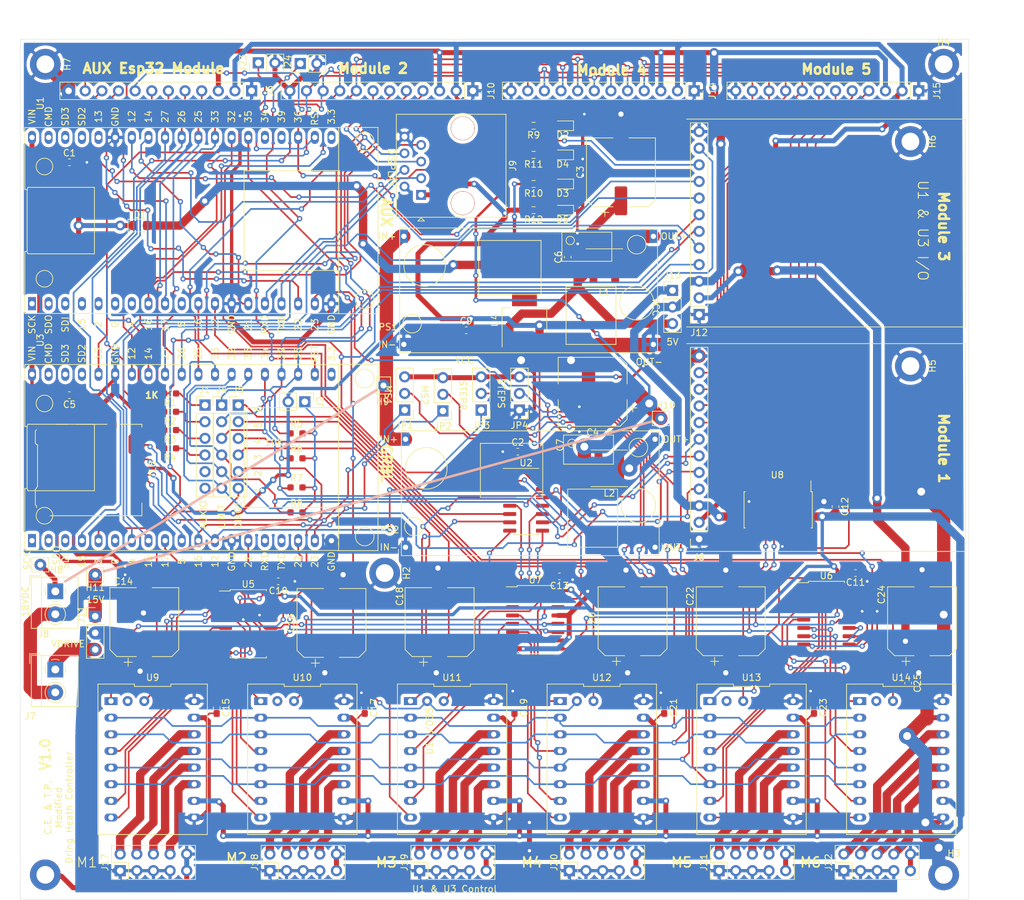
<source format=kicad_pcb>
(kicad_pcb (version 20171130) (host pcbnew "(5.1.9)-1")
  (layers (0 F.Cu signal) (31 B.Cu signal) (34 B.Paste user) (35 F.Paste user) (36 B.SilkS user) (37 F.SilkS user) (38 B.Mask user) (39 F.Mask user) (44 Edge.Cuts user))
  (net 0 "")
  (net 1 Vin)
  (net 2 +5V)
  (net 3 +15V)
  (net 4 +3V3)
  (net 5 VCC)
  (net 6 "Net-(D2-Pad2)")
  (net 7 "Net-(D3-Pad2)")
  (net 8 "Net-(D4-Pad2)")
  (net 9 "Net-(D5-Pad2)")
  (net 10 Vdrive)
  (net 11 X_Limit)
  (net 12 Y_Limit)
  (net 13 Z_Limit)
  (net 14 A_Limit)
  (net 15 B_Limit)
  (net 16 C_Limit)
  (net 17 C_Diag1)
  (net 18 B_Diag1)
  (net 19 A_Diag1)
  (net 20 Z_Diag1)
  (net 21 Y_Diag1)
  (net 22 X_Diag1)
  (net 23 GPIO14)
  (net 24 GPIO13)
  (net 25 GPIO15)
  (net 26 GPIO12)
  (net 27 GPIO25)
  (net 28 GPIO2)
  (net 29 GPIO26)
  (net 30 GPIO04)
  (net 31 GPIO16)
  (net 32 GPIO27)
  (net 33 TorchTrigger)
  (net 34 I2SO_24)
  (net 35 I2SO_26)
  (net 36 I2SO_25)
  (net 37 I2SO_27)
  (net 38 CS_SD)
  (net 39 MOSI)
  (net 40 SCK)
  (net 41 MISO)
  (net 42 "Net-(J17-Pad8)")
  (net 43 "Net-(J17-Pad6)")
  (net 44 "Net-(J17-Pad4)")
  (net 45 "Net-(J17-Pad2)")
  (net 46 "Net-(J18-Pad2)")
  (net 47 "Net-(J18-Pad4)")
  (net 48 "Net-(J18-Pad6)")
  (net 49 "Net-(J18-Pad8)")
  (net 50 "Net-(J19-Pad2)")
  (net 51 "Net-(J19-Pad4)")
  (net 52 "Net-(J19-Pad6)")
  (net 53 "Net-(J19-Pad8)")
  (net 54 "Net-(J20-Pad8)")
  (net 55 "Net-(J20-Pad6)")
  (net 56 "Net-(J20-Pad4)")
  (net 57 "Net-(J20-Pad2)")
  (net 58 "Net-(J21-Pad2)")
  (net 59 "Net-(J21-Pad4)")
  (net 60 "Net-(J21-Pad6)")
  (net 61 "Net-(J21-Pad8)")
  (net 62 MS1)
  (net 63 MS2)
  (net 64 Step_R)
  (net 65 Step_S)
  (net 66 "Net-(L1-Pad1)")
  (net 67 "Net-(L2-Pad1)")
  (net 68 "Net-(U1-Pad11)")
  (net 69 "Net-(U1-Pad12)")
  (net 70 TCHIO35)
  (net 71 "Net-(U1-Pad18)")
  (net 72 GrbZEn)
  (net 73 Z_Enable)
  (net 74 GrbZDir)
  (net 75 Z_Dir)
  (net 76 Z_Steo)
  (net 77 GrbZStep)
  (net 78 I2S_BCK)
  (net 79 I2S_DATA)
  (net 80 I2S_WS)
  (net 81 X_Enable)
  (net 82 "Net-(U5-Pad9)")
  (net 83 Y_CS)
  (net 84 Y_Step)
  (net 85 Y_Dir)
  (net 86 Y_Enable)
  (net 87 X_CS)
  (net 88 X_Step)
  (net 89 X_Dir)
  (net 90 B_Enable)
  (net 91 "Net-(U6-Pad14)")
  (net 92 "Net-(U6-Pad9)")
  (net 93 C_CS)
  (net 94 C_Step)
  (net 95 C_Dir)
  (net 96 C_Enable)
  (net 97 B_CS)
  (net 98 B_Step)
  (net 99 B_Dir)
  (net 100 Z_CS)
  (net 101 A_Enable)
  (net 102 A_Dir)
  (net 103 A_Step)
  (net 104 A_CS)
  (net 105 GND)
  (net 106 IO27)
  (net 107 IO26)
  (net 108 IO25)
  (net 109 IO33)
  (net 110 "Net-(J22-Pad6)")
  (net 111 "Net-(J22-Pad2)")
  (net 112 "Net-(J22-Pad4)")
  (net 113 "Net-(H8-Pad1)")
  (net 114 "Net-(J1-Pad1)")
  (net 115 "Net-(J1-Pad2)")
  (net 116 "Net-(J1-Pad3)")
  (net 117 "Net-(J1-Pad4)")
  (net 118 "Net-(J2-Pad1)")
  (net 119 "Net-(J3-Pad11)")
  (net 120 "Net-(J3-Pad10)")
  (net 121 "Net-(J3-Pad9)")
  (net 122 "Net-(J11-Pad3)")
  (net 123 "Net-(J9-Pad3)")
  (net 124 "Net-(J9-Pad4)")
  (net 125 "Net-(J9-Pad7)")
  (net 126 "Net-(J22-Pad8)")
  (net 127 TCH_V_IO36)
  (net 128 Ready)
  (net 129 Handover)
  (net 130 "Net-(J23-Pad1)")
  (net 131 "Net-(J24-Pad1)")
  (module "Libraries - Plasma-Board:ESP32_38p" (layer F.Cu) (at 85.598 89.281)
    (fp_text reference U3 (at -21.59 -17.907 90) (layer F.SilkS))
    (fp_text value ESP32_38p)
    (fp_text user SCK (at -23.598 15.719 270) (layer F.SilkS))
    (fp_text user SDO (at -19.098 14.969 90) (layer F.SilkS))
    (fp_text user SDI (at -17.78 15.875 90) (layer F.SilkS))
    (fp_text user 15 (at -15.24 15.875 90) (layer F.SilkS))
    (fp_text user 2 (at -12.7 15.875 90) (layer F.SilkS))
    (fp_text user 0 (at -10.16 15.875 90) (layer F.SilkS))
    (fp_text user 4 (at -7.62 15.875 90) (layer F.SilkS))
    (fp_text user 16 (at -5.08 15.875 90) (layer F.SilkS))
    (fp_text user 17 (at -2.54 15.875 90) (layer F.SilkS))
    (fp_text user 5 (at 0 15.875 90) (layer F.SilkS))
    (fp_text user 16 (at 2.54 15.875 90) (layer F.SilkS))
    (fp_text user 12 (at 5.08 15.875 90) (layer F.SilkS))
    (fp_text user GND (at 7.62 15.875 90) (layer F.SilkS))
    (fp_text user 21 (at 10.16 15.875 90) (layer F.SilkS))
    (fp_text user RXD (at 12.7 15.875 90) (layer F.SilkS))
    (fp_text user TXD (at 15.24 15.875 90) (layer F.SilkS))
    (fp_text user 22 (at 17.78 15.875 90) (layer F.SilkS))
    (fp_text user 23 (at 20.32 15.875 90) (layer F.SilkS))
    (fp_text user GND (at 22.86 15.875 90) (layer F.SilkS))
    (fp_text user 3.3 (at 22.86 -15.875 90) (layer F.SilkS))
    (fp_text user RST (at 20.32 -15.875 90) (layer F.SilkS))
    (fp_text user 36 (at 17.78 -15.875 90) (layer F.SilkS))
    (fp_text user 39 (at 15.24 -15.875 90) (layer F.SilkS))
    (fp_text user 34 (at 12.7 -15.875 90) (layer F.SilkS))
    (fp_text user 35 (at 10.16 -15.875 90) (layer F.SilkS))
    (fp_text user 32 (at 7.62 -15.875 90) (layer F.SilkS))
    (fp_text user 33 (at 5.08 -15.875 90) (layer F.SilkS))
    (fp_text user 25 (at 2.54 -15.875 90) (layer F.SilkS))
    (fp_text user 26 (at 0 -15.875 90) (layer F.SilkS))
    (fp_text user 27 (at -2.54 -15.875 90) (layer F.SilkS))
    (fp_text user 14 (at -5.08 -15.875 90) (layer F.SilkS))
    (fp_text user 12 (at -7.62 -15.875 90) (layer F.SilkS))
    (fp_text user GND (at -10.16 -15.875 90) (layer F.SilkS))
    (fp_text user 13 (at -12.7 -15.875 90) (layer F.SilkS))
    (fp_text user SD2 (at -15.24 -15.875 90) (layer F.SilkS))
    (fp_text user SD3 (at -17.78 -15.875 90) (layer F.SilkS))
    (fp_text user CMD (at -20.32 -15.875 90) (layer F.SilkS))
    (fp_text user VIN (at -22.86 -15.875 90) (layer F.SilkS))
    (pad 38 thru_hole oval (at -22.86 -12.7) (size 1.2 2) (drill 0.8) (layers *.Cu *.Mask) (net 1 Vin))
    (pad 1 thru_hole rect (at -22.86 12.7) (size 1.2 2) (drill 0.8) (layers *.Cu *.Mask))
    (pad 37 thru_hole oval (at -20.32 -12.7) (size 1.2 2) (drill 0.8) (layers *.Cu *.Mask))
    (pad 2 thru_hole oval (at -20.32 12.7) (size 1.2 2) (drill 0.8) (layers *.Cu *.Mask))
    (pad 36 thru_hole oval (at -17.78 -12.7) (size 1.2 2) (drill 0.8) (layers *.Cu *.Mask))
    (pad 3 thru_hole oval (at -17.78 12.7) (size 1.2 2) (drill 0.8) (layers *.Cu *.Mask))
    (pad 35 thru_hole oval (at -15.24 -12.7) (size 1.2 2) (drill 0.8) (layers *.Cu *.Mask))
    (pad 4 thru_hole oval (at -15.24 12.7) (size 1.2 2) (drill 0.8) (layers *.Cu *.Mask) (net 25 GPIO15))
    (pad 34 thru_hole oval (at -12.7 -12.7) (size 1.2 2) (drill 0.8) (layers *.Cu *.Mask) (net 24 GPIO13))
    (pad 5 thru_hole oval (at -12.7 12.7) (size 1.2 2) (drill 0.8) (layers *.Cu *.Mask) (net 28 GPIO2))
    (pad 33 thru_hole oval (at -10.16 -12.7) (size 1.2 2) (drill 0.8) (layers *.Cu *.Mask) (net 105 GND))
    (pad 6 thru_hole oval (at -10.16 12.7) (size 1.2 2) (drill 0.8) (layers *.Cu *.Mask))
    (pad 32 thru_hole oval (at -7.62 -12.7) (size 1.2 2) (drill 0.8) (layers *.Cu *.Mask) (net 26 GPIO12))
    (pad 7 thru_hole oval (at -7.62 12.7) (size 1.2 2) (drill 0.8) (layers *.Cu *.Mask) (net 30 GPIO04))
    (pad 31 thru_hole oval (at -5.08 -12.7) (size 1.2 2) (drill 0.8) (layers *.Cu *.Mask) (net 23 GPIO14))
    (pad 8 thru_hole oval (at -5.08 12.7) (size 1.2 2) (drill 0.8) (layers *.Cu *.Mask) (net 31 GPIO16))
    (pad 30 thru_hole oval (at -2.54 -12.7) (size 1.2 2) (drill 0.8) (layers *.Cu *.Mask) (net 32 GPIO27))
    (pad 9 thru_hole oval (at -2.54 12.7) (size 1.2 2) (drill 0.8) (layers *.Cu *.Mask) (net 80 I2S_WS))
    (pad 29 thru_hole oval (at 0 -12.7) (size 1.2 2) (drill 0.8) (layers *.Cu *.Mask) (net 29 GPIO26))
    (pad 10 thru_hole oval (at 0 12.7) (size 1.2 2) (drill 0.8) (layers *.Cu *.Mask) (net 38 CS_SD))
    (pad 28 thru_hole oval (at 2.54 -12.7) (size 1.2 2) (drill 0.8) (layers *.Cu *.Mask) (net 27 GPIO25))
    (pad 11 thru_hole oval (at 2.54 12.7) (size 1.2 2) (drill 0.8) (layers *.Cu *.Mask) (net 40 SCK))
    (pad 27 thru_hole oval (at 5.08 -12.7) (size 1.2 2) (drill 0.8) (layers *.Cu *.Mask) (net 11 X_Limit))
    (pad 12 thru_hole oval (at 5.08 12.7) (size 1.2 2) (drill 0.8) (layers *.Cu *.Mask) (net 41 MISO))
    (pad 26 thru_hole oval (at 7.62 -12.7) (size 1.2 2) (drill 0.8) (layers *.Cu *.Mask) (net 12 Y_Limit))
    (pad 13 thru_hole oval (at 7.62 12.7) (size 1.2 2) (drill 0.8) (layers *.Cu *.Mask) (net 105 GND))
    (pad 25 thru_hole oval (at 10.16 -12.7) (size 1.2 2) (drill 0.8) (layers *.Cu *.Mask) (net 13 Z_Limit))
    (pad 14 thru_hole oval (at 10.16 12.7) (size 1.2 2) (drill 0.8) (layers *.Cu *.Mask) (net 79 I2S_DATA))
    (pad 24 thru_hole oval (at 12.7 -12.7) (size 1.2 2) (drill 0.8) (layers *.Cu *.Mask) (net 14 A_Limit))
    (pad 15 thru_hole oval (at 12.7 12.7) (size 1.2 2) (drill 0.8) (layers *.Cu *.Mask))
    (pad 23 thru_hole oval (at 15.24 -12.7) (size 1.2 2) (drill 0.8) (layers *.Cu *.Mask) (net 15 B_Limit))
    (pad 16 thru_hole oval (at 15.24 12.7) (size 1.2 2) (drill 0.8) (layers *.Cu *.Mask))
    (pad 22 thru_hole oval (at 17.78 -12.7) (size 1.2 2) (drill 0.8) (layers *.Cu *.Mask) (net 16 C_Limit))
    (pad 17 thru_hole oval (at 17.78 12.7) (size 1.2 2) (drill 0.8) (layers *.Cu *.Mask) (net 78 I2S_BCK))
    (pad 21 thru_hole oval (at 20.32 -12.7) (size 1.2 2) (drill 0.8) (layers *.Cu *.Mask) (net 131 "Net-(J24-Pad1)"))
    (pad 18 thru_hole oval (at 20.32 12.7) (size 1.2 2) (drill 0.8) (layers *.Cu *.Mask) (net 39 MOSI))
    (pad 20 thru_hole oval (at 22.86 -12.7) (size 1.2 2) (drill 0.8) (layers *.Cu *.Mask))
    (pad 19 thru_hole oval (at 22.86 12.7) (size 1.2 2) (drill 0.8) (layers *.Cu *.Mask) (net 105 GND))
  )
  (module "Libraries - Plasma-Board:ESP32_38p" (layer F.Cu) (at 85.598 53.086)
    (fp_text reference U1 (at -21.59 -17.907 90) (layer F.SilkS))
    (fp_text value ESP32_38p)
    (fp_text user SCK (at -22.86 15.875 90) (layer F.SilkS))
    (fp_text user SDO (at -20.32 15.875 90) (layer F.SilkS))
    (fp_text user SDI (at -17.78 15.875 90) (layer F.SilkS))
    (fp_text user 15 (at -15.24 15.875 90) (layer F.SilkS))
    (fp_text user 2 (at -12.7 15.875 90) (layer F.SilkS))
    (fp_text user 0 (at -10.16 15.875 90) (layer F.SilkS))
    (fp_text user 4 (at -7.62 15.875 90) (layer F.SilkS))
    (fp_text user 16 (at -5.08 15.875 90) (layer F.SilkS))
    (fp_text user 17 (at -2.54 15.875 90) (layer F.SilkS))
    (fp_text user 5 (at 0 15.875 90) (layer F.SilkS))
    (fp_text user 16 (at 2.54 15.875 90) (layer F.SilkS))
    (fp_text user 12 (at 5.08 15.875 90) (layer F.SilkS))
    (fp_text user GND (at 7.62 15.875 90) (layer F.SilkS))
    (fp_text user 21 (at 10.16 15.875 90) (layer F.SilkS))
    (fp_text user RXD (at 12.7 15.875 90) (layer F.SilkS))
    (fp_text user TXD (at 15.24 15.875 90) (layer F.SilkS))
    (fp_text user 22 (at 17.78 15.875 90) (layer F.SilkS))
    (fp_text user 23 (at 20.32 15.875 90) (layer F.SilkS))
    (fp_text user GND (at 22.86 15.875 90) (layer F.SilkS))
    (fp_text user 3.3 (at 22.86 -15.875 90) (layer F.SilkS))
    (fp_text user RST (at 20.32 -15.875 90) (layer F.SilkS))
    (fp_text user 36 (at 17.78 -15.875 90) (layer F.SilkS))
    (fp_text user 39 (at 15.24 -15.875 90) (layer F.SilkS))
    (fp_text user 34 (at 12.7 -15.875 90) (layer F.SilkS))
    (fp_text user 35 (at 10.16 -15.875 90) (layer F.SilkS))
    (fp_text user 32 (at 7.62 -15.875 90) (layer F.SilkS))
    (fp_text user 33 (at 5.08 -15.875 90) (layer F.SilkS))
    (fp_text user 25 (at 2.54 -15.875 90) (layer F.SilkS))
    (fp_text user 26 (at 0 -15.875 90) (layer F.SilkS))
    (fp_text user 27 (at -2.54 -15.875 90) (layer F.SilkS))
    (fp_text user 14 (at -5.08 -15.875 90) (layer F.SilkS))
    (fp_text user 12 (at -7.62 -15.875 90) (layer F.SilkS))
    (fp_text user GND (at -10.16 -15.875 90) (layer F.SilkS))
    (fp_text user 13 (at -12.7 -15.875 90) (layer F.SilkS))
    (fp_text user SD2 (at -15.24 -15.875 90) (layer F.SilkS))
    (fp_text user SD3 (at -17.78 -15.875 90) (layer F.SilkS))
    (fp_text user CMD (at -20.32 -15.875 90) (layer F.SilkS))
    (fp_text user VIN (at -22.86 -15.875 90) (layer F.SilkS))
    (pad 38 thru_hole oval (at -22.86 -12.7) (size 1.2 2) (drill 0.8) (layers *.Cu *.Mask) (net 1 Vin))
    (pad 1 thru_hole rect (at -22.86 12.7) (size 1.2 2) (drill 0.8) (layers *.Cu *.Mask))
    (pad 37 thru_hole oval (at -20.32 -12.7) (size 1.2 2) (drill 0.8) (layers *.Cu *.Mask))
    (pad 2 thru_hole oval (at -20.32 12.7) (size 1.2 2) (drill 0.8) (layers *.Cu *.Mask))
    (pad 36 thru_hole oval (at -17.78 -12.7) (size 1.2 2) (drill 0.8) (layers *.Cu *.Mask))
    (pad 3 thru_hole oval (at -17.78 12.7) (size 1.2 2) (drill 0.8) (layers *.Cu *.Mask))
    (pad 35 thru_hole oval (at -15.24 -12.7) (size 1.2 2) (drill 0.8) (layers *.Cu *.Mask))
    (pad 4 thru_hole oval (at -15.24 12.7) (size 1.2 2) (drill 0.8) (layers *.Cu *.Mask))
    (pad 34 thru_hole oval (at -12.7 -12.7) (size 1.2 2) (drill 0.8) (layers *.Cu *.Mask))
    (pad 5 thru_hole oval (at -12.7 12.7) (size 1.2 2) (drill 0.8) (layers *.Cu *.Mask))
    (pad 33 thru_hole oval (at -10.16 -12.7) (size 1.2 2) (drill 0.8) (layers *.Cu *.Mask) (net 105 GND))
    (pad 6 thru_hole oval (at -10.16 12.7) (size 1.2 2) (drill 0.8) (layers *.Cu *.Mask))
    (pad 32 thru_hole oval (at -7.62 -12.7) (size 1.2 2) (drill 0.8) (layers *.Cu *.Mask) (net 129 Handover))
    (pad 7 thru_hole oval (at -7.62 12.7) (size 1.2 2) (drill 0.8) (layers *.Cu *.Mask))
    (pad 31 thru_hole oval (at -5.08 -12.7) (size 1.2 2) (drill 0.8) (layers *.Cu *.Mask) (net 128 Ready))
    (pad 8 thru_hole oval (at -5.08 12.7) (size 1.2 2) (drill 0.8) (layers *.Cu *.Mask) (net 125 "Net-(J9-Pad7)"))
    (pad 30 thru_hole oval (at -2.54 -12.7) (size 1.2 2) (drill 0.8) (layers *.Cu *.Mask) (net 106 IO27))
    (pad 9 thru_hole oval (at -2.54 12.7) (size 1.2 2) (drill 0.8) (layers *.Cu *.Mask) (net 121 "Net-(J3-Pad9)"))
    (pad 29 thru_hole oval (at 0 -12.7) (size 1.2 2) (drill 0.8) (layers *.Cu *.Mask) (net 107 IO26))
    (pad 10 thru_hole oval (at 0 12.7) (size 1.2 2) (drill 0.8) (layers *.Cu *.Mask))
    (pad 28 thru_hole oval (at 2.54 -12.7) (size 1.2 2) (drill 0.8) (layers *.Cu *.Mask) (net 108 IO25))
    (pad 11 thru_hole oval (at 2.54 12.7) (size 1.2 2) (drill 0.8) (layers *.Cu *.Mask) (net 68 "Net-(U1-Pad11)"))
    (pad 27 thru_hole oval (at 5.08 -12.7) (size 1.2 2) (drill 0.8) (layers *.Cu *.Mask) (net 109 IO33))
    (pad 12 thru_hole oval (at 5.08 12.7) (size 1.2 2) (drill 0.8) (layers *.Cu *.Mask) (net 69 "Net-(U1-Pad12)"))
    (pad 26 thru_hole oval (at 7.62 -12.7) (size 1.2 2) (drill 0.8) (layers *.Cu *.Mask) (net 33 TorchTrigger))
    (pad 13 thru_hole oval (at 7.62 12.7) (size 1.2 2) (drill 0.8) (layers *.Cu *.Mask) (net 105 GND))
    (pad 25 thru_hole oval (at 10.16 -12.7) (size 1.2 2) (drill 0.8) (layers *.Cu *.Mask) (net 70 TCHIO35))
    (pad 14 thru_hole oval (at 10.16 12.7) (size 1.2 2) (drill 0.8) (layers *.Cu *.Mask) (net 120 "Net-(J3-Pad10)"))
    (pad 24 thru_hole oval (at 12.7 -12.7) (size 1.2 2) (drill 0.8) (layers *.Cu *.Mask))
    (pad 15 thru_hole oval (at 12.7 12.7) (size 1.2 2) (drill 0.8) (layers *.Cu *.Mask) (net 124 "Net-(J9-Pad4)"))
    (pad 23 thru_hole oval (at 15.24 -12.7) (size 1.2 2) (drill 0.8) (layers *.Cu *.Mask))
    (pad 16 thru_hole oval (at 15.24 12.7) (size 1.2 2) (drill 0.8) (layers *.Cu *.Mask) (net 123 "Net-(J9-Pad3)"))
    (pad 22 thru_hole oval (at 17.78 -12.7) (size 1.2 2) (drill 0.8) (layers *.Cu *.Mask) (net 127 TCH_V_IO36))
    (pad 17 thru_hole oval (at 17.78 12.7) (size 1.2 2) (drill 0.8) (layers *.Cu *.Mask) (net 119 "Net-(J3-Pad11)"))
    (pad 21 thru_hole oval (at 20.32 -12.7) (size 1.2 2) (drill 0.8) (layers *.Cu *.Mask) (net 130 "Net-(J23-Pad1)"))
    (pad 18 thru_hole oval (at 20.32 12.7) (size 1.2 2) (drill 0.8) (layers *.Cu *.Mask) (net 71 "Net-(U1-Pad18)"))
    (pad 20 thru_hole oval (at 22.86 -12.7) (size 1.2 2) (drill 0.8) (layers *.Cu *.Mask))
    (pad 19 thru_hole oval (at 22.86 12.7) (size 1.2 2) (drill 0.8) (layers *.Cu *.Mask) (net 105 GND))
  )
  (module Connector_RJ:RJ45_OST_PJ012-8P8CX_Vertical (layer F.Cu) (at 122.15 49.16 90)
    (fp_text reference J9 (at 4.45 14 90) (layer F.SilkS))
    (fp_text value THC_Display)
    (pad "" np_thru_hole circle (at 10.16 6.35 90) (size 3.65 3.65) (drill 3.45) (layers *.Cu *.SilkS *.Mask))
    (pad "" np_thru_hole circle (at -1.27 6.35 90) (size 3.65 3.65) (drill 3.45) (layers *.Cu *.SilkS *.Mask))
    (pad 1 thru_hole rect (at 0 0 90) (size 1.5 1.5) (drill 0.9) (layers *.Cu *.Mask) (net 4 +3V3))
    (pad 2 thru_hole circle (at 1.27 -2.54 90) (size 1.5 1.5) (drill 0.9) (layers *.Cu *.Mask) (net 105 GND))
    (pad 3 thru_hole circle (at 2.54 0 90) (size 1.5 1.5) (drill 0.9) (layers *.Cu *.Mask) (net 123 "Net-(J9-Pad3)"))
    (pad 4 thru_hole circle (at 3.81 -2.54 90) (size 1.5 1.5) (drill 0.9) (layers *.Cu *.Mask) (net 124 "Net-(J9-Pad4)"))
    (pad 5 thru_hole circle (at 5.08 0 90) (size 1.5 1.5) (drill 0.9) (layers *.Cu *.Mask) (net 16 C_Limit))
    (pad 6 thru_hole circle (at 6.35 -2.54 90) (size 1.5 1.5) (drill 0.9) (layers *.Cu *.Mask) (net 15 B_Limit))
    (pad 7 thru_hole circle (at 7.62 0 90) (size 1.5 1.5) (drill 0.9) (layers *.Cu *.Mask) (net 125 "Net-(J9-Pad7)"))
    (pad 8 thru_hole circle (at 8.89 -2.54 90) (size 1.5 1.5) (drill 0.9) (layers *.Cu *.Mask) (net 105 GND))
  )
  (module Modules:Buck_Module (layer F.Cu) (at 134.112 63.754)
    (fp_text reference PS1 (at -17.018 5.588 180) (layer F.SilkS))
    (fp_text value DC-DC_BuckAdg)
    (fp_text user OUT- (at 22.86 10.922) (layer F.SilkS))
    (fp_text user OUT+ (at 26.67 -8.255) (layer F.SilkS))
    (fp_text user IN- (at -17.145 8.255) (layer F.SilkS))
    (fp_text user IN+ (at -17.145 -8.255) (layer F.SilkS))
    (pad 4 thru_hole rect (at 23.495 8.255) (size 1.2 2) (drill 0.8) (layers *.Cu *.Mask) (net 105 GND))
    (pad 3 thru_hole rect (at 23.495 -8.255) (size 1.2 2) (drill 0.8) (layers *.Cu *.Mask) (net 66 "Net-(L1-Pad1)"))
    (pad 2 thru_hole rect (at -14.605 8.255) (size 1.2 2) (drill 0.8) (layers *.Cu *.Mask) (net 105 GND))
    (pad 1 thru_hole rect (at -14.605 -8.255) (size 1.2 2) (drill 0.8) (layers *.Cu *.Mask) (net 113 "Net-(H8-Pad1)"))
  )
  (module Modules:ClearpathDriver (layer F.Cu) (at 104.013 135.382 180)
    (fp_text reference U10 (at 0 12.49 180) (layer F.SilkS))
    (fp_text value Y)
    (pad 17 thru_hole circle (at 1.27 8.89 180) (size 1.524 1.524) (drill 0.762) (layers *.Cu *.Mask) (net 21 Y_Diag1))
    (pad 18 thru_hole circle (at 3.81 8.89 180) (size 1.524 1.524) (drill 0.762) (layers *.Cu *.Mask))
    (pad 8 thru_hole oval (at 6.35 -8.89 270) (size 1.2 2) (drill 0.8) (layers *.Cu *.Mask) (net 85 Y_Dir))
    (pad 9 thru_hole oval (at -6.35 -8.89 270) (size 1.2 2) (drill 0.8) (layers *.Cu *.Mask) (net 105 GND))
    (pad 7 thru_hole oval (at 6.35 -6.35 270) (size 1.2 2) (drill 0.8) (layers *.Cu *.Mask) (net 84 Y_Step))
    (pad 10 thru_hole oval (at -6.35 -6.35 270) (size 1.2 2) (drill 0.8) (layers *.Cu *.Mask) (net 5 VCC))
    (pad 6 thru_hole oval (at 6.35 -3.81 270) (size 1.2 2) (drill 0.8) (layers *.Cu *.Mask) (net 65 Step_S))
    (pad 11 thru_hole oval (at -6.35 -3.81 270) (size 1.2 2) (drill 0.8) (layers *.Cu *.Mask) (net 49 "Net-(J18-Pad8)"))
    (pad 5 thru_hole oval (at 6.35 -1.27 270) (size 1.2 2) (drill 0.8) (layers *.Cu *.Mask) (net 64 Step_R))
    (pad 12 thru_hole oval (at -6.35 -1.27 270) (size 1.2 2) (drill 0.8) (layers *.Cu *.Mask) (net 48 "Net-(J18-Pad6)"))
    (pad 4 thru_hole oval (at 6.35 1.27 270) (size 1.2 2) (drill 0.8) (layers *.Cu *.Mask) (net 83 Y_CS))
    (pad 13 thru_hole oval (at -6.35 1.27 270) (size 1.2 2) (drill 0.8) (layers *.Cu *.Mask) (net 47 "Net-(J18-Pad4)"))
    (pad 3 thru_hole oval (at 6.35 3.81 270) (size 1.2 2) (drill 0.8) (layers *.Cu *.Mask) (net 63 MS2))
    (pad 14 thru_hole oval (at -6.35 3.81 270) (size 1.2 2) (drill 0.8) (layers *.Cu *.Mask) (net 46 "Net-(J18-Pad2)"))
    (pad 2 thru_hole oval (at 6.35 6.35 270) (size 1.2 2) (drill 0.8) (layers *.Cu *.Mask) (net 62 MS1))
    (pad 15 thru_hole oval (at -6.35 6.35 270) (size 1.2 2) (drill 0.8) (layers *.Cu *.Mask) (net 105 GND))
    (pad 1 thru_hole rect (at 6.35 8.89 270) (size 1.2 2) (drill 0.8) (layers *.Cu *.Mask) (net 86 Y_Enable))
    (pad 16 thru_hole oval (at -6.35 8.89 270) (size 1.2 2) (drill 0.8) (layers *.Cu *.Mask) (net 10 Vdrive))
  )
  (module Modules:ClearpathDriver (layer F.Cu) (at 126.873 135.382 180)
    (fp_text reference U11 (at 0 12.49 180) (layer F.SilkS))
    (fp_text value z)
    (pad 17 thru_hole circle (at 1.27 8.89 180) (size 1.524 1.524) (drill 0.762) (layers *.Cu *.Mask) (net 20 Z_Diag1))
    (pad 18 thru_hole circle (at 3.81 8.89 180) (size 1.524 1.524) (drill 0.762) (layers *.Cu *.Mask) (net 70 TCHIO35))
    (pad 8 thru_hole oval (at 6.35 -8.89 270) (size 1.2 2) (drill 0.8) (layers *.Cu *.Mask) (net 75 Z_Dir))
    (pad 9 thru_hole oval (at -6.35 -8.89 270) (size 1.2 2) (drill 0.8) (layers *.Cu *.Mask) (net 105 GND))
    (pad 7 thru_hole oval (at 6.35 -6.35 270) (size 1.2 2) (drill 0.8) (layers *.Cu *.Mask) (net 76 Z_Steo))
    (pad 10 thru_hole oval (at -6.35 -6.35 270) (size 1.2 2) (drill 0.8) (layers *.Cu *.Mask) (net 5 VCC))
    (pad 6 thru_hole oval (at 6.35 -3.81 270) (size 1.2 2) (drill 0.8) (layers *.Cu *.Mask) (net 65 Step_S))
    (pad 11 thru_hole oval (at -6.35 -3.81 270) (size 1.2 2) (drill 0.8) (layers *.Cu *.Mask) (net 53 "Net-(J19-Pad8)"))
    (pad 5 thru_hole oval (at 6.35 -1.27 270) (size 1.2 2) (drill 0.8) (layers *.Cu *.Mask) (net 64 Step_R))
    (pad 12 thru_hole oval (at -6.35 -1.27 270) (size 1.2 2) (drill 0.8) (layers *.Cu *.Mask) (net 52 "Net-(J19-Pad6)"))
    (pad 4 thru_hole oval (at 6.35 1.27 270) (size 1.2 2) (drill 0.8) (layers *.Cu *.Mask) (net 100 Z_CS))
    (pad 13 thru_hole oval (at -6.35 1.27 270) (size 1.2 2) (drill 0.8) (layers *.Cu *.Mask) (net 51 "Net-(J19-Pad4)"))
    (pad 3 thru_hole oval (at 6.35 3.81 270) (size 1.2 2) (drill 0.8) (layers *.Cu *.Mask) (net 63 MS2))
    (pad 14 thru_hole oval (at -6.35 3.81 270) (size 1.2 2) (drill 0.8) (layers *.Cu *.Mask) (net 50 "Net-(J19-Pad2)"))
    (pad 2 thru_hole oval (at 6.35 6.35 270) (size 1.2 2) (drill 0.8) (layers *.Cu *.Mask) (net 62 MS1))
    (pad 15 thru_hole oval (at -6.35 6.35 270) (size 1.2 2) (drill 0.8) (layers *.Cu *.Mask) (net 105 GND))
    (pad 1 thru_hole rect (at 6.35 8.89 270) (size 1.2 2) (drill 0.8) (layers *.Cu *.Mask) (net 73 Z_Enable))
    (pad 16 thru_hole oval (at -6.35 8.89 270) (size 1.2 2) (drill 0.8) (layers *.Cu *.Mask) (net 10 Vdrive))
  )
  (module Modules:ClearpathDriver (layer F.Cu) (at 172.593 135.382 180)
    (fp_text reference U13 (at 0 12.49 180) (layer F.SilkS))
    (fp_text value B)
    (pad 17 thru_hole circle (at 1.27 8.89 180) (size 1.524 1.524) (drill 0.762) (layers *.Cu *.Mask) (net 18 B_Diag1))
    (pad 18 thru_hole circle (at 3.81 8.89 180) (size 1.524 1.524) (drill 0.762) (layers *.Cu *.Mask))
    (pad 8 thru_hole oval (at 6.35 -8.89 270) (size 1.2 2) (drill 0.8) (layers *.Cu *.Mask) (net 99 B_Dir))
    (pad 9 thru_hole oval (at -6.35 -8.89 270) (size 1.2 2) (drill 0.8) (layers *.Cu *.Mask) (net 105 GND))
    (pad 7 thru_hole oval (at 6.35 -6.35 270) (size 1.2 2) (drill 0.8) (layers *.Cu *.Mask) (net 98 B_Step))
    (pad 10 thru_hole oval (at -6.35 -6.35 270) (size 1.2 2) (drill 0.8) (layers *.Cu *.Mask) (net 5 VCC))
    (pad 6 thru_hole oval (at 6.35 -3.81 270) (size 1.2 2) (drill 0.8) (layers *.Cu *.Mask) (net 65 Step_S))
    (pad 11 thru_hole oval (at -6.35 -3.81 270) (size 1.2 2) (drill 0.8) (layers *.Cu *.Mask) (net 61 "Net-(J21-Pad8)"))
    (pad 5 thru_hole oval (at 6.35 -1.27 270) (size 1.2 2) (drill 0.8) (layers *.Cu *.Mask) (net 64 Step_R))
    (pad 12 thru_hole oval (at -6.35 -1.27 270) (size 1.2 2) (drill 0.8) (layers *.Cu *.Mask) (net 60 "Net-(J21-Pad6)"))
    (pad 4 thru_hole oval (at 6.35 1.27 270) (size 1.2 2) (drill 0.8) (layers *.Cu *.Mask) (net 97 B_CS))
    (pad 13 thru_hole oval (at -6.35 1.27 270) (size 1.2 2) (drill 0.8) (layers *.Cu *.Mask) (net 59 "Net-(J21-Pad4)"))
    (pad 3 thru_hole oval (at 6.35 3.81 270) (size 1.2 2) (drill 0.8) (layers *.Cu *.Mask) (net 63 MS2))
    (pad 14 thru_hole oval (at -6.35 3.81 270) (size 1.2 2) (drill 0.8) (layers *.Cu *.Mask) (net 58 "Net-(J21-Pad2)"))
    (pad 2 thru_hole oval (at 6.35 6.35 270) (size 1.2 2) (drill 0.8) (layers *.Cu *.Mask) (net 62 MS1))
    (pad 15 thru_hole oval (at -6.35 6.35 270) (size 1.2 2) (drill 0.8) (layers *.Cu *.Mask) (net 105 GND))
    (pad 1 thru_hole rect (at 6.35 8.89 270) (size 1.2 2) (drill 0.8) (layers *.Cu *.Mask) (net 90 B_Enable))
    (pad 16 thru_hole oval (at -6.35 8.89 270) (size 1.2 2) (drill 0.8) (layers *.Cu *.Mask) (net 10 Vdrive))
  )
  (module Modules:ClearpathDriver (layer F.Cu) (at 195.453 135.382 180)
    (fp_text reference U14 (at 0 12.49) (layer F.SilkS))
    (fp_text value C)
    (pad 17 thru_hole circle (at 1.27 8.89 180) (size 1.524 1.524) (drill 0.762) (layers *.Cu *.Mask) (net 17 C_Diag1))
    (pad 18 thru_hole circle (at 3.81 8.89 180) (size 1.524 1.524) (drill 0.762) (layers *.Cu *.Mask))
    (pad 8 thru_hole oval (at 6.35 -8.89 270) (size 1.2 2) (drill 0.8) (layers *.Cu *.Mask) (net 95 C_Dir))
    (pad 9 thru_hole oval (at -6.35 -8.89 270) (size 1.2 2) (drill 0.8) (layers *.Cu *.Mask) (net 105 GND))
    (pad 7 thru_hole oval (at 6.35 -6.35 270) (size 1.2 2) (drill 0.8) (layers *.Cu *.Mask) (net 94 C_Step))
    (pad 10 thru_hole oval (at -6.35 -6.35 270) (size 1.2 2) (drill 0.8) (layers *.Cu *.Mask) (net 5 VCC))
    (pad 6 thru_hole oval (at 6.35 -3.81 270) (size 1.2 2) (drill 0.8) (layers *.Cu *.Mask) (net 65 Step_S))
    (pad 11 thru_hole oval (at -6.35 -3.81 270) (size 1.2 2) (drill 0.8) (layers *.Cu *.Mask) (net 126 "Net-(J22-Pad8)"))
    (pad 5 thru_hole oval (at 6.35 -1.27 270) (size 1.2 2) (drill 0.8) (layers *.Cu *.Mask) (net 64 Step_R))
    (pad 12 thru_hole oval (at -6.35 -1.27 270) (size 1.2 2) (drill 0.8) (layers *.Cu *.Mask) (net 110 "Net-(J22-Pad6)"))
    (pad 4 thru_hole oval (at 6.35 1.27 270) (size 1.2 2) (drill 0.8) (layers *.Cu *.Mask) (net 93 C_CS))
    (pad 13 thru_hole oval (at -6.35 1.27 270) (size 1.2 2) (drill 0.8) (layers *.Cu *.Mask) (net 112 "Net-(J22-Pad4)"))
    (pad 3 thru_hole oval (at 6.35 3.81 270) (size 1.2 2) (drill 0.8) (layers *.Cu *.Mask) (net 63 MS2))
    (pad 14 thru_hole oval (at -6.35 3.81 270) (size 1.2 2) (drill 0.8) (layers *.Cu *.Mask) (net 111 "Net-(J22-Pad2)"))
    (pad 2 thru_hole oval (at 6.35 6.35 270) (size 1.2 2) (drill 0.8) (layers *.Cu *.Mask) (net 62 MS1))
    (pad 15 thru_hole oval (at -6.35 6.35 270) (size 1.2 2) (drill 0.8) (layers *.Cu *.Mask) (net 105 GND))
    (pad 1 thru_hole rect (at 6.35 8.89 270) (size 1.2 2) (drill 0.8) (layers *.Cu *.Mask) (net 96 C_Enable))
    (pad 16 thru_hole oval (at -6.35 8.89 270) (size 1.2 2) (drill 0.8) (layers *.Cu *.Mask) (net 10 Vdrive))
  )
  (module Modules:ClearpathDriver (layer F.Cu) (at 149.733 135.382 180)
    (fp_text reference U12 (at 0 12.49 180) (layer F.SilkS))
    (fp_text value A)
    (pad 17 thru_hole circle (at 1.27 8.89 180) (size 1.524 1.524) (drill 0.762) (layers *.Cu *.Mask) (net 19 A_Diag1))
    (pad 18 thru_hole circle (at 3.81 8.89 180) (size 1.524 1.524) (drill 0.762) (layers *.Cu *.Mask) (net 70 TCHIO35))
    (pad 8 thru_hole oval (at 6.35 -8.89 270) (size 1.2 2) (drill 0.8) (layers *.Cu *.Mask) (net 102 A_Dir))
    (pad 9 thru_hole oval (at -6.35 -8.89 270) (size 1.2 2) (drill 0.8) (layers *.Cu *.Mask) (net 105 GND))
    (pad 7 thru_hole oval (at 6.35 -6.35 270) (size 1.2 2) (drill 0.8) (layers *.Cu *.Mask) (net 103 A_Step))
    (pad 10 thru_hole oval (at -6.35 -6.35 270) (size 1.2 2) (drill 0.8) (layers *.Cu *.Mask) (net 5 VCC))
    (pad 6 thru_hole oval (at 6.35 -3.81 270) (size 1.2 2) (drill 0.8) (layers *.Cu *.Mask) (net 65 Step_S))
    (pad 11 thru_hole oval (at -6.35 -3.81 270) (size 1.2 2) (drill 0.8) (layers *.Cu *.Mask) (net 54 "Net-(J20-Pad8)"))
    (pad 5 thru_hole oval (at 6.35 -1.27 270) (size 1.2 2) (drill 0.8) (layers *.Cu *.Mask) (net 64 Step_R))
    (pad 12 thru_hole oval (at -6.35 -1.27 270) (size 1.2 2) (drill 0.8) (layers *.Cu *.Mask) (net 55 "Net-(J20-Pad6)"))
    (pad 4 thru_hole oval (at 6.35 1.27 270) (size 1.2 2) (drill 0.8) (layers *.Cu *.Mask) (net 104 A_CS))
    (pad 13 thru_hole oval (at -6.35 1.27 270) (size 1.2 2) (drill 0.8) (layers *.Cu *.Mask) (net 56 "Net-(J20-Pad4)"))
    (pad 3 thru_hole oval (at 6.35 3.81 270) (size 1.2 2) (drill 0.8) (layers *.Cu *.Mask) (net 63 MS2))
    (pad 14 thru_hole oval (at -6.35 3.81 270) (size 1.2 2) (drill 0.8) (layers *.Cu *.Mask) (net 57 "Net-(J20-Pad2)"))
    (pad 2 thru_hole oval (at 6.35 6.35 270) (size 1.2 2) (drill 0.8) (layers *.Cu *.Mask) (net 62 MS1))
    (pad 15 thru_hole oval (at -6.35 6.35 270) (size 1.2 2) (drill 0.8) (layers *.Cu *.Mask) (net 105 GND))
    (pad 1 thru_hole rect (at 6.35 8.89 270) (size 1.2 2) (drill 0.8) (layers *.Cu *.Mask) (net 101 A_Enable))
    (pad 16 thru_hole oval (at -6.35 8.89 270) (size 1.2 2) (drill 0.8) (layers *.Cu *.Mask) (net 10 Vdrive))
  )
  (module Modules:ClearpathDriver (layer F.Cu) (at 81.153 135.382 180)
    (fp_text reference U9 (at 0 12.49 180) (layer F.SilkS))
    (fp_text value X)
    (pad 17 thru_hole circle (at 1.27 8.89 180) (size 1.524 1.524) (drill 0.762) (layers *.Cu *.Mask) (net 22 X_Diag1))
    (pad 18 thru_hole circle (at 3.81 8.89 180) (size 1.524 1.524) (drill 0.762) (layers *.Cu *.Mask))
    (pad 8 thru_hole oval (at 6.35 -8.89 270) (size 1.2 2) (drill 0.8) (layers *.Cu *.Mask) (net 89 X_Dir))
    (pad 9 thru_hole oval (at -6.35 -8.89 270) (size 1.2 2) (drill 0.8) (layers *.Cu *.Mask) (net 105 GND))
    (pad 7 thru_hole oval (at 6.35 -6.35 270) (size 1.2 2) (drill 0.8) (layers *.Cu *.Mask) (net 88 X_Step))
    (pad 10 thru_hole oval (at -6.35 -6.35 270) (size 1.2 2) (drill 0.8) (layers *.Cu *.Mask) (net 5 VCC))
    (pad 6 thru_hole oval (at 6.35 -3.81 270) (size 1.2 2) (drill 0.8) (layers *.Cu *.Mask) (net 65 Step_S))
    (pad 11 thru_hole oval (at -6.35 -3.81 270) (size 1.2 2) (drill 0.8) (layers *.Cu *.Mask) (net 42 "Net-(J17-Pad8)"))
    (pad 5 thru_hole oval (at 6.35 -1.27 270) (size 1.2 2) (drill 0.8) (layers *.Cu *.Mask) (net 64 Step_R))
    (pad 12 thru_hole oval (at -6.35 -1.27 270) (size 1.2 2) (drill 0.8) (layers *.Cu *.Mask) (net 43 "Net-(J17-Pad6)"))
    (pad 4 thru_hole oval (at 6.35 1.27 270) (size 1.2 2) (drill 0.8) (layers *.Cu *.Mask) (net 87 X_CS))
    (pad 13 thru_hole oval (at -6.35 1.27 270) (size 1.2 2) (drill 0.8) (layers *.Cu *.Mask) (net 44 "Net-(J17-Pad4)"))
    (pad 3 thru_hole oval (at 6.35 3.81 270) (size 1.2 2) (drill 0.8) (layers *.Cu *.Mask) (net 63 MS2))
    (pad 14 thru_hole oval (at -6.35 3.81 270) (size 1.2 2) (drill 0.8) (layers *.Cu *.Mask) (net 45 "Net-(J17-Pad2)"))
    (pad 2 thru_hole oval (at 6.35 6.35 270) (size 1.2 2) (drill 0.8) (layers *.Cu *.Mask) (net 62 MS1))
    (pad 15 thru_hole oval (at -6.35 6.35 270) (size 1.2 2) (drill 0.8) (layers *.Cu *.Mask) (net 105 GND))
    (pad 1 thru_hole rect (at 6.35 8.89 270) (size 1.2 2) (drill 0.8) (layers *.Cu *.Mask) (net 81 X_Enable))
    (pad 16 thru_hole oval (at -6.35 8.89 270) (size 1.2 2) (drill 0.8) (layers *.Cu *.Mask) (net 10 Vdrive))
  )
  (module Resistor_SMD:R_0603_1608Metric_Pad0.98x0.95mm_HandSolder (layer F.Cu) (at 83.82 79.502 180)
    (fp_text reference R1 (at 0 -1.43) (layer F.SilkS))
    (fp_text value 1k)
    (pad 2 smd roundrect (at 0.9125 0 180) (size 0.975 0.95) (layers F.Cu F.Paste F.Mask) (net 109 IO33))
    (pad 1 smd roundrect (at -0.9125 0 180) (size 0.975 0.95) (layers F.Cu F.Paste F.Mask) (net 114 "Net-(J1-Pad1)"))
  )
  (module Capacitor_SMD:C_0603_1608Metric_Pad1.08x0.95mm_HandSolder (layer F.Cu) (at 196.5 123.75 270)
    (fp_text reference C25 (at 0 -1.43 90) (layer F.SilkS))
    (fp_text value 100nf)
    (pad 2 smd roundrect (at 0.8625 0 270) (size 1.075 0.95) (layers F.Cu F.Paste F.Mask) (net 105 GND))
    (pad 1 smd roundrect (at -0.8625 0 270) (size 1.075 0.95) (layers F.Cu F.Paste F.Mask) (net 10 Vdrive))
  )
  (module Capacitor_SMD:C_0603_1608Metric_Pad1.08x0.95mm_HandSolder (layer F.Cu) (at 182.118 127.508 270)
    (fp_text reference C23 (at 0 -1.43 90) (layer F.SilkS))
    (fp_text value 100nf)
    (pad 2 smd roundrect (at 0.8625 0 270) (size 1.075 0.95) (layers F.Cu F.Paste F.Mask) (net 105 GND))
    (pad 1 smd roundrect (at -0.8625 0 270) (size 1.075 0.95) (layers F.Cu F.Paste F.Mask) (net 10 Vdrive))
  )
  (module Capacitor_SMD:C_0603_1608Metric_Pad1.08x0.95mm_HandSolder (layer F.Cu) (at 159.258 127.508 270)
    (fp_text reference C21 (at 0 -1.43 90) (layer F.SilkS))
    (fp_text value 100nf)
    (pad 2 smd roundrect (at 0.8625 0 270) (size 1.075 0.95) (layers F.Cu F.Paste F.Mask) (net 105 GND))
    (pad 1 smd roundrect (at -0.8625 0 270) (size 1.075 0.95) (layers F.Cu F.Paste F.Mask) (net 10 Vdrive))
  )
  (module Capacitor_SMD:C_0603_1608Metric_Pad1.08x0.95mm_HandSolder (layer F.Cu) (at 136.398 127.508 270)
    (fp_text reference C19 (at 0 -1.43 90) (layer F.SilkS))
    (fp_text value 100nf)
    (pad 2 smd roundrect (at 0.8625 0 270) (size 1.075 0.95) (layers F.Cu F.Paste F.Mask) (net 105 GND))
    (pad 1 smd roundrect (at -0.8625 0 270) (size 1.075 0.95) (layers F.Cu F.Paste F.Mask) (net 10 Vdrive))
  )
  (module Capacitor_SMD:C_0603_1608Metric_Pad1.08x0.95mm_HandSolder (layer F.Cu) (at 113.538 127.508 270)
    (fp_text reference C17 (at 0 -1.43 90) (layer F.SilkS))
    (fp_text value 100nf)
    (pad 2 smd roundrect (at 0.8625 0 270) (size 1.075 0.95) (layers F.Cu F.Paste F.Mask) (net 105 GND))
    (pad 1 smd roundrect (at -0.8625 0 270) (size 1.075 0.95) (layers F.Cu F.Paste F.Mask) (net 10 Vdrive))
  )
  (module Capacitor_SMD:C_0603_1608Metric_Pad1.08x0.95mm_HandSolder (layer F.Cu) (at 90.932 127.508 270)
    (fp_text reference C15 (at 0 -1.43 90) (layer F.SilkS))
    (fp_text value 100nf)
    (pad 2 smd roundrect (at 0.8625 0 270) (size 1.075 0.95) (layers F.Cu F.Paste F.Mask) (net 105 GND))
    (pad 1 smd roundrect (at -0.8625 0 270) (size 1.075 0.95) (layers F.Cu F.Paste F.Mask) (net 10 Vdrive))
  )
  (module MountingHole:MountingHole_2.7mm_M2.5_DIN965_Pad_TopBottom (layer F.Cu) (at 64.77 29.21 270)
    (fp_text reference H7 (at 0 -3.35 90) (layer F.SilkS))
    (fp_text value ~)
    (pad 1 connect circle (at 0 0 270) (size 4.7 4.7) (layers B.Cu B.Mask) (net 105 GND))
    (pad 1 connect circle (at 0 0 270) (size 4.7 4.7) (layers F.Cu F.Mask) (net 105 GND))
    (pad 1 thru_hole circle (at 0 0 270) (size 3.1 3.1) (drill 2.7) (layers *.Cu *.Mask) (net 105 GND))
  )
  (module MountingHole:MountingHole_2.7mm_M2.5_DIN965_Pad_TopBottom (layer F.Cu) (at 196.85 41.021 270)
    (fp_text reference H6 (at 0 -3.35 90) (layer F.SilkS))
    (fp_text value ~)
    (pad 1 connect circle (at 0 0 270) (size 4.7 4.7) (layers B.Cu B.Mask) (net 105 GND))
    (pad 1 connect circle (at 0 0 270) (size 4.7 4.7) (layers F.Cu F.Mask) (net 105 GND))
    (pad 1 thru_hole circle (at 0 0 270) (size 3.1 3.1) (drill 2.7) (layers *.Cu *.Mask) (net 105 GND))
  )
  (module MountingHole:MountingHole_2.7mm_M2.5_DIN965_Pad_TopBottom (layer F.Cu) (at 196.85 75.311 270)
    (fp_text reference H5 (at 0 -3.35 90) (layer F.SilkS))
    (fp_text value ~)
    (pad 1 connect circle (at 0 0 270) (size 4.7 4.7) (layers B.Cu B.Mask) (net 105 GND))
    (pad 1 connect circle (at 0 0 270) (size 4.7 4.7) (layers F.Cu F.Mask) (net 105 GND))
    (pad 1 thru_hole circle (at 0 0 270) (size 3.1 3.1) (drill 2.7) (layers *.Cu *.Mask) (net 105 GND))
  )
  (module MountingHole:MountingHole_2.7mm_M2.5_DIN965_Pad_TopBottom (layer F.Cu) (at 201.93 153.035 270)
    (fp_text reference H3 (at -3.285 -1.57 180) (layer F.SilkS))
    (fp_text value ~)
    (pad 1 connect circle (at 0 0 270) (size 4.700001 4.700001) (layers B.Cu B.Mask) (net 105 GND))
    (pad 1 connect circle (at 0 0 270) (size 4.7 4.7) (layers F.Cu F.Mask) (net 105 GND))
    (pad 1 thru_hole circle (at 0 0 270) (size 3.1 3.1) (drill 2.7) (layers *.Cu *.Mask) (net 105 GND))
  )
  (module MountingHole:MountingHole_2.7mm_M2.5_DIN965_Pad_TopBottom (layer F.Cu) (at 116.586 106.934 270)
    (fp_text reference H2 (at 0 -3.35 90) (layer F.SilkS))
    (fp_text value ~)
    (pad 1 connect circle (at 0 0 270) (size 4.7 4.7) (layers B.Cu B.Mask) (net 105 GND))
    (pad 1 connect circle (at 0 0 270) (size 4.7 4.7) (layers F.Cu F.Mask) (net 105 GND))
    (pad 1 thru_hole circle (at 0 0 270) (size 3.1 3.1) (drill 2.7) (layers *.Cu *.Mask) (net 105 GND))
  )
  (module MountingHole:MountingHole_2.7mm_M2.5_DIN965_Pad_TopBottom (layer F.Cu) (at 64.77 153.035 270)
    (fp_text reference H1 hide)
    (fp_text value ~)
    (pad 1 connect circle (at 0 0 270) (size 4.7 4.7) (layers B.Cu B.Mask) (net 105 GND))
    (pad 1 connect circle (at 0 0 270) (size 4.7 4.7) (layers F.Cu F.Mask) (net 105 GND))
    (pad 1 thru_hole circle (at 0 0 270) (size 3.1 3.1) (drill 2.7) (layers *.Cu *.Mask) (net 105 GND))
  )
  (module Capacitor_SMD:C_0603_1608Metric_Pad1.08x0.95mm_HandSolder (layer F.Cu) (at 68.453 44.196)
    (fp_text reference C1 (at 0 -1.43) (layer F.SilkS))
    (fp_text value 100nf)
    (pad 1 smd roundrect (at -0.8625 0) (size 1.075 0.95) (layers F.Cu F.Paste F.Mask) (net 1 Vin))
    (pad 2 smd roundrect (at 0.8625 0) (size 1.075 0.95) (layers F.Cu F.Paste F.Mask) (net 105 GND))
  )
  (module Capacitor_SMD:C_0603_1608Metric_Pad1.08x0.95mm_HandSolder (layer F.Cu) (at 68.453 79.756 180)
    (fp_text reference C5 (at 0 -1.43) (layer F.SilkS))
    (fp_text value 100nf)
    (pad 2 smd roundrect (at 0.8625 0 180) (size 1.075 0.95) (layers F.Cu F.Paste F.Mask) (net 1 Vin))
    (pad 1 smd roundrect (at -0.8625 0 180) (size 1.075 0.95) (layers F.Cu F.Paste F.Mask) (net 105 GND))
  )
  (module Capacitor_SMD:C_0603_1608Metric_Pad1.08x0.95mm_HandSolder (layer F.Cu) (at 144.526 58.674 90)
    (fp_text reference C6 (at 0 -1.43 90) (layer F.SilkS))
    (fp_text value 100nf)
    (pad 1 smd roundrect (at -0.8625 0 90) (size 1.075 0.95) (layers F.Cu F.Paste F.Mask) (net 2 +5V))
    (pad 2 smd roundrect (at 0.8625 0 90) (size 1.075 0.95) (layers F.Cu F.Paste F.Mask) (net 105 GND))
  )
  (module Capacitor_SMD:C_0603_1608Metric_Pad1.08x0.95mm_HandSolder (layer F.Cu) (at 144.78 87.376 90)
    (fp_text reference C7 (at 0 -1.43 90) (layer F.SilkS))
    (fp_text value 100nf)
    (pad 2 smd roundrect (at 0.8625 0 90) (size 1.075 0.95) (layers F.Cu F.Paste F.Mask) (net 105 GND))
    (pad 1 smd roundrect (at -0.8625 0 90) (size 1.075 0.95) (layers F.Cu F.Paste F.Mask) (net 3 +15V))
  )
  (module Capacitor_SMD:C_0603_1608Metric_Pad1.08x0.95mm_HandSolder (layer F.Cu) (at 129.032 69.85)
    (fp_text reference C9 (at 0 -1.43) (layer F.SilkS))
    (fp_text value 10uf)
    (pad 2 smd roundrect (at 0.8625 0) (size 1.075 0.95) (layers F.Cu F.Paste F.Mask) (net 4 +3V3))
    (pad 1 smd roundrect (at -0.8625 0) (size 1.075 0.95) (layers F.Cu F.Paste F.Mask) (net 105 GND))
  )
  (module Capacitor_SMD:C_0603_1608Metric_Pad1.08x0.95mm_HandSolder (layer F.Cu) (at 100.33 108.204 180)
    (fp_text reference C10 (at 0 -1.43) (layer F.SilkS))
    (fp_text value 100nf)
    (pad 2 smd roundrect (at 0.8625 0 180) (size 1.075 0.95) (layers F.Cu F.Paste F.Mask) (net 5 VCC))
    (pad 1 smd roundrect (at -0.8625 0 180) (size 1.075 0.95) (layers F.Cu F.Paste F.Mask) (net 105 GND))
  )
  (module Capacitor_SMD:C_0603_1608Metric_Pad1.08x0.95mm_HandSolder (layer F.Cu) (at 188.468 106.934 180)
    (fp_text reference C11 (at 0 -1.43) (layer F.SilkS))
    (fp_text value 100nf)
    (pad 2 smd roundrect (at 0.8625 0 180) (size 1.075 0.95) (layers F.Cu F.Paste F.Mask) (net 5 VCC))
    (pad 1 smd roundrect (at -0.8625 0 180) (size 1.075 0.95) (layers F.Cu F.Paste F.Mask) (net 105 GND))
  )
  (module Capacitor_SMD:C_0603_1608Metric_Pad1.08x0.95mm_HandSolder (layer F.Cu) (at 185.42 96.774 270)
    (fp_text reference C12 (at 0 -1.43 90) (layer F.SilkS))
    (fp_text value 100nf)
    (pad 1 smd roundrect (at -0.8625 0 270) (size 1.075 0.95) (layers F.Cu F.Paste F.Mask) (net 105 GND))
    (pad 2 smd roundrect (at 0.8625 0 270) (size 1.075 0.95) (layers F.Cu F.Paste F.Mask) (net 5 VCC))
  )
  (module Capacitor_SMD:C_0603_1608Metric_Pad1.08x0.95mm_HandSolder (layer F.Cu) (at 143.256 107.442 180)
    (fp_text reference C13 (at 0 -1.43) (layer F.SilkS))
    (fp_text value 100nf)
    (pad 1 smd roundrect (at -0.8625 0 180) (size 1.075 0.95) (layers F.Cu F.Paste F.Mask) (net 105 GND))
    (pad 2 smd roundrect (at 0.8625 0 180) (size 1.075 0.95) (layers F.Cu F.Paste F.Mask) (net 5 VCC))
  )
  (module Diode_SMD:D_0805_2012Metric_Pad1.15x1.40mm_HandSolder (layer F.Cu) (at 79.248 53.848)
    (fp_text reference D1 (at 0 -1.65) (layer F.SilkS))
    (fp_text value B340A)
    (pad 1 smd roundrect (at -1.025 0) (size 1.15 1.4) (layers F.Cu F.Paste F.Mask) (roundrect_rratio 0.2173904347826087) (net 1 Vin))
    (pad 2 smd roundrect (at 1.025 0) (size 1.15 1.4) (layers F.Cu F.Paste F.Mask) (roundrect_rratio 0.2173904347826087) (net 2 +5V))
  )
  (module Diode_SMD:D_0603_1608Metric_Pad1.05x0.95mm_HandSolder (layer F.Cu) (at 143.764 38.608 180)
    (fp_text reference D2 (at 0 -1.43) (layer F.SilkS))
    (fp_text value Vdrive)
    (pad 1 smd roundrect (at -0.875 0 180) (size 1.05 0.95) (layers F.Cu F.Paste F.Mask) (net 105 GND))
    (pad 2 smd roundrect (at 0.875 0 180) (size 1.05 0.95) (layers F.Cu F.Paste F.Mask) (net 6 "Net-(D2-Pad2)"))
  )
  (module Diode_SMD:D_0603_1608Metric_Pad1.05x0.95mm_HandSolder (layer F.Cu) (at 143.764 47.498 180)
    (fp_text reference D3 (at 0 -1.43) (layer F.SilkS))
    (fp_text value 5v)
    (pad 2 smd roundrect (at 0.875 0 180) (size 1.05 0.95) (layers F.Cu F.Paste F.Mask) (net 7 "Net-(D3-Pad2)"))
    (pad 1 smd roundrect (at -0.875 0 180) (size 1.05 0.95) (layers F.Cu F.Paste F.Mask) (net 105 GND))
  )
  (module Diode_SMD:D_0603_1608Metric_Pad1.05x0.95mm_HandSolder (layer F.Cu) (at 143.764 43.053 180)
    (fp_text reference D4 (at 0 -1.43) (layer F.SilkS))
    (fp_text value 15v)
    (pad 1 smd roundrect (at -0.875 0 180) (size 1.05 0.95) (layers F.Cu F.Paste F.Mask) (net 105 GND))
    (pad 2 smd roundrect (at 0.875 0 180) (size 1.05 0.95) (layers F.Cu F.Paste F.Mask) (net 8 "Net-(D4-Pad2)"))
  )
  (module Diode_SMD:D_0603_1608Metric_Pad1.05x0.95mm_HandSolder (layer F.Cu) (at 143.764 51.5 180)
    (fp_text reference D5 (at 0 -1.43) (layer F.SilkS))
    (fp_text value 3.3v)
    (pad 2 smd roundrect (at 0.875 0 180) (size 1.05 0.95) (layers F.Cu F.Paste F.Mask) (net 9 "Net-(D5-Pad2)"))
    (pad 1 smd roundrect (at -0.875 0 180) (size 1.05 0.95) (layers F.Cu F.Paste F.Mask) (net 105 GND))
  )
  (module Connector_PinSocket_2.54mm:PinSocket_1x12_P2.54mm_Vertical (layer F.Cu) (at 96.266 33.274 270)
    (fp_text reference J3 (at 0 -2.77 90) (layer F.SilkS))
    (fp_text value "Torch module")
    (pad 12 thru_hole oval (at 0 27.94 270) (size 1.7 1.7) (drill 1) (layers *.Cu *.Mask) (net 105 GND))
    (pad 11 thru_hole oval (at 0 25.4 270) (size 1.7 1.7) (drill 1) (layers *.Cu *.Mask) (net 119 "Net-(J3-Pad11)"))
    (pad 10 thru_hole oval (at 0 22.86 270) (size 1.7 1.7) (drill 1) (layers *.Cu *.Mask) (net 120 "Net-(J3-Pad10)"))
    (pad 9 thru_hole oval (at 0 20.32 270) (size 1.7 1.7) (drill 1) (layers *.Cu *.Mask) (net 121 "Net-(J3-Pad9)"))
    (pad 8 thru_hole oval (at 0 17.78 270) (size 1.7 1.7) (drill 1) (layers *.Cu *.Mask) (net 127 TCH_V_IO36))
    (pad 7 thru_hole oval (at 0 15.24 270) (size 1.7 1.7) (drill 1) (layers *.Cu *.Mask) (net 106 IO27))
    (pad 6 thru_hole oval (at 0 12.7 270) (size 1.7 1.7) (drill 1) (layers *.Cu *.Mask) (net 107 IO26))
    (pad 5 thru_hole oval (at 0 10.16 270) (size 1.7 1.7) (drill 1) (layers *.Cu *.Mask) (net 108 IO25))
    (pad 4 thru_hole oval (at 0 7.62 270) (size 1.7 1.7) (drill 1) (layers *.Cu *.Mask) (net 109 IO33))
    (pad 3 thru_hole oval (at 0 5.08 270) (size 1.7 1.7) (drill 1) (layers *.Cu *.Mask) (net 5 VCC))
    (pad 2 thru_hole oval (at 0 2.54 270) (size 1.7 1.7) (drill 1) (layers *.Cu *.Mask) (net 10 Vdrive))
    (pad 1 thru_hole rect (at 0 0 270) (size 1.7 1.7) (drill 1) (layers *.Cu *.Mask) (net 105 GND))
  )
  (module Connector_PinHeader_2.54mm:PinHeader_1x06_P2.54mm_Vertical (layer F.Cu) (at 91.694 81.28)
    (fp_text reference J4 (at 0 -2.33) (layer F.SilkS))
    (fp_text value Jumper)
    (pad 6 thru_hole oval (at 0 12.7) (size 1.7 1.7) (drill 1) (layers *.Cu *.Mask) (net 11 X_Limit))
    (pad 5 thru_hole oval (at 0 10.16) (size 1.7 1.7) (drill 1) (layers *.Cu *.Mask) (net 12 Y_Limit))
    (pad 4 thru_hole oval (at 0 7.62) (size 1.7 1.7) (drill 1) (layers *.Cu *.Mask) (net 13 Z_Limit))
    (pad 3 thru_hole oval (at 0 5.08) (size 1.7 1.7) (drill 1) (layers *.Cu *.Mask) (net 14 A_Limit))
    (pad 2 thru_hole oval (at 0 2.54) (size 1.7 1.7) (drill 1) (layers *.Cu *.Mask) (net 15 B_Limit))
    (pad 1 thru_hole rect (at 0 0) (size 1.7 1.7) (drill 1) (layers *.Cu *.Mask) (net 16 C_Limit))
  )
  (module Connector_PinHeader_2.54mm:PinHeader_1x06_P2.54mm_Vertical (layer F.Cu) (at 94.234 81.28)
    (fp_text reference J5 (at 0 -2.33) (layer F.SilkS))
    (fp_text value Motor)
    (pad 1 thru_hole rect (at 0 0) (size 1.7 1.7) (drill 1) (layers *.Cu *.Mask) (net 17 C_Diag1))
    (pad 2 thru_hole oval (at 0 2.54) (size 1.7 1.7) (drill 1) (layers *.Cu *.Mask) (net 18 B_Diag1))
    (pad 3 thru_hole oval (at 0 5.08) (size 1.7 1.7) (drill 1) (layers *.Cu *.Mask) (net 19 A_Diag1))
    (pad 4 thru_hole oval (at 0 7.62) (size 1.7 1.7) (drill 1) (layers *.Cu *.Mask) (net 20 Z_Diag1))
    (pad 5 thru_hole oval (at 0 10.16) (size 1.7 1.7) (drill 1) (layers *.Cu *.Mask) (net 21 Y_Diag1))
    (pad 6 thru_hole oval (at 0 12.7) (size 1.7 1.7) (drill 1) (layers *.Cu *.Mask) (net 22 X_Diag1))
  )
  (module Connector_PinSocket_2.54mm:PinSocket_1x12_P2.54mm_Vertical (layer F.Cu) (at 164.592 101.727 180)
    (fp_text reference J6 (at 0 -2.77) (layer F.SilkS))
    (fp_text value "Module 1")
    (pad 1 thru_hole rect (at 0 0 180) (size 1.7 1.7) (drill 1) (layers *.Cu *.Mask) (net 105 GND))
    (pad 2 thru_hole oval (at 0 2.54 180) (size 1.7 1.7) (drill 1) (layers *.Cu *.Mask) (net 10 Vdrive))
    (pad 3 thru_hole oval (at 0 5.08 180) (size 1.7 1.7) (drill 1) (layers *.Cu *.Mask) (net 5 VCC))
    (pad 4 thru_hole oval (at 0 7.62 180) (size 1.7 1.7) (drill 1) (layers *.Cu *.Mask) (net 11 X_Limit))
    (pad 5 thru_hole oval (at 0 10.16 180) (size 1.7 1.7) (drill 1) (layers *.Cu *.Mask) (net 12 Y_Limit))
    (pad 6 thru_hole oval (at 0 12.7 180) (size 1.7 1.7) (drill 1) (layers *.Cu *.Mask) (net 13 Z_Limit))
    (pad 7 thru_hole oval (at 0 15.24 180) (size 1.7 1.7) (drill 1) (layers *.Cu *.Mask) (net 14 A_Limit))
    (pad 8 thru_hole oval (at 0 17.78 180) (size 1.7 1.7) (drill 1) (layers *.Cu *.Mask) (net 23 GPIO14))
    (pad 9 thru_hole oval (at 0 20.32 180) (size 1.7 1.7) (drill 1) (layers *.Cu *.Mask) (net 24 GPIO13))
    (pad 10 thru_hole oval (at 0 22.86 180) (size 1.7 1.7) (drill 1) (layers *.Cu *.Mask) (net 25 GPIO15))
    (pad 11 thru_hole oval (at 0 25.4 180) (size 1.7 1.7) (drill 1) (layers *.Cu *.Mask) (net 26 GPIO12))
    (pad 12 thru_hole oval (at 0 27.94 180) (size 1.7 1.7) (drill 1) (layers *.Cu *.Mask) (net 105 GND))
  )
  (module TerminalBlock_4Ucon:TerminalBlock_4Ucon_1x02_P3.50mm_Horizontal (layer F.Cu) (at 66.294 121.666 270)
    (fp_text reference J7 (at 7.112 3.81 180) (layer F.SilkS))
    (fp_text value "Ext Mot Drv")
    (pad 1 thru_hole rect (at 0 0 270) (size 2.4 2.4) (drill 1.2) (layers *.Cu *.Mask) (net 122 "Net-(J11-Pad3)"))
    (pad 2 thru_hole circle (at 3.5 0 270) (size 2.4 2.4) (drill 1.2) (layers *.Cu *.Mask) (net 105 GND))
  )
  (module TerminalBlock_4Ucon:TerminalBlock_4Ucon_1x02_P3.50mm_Horizontal (layer F.Cu) (at 66.294 109.728 270)
    (fp_text reference J8 (at 6.522 1.794 180) (layer F.SilkS))
    (fp_text value 01x02)
    (pad 1 thru_hole rect (at 0 0 270) (size 2.4 2.4) (drill 1.2) (layers *.Cu *.Mask) (net 113 "Net-(H8-Pad1)"))
    (pad 2 thru_hole circle (at 3.5 0 270) (size 2.4 2.4) (drill 1.2) (layers *.Cu *.Mask) (net 105 GND))
  )
  (module Connector_PinSocket_2.54mm:PinSocket_1x12_P2.54mm_Vertical (layer F.Cu) (at 130.048 33.274 270)
    (fp_text reference J10 (at 0 -2.77 90) (layer F.SilkS))
    (fp_text value "Module 2")
    (pad 12 thru_hole oval (at 0 27.94 270) (size 1.7 1.7) (drill 1) (layers *.Cu *.Mask) (net 105 GND))
    (pad 11 thru_hole oval (at 0 25.4 270) (size 1.7 1.7) (drill 1) (layers *.Cu *.Mask) (net 26 GPIO12))
    (pad 10 thru_hole oval (at 0 22.86 270) (size 1.7 1.7) (drill 1) (layers *.Cu *.Mask) (net 25 GPIO15))
    (pad 9 thru_hole oval (at 0 20.32 270) (size 1.7 1.7) (drill 1) (layers *.Cu *.Mask) (net 24 GPIO13))
    (pad 8 thru_hole oval (at 0 17.78 270) (size 1.7 1.7) (drill 1) (layers *.Cu *.Mask) (net 23 GPIO14))
    (pad 7 thru_hole oval (at 0 15.24 270) (size 1.7 1.7) (drill 1) (layers *.Cu *.Mask) (net 16 C_Limit))
    (pad 6 thru_hole oval (at 0 12.7 270) (size 1.7 1.7) (drill 1) (layers *.Cu *.Mask) (net 15 B_Limit))
    (pad 5 thru_hole oval (at 0 10.16 270) (size 1.7 1.7) (drill 1) (layers *.Cu *.Mask) (net 27 GPIO25))
    (pad 4 thru_hole oval (at 0 7.62 270) (size 1.7 1.7) (drill 1) (layers *.Cu *.Mask) (net 28 GPIO2))
    (pad 3 thru_hole oval (at 0 5.08 270) (size 1.7 1.7) (drill 1) (layers *.Cu *.Mask) (net 5 VCC))
    (pad 2 thru_hole oval (at 0 2.54 270) (size 1.7 1.7) (drill 1) (layers *.Cu *.Mask) (net 10 Vdrive))
    (pad 1 thru_hole rect (at 0 0 270) (size 1.7 1.7) (drill 1) (layers *.Cu *.Mask) (net 105 GND))
  )
  (module Connector_PinHeader_2.54mm:PinHeader_1x03_P2.54mm_Vertical (layer F.Cu) (at 72.39 113.538)
    (fp_text reference J11 (at -2.14 -0.288 90) (layer F.SilkS))
    (fp_text value VMot)
    (pad 3 thru_hole oval (at 0 5.08) (size 1.7 1.7) (drill 1) (layers *.Cu *.Mask) (net 122 "Net-(J11-Pad3)"))
    (pad 2 thru_hole oval (at 0 2.54) (size 1.7 1.7) (drill 1) (layers *.Cu *.Mask) (net 10 Vdrive))
    (pad 1 thru_hole rect (at 0 0) (size 1.7 1.7) (drill 1) (layers *.Cu *.Mask) (net 3 +15V))
  )
  (module Connector_PinSocket_2.54mm:PinSocket_1x12_P2.54mm_Vertical (layer F.Cu) (at 164.592 67.437 180)
    (fp_text reference J12 (at 0 -2.77) (layer F.SilkS))
    (fp_text value "Module 3")
    (pad 1 thru_hole rect (at 0 0 180) (size 1.7 1.7) (drill 1) (layers *.Cu *.Mask) (net 105 GND))
    (pad 2 thru_hole oval (at 0 2.54 180) (size 1.7 1.7) (drill 1) (layers *.Cu *.Mask) (net 10 Vdrive))
    (pad 3 thru_hole oval (at 0 5.08 180) (size 1.7 1.7) (drill 1) (layers *.Cu *.Mask) (net 5 VCC))
    (pad 4 thru_hole oval (at 0 7.62 180) (size 1.7 1.7) (drill 1) (layers *.Cu *.Mask) (net 29 GPIO26))
    (pad 5 thru_hole oval (at 0 10.16 180) (size 1.7 1.7) (drill 1) (layers *.Cu *.Mask) (net 30 GPIO04))
    (pad 6 thru_hole oval (at 0 12.7 180) (size 1.7 1.7) (drill 1) (layers *.Cu *.Mask) (net 31 GPIO16))
    (pad 7 thru_hole oval (at 0 15.24 180) (size 1.7 1.7) (drill 1) (layers *.Cu *.Mask) (net 32 GPIO27))
    (pad 8 thru_hole oval (at 0 17.78 180) (size 1.7 1.7) (drill 1) (layers *.Cu *.Mask) (net 128 Ready))
    (pad 9 thru_hole oval (at 0 20.32 180) (size 1.7 1.7) (drill 1) (layers *.Cu *.Mask) (net 129 Handover))
    (pad 10 thru_hole oval (at 0 22.86 180) (size 1.7 1.7) (drill 1) (layers *.Cu *.Mask) (net 127 TCH_V_IO36))
    (pad 11 thru_hole oval (at 0 25.4 180) (size 1.7 1.7) (drill 1) (layers *.Cu *.Mask) (net 33 TorchTrigger))
    (pad 12 thru_hole oval (at 0 27.94 180) (size 1.7 1.7) (drill 1) (layers *.Cu *.Mask) (net 105 GND))
  )
  (module Connector_PinHeader_2.54mm:PinHeader_1x03_P2.54mm_Vertical (layer F.Cu) (at 160.528 63.754)
    (fp_text reference J13 (at 0 -2.33) (layer F.SilkS))
    (fp_text value "Shift Regs and Motor Drvs")
    (pad 1 thru_hole rect (at 0 0) (size 1.7 1.7) (drill 1) (layers *.Cu *.Mask) (net 4 +3V3))
    (pad 2 thru_hole oval (at 0 2.54) (size 1.7 1.7) (drill 1) (layers *.Cu *.Mask) (net 5 VCC))
    (pad 3 thru_hole oval (at 0 5.08) (size 1.7 1.7) (drill 1) (layers *.Cu *.Mask) (net 2 +5V))
  )
  (module Connector_PinSocket_2.54mm:PinSocket_1x12_P2.54mm_Vertical (layer F.Cu) (at 163.83 33.274 270)
    (fp_text reference J14 (at 0 -2.77 90) (layer F.SilkS))
    (fp_text value "Module 4")
    (pad 12 thru_hole oval (at 0 27.94 270) (size 1.7 1.7) (drill 1) (layers *.Cu *.Mask) (net 105 GND))
    (pad 11 thru_hole oval (at 0 25.4 270) (size 1.7 1.7) (drill 1) (layers *.Cu *.Mask) (net 26 GPIO12))
    (pad 10 thru_hole oval (at 0 22.86 270) (size 1.7 1.7) (drill 1) (layers *.Cu *.Mask) (net 25 GPIO15))
    (pad 9 thru_hole oval (at 0 20.32 270) (size 1.7 1.7) (drill 1) (layers *.Cu *.Mask) (net 24 GPIO13))
    (pad 8 thru_hole oval (at 0 17.78 270) (size 1.7 1.7) (drill 1) (layers *.Cu *.Mask) (net 23 GPIO14))
    (pad 7 thru_hole oval (at 0 15.24 270) (size 1.7 1.7) (drill 1) (layers *.Cu *.Mask) (net 26 GPIO12))
    (pad 6 thru_hole oval (at 0 12.7 270) (size 1.7 1.7) (drill 1) (layers *.Cu *.Mask) (net 25 GPIO15))
    (pad 5 thru_hole oval (at 0 10.16 270) (size 1.7 1.7) (drill 1) (layers *.Cu *.Mask) (net 24 GPIO13))
    (pad 4 thru_hole oval (at 0 7.62 270) (size 1.7 1.7) (drill 1) (layers *.Cu *.Mask) (net 23 GPIO14))
    (pad 3 thru_hole oval (at 0 5.08 270) (size 1.7 1.7) (drill 1) (layers *.Cu *.Mask) (net 5 VCC))
    (pad 2 thru_hole oval (at 0 2.54 270) (size 1.7 1.7) (drill 1) (layers *.Cu *.Mask) (net 10 Vdrive))
    (pad 1 thru_hole rect (at 0 0 270) (size 1.7 1.7) (drill 1) (layers *.Cu *.Mask) (net 105 GND))
  )
  (module Connector_PinSocket_2.54mm:PinSocket_1x12_P2.54mm_Vertical (layer F.Cu) (at 198.12 33.274 270)
    (fp_text reference J15 (at 0 -2.77 90) (layer F.SilkS))
    (fp_text value "Module 5")
    (pad 1 thru_hole rect (at 0 0 270) (size 1.7 1.7) (drill 1) (layers *.Cu *.Mask) (net 105 GND))
    (pad 2 thru_hole oval (at 0 2.54 270) (size 1.7 1.7) (drill 1) (layers *.Cu *.Mask) (net 10 Vdrive))
    (pad 3 thru_hole oval (at 0 5.08 270) (size 1.7 1.7) (drill 1) (layers *.Cu *.Mask) (net 5 VCC))
    (pad 4 thru_hole oval (at 0 7.62 270) (size 1.7 1.7) (drill 1) (layers *.Cu *.Mask) (net 34 I2SO_24))
    (pad 5 thru_hole oval (at 0 10.16 270) (size 1.7 1.7) (drill 1) (layers *.Cu *.Mask) (net 35 I2SO_26))
    (pad 6 thru_hole oval (at 0 12.7 270) (size 1.7 1.7) (drill 1) (layers *.Cu *.Mask) (net 36 I2SO_25))
    (pad 7 thru_hole oval (at 0 15.24 270) (size 1.7 1.7) (drill 1) (layers *.Cu *.Mask) (net 37 I2SO_27))
    (pad 8 thru_hole oval (at 0 17.78 270) (size 1.7 1.7) (drill 1) (layers *.Cu *.Mask) (net 23 GPIO14))
    (pad 9 thru_hole oval (at 0 20.32 270) (size 1.7 1.7) (drill 1) (layers *.Cu *.Mask) (net 24 GPIO13))
    (pad 10 thru_hole oval (at 0 22.86 270) (size 1.7 1.7) (drill 1) (layers *.Cu *.Mask) (net 25 GPIO15))
    (pad 11 thru_hole oval (at 0 25.4 270) (size 1.7 1.7) (drill 1) (layers *.Cu *.Mask) (net 26 GPIO12))
    (pad 12 thru_hole oval (at 0 27.94 270) (size 1.7 1.7) (drill 1) (layers *.Cu *.Mask) (net 105 GND))
  )
  (module Connector_Card:microSD_HC_Hirose_DM3AT-SF-PEJM5 (layer F.Cu) (at 71.628 91.186 270)
    (fp_text reference J16 (at -0.075 -9.525 90) (layer F.SilkS))
    (fp_text value Micro_SD_Card)
    (pad 11 smd rect (at 6.675 7.375 270) (size 1.3 1.9) (layers F.Cu F.Paste F.Mask))
    (pad 11 smd rect (at -6.825 6.925 270) (size 1 2.8) (layers F.Cu F.Paste F.Mask))
    (pad 10 smd rect (at -6.825 2.775 270) (size 1 0.8) (layers F.Cu F.Paste F.Mask))
    (pad 11 smd rect (at -6.825 -3.425 270) (size 1 1.2) (layers F.Cu F.Paste F.Mask))
    (pad 11 smd rect (at 4.325 -7.725 270) (size 1 1.2) (layers F.Cu F.Paste F.Mask))
    (pad 7 smd rect (at -3.825 -7.725 270) (size 0.7 1.2) (layers F.Cu F.Paste F.Mask) (net 41 MISO))
    (pad 6 smd rect (at -2.725 -7.725 270) (size 0.7 1.2) (layers F.Cu F.Paste F.Mask) (net 105 GND))
    (pad 5 smd rect (at -1.625 -7.725 270) (size 0.7 1.2) (layers F.Cu F.Paste F.Mask) (net 40 SCK))
    (pad 4 smd rect (at -0.525 -7.725 270) (size 0.7 1.2) (layers F.Cu F.Paste F.Mask) (net 4 +3V3))
    (pad 3 smd rect (at 0.575 -7.725 270) (size 0.7 1.2) (layers F.Cu F.Paste F.Mask) (net 39 MOSI))
    (pad 2 smd rect (at 1.675 -7.725 270) (size 0.7 1.2) (layers F.Cu F.Paste F.Mask) (net 38 CS_SD))
    (pad 1 smd rect (at 2.775 -7.725 270) (size 0.7 1.2) (layers F.Cu F.Paste F.Mask))
    (pad 8 smd rect (at -4.925 -7.725 270) (size 0.7 1.2) (layers F.Cu F.Paste F.Mask))
    (pad 9 smd rect (at -5.875 -7.725 270) (size 0.7 1.2) (layers F.Cu F.Paste F.Mask) (net 105 GND))
  )
  (module Connector_PinHeader_2.54mm:PinHeader_1x03_P2.54mm_Vertical (layer F.Cu) (at 119.634 82.042 180)
    (fp_text reference JP1 (at 0 -2.33) (layer F.SilkS))
    (fp_text value MOSI)
    (pad 3 thru_hole oval (at 0 5.08 180) (size 1.7 1.7) (drill 1) (layers *.Cu *.Mask) (net 5 VCC))
    (pad 2 thru_hole oval (at 0 2.54 180) (size 1.7 1.7) (drill 1) (layers *.Cu *.Mask) (net 62 MS1))
    (pad 1 thru_hole rect (at 0 0 180) (size 1.7 1.7) (drill 1) (layers *.Cu *.Mask) (net 39 MOSI))
  )
  (module Connector_PinHeader_2.54mm:PinHeader_1x03_P2.54mm_Vertical (layer F.Cu) (at 125.476 82.169 180)
    (fp_text reference JP2 (at 0 -2.33) (layer F.SilkS))
    (fp_text value SCK)
    (pad 1 thru_hole rect (at 0 0 180) (size 1.7 1.7) (drill 1) (layers *.Cu *.Mask) (net 40 SCK))
    (pad 2 thru_hole oval (at 0 2.54 180) (size 1.7 1.7) (drill 1) (layers *.Cu *.Mask) (net 63 MS2))
    (pad 3 thru_hole oval (at 0 5.08 180) (size 1.7 1.7) (drill 1) (layers *.Cu *.Mask) (net 5 VCC))
  )
  (module Connector_PinHeader_2.54mm:PinHeader_1x03_P2.54mm_Vertical (layer F.Cu) (at 131.318 82.042 180)
    (fp_text reference JP3 (at 0 -2.33) (layer F.SilkS))
    (fp_text value MISO)
    (pad 3 thru_hole oval (at 0 5.08 180) (size 1.7 1.7) (drill 1) (layers *.Cu *.Mask) (net 5 VCC))
    (pad 2 thru_hole oval (at 0 2.54 180) (size 1.7 1.7) (drill 1) (layers *.Cu *.Mask) (net 64 Step_R))
    (pad 1 thru_hole rect (at 0 0 180) (size 1.7 1.7) (drill 1) (layers *.Cu *.Mask) (net 41 MISO))
  )
  (module Connector_PinHeader_2.54mm:PinHeader_1x03_P2.54mm_Vertical (layer F.Cu) (at 137.16 82.042 180)
    (fp_text reference JP4 (at 0 -2.33) (layer F.SilkS))
    (fp_text value GND)
    (pad 1 thru_hole rect (at 0 0 180) (size 1.7 1.7) (drill 1) (layers *.Cu *.Mask) (net 105 GND))
    (pad 2 thru_hole oval (at 0 2.54 180) (size 1.7 1.7) (drill 1) (layers *.Cu *.Mask) (net 65 Step_S))
    (pad 3 thru_hole oval (at 0 5.08 180) (size 1.7 1.7) (drill 1) (layers *.Cu *.Mask) (net 5 VCC))
  )
  (module Inductor_SMD:L_Coilcraft_XAL5030 (layer F.Cu) (at 150.114 60.198 180)
    (fp_text reference L1 (at 0 -3.81) (layer F.SilkS))
    (fp_text value 22uh)
    (pad 2 smd rect (at 1.655 0 180) (size 1.2 4.7) (layers F.Cu F.Paste F.Mask) (net 2 +5V))
    (pad 1 smd rect (at -1.655 0 180) (size 1.2 4.7) (layers F.Cu F.Paste F.Mask) (net 66 "Net-(L1-Pad1)"))
  )
  (module Inductor_SMD:L_Coilcraft_XAL5030 (layer F.Cu) (at 150.876 90.932 180)
    (fp_text reference L2 (at 0 -3.81) (layer F.SilkS))
    (fp_text value 22uh)
    (pad 1 smd rect (at -1.655 0 180) (size 1.2 4.7) (layers F.Cu F.Paste F.Mask) (net 67 "Net-(L2-Pad1)"))
    (pad 2 smd rect (at 1.655 0 180) (size 1.2 4.7) (layers F.Cu F.Paste F.Mask) (net 3 +15V))
  )
  (module Modules:Buck_Module (layer F.Cu) (at 134.366 94.742)
    (fp_text reference PS2 (at -17.018 5.588) (layer F.SilkS))
    (fp_text value DC-DC_BuckAdg)
    (fp_text user IN+ (at -17.145 -8.255) (layer F.SilkS))
    (fp_text user IN- (at -17.145 8.255) (layer F.SilkS))
    (fp_text user OUT+ (at 26.67 -8.255) (layer F.SilkS))
    (fp_text user OUT- (at 26.67 8.255) (layer F.SilkS))
    (pad 1 thru_hole rect (at -14.605 -8.255) (size 1.2 2) (drill 0.8) (layers *.Cu *.Mask) (net 113 "Net-(H8-Pad1)"))
    (pad 2 thru_hole rect (at -14.605 8.255) (size 1.2 2) (drill 0.8) (layers *.Cu *.Mask) (net 105 GND))
    (pad 3 thru_hole rect (at 23.495 -8.255) (size 1.2 2) (drill 0.8) (layers *.Cu *.Mask) (net 67 "Net-(L2-Pad1)"))
    (pad 4 thru_hole rect (at 23.495 8.255) (size 1.2 2) (drill 0.8) (layers *.Cu *.Mask) (net 105 GND))
  )
  (module Resistor_SMD:R_0603_1608Metric_Pad0.98x0.95mm_HandSolder (layer F.Cu) (at 103.124 85.598)
    (fp_text reference R5 (at 0 -1.43) (layer F.SilkS))
    (fp_text value 10k)
    (pad 2 smd roundrect (at 0.9125 0) (size 0.975 0.95) (layers F.Cu F.Paste F.Mask) (net 118 "Net-(J2-Pad1)"))
    (pad 1 smd roundrect (at -0.9125 0) (size 0.975 0.95) (layers F.Cu F.Paste F.Mask) (net 16 C_Limit))
  )
  (module Resistor_SMD:R_0603_1608Metric_Pad0.98x0.95mm_HandSolder (layer F.Cu) (at 103.124 89.408)
    (fp_text reference R6 (at 0 -1.43) (layer F.SilkS))
    (fp_text value 10k)
    (pad 1 smd roundrect (at -0.9125 0) (size 0.975 0.95) (layers F.Cu F.Paste F.Mask) (net 15 B_Limit))
    (pad 2 smd roundrect (at 0.9125 0) (size 0.975 0.95) (layers F.Cu F.Paste F.Mask) (net 118 "Net-(J2-Pad1)"))
  )
  (module Resistor_SMD:R_0603_1608Metric_Pad0.98x0.95mm_HandSolder (layer F.Cu) (at 103.124 93.853)
    (fp_text reference R7 (at 0 -1.43) (layer F.SilkS))
    (fp_text value 10k)
    (pad 2 smd roundrect (at 0.9125 0) (size 0.975 0.95) (layers F.Cu F.Paste F.Mask) (net 118 "Net-(J2-Pad1)"))
    (pad 1 smd roundrect (at -0.9125 0) (size 0.975 0.95) (layers F.Cu F.Paste F.Mask) (net 14 A_Limit))
  )
  (module Resistor_SMD:R_0603_1608Metric_Pad0.98x0.95mm_HandSolder (layer F.Cu) (at 103.124 97.663)
    (fp_text reference R8 (at 0 -1.43) (layer F.SilkS))
    (fp_text value 10k)
    (pad 1 smd roundrect (at -0.9125 0) (size 0.975 0.95) (layers F.Cu F.Paste F.Mask) (net 13 Z_Limit))
    (pad 2 smd roundrect (at 0.9125 0) (size 0.975 0.95) (layers F.Cu F.Paste F.Mask) (net 118 "Net-(J2-Pad1)"))
  )
  (module Resistor_SMD:R_0603_1608Metric_Pad0.98x0.95mm_HandSolder (layer F.Cu) (at 139.319 38.608 180)
    (fp_text reference R9 (at 0 -1.43) (layer F.SilkS))
    (fp_text value 1k)
    (pad 1 smd roundrect (at -0.9125 0 180) (size 0.975 0.95) (layers F.Cu F.Paste F.Mask) (net 6 "Net-(D2-Pad2)"))
    (pad 2 smd roundrect (at 0.9125 0 180) (size 0.975 0.95) (layers F.Cu F.Paste F.Mask) (net 10 Vdrive))
  )
  (module Resistor_SMD:R_0603_1608Metric_Pad0.98x0.95mm_HandSolder (layer F.Cu) (at 139.319 47.498 180)
    (fp_text reference R10 (at 0 -1.43) (layer F.SilkS))
    (fp_text value 1k)
    (pad 2 smd roundrect (at 0.9125 0 180) (size 0.975 0.95) (layers F.Cu F.Paste F.Mask) (net 2 +5V))
    (pad 1 smd roundrect (at -0.9125 0 180) (size 0.975 0.95) (layers F.Cu F.Paste F.Mask) (net 7 "Net-(D3-Pad2)"))
  )
  (module Resistor_SMD:R_0603_1608Metric_Pad0.98x0.95mm_HandSolder (layer F.Cu) (at 139.319 43.053 180)
    (fp_text reference R11 (at 0 -1.43) (layer F.SilkS))
    (fp_text value 1k)
    (pad 2 smd roundrect (at 0.9125 0 180) (size 0.975 0.95) (layers F.Cu F.Paste F.Mask) (net 3 +15V))
    (pad 1 smd roundrect (at -0.9125 0 180) (size 0.975 0.95) (layers F.Cu F.Paste F.Mask) (net 8 "Net-(D4-Pad2)"))
  )
  (module Resistor_SMD:R_0603_1608Metric_Pad0.98x0.95mm_HandSolder (layer F.Cu) (at 139.319 51.5 180)
    (fp_text reference R12 (at 0 -1.43) (layer F.SilkS))
    (fp_text value 1k)
    (pad 1 smd roundrect (at -0.9125 0 180) (size 0.975 0.95) (layers F.Cu F.Paste F.Mask) (net 9 "Net-(D5-Pad2)"))
    (pad 2 smd roundrect (at 0.9125 0 180) (size 0.975 0.95) (layers F.Cu F.Paste F.Mask) (net 4 +3V3))
  )
  (module Package_SO:SOP-16_3.9x9.9mm_P1.27mm (layer F.Cu) (at 138.176 96.012)
    (fp_text reference U2 (at 0 -5.9) (layer F.SilkS))
    (fp_text value 74LVC157A)
    (pad 1 smd roundrect (at -2.5 -4.445) (size 2 0.6) (layers F.Cu F.Paste F.Mask) (net 33 TorchTrigger))
    (pad 2 smd roundrect (at -2.5 -3.175) (size 2 0.6) (layers F.Cu F.Paste F.Mask) (net 72 GrbZEn))
    (pad 3 smd roundrect (at -2.5 -1.905) (size 2 0.6) (layers F.Cu F.Paste F.Mask) (net 69 "Net-(U1-Pad12)"))
    (pad 4 smd roundrect (at -2.5 -0.635) (size 2 0.6) (layers F.Cu F.Paste F.Mask) (net 73 Z_Enable))
    (pad 5 smd roundrect (at -2.5 0.635) (size 2 0.6) (layers F.Cu F.Paste F.Mask) (net 74 GrbZDir))
    (pad 6 smd roundrect (at -2.5 1.905) (size 2 0.6) (layers F.Cu F.Paste F.Mask) (net 68 "Net-(U1-Pad11)"))
    (pad 7 smd roundrect (at -2.5 3.175) (size 2 0.6) (layers F.Cu F.Paste F.Mask) (net 75 Z_Dir))
    (pad 8 smd roundrect (at -2.5 4.445) (size 2 0.6) (layers F.Cu F.Paste F.Mask) (net 105 GND))
    (pad 9 smd roundrect (at 2.5 4.445) (size 2 0.6) (layers F.Cu F.Paste F.Mask) (net 76 Z_Steo))
    (pad 10 smd roundrect (at 2.5 3.175) (size 2 0.6) (layers F.Cu F.Paste F.Mask) (net 71 "Net-(U1-Pad18)"))
    (pad 11 smd roundrect (at 2.5 1.905) (size 2 0.6) (layers F.Cu F.Paste F.Mask) (net 77 GrbZStep))
    (pad 12 smd roundrect (at 2.5 0.635) (size 2 0.6) (layers F.Cu F.Paste F.Mask))
    (pad 13 smd roundrect (at 2.5 -0.635) (size 2 0.6) (layers F.Cu F.Paste F.Mask))
    (pad 14 smd roundrect (at 2.5 -1.905) (size 2 0.6) (layers F.Cu F.Paste F.Mask))
    (pad 15 smd roundrect (at 2.5 -3.175) (size 2 0.6) (layers F.Cu F.Paste F.Mask) (net 105 GND))
    (pad 16 smd roundrect (at 2.5 -4.445) (size 2 0.6) (layers F.Cu F.Paste F.Mask) (net 4 +3V3))
  )
  (module Package_TO_SOT_SMD:SOT-223 (layer F.Cu) (at 137.922 68.326 90)
    (fp_text reference U4 (at 0 -4.5 90) (layer F.SilkS))
    (fp_text value BL8071CLATR33)
    (pad 1 smd rect (at -3.15 -2.3 90) (size 2 1.5) (layers F.Cu F.Paste F.Mask) (net 2 +5V))
    (pad 3 smd rect (at -3.15 2.3 90) (size 2 1.5) (layers F.Cu F.Paste F.Mask) (net 4 +3V3))
    (pad 2 smd rect (at -3.15 0 90) (size 2 1.5) (layers F.Cu F.Paste F.Mask) (net 105 GND))
    (pad 4 smd rect (at 3.15 0 90) (size 2 3.8) (layers F.Cu F.Paste F.Mask))
  )
  (module Package_SO:SO-16_5.3x10.2mm_P1.27mm (layer F.Cu) (at 95.758 114.681)
    (fp_text reference U5 (at 0 -6.05) (layer F.SilkS))
    (fp_text value 74AHCT595)
    (pad 16 smd roundrect (at 3.4625 -4.445) (size 1.975 0.6) (layers F.Cu F.Paste F.Mask) (net 5 VCC))
    (pad 15 smd roundrect (at 3.4625 -3.175) (size 1.975 0.6) (layers F.Cu F.Paste F.Mask) (net 81 X_Enable))
    (pad 14 smd roundrect (at 3.4625 -1.905) (size 1.975 0.6) (layers F.Cu F.Paste F.Mask) (net 79 I2S_DATA))
    (pad 13 smd roundrect (at 3.4625 -0.635) (size 1.975 0.6) (layers F.Cu F.Paste F.Mask) (net 105 GND))
    (pad 12 smd roundrect (at 3.4625 0.635) (size 1.975 0.6) (layers F.Cu F.Paste F.Mask) (net 80 I2S_WS))
    (pad 11 smd roundrect (at 3.4625 1.905) (size 1.975 0.6) (layers F.Cu F.Paste F.Mask) (net 78 I2S_BCK))
    (pad 10 smd roundrect (at 3.4625 3.175) (size 1.975 0.6) (layers F.Cu F.Paste F.Mask) (net 5 VCC))
    (pad 9 smd roundrect (at 3.4625 4.445) (size 1.975 0.6) (layers F.Cu F.Paste F.Mask) (net 82 "Net-(U5-Pad9)"))
    (pad 8 smd roundrect (at -3.4625 4.445) (size 1.975 0.6) (layers F.Cu F.Paste F.Mask) (net 105 GND))
    (pad 7 smd roundrect (at -3.4625 3.175) (size 1.975 0.6) (layers F.Cu F.Paste F.Mask) (net 83 Y_CS))
    (pad 6 smd roundrect (at -3.4625 1.905) (size 1.975 0.6) (layers F.Cu F.Paste F.Mask) (net 84 Y_Step))
    (pad 5 smd roundrect (at -3.4625 0.635) (size 1.975 0.6) (layers F.Cu F.Paste F.Mask) (net 85 Y_Dir))
    (pad 4 smd roundrect (at -3.4625 -0.635) (size 1.975 0.6) (layers F.Cu F.Paste F.Mask) (net 86 Y_Enable))
    (pad 3 smd roundrect (at -3.4625 -1.905) (size 1.975 0.6) (layers F.Cu F.Paste F.Mask) (net 87 X_CS))
    (pad 2 smd roundrect (at -3.4625 -3.175) (size 1.975 0.6) (layers F.Cu F.Paste F.Mask) (net 88 X_Step))
    (pad 1 smd roundrect (at -3.4625 -4.445) (size 1.975 0.6) (layers F.Cu F.Paste F.Mask) (net 89 X_Dir))
  )
  (module Package_SO:SO-16_5.3x10.2mm_P1.27mm (layer F.Cu) (at 184.023 113.411)
    (fp_text reference U6 (at 0 -6.05) (layer F.SilkS))
    (fp_text value 74AHCT595)
    (pad 16 smd roundrect (at 3.4625 -4.445) (size 1.975 0.6) (layers F.Cu F.Paste F.Mask) (net 5 VCC))
    (pad 15 smd roundrect (at 3.4625 -3.175) (size 1.975 0.6) (layers F.Cu F.Paste F.Mask) (net 90 B_Enable))
    (pad 14 smd roundrect (at 3.4625 -1.905) (size 1.975 0.6) (layers F.Cu F.Paste F.Mask) (net 91 "Net-(U6-Pad14)"))
    (pad 13 smd roundrect (at 3.4625 -0.635) (size 1.975 0.6) (layers F.Cu F.Paste F.Mask) (net 105 GND))
    (pad 12 smd roundrect (at 3.4625 0.635) (size 1.975 0.6) (layers F.Cu F.Paste F.Mask) (net 80 I2S_WS))
    (pad 11 smd roundrect (at 3.4625 1.905) (size 1.975 0.6) (layers F.Cu F.Paste F.Mask) (net 78 I2S_BCK))
    (pad 10 smd roundrect (at 3.4625 3.175) (size 1.975 0.6) (layers F.Cu F.Paste F.Mask) (net 5 VCC))
    (pad 9 smd roundrect (at 3.4625 4.445) (size 1.975 0.6) (layers F.Cu F.Paste F.Mask) (net 92 "Net-(U6-Pad9)"))
    (pad 8 smd roundrect (at -3.4625 4.445) (size 1.975 0.6) (layers F.Cu F.Paste F.Mask) (net 105 GND))
    (pad 7 smd roundrect (at -3.4625 3.175) (size 1.975 0.6) (layers F.Cu F.Paste F.Mask) (net 93 C_CS))
    (pad 6 smd roundrect (at -3.4625 1.905) (size 1.975 0.6) (layers F.Cu F.Paste F.Mask) (net 94 C_Step))
    (pad 5 smd roundrect (at -3.4625 0.635) (size 1.975 0.6) (layers F.Cu F.Paste F.Mask) (net 95 C_Dir))
    (pad 4 smd roundrect (at -3.4625 -0.635) (size 1.975 0.6) (layers F.Cu F.Paste F.Mask) (net 96 C_Enable))
    (pad 3 smd roundrect (at -3.4625 -1.905) (size 1.975 0.6) (layers F.Cu F.Paste F.Mask) (net 97 B_CS))
    (pad 2 smd roundrect (at -3.4625 -3.175) (size 1.975 0.6) (layers F.Cu F.Paste F.Mask) (net 98 B_Step))
    (pad 1 smd roundrect (at -3.4625 -4.445) (size 1.975 0.6) (layers F.Cu F.Paste F.Mask) (net 99 B_Dir))
  )
  (module Package_SO:SO-16_5.3x10.2mm_P1.27mm (layer F.Cu) (at 139.573 114.046)
    (fp_text reference U7 (at 0 -6.05) (layer F.SilkS))
    (fp_text value 74AHCT595)
    (pad 1 smd roundrect (at -3.4625 -4.445) (size 1.975 0.6) (layers F.Cu F.Paste F.Mask) (net 74 GrbZDir))
    (pad 2 smd roundrect (at -3.4625 -3.175) (size 1.975 0.6) (layers F.Cu F.Paste F.Mask) (net 77 GrbZStep))
    (pad 3 smd roundrect (at -3.4625 -1.905) (size 1.975 0.6) (layers F.Cu F.Paste F.Mask) (net 100 Z_CS))
    (pad 4 smd roundrect (at -3.4625 -0.635) (size 1.975 0.6) (layers F.Cu F.Paste F.Mask) (net 101 A_Enable))
    (pad 5 smd roundrect (at -3.4625 0.635) (size 1.975 0.6) (layers F.Cu F.Paste F.Mask) (net 102 A_Dir))
    (pad 6 smd roundrect (at -3.4625 1.905) (size 1.975 0.6) (layers F.Cu F.Paste F.Mask) (net 103 A_Step))
    (pad 7 smd roundrect (at -3.4625 3.175) (size 1.975 0.6) (layers F.Cu F.Paste F.Mask) (net 104 A_CS))
    (pad 8 smd roundrect (at -3.4625 4.445) (size 1.975 0.6) (layers F.Cu F.Paste F.Mask) (net 105 GND))
    (pad 9 smd roundrect (at 3.4625 4.445) (size 1.975 0.6) (layers F.Cu F.Paste F.Mask) (net 91 "Net-(U6-Pad14)"))
    (pad 10 smd roundrect (at 3.4625 3.175) (size 1.975 0.6) (layers F.Cu F.Paste F.Mask) (net 5 VCC))
    (pad 11 smd roundrect (at 3.4625 1.905) (size 1.975 0.6) (layers F.Cu F.Paste F.Mask) (net 78 I2S_BCK))
    (pad 12 smd roundrect (at 3.4625 0.635) (size 1.975 0.6) (layers F.Cu F.Paste F.Mask) (net 80 I2S_WS))
    (pad 13 smd roundrect (at 3.4625 -0.635) (size 1.975 0.6) (layers F.Cu F.Paste F.Mask) (net 105 GND))
    (pad 14 smd roundrect (at 3.4625 -1.905) (size 1.975 0.6) (layers F.Cu F.Paste F.Mask) (net 82 "Net-(U5-Pad9)"))
    (pad 15 smd roundrect (at 3.4625 -3.175) (size 1.975 0.6) (layers F.Cu F.Paste F.Mask) (net 72 GrbZEn))
    (pad 16 smd roundrect (at 3.4625 -4.445) (size 1.975 0.6) (layers F.Cu F.Paste F.Mask) (net 5 VCC))
  )
  (module Package_SO:SO-16_5.3x10.2mm_P1.27mm (layer F.Cu) (at 176.657 97.282 270)
    (fp_text reference U8 (at -5.334 0.127 180) (layer F.SilkS))
    (fp_text value 74AHCT595)
    (pad 1 smd roundrect (at -3.4625 -4.445 270) (size 1.975 0.6) (layers F.Cu F.Paste F.Mask) (net 35 I2SO_26))
    (pad 2 smd roundrect (at -3.4625 -3.175 270) (size 1.975 0.6) (layers F.Cu F.Paste F.Mask) (net 36 I2SO_25))
    (pad 3 smd roundrect (at -3.4625 -1.905 270) (size 1.975 0.6) (layers F.Cu F.Paste F.Mask) (net 37 I2SO_27))
    (pad 4 smd roundrect (at -3.4625 -0.635 270) (size 1.975 0.6) (layers F.Cu F.Paste F.Mask))
    (pad 5 smd roundrect (at -3.4625 0.635 270) (size 1.975 0.6) (layers F.Cu F.Paste F.Mask))
    (pad 6 smd roundrect (at -3.4625 1.905 270) (size 1.975 0.6) (layers F.Cu F.Paste F.Mask))
    (pad 7 smd roundrect (at -3.4625 3.175 270) (size 1.975 0.6) (layers F.Cu F.Paste F.Mask))
    (pad 8 smd roundrect (at -3.4625 4.445 270) (size 1.975 0.6) (layers F.Cu F.Paste F.Mask) (net 105 GND))
    (pad 9 smd roundrect (at 3.4625 4.445 270) (size 1.975 0.6) (layers F.Cu F.Paste F.Mask))
    (pad 10 smd roundrect (at 3.4625 3.175 270) (size 1.975 0.6) (layers F.Cu F.Paste F.Mask) (net 5 VCC))
    (pad 11 smd roundrect (at 3.4625 1.905 270) (size 1.975 0.6) (layers F.Cu F.Paste F.Mask) (net 78 I2S_BCK))
    (pad 12 smd roundrect (at 3.4625 0.635 270) (size 1.975 0.6) (layers F.Cu F.Paste F.Mask) (net 80 I2S_WS))
    (pad 13 smd roundrect (at 3.4625 -0.635 270) (size 1.975 0.6) (layers F.Cu F.Paste F.Mask) (net 105 GND))
    (pad 14 smd roundrect (at 3.4625 -1.905 270) (size 1.975 0.6) (layers F.Cu F.Paste F.Mask) (net 92 "Net-(U6-Pad9)"))
    (pad 15 smd roundrect (at 3.4625 -3.175 270) (size 1.975 0.6) (layers F.Cu F.Paste F.Mask) (net 34 I2SO_24))
    (pad 16 smd roundrect (at 3.4625 -4.445 270) (size 1.975 0.6) (layers F.Cu F.Paste F.Mask) (net 5 VCC))
  )
  (module Capacitor_SMD:CP_Elec_10x12.6 (layer F.Cu) (at 152.654 45.72 90)
    (fp_text reference C3 (at 0 -6.2 90) (layer F.SilkS))
    (fp_text value 330uf)
    (pad 1 smd roundrect (at -4.35 0 90) (size 4.4 1.9) (layers F.Cu F.Paste F.Mask) (roundrect_rratio 0.1315778947368421) (net 2 +5V))
    (pad 2 smd roundrect (at 4.35 0 90) (size 4.4 1.9) (layers F.Cu F.Paste F.Mask) (roundrect_rratio 0.1315778947368421) (net 105 GND))
  )
  (module Capacitor_SMD:CP_Elec_10x12.6 (layer F.Cu) (at 148.336 79.248 180)
    (fp_text reference C4 (at 0 -6.2) (layer F.SilkS))
    (fp_text value 330uf)
    (pad 1 smd roundrect (at -4.35 0 180) (size 4.4 1.9) (layers F.Cu F.Paste F.Mask) (roundrect_rratio 0.1315778947368421) (net 3 +15V))
    (pad 2 smd roundrect (at 4.35 0 180) (size 4.4 1.9) (layers F.Cu F.Paste F.Mask) (roundrect_rratio 0.1315778947368421) (net 105 GND))
  )
  (module Capacitor_SMD:CP_Elec_10x12.6 (layer F.Cu) (at 79.883 114.427 90)
    (fp_text reference C14 (at 6.223 -3.175 180) (layer F.SilkS))
    (fp_text value 330uf)
    (pad 1 smd roundrect (at -4.35 0 90) (size 4.4 1.9) (layers F.Cu F.Paste F.Mask) (roundrect_rratio 0.1315778947368421) (net 10 Vdrive))
    (pad 2 smd roundrect (at 4.35 0 90) (size 4.4 1.9) (layers F.Cu F.Paste F.Mask) (roundrect_rratio 0.1315778947368421) (net 105 GND))
  )
  (module Capacitor_SMD:CP_Elec_10x12.6 (layer F.Cu) (at 108.458 114.554 90)
    (fp_text reference C16 (at 0 -6.2 90) (layer F.SilkS))
    (fp_text value 330uf)
    (pad 2 smd roundrect (at 4.35 0 90) (size 4.4 1.9) (layers F.Cu F.Paste F.Mask) (roundrect_rratio 0.1315778947368421) (net 105 GND))
    (pad 1 smd roundrect (at -4.35 0 90) (size 4.4 1.9) (layers F.Cu F.Paste F.Mask) (roundrect_rratio 0.1315778947368421) (net 10 Vdrive))
  )
  (module Capacitor_SMD:CP_Elec_10x12.6 (layer F.Cu) (at 124.968 114.427 90)
    (fp_text reference C18 (at 3.937 -6.096 90) (layer F.SilkS))
    (fp_text value 330uf)
    (pad 2 smd roundrect (at 4.35 0 90) (size 4.4 1.9) (layers F.Cu F.Paste F.Mask) (roundrect_rratio 0.1315778947368421) (net 105 GND))
    (pad 1 smd roundrect (at -4.35 0 90) (size 4.4 1.9) (layers F.Cu F.Paste F.Mask) (roundrect_rratio 0.1315778947368421) (net 10 Vdrive))
  )
  (module Capacitor_SMD:CP_Elec_10x12.6 (layer F.Cu) (at 154.432 114.3 90)
    (fp_text reference C20 (at 0 -6.2 90) (layer F.SilkS))
    (fp_text value 330uf)
    (pad 1 smd roundrect (at -4.35 0 90) (size 4.4 1.9) (layers F.Cu F.Paste F.Mask) (roundrect_rratio 0.1315778947368421) (net 10 Vdrive))
    (pad 2 smd roundrect (at 4.35 0 90) (size 4.4 1.9) (layers F.Cu F.Paste F.Mask) (roundrect_rratio 0.1315778947368421) (net 105 GND))
  )
  (module Capacitor_SMD:CP_Elec_10x12.6 (layer F.Cu) (at 169.418 114.3 90)
    (fp_text reference C22 (at 3.81 -6.2 90) (layer F.SilkS))
    (fp_text value 330uf)
    (pad 2 smd roundrect (at 4.35 0 90) (size 4.4 1.9) (layers F.Cu F.Paste F.Mask) (roundrect_rratio 0.1315778947368421) (net 105 GND))
    (pad 1 smd roundrect (at -4.35 0 90) (size 4.4 1.9) (layers F.Cu F.Paste F.Mask) (roundrect_rratio 0.1315778947368421) (net 10 Vdrive))
  )
  (module Capacitor_SMD:CP_Elec_10x12.6 (layer F.Cu) (at 198.628 114.3 90)
    (fp_text reference C24 (at 4.064 -6.2 90) (layer F.SilkS))
    (fp_text value 330uf)
    (pad 2 smd roundrect (at 4.35 0 90) (size 4.4 1.9) (layers F.Cu F.Paste F.Mask) (roundrect_rratio 0.1315778947368421) (net 105 GND))
    (pad 1 smd roundrect (at -4.35 0 90) (size 4.4 1.9) (layers F.Cu F.Paste F.Mask) (roundrect_rratio 0.1315778947368421) (net 10 Vdrive))
  )
  (module MountingHole:MountingHole_2.7mm_M2.5_DIN965_Pad_TopBottom (layer F.Cu) (at 201.93 29.21)
    (fp_text reference H4 (at 0 -3.35) (layer F.SilkS))
    (fp_text value ~)
    (pad 1 thru_hole circle (at 0 0) (size 3.1 3.1) (drill 2.7) (layers *.Cu *.Mask) (net 105 GND))
    (pad 1 connect circle (at 0 0) (size 4.7 4.7) (layers F.Cu F.Mask) (net 105 GND))
    (pad 1 connect circle (at 0 0) (size 4.7 4.7) (layers B.Cu B.Mask) (net 105 GND))
  )
  (module Connector_PinHeader_2.54mm:PinHeader_2x05_P2.54mm_Vertical (layer F.Cu) (at 76.2 152.4 90)
    (fp_text reference J17 (at 1.27 -2.33 90) (layer F.SilkS))
    (fp_text value Pin)
    (pad 1 thru_hole rect (at 0 0 90) (size 1.7 1.7) (drill 1) (layers *.Cu *.Mask) (net 10 Vdrive))
    (pad 2 thru_hole oval (at 2.54 0 90) (size 1.7 1.7) (drill 1) (layers *.Cu *.Mask) (net 45 "Net-(J17-Pad2)"))
    (pad 3 thru_hole oval (at 0 2.54 90) (size 1.7 1.7) (drill 1) (layers *.Cu *.Mask) (net 10 Vdrive))
    (pad 4 thru_hole oval (at 2.54 2.54 90) (size 1.7 1.7) (drill 1) (layers *.Cu *.Mask) (net 44 "Net-(J17-Pad4)"))
    (pad 5 thru_hole oval (at 0 5.08 90) (size 1.7 1.7) (drill 1) (layers *.Cu *.Mask) (net 10 Vdrive))
    (pad 6 thru_hole oval (at 2.54 5.08 90) (size 1.7 1.7) (drill 1) (layers *.Cu *.Mask) (net 43 "Net-(J17-Pad6)"))
    (pad 7 thru_hole oval (at 0 7.62 90) (size 1.7 1.7) (drill 1) (layers *.Cu *.Mask) (net 10 Vdrive))
    (pad 8 thru_hole oval (at 2.54 7.62 90) (size 1.7 1.7) (drill 1) (layers *.Cu *.Mask) (net 42 "Net-(J17-Pad8)"))
    (pad 9 thru_hole oval (at 0 10.16 90) (size 1.7 1.7) (drill 1) (layers *.Cu *.Mask) (net 105 GND))
    (pad 10 thru_hole oval (at 2.54 10.16 90) (size 1.7 1.7) (drill 1) (layers *.Cu *.Mask) (net 105 GND))
  )
  (module Connector_PinHeader_2.54mm:PinHeader_2x05_P2.54mm_Vertical (layer F.Cu) (at 99.06 152.4 90)
    (fp_text reference J18 (at 1.27 -2.33 90) (layer F.SilkS))
    (fp_text value Pin)
    (pad 10 thru_hole oval (at 2.54 10.16 90) (size 1.7 1.7) (drill 1) (layers *.Cu *.Mask) (net 105 GND))
    (pad 9 thru_hole oval (at 0 10.16 90) (size 1.7 1.7) (drill 1) (layers *.Cu *.Mask) (net 105 GND))
    (pad 8 thru_hole oval (at 2.54 7.62 90) (size 1.7 1.7) (drill 1) (layers *.Cu *.Mask) (net 49 "Net-(J18-Pad8)"))
    (pad 7 thru_hole oval (at 0 7.62 90) (size 1.7 1.7) (drill 1) (layers *.Cu *.Mask) (net 10 Vdrive))
    (pad 6 thru_hole oval (at 2.54 5.08 90) (size 1.7 1.7) (drill 1) (layers *.Cu *.Mask) (net 48 "Net-(J18-Pad6)"))
    (pad 5 thru_hole oval (at 0 5.08 90) (size 1.7 1.7) (drill 1) (layers *.Cu *.Mask) (net 10 Vdrive))
    (pad 4 thru_hole oval (at 2.54 2.54 90) (size 1.7 1.7) (drill 1) (layers *.Cu *.Mask) (net 47 "Net-(J18-Pad4)"))
    (pad 3 thru_hole oval (at 0 2.54 90) (size 1.7 1.7) (drill 1) (layers *.Cu *.Mask) (net 10 Vdrive))
    (pad 2 thru_hole oval (at 2.54 0 90) (size 1.7 1.7) (drill 1) (layers *.Cu *.Mask) (net 46 "Net-(J18-Pad2)"))
    (pad 1 thru_hole rect (at 0 0 90) (size 1.7 1.7) (drill 1) (layers *.Cu *.Mask) (net 10 Vdrive))
  )
  (module Connector_PinHeader_2.54mm:PinHeader_2x05_P2.54mm_Vertical (layer F.Cu) (at 121.92 152.4 90)
    (fp_text reference J19 (at 1.27 -2.33 90) (layer F.SilkS))
    (fp_text value Pin)
    (pad 1 thru_hole rect (at 0 0 90) (size 1.7 1.7) (drill 1) (layers *.Cu *.Mask) (net 10 Vdrive))
    (pad 2 thru_hole oval (at 2.54 0 90) (size 1.7 1.7) (drill 1) (layers *.Cu *.Mask) (net 50 "Net-(J19-Pad2)"))
    (pad 3 thru_hole oval (at 0 2.54 90) (size 1.7 1.7) (drill 1) (layers *.Cu *.Mask) (net 10 Vdrive))
    (pad 4 thru_hole oval (at 2.54 2.54 90) (size 1.7 1.7) (drill 1) (layers *.Cu *.Mask) (net 51 "Net-(J19-Pad4)"))
    (pad 5 thru_hole oval (at 0 5.08 90) (size 1.7 1.7) (drill 1) (layers *.Cu *.Mask) (net 10 Vdrive))
    (pad 6 thru_hole oval (at 2.54 5.08 90) (size 1.7 1.7) (drill 1) (layers *.Cu *.Mask) (net 52 "Net-(J19-Pad6)"))
    (pad 7 thru_hole oval (at 0 7.62 90) (size 1.7 1.7) (drill 1) (layers *.Cu *.Mask) (net 10 Vdrive))
    (pad 8 thru_hole oval (at 2.54 7.62 90) (size 1.7 1.7) (drill 1) (layers *.Cu *.Mask) (net 53 "Net-(J19-Pad8)"))
    (pad 9 thru_hole oval (at 0 10.16 90) (size 1.7 1.7) (drill 1) (layers *.Cu *.Mask) (net 105 GND))
    (pad 10 thru_hole oval (at 2.54 10.16 90) (size 1.7 1.7) (drill 1) (layers *.Cu *.Mask) (net 105 GND))
  )
  (module Connector_PinHeader_2.54mm:PinHeader_2x05_P2.54mm_Vertical (layer F.Cu) (at 144.78 152.4 90)
    (fp_text reference J20 (at 1.27 -2.33 90) (layer F.SilkS))
    (fp_text value Pin)
    (pad 10 thru_hole oval (at 2.54 10.16 90) (size 1.7 1.7) (drill 1) (layers *.Cu *.Mask) (net 105 GND))
    (pad 9 thru_hole oval (at 0 10.16 90) (size 1.7 1.7) (drill 1) (layers *.Cu *.Mask) (net 105 GND))
    (pad 8 thru_hole oval (at 2.54 7.62 90) (size 1.7 1.7) (drill 1) (layers *.Cu *.Mask) (net 54 "Net-(J20-Pad8)"))
    (pad 7 thru_hole oval (at 0 7.62 90) (size 1.7 1.7) (drill 1) (layers *.Cu *.Mask) (net 10 Vdrive))
    (pad 6 thru_hole oval (at 2.54 5.08 90) (size 1.7 1.7) (drill 1) (layers *.Cu *.Mask) (net 55 "Net-(J20-Pad6)"))
    (pad 5 thru_hole oval (at 0 5.08 90) (size 1.7 1.7) (drill 1) (layers *.Cu *.Mask) (net 10 Vdrive))
    (pad 4 thru_hole oval (at 2.54 2.54 90) (size 1.7 1.7) (drill 1) (layers *.Cu *.Mask) (net 56 "Net-(J20-Pad4)"))
    (pad 3 thru_hole oval (at 0 2.54 90) (size 1.7 1.7) (drill 1) (layers *.Cu *.Mask) (net 10 Vdrive))
    (pad 2 thru_hole oval (at 2.54 0 90) (size 1.7 1.7) (drill 1) (layers *.Cu *.Mask) (net 57 "Net-(J20-Pad2)"))
    (pad 1 thru_hole rect (at 0 0 90) (size 1.7 1.7) (drill 1) (layers *.Cu *.Mask) (net 10 Vdrive))
  )
  (module Connector_PinHeader_2.54mm:PinHeader_2x05_P2.54mm_Vertical (layer F.Cu) (at 167.64 152.4 90)
    (fp_text reference J21 (at 1.27 -2.33 90) (layer F.SilkS))
    (fp_text value Pin)
    (pad 1 thru_hole rect (at 0 0 90) (size 1.7 1.7) (drill 1) (layers *.Cu *.Mask) (net 10 Vdrive))
    (pad 2 thru_hole oval (at 2.54 0 90) (size 1.7 1.7) (drill 1) (layers *.Cu *.Mask) (net 58 "Net-(J21-Pad2)"))
    (pad 3 thru_hole oval (at 0 2.54 90) (size 1.7 1.7) (drill 1) (layers *.Cu *.Mask) (net 10 Vdrive))
    (pad 4 thru_hole oval (at 2.54 2.54 90) (size 1.7 1.7) (drill 1) (layers *.Cu *.Mask) (net 59 "Net-(J21-Pad4)"))
    (pad 5 thru_hole oval (at 0 5.08 90) (size 1.7 1.7) (drill 1) (layers *.Cu *.Mask) (net 10 Vdrive))
    (pad 6 thru_hole oval (at 2.54 5.08 90) (size 1.7 1.7) (drill 1) (layers *.Cu *.Mask) (net 60 "Net-(J21-Pad6)"))
    (pad 7 thru_hole oval (at 0 7.62 90) (size 1.7 1.7) (drill 1) (layers *.Cu *.Mask) (net 10 Vdrive))
    (pad 8 thru_hole oval (at 2.54 7.62 90) (size 1.7 1.7) (drill 1) (layers *.Cu *.Mask) (net 61 "Net-(J21-Pad8)"))
    (pad 9 thru_hole oval (at 0 10.16 90) (size 1.7 1.7) (drill 1) (layers *.Cu *.Mask) (net 105 GND))
    (pad 10 thru_hole oval (at 2.54 10.16 90) (size 1.7 1.7) (drill 1) (layers *.Cu *.Mask) (net 105 GND))
  )
  (module Connector_PinHeader_2.54mm:PinHeader_2x05_P2.54mm_Vertical (layer F.Cu) (at 186.69 152.4 90)
    (fp_text reference J22 (at 1.27 -2.33 90) (layer F.SilkS))
    (fp_text value Pin)
    (pad 10 thru_hole oval (at 2.54 10.16 90) (size 1.7 1.7) (drill 1) (layers *.Cu *.Mask) (net 105 GND))
    (pad 9 thru_hole oval (at 0 10.16 90) (size 1.7 1.7) (drill 1) (layers *.Cu *.Mask) (net 105 GND))
    (pad 8 thru_hole oval (at 2.54 7.62 90) (size 1.7 1.7) (drill 1) (layers *.Cu *.Mask) (net 126 "Net-(J22-Pad8)"))
    (pad 7 thru_hole oval (at 0 7.62 90) (size 1.7 1.7) (drill 1) (layers *.Cu *.Mask) (net 10 Vdrive))
    (pad 6 thru_hole oval (at 2.54 5.08 90) (size 1.7 1.7) (drill 1) (layers *.Cu *.Mask) (net 110 "Net-(J22-Pad6)"))
    (pad 5 thru_hole oval (at 0 5.08 90) (size 1.7 1.7) (drill 1) (layers *.Cu *.Mask) (net 10 Vdrive))
    (pad 4 thru_hole oval (at 2.54 2.54 90) (size 1.7 1.7) (drill 1) (layers *.Cu *.Mask) (net 112 "Net-(J22-Pad4)"))
    (pad 3 thru_hole oval (at 0 2.54 90) (size 1.7 1.7) (drill 1) (layers *.Cu *.Mask) (net 10 Vdrive))
    (pad 2 thru_hole oval (at 2.54 0 90) (size 1.7 1.7) (drill 1) (layers *.Cu *.Mask) (net 111 "Net-(J22-Pad2)"))
    (pad 1 thru_hole rect (at 0 0 90) (size 1.7 1.7) (drill 1) (layers *.Cu *.Mask) (net 10 Vdrive))
  )
  (module Connector_PinHeader_2.54mm:PinHeader_1x06_P2.54mm_Vertical (layer F.Cu) (at 89.154 81.28)
    (fp_text reference J1 (at 0 -2.33) (layer F.SilkS))
    (fp_text value "AUX GPIO")
    (pad 1 thru_hole rect (at 0 0) (size 1.7 1.7) (drill 1) (layers *.Cu *.Mask) (net 114 "Net-(J1-Pad1)"))
    (pad 2 thru_hole oval (at 0 2.54) (size 1.7 1.7) (drill 1) (layers *.Cu *.Mask) (net 115 "Net-(J1-Pad2)"))
    (pad 3 thru_hole oval (at 0 5.08) (size 1.7 1.7) (drill 1) (layers *.Cu *.Mask) (net 116 "Net-(J1-Pad3)"))
    (pad 4 thru_hole oval (at 0 7.62) (size 1.7 1.7) (drill 1) (layers *.Cu *.Mask) (net 117 "Net-(J1-Pad4)"))
    (pad 5 thru_hole oval (at 0 10.16) (size 1.7 1.7) (drill 1) (layers *.Cu *.Mask))
    (pad 6 thru_hole oval (at 0 12.7) (size 1.7 1.7) (drill 1) (layers *.Cu *.Mask))
  )
  (module Connector_PinHeader_2.54mm:PinHeader_1x02_P2.54mm_Vertical (layer F.Cu) (at 104.394 80.772 270)
    (fp_text reference J2 (at 0 -2.33 90) (layer F.SilkS))
    (fp_text value ~)
    (pad 1 thru_hole rect (at 0 0 270) (size 1.7 1.7) (drill 1) (layers *.Cu *.Mask) (net 118 "Net-(J2-Pad1)"))
    (pad 2 thru_hole oval (at 0 2.54 270) (size 1.7 1.7) (drill 1) (layers *.Cu *.Mask) (net 4 +3V3))
  )
  (module Resistor_SMD:R_0603_1608Metric_Pad0.98x0.95mm_HandSolder (layer F.Cu) (at 83.82 82.296 180)
    (fp_text reference R2 (at 0 -1.43) (layer F.SilkS))
    (fp_text value 1k)
    (pad 1 smd roundrect (at -0.9125 0 180) (size 0.975 0.95) (layers F.Cu F.Paste F.Mask) (net 115 "Net-(J1-Pad2)"))
    (pad 2 smd roundrect (at 0.9125 0 180) (size 0.975 0.95) (layers F.Cu F.Paste F.Mask) (net 108 IO25))
  )
  (module Resistor_SMD:R_0603_1608Metric_Pad0.98x0.95mm_HandSolder (layer F.Cu) (at 83.82 85.09 180)
    (fp_text reference R3 (at 0 -1.43) (layer F.SilkS))
    (fp_text value 1k)
    (pad 2 smd roundrect (at 0.9125 0 180) (size 0.975 0.95) (layers F.Cu F.Paste F.Mask) (net 107 IO26))
    (pad 1 smd roundrect (at -0.9125 0 180) (size 0.975 0.95) (layers F.Cu F.Paste F.Mask) (net 116 "Net-(J1-Pad3)"))
  )
  (module Resistor_SMD:R_0603_1608Metric_Pad0.98x0.95mm_HandSolder (layer F.Cu) (at 83.82 87.884 180)
    (fp_text reference R4 (at 0 -1.43) (layer F.SilkS))
    (fp_text value 1k)
    (pad 1 smd roundrect (at -0.9125 0 180) (size 0.975 0.95) (layers F.Cu F.Paste F.Mask) (net 117 "Net-(J1-Pad4)"))
    (pad 2 smd roundrect (at 0.9125 0 180) (size 0.975 0.95) (layers F.Cu F.Paste F.Mask) (net 106 IO27))
  )
  (module Capacitor_SMD:C_0603_1608Metric_Pad1.08x0.95mm_HandSolder (layer F.Cu) (at 136.906 88.392)
    (fp_text reference C2 (at 0 -1.43) (layer F.SilkS))
    (fp_text value 100nf)
    (pad 1 smd roundrect (at -0.8625 0) (size 1.075 0.95) (layers F.Cu F.Paste F.Mask) (net 105 GND))
    (pad 2 smd roundrect (at 0.8625 0) (size 1.075 0.95) (layers F.Cu F.Paste F.Mask) (net 4 +3V3))
  )
  (module Connector_Pin:Pin_D0.9mm_L10.0mm_W2.4mm_FlatFork (layer F.Cu) (at 64.008 105.664)
    (fp_text reference H8 (at 2.492 0.762 180) (layer F.SilkS))
    (fp_text value ~)
    (pad 1 thru_hole circle (at 0 0) (size 1.8 1.8) (drill 0.9) (layers *.Cu *.Mask) (net 113 "Net-(H8-Pad1)"))
  )
  (module Connector_Pin:Pin_D0.9mm_L10.0mm_W2.4mm_FlatFork (layer F.Cu) (at 116.393504 78.279456 90)
    (fp_text reference H9 (at -2.470544 -0.143504 180) (layer F.SilkS))
    (fp_text value ~)
    (pad 1 thru_hole circle (at 0 0 90) (size 1.8 1.8) (drill 0.9) (layers *.Cu *.Mask) (net 113 "Net-(H8-Pad1)"))
  )
  (module Connector_Pin:Pin_D0.9mm_L10.0mm_W2.4mm_FlatFork (layer F.Cu) (at 158.75 83.312)
    (fp_text reference H10 (at 0.762 -2.032) (layer F.SilkS))
    (fp_text value ~)
    (pad 1 thru_hole circle (at 0 0) (size 1.8 1.8) (drill 0.9) (layers *.Cu *.Mask) (net 3 +15V))
  )
  (module Connector_Pin:Pin_D0.9mm_L10.0mm_W2.4mm_FlatFork (layer F.Cu) (at 72.39 107.188)
    (fp_text reference H11 (at 0 1.95) (layer F.SilkS))
    (fp_text value ~)
    (pad 1 thru_hole circle (at 0 0) (size 1.8 1.8) (drill 0.9) (layers *.Cu *.Mask) (net 3 +15V))
  )
  (module Connector_PinHeader_2.54mm:PinHeader_1x02_P2.54mm_Vertical (layer F.Cu) (at 97.3 29 90)
    (fp_text reference J23 (at 0 -2.33 90) (layer F.SilkS))
    (fp_text value RST)
    (pad 2 thru_hole oval (at 0 2.54 90) (size 1.7 1.7) (drill 1) (layers *.Cu *.Mask) (net 105 GND))
    (pad 1 thru_hole rect (at 0 0 90) (size 1.7 1.7) (drill 1) (layers *.Cu *.Mask) (net 130 "Net-(J23-Pad1)"))
  )
  (module Connector_PinHeader_2.54mm:PinHeader_1x02_P2.54mm_Vertical (layer F.Cu) (at 103.7 29.1 90)
    (fp_text reference J24 (at 0 -1.9 90) (layer F.SilkS))
    (fp_text value RST)
    (pad 1 thru_hole rect (at 0 0 90) (size 1.7 1.7) (drill 1) (layers *.Cu *.Mask) (net 131 "Net-(J24-Pad1)"))
    (pad 2 thru_hole oval (at 0 2.54 90) (size 1.7 1.7) (drill 1) (layers *.Cu *.Mask) (net 105 GND))
  )
  (gr_text V1.0 (at 64.77 134.62 90) (layer F.SilkS) (effects (font (size 1.5 1.5) (thickness 0.3))))
  (gr_line (start 73.66 106.68) (end 157.226 83.82) (layer B.SilkS) (width 0.381))
  (gr_line (start 67.818 108.204) (end 115.316 78.994) (layer B.SilkS) (width 0.381))
  (gr_line (start 73.152 107.696) (end 73.152 107.442) (layer F.SilkS) (width 0.12))
  (gr_text 10K (at 99.695 86.995) (layer F.SilkS) (effects (font (size 1 1))))
  (gr_text 1K (at 81.026 79.756) (layer F.SilkS) (effects (font (size 1 1) (thickness 0.25))))
  (gr_text AUXIO (at 88.9 98.044 90) (layer F.SilkS) (effects (font (size 1 1))))
  (gr_text DISPLAY (at 117.602 44.958 270) (layer F.SilkS) (effects (font (size 1 1))))
  (gr_text "1  2  3  4  5  6" (at 97.282 88.011 90) (layer F.SilkS) (effects (font (size 1 1))))
  (gr_text LIMIT (at 91.694 98.298 90) (layer F.SilkS) (effects (font (size 1 1))))
  (gr_text DIAG1 (at 94.234 98.044 90) (layer F.SilkS) (effects (font (size 1 1))))
  (gr_text VDRIVE (at 68.25 117.75) (layer F.SilkS) (effects (font (size 1 1))))
  (gr_text 15V (at 72.39 110.998) (layer F.SilkS) (effects (font (size 1 1))))
  (gr_text 18VDC (at 61.722 111.252 90) (layer F.SilkS) (effects (font (size 1 1))))
  (gr_text VCC (at 157.988 66.294 270) (layer F.SilkS) (effects (font (size 1 1))))
  (gr_text 5V (at 160.528 71.628) (layer F.SilkS) (effects (font (size 1 1))))
  (gr_text STEPS (at 134.366 79.502 270) (layer F.SilkS) (effects (font (size 1 1))))
  (gr_text STEPR (at 128.524 79.756 270) (layer F.SilkS) (effects (font (size 1 1))))
  (gr_text MS2 (at 122.682 79.756 270) (layer F.SilkS) (effects (font (size 1 1))))
  (gr_text MS1 (at 117.094 79.756 270) (layer F.SilkS) (effects (font (size 1 1))))
  (gr_text VCC (at 128.778 74.422) (layer F.SilkS) (effects (font (size 1 1))))
  (gr_text "U1 I/O35" (at 123.444 131.064 90) (layer F.SilkS) (effects (font (size 1 1))))
  (gr_text "U1 & U3 Control" (at 127.254 155.194) (layer F.SilkS) (effects (font (size 1 1))))
  (gr_text "C.E. & T.P.\nModified\nDring Heath Controller" (at 66.802 142.748 90) (layer F.SilkS) (effects (font (size 1 1))))
  (gr_text "U1 & U3 I/O" (at 198.755 54.61 270) (layer F.SilkS) (effects (font (size 1.524 1.524))))
  (gr_line (start 60.96 156.845) (end 60.96 25.4) (layer Edge.Cuts) (width 0.05))
  (gr_line (start 205.74 156.845) (end 60.96 156.845) (layer Edge.Cuts) (width 0.05))
  (gr_line (start 205.74 25.4) (end 205.74 156.845) (layer Edge.Cuts) (width 0.05))
  (gr_line (start 60.96 25.4) (end 205.74 25.4) (layer Edge.Cuts) (width 0.05))
  (gr_text GRBL (at 116.84 90.17 270) (layer F.SilkS) (effects (font (size 1.524 1.524) (thickness 0.381))))
  (gr_text AUX (at 116.84 51.816 270) (layer F.SilkS) (effects (font (size 1.524 1.524) (thickness 0.381))))
  (gr_text "Module 5" (at 185.547 29.972) (layer F.SilkS) (effects (font (size 1.524 1.524) (thickness 0.381))))
  (gr_text "Module 4" (at 151.257 30.099) (layer F.SilkS) (effects (font (size 1.524 1.524) (thickness 0.381))))
  (gr_text "Module 3" (at 201.93 53.975 270) (layer F.SilkS) (effects (font (size 1.524 1.524) (thickness 0.381))))
  (gr_text "Module 2" (at 114.808 29.845) (layer F.SilkS) (effects (font (size 1.524 1.524) (thickness 0.381))))
  (gr_text "Module 1" (at 201.93 87.884 270) (layer F.SilkS) (effects (font (size 1.524 1.524) (thickness 0.381))))
  (gr_text "AUX Esp32 Module" (at 81.28 29.845) (layer F.SilkS) (effects (font (size 1.524 1.524) (thickness 0.381))))
  (gr_text M6 (at 181.61 151.13) (layer F.SilkS) (effects (font (size 1.524 1.524) (thickness 0.254))))
  (gr_text M5 (at 161.925 151.13) (layer F.SilkS) (effects (font (size 1.524 1.524) (thickness 0.254))))
  (gr_text M4 (at 139.065 151.13) (layer F.SilkS) (effects (font (size 1.524 1.524) (thickness 0.254))))
  (gr_text M3 (at 116.84 151.13) (layer F.SilkS) (effects (font (size 1.524 1.524) (thickness 0.254))))
  (gr_text M2 (at 93.98 150.495) (layer F.SilkS) (effects (font (size 1.524 1.524) (thickness 0.254))))
  (gr_text M1 (at 71.12 151.13) (layer F.SilkS) (effects (font (size 1.524 1.524))))
  (gr_line (start 205.232 103.632) (end 162.687 103.632) (layer F.SilkS) (width 0.12))
  (gr_line (start 162.687 71.882) (end 205.232 71.882) (layer F.SilkS) (width 0.12))
  (gr_line (start 205.232 71.882) (end 205.232 103.632) (layer F.SilkS) (width 0.12))
  (gr_line (start 205.232 37.592) (end 205.232 69.342) (layer F.SilkS) (width 0.12))
  (gr_line (start 205.232 69.342) (end 162.687 69.342) (layer F.SilkS) (width 0.12))
  (gr_line (start 162.687 37.592) (end 205.232 37.592) (layer F.SilkS) (width 0.12))
  (via (at 76.2 53.848) (size 1.5) (drill 0.8) (layers F.Cu B.Cu) (net 1))
  (segment (start 78.223 53.848) (end 76.2 53.848) (width 0.762) (layer F.Cu) (net 1))
  (via (at 69.85 53.848) (size 1.5) (drill 0.8) (layers F.Cu B.Cu) (net 1))
  (segment (start 76.2 53.848) (end 69.85 53.848) (width 0.762) (layer B.Cu) (net 1))
  (segment (start 69.85 53.848) (end 69.85 48.514) (width 0.762) (layer F.Cu) (net 1))
  (segment (start 67.5905 46.2545) (end 67.5905 44.196) (width 0.762) (layer F.Cu) (net 1))
  (segment (start 69.85 48.514) (end 67.5905 46.2545) (width 0.762) (layer F.Cu) (net 1))
  (segment (start 67.5905 44.196) (end 64.77 44.196) (width 0.762) (layer F.Cu) (net 1))
  (segment (start 62.738 42.164) (end 62.738 40.386) (width 0.762) (layer F.Cu) (net 1))
  (segment (start 64.77 44.196) (end 62.738 42.164) (width 0.762) (layer F.Cu) (net 1))
  (segment (start 67.5905 79.756) (end 64.008 79.756) (width 0.508) (layer F.Cu) (net 1))
  (segment (start 62.738 78.486) (end 62.738 76.581) (width 0.508) (layer F.Cu) (net 1))
  (segment (start 64.008 79.756) (end 62.738 78.486) (width 0.508) (layer F.Cu) (net 1))
  (segment (start 62.738 76.581) (end 62.738 71.374) (width 0.762) (layer F.Cu) (net 1))
  (segment (start 63.919001 70.192999) (end 63.919001 63.411001) (width 0.762) (layer F.Cu) (net 1))
  (segment (start 62.738 71.374) (end 63.919001 70.192999) (width 0.762) (layer F.Cu) (net 1))
  (segment (start 69.85 57.480002) (end 69.85 53.848) (width 0.762) (layer F.Cu) (net 1))
  (segment (start 63.919001 63.411001) (end 69.85 57.480002) (width 0.762) (layer F.Cu) (net 1))
  (segment (start 145.1875 60.198) (end 144.526 59.5365) (width 1.27) (layer F.Cu) (net 2))
  (segment (start 146.05 63.246) (end 151.638 68.834) (width 1.27) (layer F.Cu) (net 2))
  (segment (start 151.638 68.834) (end 160.528 68.834) (width 1.27) (layer F.Cu) (net 2))
  (segment (start 152.654 50.07) (end 147.32 55.404) (width 1.27) (layer F.Cu) (net 2))
  (segment (start 147.32 59.436) (end 148.082 60.198) (width 1.27) (layer F.Cu) (net 2))
  (segment (start 147.32 55.404) (end 147.32 59.436) (width 1.27) (layer F.Cu) (net 2))
  (segment (start 148.082 60.198) (end 147.066 60.198) (width 1.27) (layer F.Cu) (net 2))
  (segment (start 148.459 60.198) (end 148.082 60.198) (width 1.27) (layer F.Cu) (net 2))
  (via (at 113.284 56.641996) (size 1.5) (drill 0.8) (layers F.Cu B.Cu) (net 2))
  (via (at 136.398 47.498) (size 0.8) (drill 0.4) (layers F.Cu B.Cu) (net 2))
  (segment (start 136.398 47.498) (end 138.4065 47.498) (width 0.381) (layer F.Cu) (net 2))
  (segment (start 141.986 67.31) (end 144.272 65.024) (width 1.27) (layer F.Cu) (net 2))
  (segment (start 137.518 67.31) (end 141.986 67.31) (width 1.27) (layer F.Cu) (net 2))
  (segment (start 144.272 65.024) (end 146.05 63.246) (width 1.27) (layer F.Cu) (net 2))
  (segment (start 135.622 69.206) (end 137.518 67.31) (width 1.27) (layer F.Cu) (net 2))
  (segment (start 135.622 71.476) (end 135.622 69.206) (width 1.27) (layer F.Cu) (net 2))
  (segment (start 146.05 60.198) (end 145.1875 60.198) (width 1.27) (layer F.Cu) (net 2))
  (segment (start 148.459 60.198) (end 146.05 60.198) (width 1.27) (layer F.Cu) (net 2))
  (segment (start 148.336 60.198) (end 146.05 62.484) (width 1.27) (layer F.Cu) (net 2))
  (segment (start 148.459 60.198) (end 148.336 60.198) (width 1.27) (layer F.Cu) (net 2))
  (segment (start 146.05 62.484) (end 146.05 60.198) (width 1.27) (layer F.Cu) (net 2))
  (segment (start 146.05 63.246) (end 146.05 62.484) (width 1.27) (layer F.Cu) (net 2))
  (segment (start 113.284 56.641996) (end 113.284 48.784) (width 1.27) (layer F.Cu) (net 2))
  (segment (start 113.284 48.784) (end 112.3 47.8) (width 1.27) (layer F.Cu) (net 2))
  (via (at 112.3 47.8) (size 1.5) (drill 0.8) (layers F.Cu B.Cu) (net 2))
  (segment (start 91.4 47.8) (end 89.1 50.1) (width 1.27) (layer B.Cu) (net 2))
  (segment (start 112.3 47.8) (end 91.4 47.8) (width 1.27) (layer B.Cu) (net 2))
  (segment (start 85.352 53.848) (end 89.1 50.1) (width 1.27) (layer F.Cu) (net 2))
  (segment (start 80.273 53.848) (end 85.352 53.848) (width 1.27) (layer F.Cu) (net 2))
  (via (at 89.1 50.1) (size 1.5) (drill 0.8) (layers F.Cu B.Cu) (net 2))
  (segment (start 136.398 47.498) (end 136.398 52.5) (width 0.381) (layer B.Cu) (net 2))
  (via (at 136.398 52.5) (size 0.8) (drill 0.4) (layers F.Cu B.Cu) (net 2))
  (segment (start 128.104605 59.86119) (end 127.043945 59.86119) (width 1.27) (layer F.Cu) (net 2))
  (segment (start 117.103003 60.460999) (end 126.444136 60.460999) (width 1.27) (layer B.Cu) (net 2))
  (segment (start 145.1875 60.198) (end 144.85069 59.86119) (width 1.27) (layer F.Cu) (net 2))
  (segment (start 113.284 56.641996) (end 117.103003 60.460999) (width 1.27) (layer B.Cu) (net 2))
  (segment (start 126.444136 60.460999) (end 127.043945 59.86119) (width 1.27) (layer B.Cu) (net 2))
  (via (at 127.043945 59.86119) (size 1.5) (drill 0.8) (layers F.Cu B.Cu) (net 2))
  (segment (start 136.398 59.648) (end 136.61119 59.86119) (width 0.508) (layer F.Cu) (net 2))
  (segment (start 136.398 52.5) (end 136.398 59.648) (width 0.508) (layer F.Cu) (net 2))
  (segment (start 136.61119 59.86119) (end 128.104605 59.86119) (width 1.27) (layer F.Cu) (net 2))
  (segment (start 144.85069 59.86119) (end 136.61119 59.86119) (width 1.27) (layer F.Cu) (net 2))
  (segment (start 149.221 90.932) (end 148.082 90.932) (width 2.032) (layer F.Cu) (net 3))
  (via (at 147.066 87.63) (size 2.5) (drill 1.2) (layers F.Cu B.Cu) (net 3))
  (segment (start 147.066 89.916) (end 147.066 87.63) (width 2.032) (layer F.Cu) (net 3))
  (segment (start 148.082 90.932) (end 147.066 89.916) (width 2.032) (layer F.Cu) (net 3))
  (segment (start 147.066 87.63) (end 150.114 87.63) (width 2.032) (layer B.Cu) (net 3))
  (via (at 156.972 81.026) (size 2.5) (drill 1.2) (layers F.Cu B.Cu) (net 3))
  (segment (start 156.718 81.026) (end 156.972 81.026) (width 2.032) (layer B.Cu) (net 3))
  (segment (start 150.114 87.63) (end 156.718 81.026) (width 2.032) (layer B.Cu) (net 3))
  (segment (start 146.4575 88.2385) (end 147.066 87.63) (width 0.508) (layer F.Cu) (net 3))
  (segment (start 138.2795 43.18) (end 138.4065 43.053) (width 0.381) (layer F.Cu) (net 3))
  (segment (start 72.39 113.538) (end 72.39 107.188) (width 2.032) (layer F.Cu) (net 3))
  (segment (start 144.78 88.2385) (end 144.78 89.154) (width 0.508) (layer F.Cu) (net 3))
  (segment (start 145.542 89.916) (end 147.066 89.916) (width 0.508) (layer F.Cu) (net 3))
  (segment (start 144.78 89.154) (end 145.542 89.916) (width 0.508) (layer F.Cu) (net 3))
  (via (at 130.5 55.118) (size 0.8) (drill 0.4) (layers F.Cu B.Cu) (net 3))
  (segment (start 130.5 52.75) (end 130.5 55.118) (width 0.381) (layer F.Cu) (net 3))
  (segment (start 134.555499 46.944501) (end 134.555499 48.694501) (width 0.381) (layer F.Cu) (net 3))
  (segment (start 138.4065 43.0935) (end 134.555499 46.944501) (width 0.381) (layer F.Cu) (net 3))
  (segment (start 134.555499 48.694501) (end 130.5 52.75) (width 0.381) (layer F.Cu) (net 3))
  (segment (start 138.4065 43.053) (end 138.4065 43.0935) (width 0.381) (layer F.Cu) (net 3))
  (segment (start 155.194 79.248) (end 156.972 81.026) (width 2.032) (layer F.Cu) (net 3))
  (segment (start 152.686 79.248) (end 155.194 79.248) (width 2.032) (layer F.Cu) (net 3))
  (segment (start 154.686 79.248) (end 158.75 83.312) (width 2.032) (layer F.Cu) (net 3))
  (segment (start 152.686 79.248) (end 154.686 79.248) (width 2.032) (layer F.Cu) (net 3))
  (via (at 130.499994 61.5) (size 0.8) (drill 0.4) (layers F.Cu B.Cu) (net 3))
  (segment (start 130.5 55.118) (end 130.5 61.499994) (width 0.381) (layer B.Cu) (net 3))
  (segment (start 130.5 61.499994) (end 130.499994 61.5) (width 0.381) (layer B.Cu) (net 3))
  (segment (start 130.499994 61.5) (end 130.499994 65.249998) (width 0.381) (layer F.Cu) (net 3))
  (via (at 130.5 65.250004) (size 0.8) (drill 0.4) (layers F.Cu B.Cu) (net 3))
  (segment (start 130.499994 65.249998) (end 130.5 65.250004) (width 0.381) (layer F.Cu) (net 3))
  (via (at 146.249996 67.75) (size 0.8) (drill 0.4) (layers F.Cu B.Cu) (net 3))
  (segment (start 130.5 65.250004) (end 143.75 65.250004) (width 0.381) (layer B.Cu) (net 3))
  (segment (start 143.75 65.250004) (end 146.249996 67.75) (width 0.381) (layer B.Cu) (net 3))
  (via (at 148.979424 70.355655) (size 0.8) (drill 0.4) (layers F.Cu B.Cu) (net 3))
  (segment (start 156.972 81.026) (end 156.972 78.348231) (width 0.381) (layer B.Cu) (net 3))
  (segment (start 156.972 78.348231) (end 148.979424 70.355655) (width 0.381) (layer B.Cu) (net 3))
  (segment (start 146.249996 67.75) (end 148.855651 70.355655) (width 0.381) (layer F.Cu) (net 3))
  (segment (start 148.855651 70.355655) (end 148.979424 70.355655) (width 0.381) (layer F.Cu) (net 3))
  (segment (start 140.222 71.476) (end 140.222 89.394) (width 0.254) (layer F.Cu) (net 4))
  (segment (start 140.676 91.567) (end 139.065 91.567) (width 0.254) (layer F.Cu) (net 4))
  (segment (start 138.811 91.313) (end 138.811 90.805) (width 0.254) (layer F.Cu) (net 4))
  (segment (start 139.065 91.567) (end 138.811 91.313) (width 0.254) (layer F.Cu) (net 4))
  (segment (start 138.811 90.805) (end 138.684 90.932) (width 0.254) (layer F.Cu) (net 4))
  (segment (start 140.222 89.394) (end 138.811 90.805) (width 0.254) (layer F.Cu) (net 4))
  (segment (start 137.668 89.916) (end 138.684 90.932) (width 0.254) (layer F.Cu) (net 4))
  (segment (start 137.668 88.4925) (end 137.7685 88.392) (width 0.254) (layer F.Cu) (net 4))
  (segment (start 137.668 89.916) (end 137.668 88.4925) (width 0.254) (layer F.Cu) (net 4))
  (via (at 140.221994 69.102) (size 1.5) (drill 0.8) (layers F.Cu B.Cu) (net 4))
  (segment (start 140.222 69.102006) (end 140.221994 69.102) (width 1.27) (layer F.Cu) (net 4))
  (segment (start 140.222 71.476) (end 140.222 69.102006) (width 1.27) (layer F.Cu) (net 4))
  (segment (start 160.528 63.754) (end 160.782 63.754) (width 1.27) (layer F.Cu) (net 4))
  (segment (start 129.8945 68.1725) (end 129.794 68.072) (width 0.254) (layer F.Cu) (net 4))
  (segment (start 140.221994 69.102) (end 136.412 69.102) (width 0.762) (layer B.Cu) (net 4))
  (via (at 129.794 68.072) (size 1) (drill 0.5) (layers F.Cu B.Cu) (net 4))
  (segment (start 135.382 68.072) (end 129.794 68.072) (width 0.762) (layer B.Cu) (net 4))
  (segment (start 136.412 69.102) (end 135.382 68.072) (width 0.762) (layer B.Cu) (net 4))
  (segment (start 129.794 69.7495) (end 129.8945 69.85) (width 0.762) (layer F.Cu) (net 4))
  (segment (start 129.794 68.072) (end 129.794 69.7495) (width 0.762) (layer F.Cu) (net 4))
  (segment (start 101.854 80.772) (end 101.854 91.948) (width 0.508) (layer B.Cu) (net 4))
  (segment (start 101.854 91.948) (end 101.854 91.948) (width 0.508) (layer B.Cu) (net 4))
  (via (at 101.854 91.948) (size 1) (drill 0.5) (layers F.Cu B.Cu) (net 4))
  (via (at 99.568 92.71) (size 1) (drill 0.5) (layers F.Cu B.Cu) (net 4))
  (segment (start 100.33 91.948) (end 99.568 92.71) (width 0.508) (layer F.Cu) (net 4))
  (segment (start 101.854 91.948) (end 100.33 91.948) (width 0.508) (layer F.Cu) (net 4))
  (via (at 97.967222 94.310778) (size 1) (drill 0.5) (layers F.Cu B.Cu) (net 4))
  (segment (start 99.568 92.71) (end 97.967222 94.310778) (width 0.508) (layer B.Cu) (net 4))
  (via (at 93.472 97.79) (size 1) (drill 0.5) (layers F.Cu B.Cu) (net 4))
  (segment (start 94.488 97.79) (end 93.472 97.79) (width 0.508) (layer F.Cu) (net 4))
  (segment (start 97.967222 94.310778) (end 94.488 97.79) (width 0.508) (layer F.Cu) (net 4))
  (segment (start 93.472 97.79) (end 87.63 97.79) (width 0.508) (layer B.Cu) (net 4))
  (segment (start 87.63 97.79) (end 84.328 94.488) (width 0.508) (layer B.Cu) (net 4))
  (segment (start 84.328 94.488) (end 84.328 92.456) (width 0.508) (layer B.Cu) (net 4))
  (segment (start 84.328 92.456) (end 84.328 92.202) (width 0.508) (layer B.Cu) (net 4))
  (via (at 84.328 92.456) (size 1) (drill 0.5) (layers F.Cu B.Cu) (net 4))
  (segment (start 84.328 92.456) (end 82.804 90.932) (width 0.508) (layer F.Cu) (net 4))
  (segment (start 79.624 90.932) (end 79.353 90.661) (width 0.508) (layer F.Cu) (net 4))
  (segment (start 82.804 90.932) (end 79.624 90.932) (width 0.508) (layer F.Cu) (net 4))
  (via (at 134.942999 51.942999) (size 1) (drill 0.5) (layers F.Cu B.Cu) (net 4))
  (segment (start 121.666 58.166) (end 123.19 56.642) (width 0.762) (layer F.Cu) (net 4))
  (segment (start 123.19 56.642) (end 130.951104 56.642) (width 0.762) (layer F.Cu) (net 4))
  (segment (start 129.794 68.072) (end 125.222 68.072) (width 0.762) (layer F.Cu) (net 4))
  (segment (start 125.222 68.072) (end 121.666 64.516) (width 0.762) (layer F.Cu) (net 4))
  (segment (start 121.666 64.516) (end 121.666 58.166) (width 0.762) (layer F.Cu) (net 4))
  (segment (start 130.951104 56.642) (end 134.942999 52.650105) (width 0.762) (layer F.Cu) (net 4))
  (segment (start 134.942999 52.650105) (end 134.942999 51.942999) (width 0.762) (layer F.Cu) (net 4))
  (segment (start 134.942999 51.942999) (end 135.057001 51.942999) (width 0.762) (layer F.Cu) (net 4))
  (segment (start 135.5 51.5) (end 138.4065 51.5) (width 0.762) (layer F.Cu) (net 4))
  (segment (start 135.057001 51.942999) (end 135.5 51.5) (width 0.762) (layer F.Cu) (net 4))
  (via (at 130.25 47.5) (size 1) (drill 0.5) (layers F.Cu B.Cu) (net 4))
  (segment (start 134.942999 51.942999) (end 130.5 47.5) (width 0.762) (layer B.Cu) (net 4))
  (segment (start 130.5 47.5) (end 130.25 47.5) (width 0.762) (layer B.Cu) (net 4))
  (segment (start 122.15 49.16) (end 123.662 49.16) (width 0.762) (layer F.Cu) (net 4))
  (segment (start 125.322 47.5) (end 130.25 47.5) (width 0.762) (layer F.Cu) (net 4))
  (segment (start 123.662 49.16) (end 125.322 47.5) (width 0.762) (layer F.Cu) (net 4))
  (segment (start 140.25734 69.066654) (end 140.221994 69.102) (width 1.27) (layer B.Cu) (net 4))
  (segment (start 160.528 63.754) (end 158.408 63.754) (width 1.27) (layer B.Cu) (net 4))
  (segment (start 158.408 63.754) (end 153.095346 69.066654) (width 1.27) (layer B.Cu) (net 4))
  (segment (start 153.095346 69.066654) (end 140.25734 69.066654) (width 1.27) (layer B.Cu) (net 4))
  (segment (start 101.854 79.646) (end 101.854 80.772) (width 0.508) (layer B.Cu) (net 4))
  (segment (start 102.76 78.74) (end 101.854 79.646) (width 0.508) (layer B.Cu) (net 4))
  (segment (start 108.966 78.74) (end 102.76 78.74) (width 0.508) (layer B.Cu) (net 4))
  (segment (start 119.634 68.072) (end 108.966 78.74) (width 0.508) (layer B.Cu) (net 4))
  (segment (start 129.794 68.072) (end 119.634 68.072) (width 0.508) (layer B.Cu) (net 4))
  (segment (start 99.2205 110.236) (end 98.044 110.236) (width 0.254) (layer F.Cu) (net 5))
  (segment (start 98.044 110.236) (end 97.536 109.728) (width 0.254) (layer F.Cu) (net 5))
  (segment (start 97.536 109.728) (end 97.536 108.458) (width 0.254) (layer F.Cu) (net 5))
  (segment (start 97.79 108.204) (end 99.4675 108.204) (width 0.254) (layer F.Cu) (net 5))
  (segment (start 97.536 108.458) (end 97.79 108.204) (width 0.254) (layer F.Cu) (net 5))
  (via (at 97.415067 110.864933) (size 0.8) (drill 0.4) (layers F.Cu B.Cu) (net 5))
  (segment (start 98.044 110.236) (end 97.415067 110.864933) (width 0.254) (layer F.Cu) (net 5))
  (segment (start 143.0355 109.601) (end 140.843 109.601) (width 0.254) (layer F.Cu) (net 5))
  (segment (start 140.40801 110.03599) (end 140.40801 112.32199) (width 0.254) (layer F.Cu) (net 5))
  (segment (start 140.843 109.601) (end 140.40801 110.03599) (width 0.254) (layer F.Cu) (net 5))
  (segment (start 140.40801 112.32199) (end 139.954 112.776) (width 0.254) (layer F.Cu) (net 5))
  (segment (start 139.954 115.435934) (end 140.462 115.943934) (width 0.254) (layer F.Cu) (net 5))
  (segment (start 139.954 112.776) (end 139.954 115.435934) (width 0.254) (layer F.Cu) (net 5))
  (segment (start 140.462 115.943934) (end 140.462 116.586) (width 0.254) (layer F.Cu) (net 5))
  (segment (start 141.097 117.221) (end 143.0355 117.221) (width 0.254) (layer F.Cu) (net 5))
  (segment (start 140.462 116.586) (end 141.097 117.221) (width 0.254) (layer F.Cu) (net 5))
  (segment (start 143.0355 109.601) (end 141.605 109.601) (width 0.254) (layer F.Cu) (net 5))
  (segment (start 141.605 109.601) (end 141.478 109.474) (width 0.254) (layer F.Cu) (net 5))
  (segment (start 141.478 109.474) (end 141.478 107.696) (width 0.254) (layer F.Cu) (net 5))
  (segment (start 141.478 107.696) (end 141.732 107.442) (width 0.254) (layer F.Cu) (net 5))
  (segment (start 141.732 107.442) (end 142.3935 107.442) (width 0.254) (layer F.Cu) (net 5))
  (segment (start 187.4855 108.966) (end 186.182 108.966) (width 0.254) (layer F.Cu) (net 5))
  (segment (start 186.182 108.966) (end 185.674 108.458) (width 0.254) (layer F.Cu) (net 5))
  (segment (start 185.674 108.458) (end 185.674 107.442) (width 0.254) (layer F.Cu) (net 5))
  (segment (start 186.182 106.934) (end 187.6055 106.934) (width 0.254) (layer F.Cu) (net 5))
  (segment (start 185.674 107.442) (end 186.182 106.934) (width 0.254) (layer F.Cu) (net 5))
  (segment (start 97.536 117.602) (end 97.536 115.373685) (width 0.254) (layer F.Cu) (net 5))
  (segment (start 94.608933 110.864933) (end 94.488 110.744) (width 0.254) (layer B.Cu) (net 5))
  (segment (start 99.2205 117.856) (end 97.79 117.856) (width 0.254) (layer F.Cu) (net 5))
  (segment (start 97.415067 110.864933) (end 94.608933 110.864933) (width 0.254) (layer B.Cu) (net 5))
  (segment (start 94.488 112.325685) (end 94.488 110.744) (width 0.254) (layer F.Cu) (net 5))
  (segment (start 97.79 117.856) (end 97.536 117.602) (width 0.254) (layer F.Cu) (net 5))
  (segment (start 97.536 115.373685) (end 94.488 112.325685) (width 0.254) (layer F.Cu) (net 5))
  (via (at 94.488 110.744) (size 0.8) (drill 0.4) (layers F.Cu B.Cu) (net 5))
  (segment (start 125.349 76.962) (end 125.476 77.089) (width 0.762) (layer F.Cu) (net 5))
  (segment (start 119.634 76.962) (end 125.349 76.962) (width 0.762) (layer F.Cu) (net 5))
  (segment (start 131.191 77.089) (end 131.318 76.962) (width 0.762) (layer F.Cu) (net 5))
  (segment (start 125.476 77.089) (end 131.191 77.089) (width 0.762) (layer F.Cu) (net 5))
  (segment (start 131.318 76.962) (end 137.16 76.962) (width 0.762) (layer F.Cu) (net 5))
  (segment (start 160.528 66.294) (end 161.29 66.294) (width 1.27) (layer B.Cu) (net 5))
  (segment (start 161.29 66.294) (end 162.56 65.024) (width 1.27) (layer B.Cu) (net 5))
  (segment (start 162.56 65.024) (end 162.56 62.992) (width 1.27) (layer B.Cu) (net 5))
  (segment (start 163.195 62.357) (end 164.592 62.357) (width 1.27) (layer B.Cu) (net 5))
  (segment (start 162.56 62.992) (end 163.195 62.357) (width 1.27) (layer B.Cu) (net 5))
  (segment (start 162.687 96.647) (end 164.592 96.647) (width 1.27) (layer B.Cu) (net 5))
  (segment (start 161.29 95.25) (end 162.687 96.647) (width 1.27) (layer B.Cu) (net 5))
  (segment (start 161.29 80.518) (end 161.29 95.25) (width 1.27) (layer B.Cu) (net 5))
  (segment (start 154.686 70.104) (end 154.686 73.914) (width 1.27) (layer B.Cu) (net 5))
  (segment (start 158.496 66.294) (end 154.686 70.104) (width 1.27) (layer B.Cu) (net 5))
  (segment (start 160.528 66.294) (end 158.496 66.294) (width 1.27) (layer B.Cu) (net 5))
  (segment (start 164.592 62.357) (end 166.497 62.357) (width 1.27) (layer B.Cu) (net 5))
  (segment (start 166.497 62.357) (end 167.894 60.96) (width 1.27) (layer B.Cu) (net 5))
  (via (at 167.894 41.402) (size 1.5) (drill 0.8) (layers F.Cu B.Cu) (net 5))
  (segment (start 167.894 60.96) (end 167.894 41.402) (width 1.27) (layer B.Cu) (net 5))
  (segment (start 167.894 41.402) (end 167.894 36.83) (width 1.27) (layer F.Cu) (net 5))
  (segment (start 167.894 36.83) (end 166.878 35.814) (width 1.27) (layer F.Cu) (net 5))
  (via (at 166.878 32.766) (size 1.5) (drill 0.8) (layers F.Cu B.Cu) (net 5))
  (segment (start 166.878 35.814) (end 166.878 32.766) (width 1.27) (layer F.Cu) (net 5))
  (segment (start 193.04 33.274) (end 193.04 28.538486) (width 0.762) (layer B.Cu) (net 5))
  (segment (start 193.04 28.538486) (end 191.933514 27.432) (width 0.762) (layer B.Cu) (net 5))
  (via (at 158.75 27.432) (size 1) (drill 0.5) (layers F.Cu B.Cu) (net 5))
  (segment (start 158.75 33.274) (end 158.75 27.432) (width 0.762) (layer B.Cu) (net 5))
  (segment (start 124.968 33.274) (end 124.968 27.432) (width 0.762) (layer B.Cu) (net 5))
  (via (at 124.968 27.432) (size 1) (drill 0.5) (layers F.Cu B.Cu) (net 5))
  (segment (start 158.75 27.432) (end 124.968 27.432) (width 0.762) (layer F.Cu) (net 5))
  (segment (start 203.2 147.066) (end 204.47 145.796) (width 0.762) (layer B.Cu) (net 5))
  (segment (start 202.946 141.732) (end 201.803 141.732) (width 0.762) (layer B.Cu) (net 5))
  (segment (start 204.47 143.256) (end 202.946 141.732) (width 0.762) (layer B.Cu) (net 5))
  (segment (start 178.943 141.732) (end 181.102 141.732) (width 0.762) (layer B.Cu) (net 5))
  (segment (start 184.912 147.066) (end 203.2 147.066) (width 0.762) (layer B.Cu) (net 5))
  (segment (start 156.083 141.732) (end 158.75 141.732) (width 0.762) (layer B.Cu) (net 5))
  (segment (start 133.223 141.732) (end 134.366 141.732) (width 0.762) (layer B.Cu) (net 5))
  (segment (start 110.363 141.732) (end 112.268 141.732) (width 0.762) (layer B.Cu) (net 5))
  (segment (start 94.996 147.066) (end 115.57 147.066) (width 0.762) (layer B.Cu) (net 5))
  (via (at 182.626 141.732) (size 1) (drill 0.5) (layers F.Cu B.Cu) (net 5))
  (segment (start 181.102 141.732) (end 182.626 141.732) (width 0.762) (layer B.Cu) (net 5))
  (via (at 182.626 147.066) (size 1) (drill 0.5) (layers F.Cu B.Cu) (net 5))
  (segment (start 182.626 141.732) (end 182.626 147.066) (width 0.762) (layer F.Cu) (net 5))
  (segment (start 182.626 147.066) (end 184.912 147.066) (width 0.762) (layer B.Cu) (net 5))
  (segment (start 162.56 147.066) (end 182.626 147.066) (width 0.762) (layer B.Cu) (net 5))
  (via (at 159.512 141.732) (size 1) (drill 0.5) (layers F.Cu B.Cu) (net 5))
  (segment (start 158.75 141.732) (end 159.512 141.732) (width 0.762) (layer B.Cu) (net 5))
  (via (at 159.512 147.066) (size 1) (drill 0.5) (layers F.Cu B.Cu) (net 5))
  (segment (start 159.512 141.732) (end 159.512 147.066) (width 0.762) (layer F.Cu) (net 5))
  (segment (start 159.512 147.066) (end 162.56 147.066) (width 0.762) (layer B.Cu) (net 5))
  (segment (start 138.43 147.066) (end 159.512 147.066) (width 0.762) (layer B.Cu) (net 5))
  (via (at 137.16 141.732) (size 1) (drill 0.5) (layers F.Cu B.Cu) (net 5))
  (segment (start 134.366 141.732) (end 137.16 141.732) (width 0.762) (layer B.Cu) (net 5))
  (via (at 137.16 147.066) (size 1) (drill 0.5) (layers F.Cu B.Cu) (net 5))
  (segment (start 137.16 147.066) (end 138.43 147.066) (width 0.762) (layer B.Cu) (net 5))
  (segment (start 137.16 141.732) (end 137.16 147.066) (width 0.762) (layer F.Cu) (net 5))
  (segment (start 115.57 147.066) (end 137.16 147.066) (width 0.762) (layer B.Cu) (net 5))
  (via (at 114.046 141.732) (size 1) (drill 0.5) (layers F.Cu B.Cu) (net 5))
  (segment (start 112.268 141.732) (end 114.046 141.732) (width 0.762) (layer B.Cu) (net 5))
  (segment (start 114.046 141.732) (end 114.046 147.066) (width 0.762) (layer F.Cu) (net 5))
  (via (at 114.046 147.066) (size 1) (drill 0.5) (layers F.Cu B.Cu) (net 5))
  (via (at 91.948 147.066) (size 1) (drill 0.5) (layers F.Cu B.Cu) (net 5))
  (segment (start 94.996 147.066) (end 91.948 147.066) (width 0.762) (layer B.Cu) (net 5))
  (via (at 167.64 98.298) (size 1.5) (drill 0.8) (layers F.Cu B.Cu) (net 5))
  (segment (start 165.989 96.647) (end 167.64 98.298) (width 1.27) (layer B.Cu) (net 5))
  (segment (start 164.592 96.647) (end 165.989 96.647) (width 1.27) (layer B.Cu) (net 5))
  (segment (start 184.7585 98.298) (end 185.42 97.6365) (width 1.27) (layer F.Cu) (net 5))
  (segment (start 181.102 98.552) (end 180.848 98.298) (width 0.254) (layer F.Cu) (net 5))
  (segment (start 181.102 100.7445) (end 181.102 98.552) (width 0.254) (layer F.Cu) (net 5))
  (segment (start 173.482 98.552) (end 173.228 98.298) (width 0.254) (layer F.Cu) (net 5))
  (segment (start 173.482 100.7445) (end 173.482 98.552) (width 0.254) (layer F.Cu) (net 5))
  (segment (start 173.228 98.298) (end 180.848 98.298) (width 1.27) (layer F.Cu) (net 5))
  (segment (start 167.64 98.298) (end 173.228 98.298) (width 1.27) (layer F.Cu) (net 5))
  (segment (start 204.47 145.796) (end 204.47 143.764) (width 0.762) (layer B.Cu) (net 5))
  (segment (start 204.47 143.764) (end 204.47 143.256) (width 0.762) (layer B.Cu) (net 5))
  (segment (start 204.47 101.854) (end 200.914 98.298) (width 1.27) (layer B.Cu) (net 5))
  (segment (start 200.914 98.298) (end 183.388 98.298) (width 1.27) (layer B.Cu) (net 5))
  (segment (start 204.47 143.764) (end 204.47 101.854) (width 1.27) (layer B.Cu) (net 5))
  (segment (start 183.388 98.298) (end 184.7585 98.298) (width 1.27) (layer F.Cu) (net 5))
  (segment (start 180.848 98.298) (end 183.388 98.298) (width 1.27) (layer F.Cu) (net 5))
  (segment (start 183.388 98.298) (end 183.388 98.298) (width 1.27) (layer B.Cu) (net 5))
  (via (at 183.388 98.298) (size 1.5) (drill 0.8) (layers F.Cu B.Cu) (net 5))
  (via (at 185.166 105.918) (size 1) (drill 0.5) (layers F.Cu B.Cu) (net 5))
  (segment (start 183.388 104.14) (end 185.166 105.918) (width 0.508) (layer B.Cu) (net 5))
  (segment (start 183.388 98.298) (end 183.388 104.14) (width 0.508) (layer B.Cu) (net 5))
  (segment (start 185.674 106.426) (end 185.674 107.442) (width 0.508) (layer F.Cu) (net 5))
  (segment (start 185.166 105.918) (end 185.674 106.426) (width 0.508) (layer F.Cu) (net 5))
  (segment (start 185.166 105.918) (end 181.102 105.918) (width 0.508) (layer B.Cu) (net 5))
  (segment (start 181.102 105.918) (end 173.99 113.03) (width 0.508) (layer B.Cu) (net 5))
  (segment (start 173.99 113.03) (end 148.59 113.03) (width 0.508) (layer B.Cu) (net 5))
  (segment (start 148.59 113.03) (end 145.034 109.474) (width 0.508) (layer B.Cu) (net 5))
  (via (at 145.034 109.474) (size 1) (drill 0.5) (layers F.Cu B.Cu) (net 5))
  (segment (start 144.907 109.601) (end 145.034 109.474) (width 0.508) (layer F.Cu) (net 5))
  (segment (start 143.0355 109.601) (end 144.907 109.601) (width 0.508) (layer F.Cu) (net 5))
  (segment (start 148.336 113.03) (end 147.574 112.268) (width 0.508) (layer B.Cu) (net 5))
  (segment (start 148.59 113.03) (end 148.336 113.03) (width 0.508) (layer B.Cu) (net 5))
  (segment (start 147.574 112.268) (end 128.016 112.268) (width 0.508) (layer B.Cu) (net 5))
  (segment (start 128.016 112.268) (end 127 113.284) (width 0.508) (layer B.Cu) (net 5))
  (segment (start 127 113.284) (end 106.426 113.284) (width 0.508) (layer B.Cu) (net 5))
  (segment (start 106.426 113.284) (end 103.632 110.49) (width 0.508) (layer B.Cu) (net 5))
  (segment (start 103.632 110.49) (end 101.346 110.49) (width 0.508) (layer B.Cu) (net 5))
  (via (at 101.346 110.49) (size 1) (drill 0.5) (layers F.Cu B.Cu) (net 5))
  (segment (start 101.092 110.236) (end 101.346 110.49) (width 0.508) (layer F.Cu) (net 5))
  (segment (start 99.2205 110.236) (end 101.092 110.236) (width 0.508) (layer F.Cu) (net 5))
  (via (at 151.892 76.962) (size 0.8) (drill 0.4) (layers F.Cu B.Cu) (net 5))
  (segment (start 137.16 76.962) (end 151.892 76.962) (width 0.381) (layer B.Cu) (net 5))
  (via (at 156.083 75.311) (size 0.8) (drill 0.4) (layers F.Cu B.Cu) (net 5))
  (segment (start 154.432 76.962) (end 156.083 75.311) (width 0.381) (layer F.Cu) (net 5))
  (segment (start 151.892 76.962) (end 154.432 76.962) (width 0.381) (layer F.Cu) (net 5))
  (segment (start 156.083 75.311) (end 161.29 80.518) (width 1.27) (layer B.Cu) (net 5))
  (segment (start 154.686 73.914) (end 156.083 75.311) (width 1.27) (layer B.Cu) (net 5))
  (via (at 166.878 27.493) (size 1.5) (drill 0.8) (layers F.Cu B.Cu) (net 5))
  (segment (start 166.878 32.766) (end 166.878 27.493) (width 1.27) (layer B.Cu) (net 5))
  (segment (start 166.817 27.432) (end 166.878 27.493) (width 0.762) (layer F.Cu) (net 5))
  (segment (start 158.75 27.432) (end 166.817 27.432) (width 0.762) (layer F.Cu) (net 5))
  (segment (start 166.939 27.432) (end 166.878 27.493) (width 0.762) (layer B.Cu) (net 5))
  (segment (start 191.933514 27.432) (end 166.939 27.432) (width 0.762) (layer B.Cu) (net 5))
  (segment (start 190.246 109.855) (end 189.357 108.966) (width 0.254) (layer F.Cu) (net 5))
  (segment (start 190.246 115.629964) (end 190.246 109.855) (width 0.254) (layer F.Cu) (net 5))
  (segment (start 189.357 108.966) (end 187.4855 108.966) (width 0.254) (layer F.Cu) (net 5))
  (segment (start 189.289964 116.586) (end 190.246 115.629964) (width 0.254) (layer F.Cu) (net 5))
  (segment (start 187.4855 116.586) (end 189.289964 116.586) (width 0.254) (layer F.Cu) (net 5))
  (via (at 91.313004 141.859) (size 1) (drill 0.5) (layers F.Cu B.Cu) (net 5))
  (segment (start 91.948 147.066) (end 91.948 142.493996) (width 0.762) (layer F.Cu) (net 5))
  (segment (start 87.503 141.732) (end 91.186004 141.732) (width 0.762) (layer B.Cu) (net 5))
  (segment (start 91.186004 141.732) (end 91.313004 141.859) (width 0.762) (layer B.Cu) (net 5))
  (segment (start 91.948 142.493996) (end 91.313004 141.859) (width 0.762) (layer F.Cu) (net 5))
  (segment (start 91.186 28.702) (end 91.186 33.274) (width 0.762) (layer F.Cu) (net 5))
  (segment (start 92.688 27.2) (end 91.186 28.702) (width 0.762) (layer F.Cu) (net 5))
  (segment (start 124.736 27.2) (end 92.688 27.2) (width 0.762) (layer F.Cu) (net 5))
  (segment (start 124.968 27.432) (end 124.736 27.2) (width 0.762) (layer F.Cu) (net 5))
  (segment (start 142.889 38.608) (end 140.2315 38.608) (width 0.508) (layer F.Cu) (net 6))
  (segment (start 142.889 47.498) (end 140.2315 47.498) (width 0.508) (layer F.Cu) (net 7))
  (segment (start 142.889 43.053) (end 140.2315 43.053) (width 0.508) (layer F.Cu) (net 8))
  (segment (start 140.2315 51.5) (end 142.889 51.5) (width 0.508) (layer F.Cu) (net 9))
  (segment (start 72.39 116.078) (end 74.168 116.078) (width 2.032) (layer B.Cu) (net 10))
  (segment (start 76.2 152.4) (end 75.692 152.4) (width 1.27) (layer B.Cu) (net 10))
  (via (at 79.248 121.92) (size 1.5) (drill 0.8) (layers F.Cu B.Cu) (net 10))
  (segment (start 79.883 121.285) (end 79.248 121.92) (width 1.27) (layer F.Cu) (net 10))
  (segment (start 79.883 118.777) (end 79.883 121.285) (width 1.27) (layer F.Cu) (net 10))
  (via (at 107.442 122.174) (size 1.5) (drill 0.8) (layers F.Cu B.Cu) (net 10))
  (segment (start 108.458 121.158) (end 107.442 122.174) (width 1.27) (layer F.Cu) (net 10))
  (segment (start 108.458 118.904) (end 108.458 121.158) (width 1.27) (layer F.Cu) (net 10))
  (via (at 124.46 122.174) (size 1.5) (drill 0.8) (layers F.Cu B.Cu) (net 10))
  (segment (start 124.968 121.666) (end 124.46 122.174) (width 1.27) (layer F.Cu) (net 10))
  (segment (start 124.968 118.777) (end 124.968 121.666) (width 1.27) (layer F.Cu) (net 10))
  (via (at 153.67 122.174) (size 1.5) (drill 0.8) (layers F.Cu B.Cu) (net 10))
  (segment (start 154.432 121.412) (end 153.67 122.174) (width 1.27) (layer F.Cu) (net 10))
  (segment (start 154.432 118.65) (end 154.432 121.412) (width 1.27) (layer F.Cu) (net 10))
  (via (at 168.656 122.174) (size 1.5) (drill 0.8) (layers F.Cu B.Cu) (net 10))
  (segment (start 169.418 121.412) (end 168.656 122.174) (width 1.27) (layer F.Cu) (net 10))
  (segment (start 169.418 118.65) (end 169.418 121.412) (width 1.27) (layer F.Cu) (net 10))
  (via (at 198.12 122.174) (size 1.5) (drill 0.8) (layers F.Cu B.Cu) (net 10))
  (segment (start 198.628 121.666) (end 198.12 122.174) (width 1.27) (layer F.Cu) (net 10))
  (segment (start 198.628 118.65) (end 198.628 121.666) (width 1.27) (layer F.Cu) (net 10))
  (via (at 113.03 125.222) (size 0.8) (drill 0.4) (layers F.Cu B.Cu) (net 10))
  (segment (start 113.538 125.73) (end 113.03 125.222) (width 0.254) (layer F.Cu) (net 10))
  (segment (start 113.538 126.6455) (end 113.538 125.73) (width 0.254) (layer F.Cu) (net 10))
  (via (at 136.144 124.968) (size 0.8) (drill 0.4) (layers F.Cu B.Cu) (net 10))
  (segment (start 136.398 125.222) (end 136.144 124.968) (width 0.254) (layer F.Cu) (net 10))
  (segment (start 136.398 126.6455) (end 136.398 125.222) (width 0.254) (layer F.Cu) (net 10))
  (via (at 158.75 125.222) (size 0.8) (drill 0.4) (layers F.Cu B.Cu) (net 10))
  (segment (start 159.258 125.73) (end 158.75 125.222) (width 0.254) (layer F.Cu) (net 10))
  (segment (start 159.258 126.6455) (end 159.258 125.73) (width 0.254) (layer F.Cu) (net 10))
  (via (at 181.61 124.968) (size 0.8) (drill 0.4) (layers F.Cu B.Cu) (net 10))
  (segment (start 182.118 125.476) (end 181.61 124.968) (width 0.254) (layer F.Cu) (net 10))
  (segment (start 182.118 126.6455) (end 182.118 125.476) (width 0.254) (layer F.Cu) (net 10))
  (segment (start 93.726 28.702) (end 93.726 33.274) (width 0.762) (layer B.Cu) (net 10))
  (segment (start 96.266 26.162) (end 93.726 28.702) (width 0.762) (layer B.Cu) (net 10))
  (segment (start 195.58 29.718) (end 192.024 26.162) (width 0.762) (layer B.Cu) (net 10))
  (segment (start 195.58 33.274) (end 195.58 29.718) (width 0.762) (layer B.Cu) (net 10))
  (segment (start 127.508 26.416) (end 127.254 26.162) (width 0.762) (layer B.Cu) (net 10))
  (segment (start 127.508 33.274) (end 127.508 26.416) (width 0.762) (layer B.Cu) (net 10))
  (segment (start 127.254 26.162) (end 96.266 26.162) (width 0.762) (layer B.Cu) (net 10))
  (segment (start 161.29 26.67) (end 161.798 26.162) (width 0.762) (layer B.Cu) (net 10))
  (segment (start 161.29 33.274) (end 161.29 26.67) (width 0.762) (layer B.Cu) (net 10))
  (segment (start 161.798 26.162) (end 127.254 26.162) (width 0.762) (layer B.Cu) (net 10))
  (segment (start 192.024 26.162) (end 161.798 26.162) (width 0.762) (layer B.Cu) (net 10))
  (segment (start 164.592 64.897) (end 166.497 64.897) (width 0.762) (layer B.Cu) (net 10))
  (segment (start 166.497 64.897) (end 170.561 60.833) (width 0.762) (layer B.Cu) (net 10))
  (segment (start 167.64 96.139) (end 164.592 99.187) (width 0.762) (layer F.Cu) (net 10))
  (segment (start 167.64 87.122) (end 167.64 96.139) (width 0.762) (layer F.Cu) (net 10))
  (segment (start 173.228 81.534) (end 167.64 87.122) (width 0.762) (layer F.Cu) (net 10))
  (segment (start 173.228 63.246) (end 173.228 81.534) (width 0.762) (layer F.Cu) (net 10))
  (segment (start 170.688 60.706) (end 173.228 63.246) (width 0.762) (layer F.Cu) (net 10))
  (segment (start 170.688 60.706) (end 173.228 58.166) (width 0.762) (layer F.Cu) (net 10))
  (segment (start 173.228 58.166) (end 173.228 46.482) (width 0.762) (layer F.Cu) (net 10))
  (segment (start 173.228 46.482) (end 176.276 43.434) (width 0.762) (layer F.Cu) (net 10))
  (via (at 176.276 40.894) (size 1) (drill 0.5) (layers F.Cu B.Cu) (net 10))
  (segment (start 176.276 43.434) (end 176.276 40.894) (width 0.762) (layer F.Cu) (net 10))
  (segment (start 176.276 40.894) (end 185.166 40.894) (width 0.762) (layer B.Cu) (net 10))
  (via (at 192.532 39.116) (size 1) (drill 0.5) (layers F.Cu B.Cu) (net 10))
  (segment (start 186.944 39.116) (end 192.532 39.116) (width 0.762) (layer B.Cu) (net 10))
  (segment (start 185.166 40.894) (end 186.944 39.116) (width 0.762) (layer B.Cu) (net 10))
  (segment (start 192.532 39.116) (end 194.818 36.83) (width 0.762) (layer F.Cu) (net 10))
  (segment (start 194.818 34.036) (end 195.58 33.274) (width 0.762) (layer F.Cu) (net 10))
  (segment (start 194.818 36.83) (end 194.818 34.036) (width 0.762) (layer F.Cu) (net 10))
  (segment (start 170.561 60.833) (end 170.688 60.706) (width 0.762) (layer B.Cu) (net 10))
  (via (at 170.561 60.833) (size 1.5) (drill 0.8) (layers F.Cu B.Cu) (net 10))
  (via (at 176.53 60.706) (size 1.5) (drill 0.8) (layers F.Cu B.Cu) (net 10))
  (segment (start 176.403 60.833) (end 176.53 60.706) (width 1.27) (layer F.Cu) (net 10))
  (segment (start 170.561 60.833) (end 176.403 60.833) (width 1.27) (layer F.Cu) (net 10))
  (segment (start 176.53 60.706) (end 182.88 60.706) (width 1.27) (layer B.Cu) (net 10))
  (segment (start 182.88 60.706) (end 191.77 69.596) (width 1.27) (layer B.Cu) (net 10))
  (via (at 191.77 95.504) (size 1.5) (drill 0.8) (layers F.Cu B.Cu) (net 10))
  (segment (start 191.77 69.596) (end 191.77 95.504) (width 1.27) (layer B.Cu) (net 10))
  (segment (start 191.77 95.504) (end 191.77 98.806) (width 1.27) (layer F.Cu) (net 10))
  (via (at 196.088 117.348) (size 1.5) (drill 0.8) (layers F.Cu B.Cu) (net 10))
  (segment (start 196.088 103.124) (end 196.088 117.348) (width 1.27) (layer F.Cu) (net 10))
  (segment (start 191.77 98.806) (end 196.088 103.124) (width 1.27) (layer F.Cu) (net 10))
  (segment (start 90.7785 126.492) (end 90.932 126.6455) (width 0.254) (layer F.Cu) (net 10))
  (segment (start 87.503 126.492) (end 90.7785 126.492) (width 0.254) (layer F.Cu) (net 10))
  (segment (start 131.858 38.608) (end 138.4065 38.608) (width 0.508) (layer F.Cu) (net 10))
  (segment (start 127.508 34.258) (end 131.858 38.608) (width 0.508) (layer F.Cu) (net 10))
  (segment (start 127.508 33.274) (end 127.508 34.258) (width 0.508) (layer F.Cu) (net 10))
  (segment (start 197.4065 122.8875) (end 198.12 122.174) (width 0.508) (layer F.Cu) (net 10))
  (segment (start 196.5 122.8875) (end 197.4065 122.8875) (width 0.508) (layer F.Cu) (net 10))
  (segment (start 90.516999 92.802999) (end 86.706999 92.802999) (width 0.254) (layer B.Cu) (net 11))
  (segment (start 91.694 93.98) (end 90.516999 92.802999) (width 0.254) (layer B.Cu) (net 11))
  (segment (start 85.95998 92.05598) (end 85.95998 78.88602) (width 0.254) (layer B.Cu) (net 11))
  (segment (start 86.706999 92.802999) (end 85.95998 92.05598) (width 0.254) (layer B.Cu) (net 11))
  (segment (start 85.95998 78.88602) (end 86.868 77.978) (width 0.254) (layer B.Cu) (net 11))
  (segment (start 86.868 77.978) (end 86.868 74.93) (width 0.254) (layer B.Cu) (net 11))
  (segment (start 86.868 74.93) (end 87.122 74.676) (width 0.254) (layer B.Cu) (net 11))
  (segment (start 87.122 74.676) (end 90.17 74.676) (width 0.254) (layer B.Cu) (net 11))
  (segment (start 90.678 75.184) (end 90.678 76.581) (width 0.254) (layer B.Cu) (net 11))
  (segment (start 90.17 74.676) (end 90.678 75.184) (width 0.254) (layer B.Cu) (net 11))
  (segment (start 119.38 97.79) (end 121.412 99.822) (width 0.254) (layer B.Cu) (net 11))
  (segment (start 95.504 97.79) (end 119.38 97.79) (width 0.254) (layer B.Cu) (net 11))
  (segment (start 91.694 93.98) (end 95.504 97.79) (width 0.254) (layer B.Cu) (net 11))
  (segment (start 121.412 99.822) (end 121.412 102.616) (width 0.254) (layer B.Cu) (net 11))
  (segment (start 121.412 102.616) (end 121.92 103.124) (width 0.254) (layer B.Cu) (net 11))
  (segment (start 121.92 103.124) (end 134.62 103.124) (width 0.254) (layer B.Cu) (net 11))
  (segment (start 134.62 103.124) (end 135.382 102.362) (width 0.254) (layer B.Cu) (net 11))
  (segment (start 135.382 102.362) (end 143.002 102.362) (width 0.254) (layer B.Cu) (net 11))
  (via (at 145.542 102.616) (size 0.8) (drill 0.4) (layers F.Cu B.Cu) (net 11))
  (segment (start 143.256 102.616) (end 145.542 102.616) (width 0.254) (layer B.Cu) (net 11))
  (segment (start 143.002 102.362) (end 143.256 102.616) (width 0.254) (layer B.Cu) (net 11))
  (via (at 149.86 97.536) (size 0.8) (drill 0.4) (layers F.Cu B.Cu) (net 11))
  (segment (start 145.542 101.854) (end 149.86 97.536) (width 0.254) (layer F.Cu) (net 11))
  (segment (start 145.542 102.616) (end 145.542 101.854) (width 0.254) (layer F.Cu) (net 11))
  (via (at 162.814 98.298) (size 0.8) (drill 0.4) (layers F.Cu B.Cu) (net 11))
  (segment (start 150.622 98.298) (end 162.814 98.298) (width 0.254) (layer B.Cu) (net 11))
  (segment (start 149.86 97.536) (end 150.622 98.298) (width 0.254) (layer B.Cu) (net 11))
  (segment (start 163.449 94.107) (end 164.592 94.107) (width 0.254) (layer F.Cu) (net 11))
  (segment (start 162.814 94.742) (end 163.449 94.107) (width 0.254) (layer F.Cu) (net 11))
  (segment (start 162.814 98.298) (end 162.814 94.742) (width 0.254) (layer F.Cu) (net 11))
  (segment (start 91.694 91.44) (end 90.424 90.17) (width 0.254) (layer B.Cu) (net 12))
  (segment (start 90.424 90.17) (end 86.868 90.17) (width 0.254) (layer B.Cu) (net 12))
  (segment (start 86.41399 79.567943) (end 87.695943 78.28599) (width 0.254) (layer B.Cu) (net 12))
  (segment (start 86.41399 89.71599) (end 86.41399 79.567943) (width 0.254) (layer B.Cu) (net 12))
  (segment (start 86.868 90.17) (end 86.41399 89.71599) (width 0.254) (layer B.Cu) (net 12))
  (segment (start 93.218 77.201866) (end 93.218 76.581) (width 0.254) (layer B.Cu) (net 12))
  (segment (start 92.133876 78.28599) (end 93.218 77.201866) (width 0.254) (layer B.Cu) (net 12))
  (segment (start 87.695943 78.28599) (end 92.133876 78.28599) (width 0.254) (layer B.Cu) (net 12))
  (via (at 138.176 96.52) (size 0.8) (drill 0.4) (layers F.Cu B.Cu) (net 12))
  (segment (start 138.176 96.52) (end 138.43 96.52) (width 0.254) (layer F.Cu) (net 12))
  (via (at 142.748 94.234) (size 0.8) (drill 0.4) (layers F.Cu B.Cu) (net 12))
  (segment (start 142.23201 94.74999) (end 142.748 94.234) (width 0.254) (layer F.Cu) (net 12))
  (segment (start 139.628414 94.74999) (end 142.23201 94.74999) (width 0.254) (layer F.Cu) (net 12))
  (segment (start 138.43 95.948404) (end 139.628414 94.74999) (width 0.254) (layer F.Cu) (net 12))
  (segment (start 138.43 96.52) (end 138.43 95.948404) (width 0.254) (layer F.Cu) (net 12))
  (via (at 158.242 99.06) (size 0.8) (drill 0.4) (layers F.Cu B.Cu) (net 12))
  (segment (start 147.574 99.06) (end 158.242 99.06) (width 0.254) (layer B.Cu) (net 12))
  (segment (start 142.748 94.234) (end 147.574 99.06) (width 0.254) (layer B.Cu) (net 12))
  (via (at 158.496 92.964) (size 0.8) (drill 0.4) (layers F.Cu B.Cu) (net 12))
  (via (at 160.02 91.44) (size 0.8) (drill 0.4) (layers F.Cu B.Cu) (net 12))
  (segment (start 158.496 92.964) (end 160.02 91.44) (width 0.254) (layer B.Cu) (net 12))
  (segment (start 164.465 91.44) (end 164.592 91.567) (width 0.254) (layer F.Cu) (net 12))
  (segment (start 160.02 91.44) (end 164.465 91.44) (width 0.254) (layer F.Cu) (net 12))
  (segment (start 158.75 93.218) (end 158.496 92.964) (width 0.254) (layer F.Cu) (net 12))
  (segment (start 158.75 98.552) (end 158.75 93.218) (width 0.254) (layer F.Cu) (net 12))
  (segment (start 158.242 99.06) (end 158.75 98.552) (width 0.254) (layer F.Cu) (net 12))
  (segment (start 101.799989 96.066011) (end 137.722011 96.066011) (width 0.254) (layer B.Cu) (net 12))
  (segment (start 100.838 97.028) (end 101.799989 96.066011) (width 0.254) (layer B.Cu) (net 12))
  (segment (start 137.722011 96.066011) (end 138.176 96.52) (width 0.254) (layer B.Cu) (net 12))
  (segment (start 99.06 97.028) (end 100.838 97.028) (width 0.254) (layer B.Cu) (net 12))
  (segment (start 94.834999 92.802999) (end 99.06 97.028) (width 0.254) (layer B.Cu) (net 12))
  (segment (start 93.056999 92.802999) (end 94.834999 92.802999) (width 0.254) (layer B.Cu) (net 12))
  (segment (start 91.694 91.44) (end 93.056999 92.802999) (width 0.254) (layer B.Cu) (net 12))
  (segment (start 99.822 94.996) (end 99.822 96.012) (width 0.254) (layer F.Cu) (net 13))
  (segment (start 100.711 97.663) (end 102.2115 97.663) (width 0.254) (layer F.Cu) (net 13))
  (segment (start 99.822 96.774) (end 100.711 97.663) (width 0.254) (layer F.Cu) (net 13))
  (segment (start 90.331001 87.537001) (end 87.029001 87.537001) (width 0.254) (layer B.Cu) (net 13))
  (segment (start 91.694 88.9) (end 90.331001 87.537001) (width 0.254) (layer B.Cu) (net 13))
  (segment (start 87.029001 87.537001) (end 86.868 87.376) (width 0.254) (layer B.Cu) (net 13))
  (segment (start 86.868 87.376) (end 86.868 79.756) (width 0.254) (layer B.Cu) (net 13))
  (segment (start 92.321933 78.74) (end 92.575933 78.486) (width 0.254) (layer B.Cu) (net 13))
  (segment (start 87.884 78.74) (end 92.321933 78.74) (width 0.254) (layer B.Cu) (net 13))
  (segment (start 86.868 79.756) (end 87.884 78.74) (width 0.254) (layer B.Cu) (net 13))
  (segment (start 92.575933 78.486) (end 94.742 78.486) (width 0.254) (layer B.Cu) (net 13))
  (segment (start 95.758 77.47) (end 95.758 76.581) (width 0.254) (layer B.Cu) (net 13))
  (segment (start 94.742 78.486) (end 95.758 77.47) (width 0.254) (layer B.Cu) (net 13))
  (segment (start 99.822 96.012) (end 99.822 96.774) (width 0.254) (layer F.Cu) (net 13))
  (via (at 99.822 96.012) (size 0.8) (drill 0.4) (layers F.Cu B.Cu) (net 13))
  (via (at 159.512 89.154) (size 0.8) (drill 0.4) (layers F.Cu B.Cu) (net 13))
  (segment (start 164.465 89.154) (end 164.592 89.027) (width 0.254) (layer F.Cu) (net 13))
  (segment (start 159.512 89.154) (end 164.465 89.154) (width 0.254) (layer F.Cu) (net 13))
  (via (at 143.001998 101.346) (size 0.8) (drill 0.4) (layers F.Cu B.Cu) (net 13))
  (segment (start 143.001998 101.346) (end 143.763996 101.346) (width 0.254) (layer F.Cu) (net 13))
  (segment (start 152.146004 96.519996) (end 148.59 96.519996) (width 0.254) (layer B.Cu) (net 13))
  (segment (start 159.512 89.154) (end 152.146004 96.519996) (width 0.254) (layer B.Cu) (net 13))
  (via (at 148.59 96.519996) (size 0.8) (drill 0.4) (layers F.Cu B.Cu) (net 13))
  (segment (start 143.763996 101.346) (end 148.59 96.519996) (width 0.254) (layer F.Cu) (net 13))
  (segment (start 143.001998 100.075998) (end 143.001998 101.346) (width 0.254) (layer B.Cu) (net 13))
  (segment (start 138.538001 95.612001) (end 143.001998 100.075998) (width 0.254) (layer B.Cu) (net 13))
  (segment (start 99.822 96.012) (end 100.221999 95.612001) (width 0.254) (layer B.Cu) (net 13))
  (segment (start 100.221999 95.612001) (end 138.538001 95.612001) (width 0.254) (layer B.Cu) (net 13))
  (segment (start 91.694 88.9) (end 92.99899 90.20499) (width 0.254) (layer F.Cu) (net 13))
  (segment (start 93.058999 90.264999) (end 93.058999 92.058999) (width 0.25) (layer F.Cu) (net 13))
  (segment (start 91.694 88.9) (end 93.058999 90.264999) (width 0.25) (layer F.Cu) (net 13))
  (segment (start 97.441001 92.615001) (end 97.538 92.712) (width 0.25) (layer F.Cu) (net 13))
  (segment (start 93.615001 92.615001) (end 97.441001 92.615001) (width 0.25) (layer F.Cu) (net 13))
  (segment (start 93.058999 92.058999) (end 93.615001 92.615001) (width 0.25) (layer F.Cu) (net 13))
  (segment (start 97.538 92.712) (end 99.822 94.996) (width 0.254) (layer F.Cu) (net 13))
  (segment (start 102.0845 93.98) (end 102.2115 93.853) (width 0.254) (layer F.Cu) (net 14))
  (segment (start 100.33 93.98) (end 100.584 93.98) (width 0.254) (layer F.Cu) (net 14))
  (segment (start 98.298 76.581) (end 98.298 80.01) (width 0.254) (layer F.Cu) (net 14))
  (via (at 98.044 80.264) (size 0.8) (drill 0.4) (layers F.Cu B.Cu) (net 14))
  (segment (start 98.298 80.01) (end 98.044 80.264) (width 0.254) (layer F.Cu) (net 14))
  (via (at 98.297998 85.344) (size 0.8) (drill 0.4) (layers F.Cu B.Cu) (net 14))
  (segment (start 98.043998 85.09) (end 98.297998 85.344) (width 0.254) (layer F.Cu) (net 14))
  (segment (start 91.694 86.36) (end 92.964 85.09) (width 0.254) (layer F.Cu) (net 14))
  (segment (start 92.964 85.09) (end 98.043998 85.09) (width 0.254) (layer F.Cu) (net 14))
  (segment (start 98.044 80.264) (end 98.044 80.829685) (width 0.254) (layer B.Cu) (net 14))
  (segment (start 98.044 80.829685) (end 98.297998 81.083683) (width 0.254) (layer B.Cu) (net 14))
  (segment (start 98.297998 81.083683) (end 98.297998 85.344) (width 0.254) (layer B.Cu) (net 14))
  (segment (start 100.584 93.98) (end 102.0845 93.98) (width 0.254) (layer F.Cu) (net 14))
  (via (at 100.584 93.98) (size 0.8) (drill 0.4) (layers F.Cu B.Cu) (net 14))
  (via (at 154.438067 95.256067) (size 0.8) (drill 0.4) (layers F.Cu B.Cu) (net 14))
  (via (at 159.766 90.17) (size 0.8) (drill 0.4) (layers F.Cu B.Cu) (net 14))
  (segment (start 159.524134 90.17) (end 159.766 90.17) (width 0.254) (layer B.Cu) (net 14))
  (segment (start 154.438067 95.256067) (end 159.524134 90.17) (width 0.254) (layer B.Cu) (net 14))
  (via (at 162.56 90.17) (size 0.8) (drill 0.4) (layers F.Cu B.Cu) (net 14))
  (segment (start 159.766 90.17) (end 162.56 90.17) (width 0.254) (layer F.Cu) (net 14))
  (segment (start 162.56 88.519) (end 164.592 86.487) (width 0.254) (layer B.Cu) (net 14))
  (segment (start 162.56 90.17) (end 162.56 88.519) (width 0.254) (layer B.Cu) (net 14))
  (segment (start 138.888897 95.157991) (end 143.724301 99.993395) (width 0.254) (layer B.Cu) (net 14))
  (segment (start 154.438067 95.256067) (end 148.461629 95.256067) (width 0.254) (layer F.Cu) (net 14))
  (via (at 143.724301 99.993395) (size 0.8) (drill 0.4) (layers F.Cu B.Cu) (net 14))
  (segment (start 101.761991 95.157991) (end 138.888897 95.157991) (width 0.254) (layer B.Cu) (net 14))
  (segment (start 100.584 93.98) (end 101.761991 95.157991) (width 0.254) (layer B.Cu) (net 14))
  (segment (start 148.461629 95.256067) (end 143.724301 99.993395) (width 0.254) (layer F.Cu) (net 14))
  (segment (start 100.584 90.424) (end 100.584 93.98) (width 0.254) (layer B.Cu) (net 14))
  (segment (start 99.822 86.868002) (end 99.822 89.662) (width 0.254) (layer B.Cu) (net 14))
  (segment (start 99.822 89.662) (end 100.584 90.424) (width 0.254) (layer B.Cu) (net 14))
  (segment (start 98.297998 85.344) (end 99.822 86.868002) (width 0.254) (layer B.Cu) (net 14))
  (via (at 100.838 89.408) (size 0.8) (drill 0.4) (layers F.Cu B.Cu) (net 15))
  (segment (start 102.2115 89.408) (end 100.838 89.408) (width 0.254) (layer F.Cu) (net 15))
  (via (at 99.043348 80.300446) (size 0.8) (drill 0.4) (layers F.Cu B.Cu) (net 15))
  (segment (start 100.838 76.581) (end 100.838 78.505794) (width 0.254) (layer F.Cu) (net 15))
  (segment (start 100.838 78.505794) (end 99.043348 80.300446) (width 0.254) (layer F.Cu) (net 15))
  (segment (start 99.043348 85.19328) (end 99.043348 80.300446) (width 0.254) (layer B.Cu) (net 15))
  (segment (start 100.838 89.408) (end 100.838 86.987932) (width 0.254) (layer B.Cu) (net 15))
  (segment (start 100.838 86.987932) (end 99.043348 85.19328) (width 0.254) (layer B.Cu) (net 15))
  (via (at 97.536 81.788) (size 0.8) (drill 0.4) (layers F.Cu B.Cu) (net 15))
  (segment (start 91.694 83.82) (end 92.964 82.55) (width 0.254) (layer B.Cu) (net 15))
  (segment (start 92.964 82.55) (end 96.774 82.55) (width 0.254) (layer B.Cu) (net 15))
  (segment (start 96.774 82.55) (end 97.536 81.788) (width 0.254) (layer B.Cu) (net 15))
  (segment (start 99.043348 80.300446) (end 97.555794 81.788) (width 0.254) (layer F.Cu) (net 15))
  (segment (start 97.555794 81.788) (end 97.536 81.788) (width 0.254) (layer F.Cu) (net 15))
  (via (at 113.03 69.596) (size 0.8) (drill 0.4) (layers F.Cu B.Cu) (net 15))
  (segment (start 113.03 65.024) (end 113.023933 65.017933) (width 0.254) (layer F.Cu) (net 15))
  (via (at 113.023933 65.017933) (size 0.8) (drill 0.4) (layers F.Cu B.Cu) (net 15))
  (segment (start 113.03 69.596) (end 113.03 65.024) (width 0.254) (layer F.Cu) (net 15))
  (via (at 113.538 40.386008) (size 0.8) (drill 0.4) (layers F.Cu B.Cu) (net 15))
  (via (at 112.231959 39.079929) (size 0.8) (drill 0.4) (layers F.Cu B.Cu) (net 15))
  (segment (start 113.023933 65.017933) (end 110.690323 62.684323) (width 0.254) (layer B.Cu) (net 15))
  (segment (start 110.690323 62.684323) (end 110.690323 60.334835) (width 0.254) (layer B.Cu) (net 15))
  (segment (start 109.22 58.864512) (end 110.690323 60.334835) (width 0.254) (layer F.Cu) (net 15))
  (via (at 110.690323 60.334835) (size 0.8) (drill 0.4) (layers F.Cu B.Cu) (net 15))
  (segment (start 109.22 44.704008) (end 109.22 58.864512) (width 0.254) (layer F.Cu) (net 15))
  (segment (start 113.538 40.386008) (end 109.22 44.704008) (width 0.254) (layer F.Cu) (net 15))
  (segment (start 111.626 71) (end 113.03 69.596) (width 0.254) (layer B.Cu) (net 15))
  (segment (start 101.466 71) (end 111.626 71) (width 0.254) (layer B.Cu) (net 15))
  (segment (start 100.838 71.628) (end 101.466 71) (width 0.254) (layer B.Cu) (net 15))
  (segment (start 100.838 76.581) (end 100.838 71.628) (width 0.254) (layer B.Cu) (net 15))
  (segment (start 116.07803 42.926) (end 112.231959 39.079929) (width 0.254) (layer B.Cu) (net 15))
  (segment (start 119.494 42.926) (end 116.07803 42.926) (width 0.254) (layer B.Cu) (net 15))
  (segment (start 119.61 42.81) (end 119.494 42.926) (width 0.254) (layer B.Cu) (net 15))
  (segment (start 112.435337 39.079929) (end 112.231959 39.079929) (width 0.254) (layer F.Cu) (net 15))
  (segment (start 117.348 34.167266) (end 112.435337 39.079929) (width 0.254) (layer F.Cu) (net 15))
  (segment (start 117.348 33.274) (end 117.348 34.167266) (width 0.254) (layer F.Cu) (net 15))
  (via (at 99.822 84.836) (size 0.8) (drill 0.4) (layers F.Cu B.Cu) (net 16))
  (segment (start 100.584 85.598) (end 99.822 84.836) (width 0.254) (layer F.Cu) (net 16))
  (segment (start 102.2115 85.598) (end 100.584 85.598) (width 0.254) (layer F.Cu) (net 16))
  (segment (start 99.06 78.994) (end 99.568 78.486) (width 0.254) (layer B.Cu) (net 16))
  (segment (start 101.473 78.486) (end 103.378 76.581) (width 0.254) (layer B.Cu) (net 16))
  (segment (start 99.568 78.486) (end 101.473 78.486) (width 0.254) (layer B.Cu) (net 16))
  (segment (start 91.694 81.28) (end 91.694 80.01) (width 0.254) (layer B.Cu) (net 16))
  (segment (start 92.71 78.994) (end 99.06 78.994) (width 0.254) (layer B.Cu) (net 16))
  (segment (start 91.694 80.01) (end 92.71 78.994) (width 0.254) (layer B.Cu) (net 16))
  (segment (start 99.822 79.756) (end 99.06 78.994) (width 0.254) (layer B.Cu) (net 16))
  (segment (start 99.822 84.836) (end 99.822 79.756) (width 0.254) (layer B.Cu) (net 16))
  (via (at 114.3 69.596) (size 0.8) (drill 0.4) (layers F.Cu B.Cu) (net 16))
  (via (at 113.538 64.008) (size 0.8) (drill 0.4) (layers F.Cu B.Cu) (net 16))
  (segment (start 114.3 64.77) (end 113.538 64.008) (width 0.254) (layer F.Cu) (net 16))
  (segment (start 114.3 69.596) (end 114.3 64.77) (width 0.254) (layer F.Cu) (net 16))
  (via (at 110.744 39.116) (size 0.8) (drill 0.4) (layers F.Cu B.Cu) (net 16))
  (segment (start 114.808 33.274) (end 114.808 35.052) (width 0.254) (layer F.Cu) (net 16))
  (segment (start 114.808 35.052) (end 110.744 39.116) (width 0.254) (layer F.Cu) (net 16))
  (segment (start 110.744 39.116) (end 113.284 41.656) (width 0.254) (layer B.Cu) (net 16))
  (segment (start 113.284 41.656) (end 113.284 41.91) (width 0.254) (layer B.Cu) (net 16))
  (via (at 113.284 41.91) (size 0.8) (drill 0.4) (layers F.Cu B.Cu) (net 16))
  (via (at 111.417333 59.632451) (size 0.8) (drill 0.4) (layers F.Cu B.Cu) (net 16))
  (segment (start 111.417333 61.887333) (end 111.417333 59.632451) (width 0.254) (layer B.Cu) (net 16))
  (segment (start 113.284 41.91) (end 109.920999 45.273001) (width 0.254) (layer F.Cu) (net 16))
  (segment (start 113.538 64.008) (end 111.417333 61.887333) (width 0.254) (layer B.Cu) (net 16))
  (segment (start 109.920999 45.273001) (end 109.920999 58.136117) (width 0.254) (layer F.Cu) (net 16))
  (segment (start 109.920999 58.136117) (end 111.417333 59.632451) (width 0.254) (layer F.Cu) (net 16))
  (segment (start 112.396 71.5) (end 114.3 69.596) (width 0.254) (layer B.Cu) (net 16))
  (segment (start 104.014 71.5) (end 112.396 71.5) (width 0.254) (layer B.Cu) (net 16))
  (segment (start 103.378 72.136) (end 104.014 71.5) (width 0.254) (layer B.Cu) (net 16))
  (segment (start 103.378 76.581) (end 103.378 72.136) (width 0.254) (layer B.Cu) (net 16))
  (segment (start 122.142627 44.087373) (end 115.461373 44.087373) (width 0.254) (layer B.Cu) (net 16))
  (segment (start 115.461373 44.087373) (end 113.284 41.91) (width 0.254) (layer B.Cu) (net 16))
  (segment (start 122.15 44.08) (end 122.142627 44.087373) (width 0.254) (layer B.Cu) (net 16))
  (segment (start 95.338 81.28) (end 94.234 81.28) (width 0.254) (layer F.Cu) (net 17))
  (segment (start 97.116 83.058) (end 95.338 81.28) (width 0.254) (layer F.Cu) (net 17))
  (segment (start 194.183 106.807) (end 192.278 104.902) (width 0.254) (layer F.Cu) (net 17))
  (segment (start 194.183 126.492) (end 194.183 106.807) (width 0.254) (layer F.Cu) (net 17))
  (segment (start 192.278 104.902) (end 131.318 104.902) (width 0.254) (layer F.Cu) (net 17))
  (segment (start 131.318 104.902) (end 109.474 83.058) (width 0.254) (layer F.Cu) (net 17))
  (segment (start 109.474 83.058) (end 97.116 83.058) (width 0.254) (layer F.Cu) (net 17))
  (segment (start 94.234 83.82) (end 109.474 83.82) (width 0.254) (layer F.Cu) (net 18))
  (segment (start 109.474 83.82) (end 131.064 105.41) (width 0.254) (layer F.Cu) (net 18))
  (segment (start 131.064 105.41) (end 170.18 105.41) (width 0.254) (layer F.Cu) (net 18))
  (segment (start 170.18 105.41) (end 171.323 106.553) (width 0.254) (layer F.Cu) (net 18))
  (segment (start 171.323 106.553) (end 171.323 125.41437) (width 0.254) (layer F.Cu) (net 18))
  (segment (start 171.323 125.41437) (end 171.323 126.492) (width 0.254) (layer F.Cu) (net 18))
  (segment (start 147.125964 105.918) (end 148.463 107.255036) (width 0.254) (layer F.Cu) (net 19))
  (segment (start 130.81 105.918) (end 147.125964 105.918) (width 0.254) (layer F.Cu) (net 19))
  (segment (start 98.806 86.868) (end 111.76 86.868) (width 0.254) (layer F.Cu) (net 19))
  (segment (start 98.298 86.36) (end 98.806 86.868) (width 0.254) (layer F.Cu) (net 19))
  (segment (start 111.76 86.868) (end 130.81 105.918) (width 0.254) (layer F.Cu) (net 19))
  (segment (start 94.234 86.36) (end 98.298 86.36) (width 0.254) (layer F.Cu) (net 19))
  (segment (start 148.463 107.255036) (end 148.463 126.492) (width 0.254) (layer F.Cu) (net 19))
  (segment (start 112.133932 87.884) (end 126.364999 102.115067) (width 0.254) (layer F.Cu) (net 20))
  (segment (start 95.25 87.884) (end 112.133932 87.884) (width 0.254) (layer F.Cu) (net 20))
  (segment (start 94.234 88.9) (end 95.25 87.884) (width 0.254) (layer F.Cu) (net 20))
  (segment (start 126.364999 102.115067) (end 126.364999 125.730001) (width 0.254) (layer F.Cu) (net 20))
  (segment (start 126.364999 125.730001) (end 125.603 126.492) (width 0.254) (layer F.Cu) (net 20))
  (segment (start 105.41 123.25872) (end 105.22472 123.444) (width 0.254) (layer F.Cu) (net 21))
  (segment (start 105.41 108.458) (end 105.41 123.25872) (width 0.254) (layer F.Cu) (net 21))
  (segment (start 104.648 100.584) (end 104.648 107.696) (width 0.254) (layer F.Cu) (net 21))
  (segment (start 105.22472 124.01028) (end 102.743 126.492) (width 0.254) (layer F.Cu) (net 21))
  (segment (start 104.648 107.696) (end 105.41 108.458) (width 0.254) (layer F.Cu) (net 21))
  (segment (start 106.934 98.298) (end 104.648 100.584) (width 0.254) (layer F.Cu) (net 21))
  (segment (start 106.934 93.472) (end 106.934 98.298) (width 0.254) (layer F.Cu) (net 21))
  (segment (start 105.22472 123.444) (end 105.22472 124.01028) (width 0.254) (layer F.Cu) (net 21))
  (segment (start 104.394 90.932) (end 106.934 93.472) (width 0.254) (layer F.Cu) (net 21))
  (segment (start 95.377 90.932) (end 104.394 90.932) (width 0.254) (layer F.Cu) (net 21))
  (segment (start 94.234 91.44) (end 95.377 90.932) (width 0.254) (layer F.Cu) (net 21))
  (segment (start 94.234 95.25) (end 94.234 93.98) (width 0.254) (layer F.Cu) (net 22))
  (segment (start 91.948 97.536) (end 94.234 95.25) (width 0.254) (layer F.Cu) (net 22))
  (segment (start 81.788 100.33) (end 84.582 97.536) (width 0.254) (layer F.Cu) (net 22))
  (segment (start 81.788 124.587) (end 81.788 100.33) (width 0.254) (layer F.Cu) (net 22))
  (segment (start 84.582 97.536) (end 91.948 97.536) (width 0.254) (layer F.Cu) (net 22))
  (segment (start 79.883 126.492) (end 81.788 124.587) (width 0.254) (layer F.Cu) (net 22))
  (segment (start 180.34 33.274) (end 174.08203 39.53197) (width 0.254) (layer F.Cu) (net 23))
  (segment (start 174.08203 39.53197) (end 174.08203 42.291544) (width 0.254) (layer F.Cu) (net 23))
  (segment (start 174.08203 42.291544) (end 168.91 47.463574) (width 0.254) (layer F.Cu) (net 23))
  (segment (start 168.91 47.463574) (end 168.91 82.042) (width 0.254) (layer F.Cu) (net 23))
  (segment (start 167.005 83.947) (end 164.592 83.947) (width 0.254) (layer F.Cu) (net 23))
  (segment (start 168.91 82.042) (end 167.005 83.947) (width 0.254) (layer F.Cu) (net 23))
  (segment (start 180.34 32.071919) (end 177.478081 29.21) (width 0.254) (layer F.Cu) (net 23))
  (segment (start 180.34 33.274) (end 180.34 32.071919) (width 0.254) (layer F.Cu) (net 23))
  (segment (start 177.478081 29.21) (end 156.464 29.21) (width 0.254) (layer F.Cu) (net 23))
  (via (at 156.21 28.956) (size 0.8) (drill 0.4) (layers F.Cu B.Cu) (net 23))
  (segment (start 156.464 29.21) (end 156.21 28.956) (width 0.254) (layer F.Cu) (net 23))
  (via (at 146.05 28.448) (size 0.8) (drill 0.4) (layers F.Cu B.Cu) (net 23))
  (segment (start 155.702 28.448) (end 146.05 28.448) (width 0.254) (layer F.Cu) (net 23))
  (segment (start 156.21 28.956) (end 155.702 28.448) (width 0.254) (layer F.Cu) (net 23))
  (segment (start 146.05 28.448) (end 146.05 33.274) (width 0.254) (layer B.Cu) (net 23))
  (segment (start 156.21 28.956) (end 156.21 33.274) (width 0.254) (layer B.Cu) (net 23))
  (via (at 112.268 28.448) (size 0.8) (drill 0.4) (layers F.Cu B.Cu) (net 23))
  (segment (start 146.05 28.448) (end 112.268 28.448) (width 0.254) (layer F.Cu) (net 23))
  (segment (start 112.268 28.448) (end 112.268 33.274) (width 0.254) (layer B.Cu) (net 23))
  (via (at 107.188 42.672006) (size 0.8) (drill 0.4) (layers F.Cu B.Cu) (net 23))
  (segment (start 112.268 33.274) (end 107.188 38.354) (width 0.254) (layer F.Cu) (net 23))
  (segment (start 107.188 38.354) (end 107.188 42.672006) (width 0.254) (layer F.Cu) (net 23))
  (segment (start 107.188 42.672006) (end 105.103609 44.756397) (width 0.254) (layer B.Cu) (net 23))
  (segment (start 82.782023 61.810987) (end 91.656663 52.936347) (width 0.254) (layer F.Cu) (net 23))
  (segment (start 80.518 70.104) (end 79.248 68.834) (width 0.254) (layer F.Cu) (net 23))
  (segment (start 79.248 64.321968) (end 81.758981 61.810987) (width 0.254) (layer F.Cu) (net 23))
  (segment (start 80.518 76.581) (end 80.518 70.104) (width 0.254) (layer F.Cu) (net 23))
  (segment (start 91.656663 52.936347) (end 91.656663 44.756397) (width 0.254) (layer F.Cu) (net 23))
  (segment (start 105.103609 44.756397) (end 91.656663 44.756397) (width 0.254) (layer B.Cu) (net 23))
  (via (at 91.656663 44.756397) (size 0.8) (drill 0.4) (layers F.Cu B.Cu) (net 23))
  (segment (start 81.758981 61.810987) (end 82.782023 61.810987) (width 0.254) (layer F.Cu) (net 23))
  (segment (start 79.248 68.834) (end 79.248 64.321968) (width 0.254) (layer F.Cu) (net 23))
  (segment (start 177.8 33.274) (end 177.8 34.170066) (width 0.254) (layer F.Cu) (net 24))
  (segment (start 173.62802 38.342046) (end 173.62802 42.031023) (width 0.254) (layer F.Cu) (net 24))
  (segment (start 177.8 34.170066) (end 173.62802 38.342046) (width 0.254) (layer F.Cu) (net 24))
  (segment (start 168.34801 47.311033) (end 168.34801 79.04799) (width 0.254) (layer F.Cu) (net 24))
  (segment (start 173.62802 42.031023) (end 168.34801 47.311033) (width 0.254) (layer F.Cu) (net 24))
  (segment (start 168.34801 79.04799) (end 166.116 81.28) (width 0.254) (layer F.Cu) (net 24))
  (segment (start 164.719 81.28) (end 164.592 81.407) (width 0.254) (layer F.Cu) (net 24))
  (segment (start 166.116 81.28) (end 164.719 81.28) (width 0.254) (layer F.Cu) (net 24))
  (via (at 153.67 29.718) (size 0.8) (drill 0.4) (layers F.Cu B.Cu) (net 24))
  (segment (start 176.276 29.718) (end 153.67 29.718) (width 0.254) (layer F.Cu) (net 24))
  (segment (start 177.8 31.242) (end 176.276 29.718) (width 0.254) (layer F.Cu) (net 24))
  (segment (start 177.8 33.274) (end 177.8 31.242) (width 0.254) (layer F.Cu) (net 24))
  (via (at 143.764 29.718) (size 0.8) (drill 0.4) (layers F.Cu B.Cu) (net 24))
  (segment (start 153.67 29.718) (end 153.67 33.274) (width 0.254) (layer B.Cu) (net 24))
  (segment (start 143.764 33.02) (end 143.51 33.274) (width 0.254) (layer B.Cu) (net 24))
  (segment (start 143.764 29.718) (end 143.764 33.02) (width 0.254) (layer B.Cu) (net 24))
  (via (at 109.728 29.718) (size 0.8) (drill 0.4) (layers F.Cu B.Cu) (net 24))
  (segment (start 110.201001 29.244999) (end 109.728 29.718) (width 0.254) (layer F.Cu) (net 24))
  (segment (start 143.290999 29.244999) (end 110.201001 29.244999) (width 0.254) (layer F.Cu) (net 24))
  (segment (start 143.764 29.718) (end 143.290999 29.244999) (width 0.254) (layer F.Cu) (net 24))
  (segment (start 109.728 29.718) (end 109.728 33.274) (width 0.254) (layer B.Cu) (net 24))
  (segment (start 143.764 29.680002) (end 143.764 29.718) (width 0.254) (layer F.Cu) (net 24))
  (segment (start 144.234002 29.21) (end 143.764 29.680002) (width 0.254) (layer F.Cu) (net 24))
  (segment (start 153.162 29.21) (end 144.234002 29.21) (width 0.254) (layer F.Cu) (net 24))
  (segment (start 153.67 29.718) (end 153.162 29.21) (width 0.254) (layer F.Cu) (net 24))
  (segment (start 97.136 35.814) (end 98.152 34.798) (width 0.254) (layer F.Cu) (net 24))
  (segment (start 91.948 36.576) (end 92.71 35.814) (width 0.254) (layer F.Cu) (net 24))
  (segment (start 91.948 41.91) (end 91.948 36.576) (width 0.254) (layer F.Cu) (net 24))
  (segment (start 98.152 34.798) (end 108.204 34.798) (width 0.254) (layer F.Cu) (net 24))
  (segment (start 91.186 42.672) (end 91.948 41.91) (width 0.254) (layer F.Cu) (net 24))
  (segment (start 92.71 35.814) (end 97.136 35.814) (width 0.254) (layer F.Cu) (net 24))
  (segment (start 79.128 42.672) (end 91.186 42.672) (width 0.254) (layer F.Cu) (net 24))
  (segment (start 74.168 70.612) (end 74.168 47.632) (width 0.254) (layer F.Cu) (net 24))
  (segment (start 108.204 34.798) (end 109.728 33.274) (width 0.254) (layer F.Cu) (net 24))
  (segment (start 74.168 47.632) (end 79.128 42.672) (width 0.254) (layer F.Cu) (net 24))
  (segment (start 72.898 71.882) (end 74.168 70.612) (width 0.254) (layer F.Cu) (net 24))
  (segment (start 72.898 76.581) (end 72.898 71.882) (width 0.254) (layer F.Cu) (net 24))
  (segment (start 175.26 33.274) (end 175.26 36.068) (width 0.254) (layer F.Cu) (net 25))
  (segment (start 173.17401 38.15399) (end 173.17401 41.70999) (width 0.254) (layer F.Cu) (net 25))
  (segment (start 175.26 36.068) (end 173.17401 38.15399) (width 0.254) (layer F.Cu) (net 25))
  (segment (start 173.17401 41.70999) (end 167.894 46.99) (width 0.254) (layer F.Cu) (net 25))
  (segment (start 167.894 46.99) (end 167.894 77.47) (width 0.254) (layer F.Cu) (net 25))
  (segment (start 166.497 78.867) (end 164.592 78.867) (width 0.254) (layer F.Cu) (net 25))
  (segment (start 167.894 77.47) (end 166.497 78.867) (width 0.254) (layer F.Cu) (net 25))
  (via (at 140.97 29.972) (size 0.8) (drill 0.4) (layers F.Cu B.Cu) (net 25))
  (segment (start 141.478 30.48) (end 140.97 29.972) (width 0.254) (layer F.Cu) (net 25))
  (segment (start 175.26 30.988) (end 174.752 30.48) (width 0.254) (layer F.Cu) (net 25))
  (segment (start 175.26 33.274) (end 175.26 30.988) (width 0.254) (layer F.Cu) (net 25))
  (segment (start 141.478 30.48) (end 144.272 30.48) (width 0.254) (layer F.Cu) (net 25))
  (via (at 151.13 30.226) (size 0.8) (drill 0.4) (layers F.Cu B.Cu) (net 25))
  (segment (start 150.876 30.48) (end 151.13 30.226) (width 0.254) (layer F.Cu) (net 25))
  (segment (start 144.272 30.48) (end 150.876 30.48) (width 0.254) (layer F.Cu) (net 25))
  (segment (start 151.13 30.226) (end 151.384 30.226) (width 0.254) (layer F.Cu) (net 25))
  (segment (start 151.638 30.48) (end 174.752 30.48) (width 0.254) (layer F.Cu) (net 25))
  (segment (start 151.384 30.226) (end 151.638 30.48) (width 0.254) (layer F.Cu) (net 25))
  (segment (start 151.13 30.226) (end 151.13 33.274) (width 0.254) (layer B.Cu) (net 25))
  (segment (start 140.97 29.972) (end 140.97 33.274) (width 0.254) (layer B.Cu) (net 25))
  (segment (start 70.358 101.981) (end 70.358 100.838) (width 0.254) (layer B.Cu) (net 25))
  (segment (start 70.358 100.838) (end 73.914 97.282) (width 0.254) (layer B.Cu) (net 25))
  (segment (start 73.914 97.282) (end 75.438 97.282) (width 0.254) (layer B.Cu) (net 25))
  (segment (start 75.438 97.282) (end 76.25399 96.46601) (width 0.254) (layer B.Cu) (net 25))
  (segment (start 76.25399 82.230056) (end 73.017934 78.994) (width 0.254) (layer B.Cu) (net 25))
  (segment (start 76.25399 96.46601) (end 76.25399 82.230056) (width 0.254) (layer B.Cu) (net 25))
  (segment (start 73.017934 78.994) (end 72.136 78.994) (width 0.254) (layer B.Cu) (net 25))
  (segment (start 72.136 78.994) (end 71.628 78.486) (width 0.254) (layer B.Cu) (net 25))
  (segment (start 71.628 78.486) (end 71.628 70.866) (width 0.254) (layer B.Cu) (net 25))
  (segment (start 71.628 70.866) (end 69.088 68.326) (width 0.254) (layer B.Cu) (net 25))
  (segment (start 69.088 68.326) (end 69.088 65.278) (width 0.254) (layer B.Cu) (net 25))
  (segment (start 69.088 65.278) (end 69.088 64.127934) (width 0.254) (layer B.Cu) (net 25))
  (via (at 81.026 43.942) (size 0.8) (drill 0.4) (layers F.Cu B.Cu) (net 25))
  (segment (start 78.28599 46.68201) (end 81.026 43.942) (width 0.254) (layer B.Cu) (net 25))
  (segment (start 78.28599 54.929944) (end 78.28599 46.68201) (width 0.254) (layer B.Cu) (net 25))
  (segment (start 69.088 64.127934) (end 78.28599 54.929944) (width 0.254) (layer B.Cu) (net 25))
  (via (at 100.838 43.942) (size 0.8) (drill 0.4) (layers F.Cu B.Cu) (net 25))
  (via (at 106.934 36.068) (size 0.8) (drill 0.4) (layers F.Cu B.Cu) (net 25))
  (segment (start 106.934 33.528) (end 107.188 33.274) (width 0.254) (layer B.Cu) (net 25))
  (segment (start 106.934 36.068) (end 106.934 33.528) (width 0.254) (layer B.Cu) (net 25))
  (segment (start 81.026 43.942) (end 92.23699 43.942) (width 0.254) (layer F.Cu) (net 25))
  (via (at 92.23699 43.942) (size 0.8) (drill 0.4) (layers F.Cu B.Cu) (net 25))
  (segment (start 100.838 43.942) (end 92.23699 43.942) (width 0.254) (layer B.Cu) (net 25))
  (segment (start 102.509001 35.340999) (end 106.206999 35.340999) (width 0.254) (layer F.Cu) (net 25))
  (segment (start 102.108 35.742) (end 102.509001 35.340999) (width 0.254) (layer F.Cu) (net 25))
  (segment (start 102.108 42.672) (end 102.108 35.742) (width 0.254) (layer F.Cu) (net 25))
  (segment (start 106.206999 35.340999) (end 106.934 36.068) (width 0.254) (layer F.Cu) (net 25))
  (segment (start 100.838 43.942) (end 102.108 42.672) (width 0.254) (layer F.Cu) (net 25))
  (via (at 108.4 29.972) (size 0.8) (drill 0.4) (layers F.Cu B.Cu) (net 25))
  (segment (start 107.188 33.274) (end 107.188 31.184) (width 0.254) (layer B.Cu) (net 25))
  (segment (start 107.188 31.184) (end 108.4 29.972) (width 0.254) (layer B.Cu) (net 25))
  (segment (start 140.97 29.972) (end 140.462 30.48) (width 0.254) (layer F.Cu) (net 25))
  (segment (start 140.462 30.48) (end 108.908 30.48) (width 0.254) (layer F.Cu) (net 25))
  (segment (start 108.908 30.48) (end 108.4 29.972) (width 0.254) (layer F.Cu) (net 25))
  (segment (start 172.72 33.274) (end 172.72 41.148) (width 0.254) (layer F.Cu) (net 26))
  (segment (start 172.72 41.148) (end 167.386 46.482) (width 0.254) (layer F.Cu) (net 26))
  (segment (start 167.386 46.482) (end 167.386 75.438) (width 0.254) (layer F.Cu) (net 26))
  (segment (start 166.497 76.327) (end 164.592 76.327) (width 0.254) (layer F.Cu) (net 26))
  (segment (start 167.386 75.438) (end 166.497 76.327) (width 0.254) (layer F.Cu) (net 26))
  (segment (start 172.72 31.496) (end 172.72 33.274) (width 0.254) (layer F.Cu) (net 26))
  (segment (start 172.212 30.988) (end 172.72 31.496) (width 0.254) (layer F.Cu) (net 26))
  (segment (start 138.43 33.274) (end 138.43 30.988) (width 0.254) (layer F.Cu) (net 26))
  (segment (start 172.212 30.988) (end 149.15199 30.988) (width 0.254) (layer F.Cu) (net 26))
  (via (at 148.59 31.242) (size 0.8) (drill 0.4) (layers F.Cu B.Cu) (net 26))
  (segment (start 148.89799 31.242) (end 148.59 31.242) (width 0.254) (layer F.Cu) (net 26))
  (segment (start 149.15199 30.988) (end 148.89799 31.242) (width 0.254) (layer F.Cu) (net 26))
  (segment (start 148.59 31.242) (end 148.59 33.274) (width 0.254) (layer B.Cu) (net 26))
  (segment (start 138.684 31.242) (end 138.43 30.988) (width 0.254) (layer F.Cu) (net 26))
  (segment (start 148.59 31.242) (end 138.684 31.242) (width 0.254) (layer F.Cu) (net 26))
  (segment (start 77.978 76.581) (end 77.978 70.612) (width 0.254) (layer F.Cu) (net 26))
  (segment (start 77.978 70.612) (end 76.708 69.342) (width 0.254) (layer F.Cu) (net 26))
  (segment (start 76.708 69.342) (end 76.708 65.532) (width 0.254) (layer F.Cu) (net 26))
  (segment (start 76.708 65.532) (end 76.708 62.484) (width 0.254) (layer F.Cu) (net 26))
  (segment (start 76.708 62.484) (end 80.264 58.928) (width 0.254) (layer F.Cu) (net 26))
  (segment (start 80.264 58.928) (end 85.022944 58.928) (width 0.254) (layer F.Cu) (net 26))
  (segment (start 85.022944 58.928) (end 90.932 53.018944) (width 0.254) (layer F.Cu) (net 26))
  (segment (start 90.932 53.018944) (end 90.932 45.72) (width 0.254) (layer F.Cu) (net 26))
  (via (at 89.916 44.704) (size 0.8) (drill 0.4) (layers F.Cu B.Cu) (net 26))
  (segment (start 90.932 45.72) (end 89.916 44.704) (width 0.254) (layer F.Cu) (net 26))
  (segment (start 89.916 44.704) (end 91.44 43.18) (width 0.254) (layer B.Cu) (net 26))
  (via (at 104.648 42.672) (size 0.8) (drill 0.4) (layers F.Cu B.Cu) (net 26))
  (segment (start 104.14 43.18) (end 104.648 42.672) (width 0.254) (layer B.Cu) (net 26))
  (segment (start 91.44 43.18) (end 104.14 43.18) (width 0.254) (layer B.Cu) (net 26))
  (via (at 105.05 36.1) (size 0.8) (drill 0.4) (layers F.Cu B.Cu) (net 26))
  (segment (start 104.648 42.672) (end 104.648 36.502) (width 0.254) (layer F.Cu) (net 26))
  (segment (start 104.648 36.502) (end 105.05 36.1) (width 0.254) (layer F.Cu) (net 26))
  (segment (start 104.648 35.698) (end 105.05 36.1) (width 0.254) (layer B.Cu) (net 26))
  (segment (start 104.648 33.274) (end 104.648 35.698) (width 0.254) (layer B.Cu) (net 26))
  (segment (start 104.648 33.274) (end 106.934 30.988) (width 0.254) (layer F.Cu) (net 26))
  (segment (start 106.934 30.988) (end 138.43 30.988) (width 0.254) (layer F.Cu) (net 26))
  (via (at 86.868 63.246) (size 0.8) (drill 0.4) (layers F.Cu B.Cu) (net 27))
  (via (at 103.886 51.308) (size 0.8) (drill 0.4) (layers F.Cu B.Cu) (net 27))
  (segment (start 88.138 72.016066) (end 87.68399 71.562057) (width 0.254) (layer F.Cu) (net 27))
  (segment (start 88.138 76.581) (end 88.138 72.016066) (width 0.254) (layer F.Cu) (net 27))
  (segment (start 87.68399 71.562057) (end 87.68399 67.87199) (width 0.254) (layer F.Cu) (net 27))
  (segment (start 86.868 67.056) (end 86.868 63.246) (width 0.254) (layer F.Cu) (net 27))
  (segment (start 87.68399 67.87199) (end 86.868 67.056) (width 0.254) (layer F.Cu) (net 27))
  (segment (start 96.192 51.308) (end 103.886 51.308) (width 0.254) (layer B.Cu) (net 27))
  (segment (start 86.868 60.632) (end 96.192 51.308) (width 0.254) (layer B.Cu) (net 27))
  (segment (start 86.868 63.246) (end 86.868 60.632) (width 0.254) (layer B.Cu) (net 27))
  (segment (start 119.888 34.086089) (end 119.888 33.274) (width 0.254) (layer F.Cu) (net 27))
  (segment (start 117.761083 34.892917) (end 119.081172 34.892917) (width 0.254) (layer F.Cu) (net 27))
  (segment (start 105.156 47.498) (end 117.761083 34.892917) (width 0.254) (layer F.Cu) (net 27))
  (segment (start 119.081172 34.892917) (end 119.888 34.086089) (width 0.254) (layer F.Cu) (net 27))
  (segment (start 105.156 50.038) (end 105.156 47.498) (width 0.254) (layer F.Cu) (net 27))
  (segment (start 103.886 51.308) (end 105.156 50.038) (width 0.254) (layer F.Cu) (net 27))
  (via (at 107.442 59.69) (size 0.8) (drill 0.4) (layers F.Cu B.Cu) (net 28))
  (via (at 95.3 59.6) (size 0.8) (drill 0.4) (layers F.Cu B.Cu) (net 28))
  (segment (start 107.442 59.69) (end 94.996 59.69) (width 0.254) (layer F.Cu) (net 28))
  (segment (start 94.996 59.69) (end 91.186 59.69) (width 0.254) (layer B.Cu) (net 28))
  (segment (start 91.186 59.69) (end 90.678 59.69) (width 0.254) (layer B.Cu) (net 28))
  (via (at 89.408 63.754) (size 0.8) (drill 0.4) (layers F.Cu B.Cu) (net 28))
  (segment (start 89.408 60.96) (end 89.408 63.754) (width 0.254) (layer B.Cu) (net 28))
  (segment (start 90.678 59.69) (end 89.408 60.96) (width 0.254) (layer B.Cu) (net 28))
  (segment (start 89.408 63.754) (end 89.408 69.85) (width 0.254) (layer F.Cu) (net 28))
  (segment (start 83.82 90.678) (end 83.82 78.486) (width 0.254) (layer B.Cu) (net 28))
  (segment (start 83.82 78.486) (end 84.328 77.978) (width 0.254) (layer B.Cu) (net 28))
  (via (at 84.328 71.374) (size 0.8) (drill 0.4) (layers F.Cu B.Cu) (net 28))
  (segment (start 84.328 77.978) (end 84.328 71.374) (width 0.254) (layer B.Cu) (net 28))
  (via (at 86.614 71.374) (size 0.8) (drill 0.4) (layers F.Cu B.Cu) (net 28))
  (segment (start 84.328 71.374) (end 86.614 71.374) (width 0.254) (layer F.Cu) (net 28))
  (via (at 89.408 70.866) (size 0.8) (drill 0.4) (layers F.Cu B.Cu) (net 28))
  (segment (start 88.9 71.374) (end 89.408 70.866) (width 0.254) (layer B.Cu) (net 28))
  (segment (start 86.614 71.374) (end 88.9 71.374) (width 0.254) (layer B.Cu) (net 28))
  (segment (start 89.408 70.866) (end 89.408 69.85) (width 0.254) (layer F.Cu) (net 28))
  (segment (start 85.344 92.202) (end 83.82 90.678) (width 0.254) (layer F.Cu) (net 28))
  (segment (start 73.406 100.076) (end 81.399933 100.076) (width 0.254) (layer F.Cu) (net 28))
  (segment (start 81.399933 100.076) (end 85.344 96.131933) (width 0.254) (layer F.Cu) (net 28))
  (segment (start 72.898 100.584) (end 73.406 100.076) (width 0.254) (layer F.Cu) (net 28))
  (segment (start 85.344 96.131933) (end 85.344 92.202) (width 0.254) (layer F.Cu) (net 28))
  (segment (start 72.898 101.981) (end 72.898 100.584) (width 0.254) (layer F.Cu) (net 28))
  (segment (start 83.82 90.678) (end 83.82 90.678) (width 0.254) (layer F.Cu) (net 28))
  (via (at 83.82 90.678) (size 0.8) (drill 0.4) (layers F.Cu B.Cu) (net 28))
  (segment (start 107.442 59.69) (end 108.268243 58.863757) (width 0.254) (layer B.Cu) (net 28))
  (segment (start 108.268243 58.863757) (end 112.056969 58.863757) (width 0.254) (layer B.Cu) (net 28))
  (via (at 112.056969 58.863757) (size 0.8) (drill 0.4) (layers F.Cu B.Cu) (net 28))
  (segment (start 110.468987 45.800975) (end 110.468987 57.275775) (width 0.254) (layer F.Cu) (net 28))
  (segment (start 110.468987 57.275775) (end 112.056969 58.863757) (width 0.254) (layer F.Cu) (net 28))
  (segment (start 122.428 33.841962) (end 110.468987 45.800975) (width 0.254) (layer F.Cu) (net 28))
  (segment (start 122.428 33.274) (end 122.428 33.841962) (width 0.254) (layer F.Cu) (net 28))
  (segment (start 156.274978 63.689022) (end 160.147 59.817) (width 0.254) (layer B.Cu) (net 29))
  (segment (start 116.142978 63.689022) (end 156.274978 63.689022) (width 0.254) (layer B.Cu) (net 29))
  (segment (start 110.089979 69.742021) (end 116.142978 63.689022) (width 0.254) (layer B.Cu) (net 29))
  (segment (start 160.147 59.817) (end 164.592 59.817) (width 0.254) (layer B.Cu) (net 29))
  (segment (start 85.598 70.358) (end 86.213979 69.742021) (width 0.254) (layer B.Cu) (net 29))
  (segment (start 86.213979 69.742021) (end 110.089979 69.742021) (width 0.254) (layer B.Cu) (net 29))
  (segment (start 85.598 76.581) (end 85.598 70.358) (width 0.254) (layer B.Cu) (net 29))
  (segment (start 107.696 56.896) (end 109.982 56.896) (width 0.254) (layer B.Cu) (net 30))
  (segment (start 102.108 67.818) (end 102.108 62.484) (width 0.254) (layer B.Cu) (net 30))
  (segment (start 101.6 68.326) (end 102.108 67.818) (width 0.254) (layer B.Cu) (net 30))
  (segment (start 78.994 68.326) (end 101.6 68.326) (width 0.254) (layer B.Cu) (net 30))
  (segment (start 77.978 101.981) (end 77.978 100.076) (width 0.254) (layer B.Cu) (net 30))
  (segment (start 102.108 62.484) (end 107.696 56.896) (width 0.254) (layer B.Cu) (net 30))
  (segment (start 76.708 82.042) (end 74.168 79.502) (width 0.254) (layer B.Cu) (net 30))
  (segment (start 77.978 100.076) (end 76.708 98.806) (width 0.254) (layer B.Cu) (net 30))
  (segment (start 76.708 98.806) (end 76.708 82.042) (width 0.254) (layer B.Cu) (net 30))
  (segment (start 74.168 79.502) (end 74.168 73.152) (width 0.254) (layer B.Cu) (net 30))
  (segment (start 74.168 73.152) (end 78.994 68.326) (width 0.254) (layer B.Cu) (net 30))
  (segment (start 117.622999 59.122999) (end 113.7 55.2) (width 0.25) (layer B.Cu) (net 30))
  (segment (start 110.704 56.896) (end 109.982 56.896) (width 0.25) (layer B.Cu) (net 30))
  (segment (start 113.7 55.2) (end 112.4 55.2) (width 0.25) (layer B.Cu) (net 30))
  (segment (start 125.336486 59.122999) (end 117.622999 59.122999) (width 0.25) (layer B.Cu) (net 30))
  (segment (start 130.202762 54.256723) (end 125.336486 59.122999) (width 0.25) (layer B.Cu) (net 30))
  (segment (start 145.663447 53.849999) (end 145.256724 54.256723) (width 0.25) (layer B.Cu) (net 30))
  (segment (start 161.349999 53.849999) (end 145.663447 53.849999) (width 0.25) (layer B.Cu) (net 30))
  (segment (start 163.742001 56.242001) (end 161.349999 53.849999) (width 0.25) (layer B.Cu) (net 30))
  (segment (start 112.4 55.2) (end 110.704 56.896) (width 0.25) (layer B.Cu) (net 30))
  (segment (start 145.256724 54.256723) (end 130.202762 54.256723) (width 0.25) (layer B.Cu) (net 30))
  (segment (start 163.742001 56.427001) (end 163.742001 56.242001) (width 0.25) (layer B.Cu) (net 30))
  (segment (start 164.592 57.277) (end 163.742001 56.427001) (width 0.25) (layer B.Cu) (net 30))
  (segment (start 103.124 68.834) (end 103.378 68.834) (width 0.254) (layer B.Cu) (net 31))
  (via (at 160.394926 57.524926) (size 0.8) (drill 0.4) (layers F.Cu B.Cu) (net 31))
  (segment (start 79.248 68.834) (end 103.124 68.834) (width 0.254) (layer B.Cu) (net 31))
  (segment (start 80.518 101.981) (end 80.518 101.581) (width 0.254) (layer B.Cu) (net 31))
  (segment (start 76.708 71.374) (end 79.248 68.834) (width 0.254) (layer B.Cu) (net 31))
  (segment (start 77.16201 81.853942) (end 76.708 81.399932) (width 0.254) (layer B.Cu) (net 31))
  (segment (start 77.162011 98.225011) (end 77.16201 81.853942) (width 0.254) (layer B.Cu) (net 31))
  (segment (start 80.518 101.581) (end 77.162011 98.225011) (width 0.254) (layer B.Cu) (net 31))
  (segment (start 76.708 81.399932) (end 76.708 71.374) (width 0.254) (layer B.Cu) (net 31))
  (segment (start 160.975074 57.524926) (end 160.394926 57.524926) (width 0.254) (layer F.Cu) (net 31))
  (segment (start 163.763 54.737) (end 160.975074 57.524926) (width 0.254) (layer F.Cu) (net 31))
  (segment (start 164.592 54.737) (end 163.763 54.737) (width 0.254) (layer F.Cu) (net 31))
  (segment (start 155.388851 62.531001) (end 159.994927 57.924925) (width 0.254) (layer B.Cu) (net 31))
  (segment (start 107.696 57.912) (end 112.452036 57.912) (width 0.254) (layer B.Cu) (net 31))
  (segment (start 159.994927 57.924925) (end 160.394926 57.524926) (width 0.254) (layer B.Cu) (net 31))
  (segment (start 103.124 68.834) (end 104.648 67.31) (width 0.254) (layer B.Cu) (net 31))
  (segment (start 104.648 60.96) (end 107.696 57.912) (width 0.254) (layer B.Cu) (net 31))
  (segment (start 104.648 67.31) (end 104.648 60.96) (width 0.254) (layer B.Cu) (net 31))
  (segment (start 117.071037 62.531001) (end 155.388851 62.531001) (width 0.254) (layer B.Cu) (net 31))
  (segment (start 112.452036 57.912) (end 117.071037 62.531001) (width 0.254) (layer B.Cu) (net 31))
  (segment (start 164.592 52.197) (end 161.5 55.289) (width 0.254) (layer F.Cu) (net 32))
  (segment (start 161.5 55.289) (end 161.5 55.75) (width 0.254) (layer F.Cu) (net 32))
  (via (at 161.5 55.75) (size 0.8) (drill 0.4) (layers F.Cu B.Cu) (net 32))
  (segment (start 161.5 57.5) (end 161.5 55.75) (width 0.254) (layer B.Cu) (net 32))
  (segment (start 155.764989 63.235011) (end 161.5 57.5) (width 0.254) (layer B.Cu) (net 32))
  (segment (start 115.834989 63.235011) (end 155.764989 63.235011) (width 0.254) (layer B.Cu) (net 32))
  (segment (start 109.78199 69.28801) (end 115.834989 63.235011) (width 0.254) (layer B.Cu) (net 32))
  (segment (start 83.058 70.104) (end 83.87399 69.28801) (width 0.254) (layer B.Cu) (net 32))
  (segment (start 83.058 76.581) (end 83.058 70.104) (width 0.254) (layer B.Cu) (net 32))
  (segment (start 83.87399 69.28801) (end 109.78199 69.28801) (width 0.254) (layer B.Cu) (net 32))
  (segment (start 135.676 91.567) (end 135.676 91.48) (width 0.254) (layer F.Cu) (net 33))
  (via (at 109.982 73.914) (size 0.8) (drill 0.4) (layers F.Cu B.Cu) (net 33))
  (segment (start 109.982 73.348315) (end 109.982 73.914) (width 0.254) (layer F.Cu) (net 33))
  (segment (start 108.207696 71.574011) (end 109.982 73.348315) (width 0.254) (layer F.Cu) (net 33))
  (segment (start 104.687267 71.574011) (end 108.207696 71.574011) (width 0.254) (layer F.Cu) (net 33))
  (segment (start 103.925268 72.33601) (end 104.687267 71.574011) (width 0.254) (layer F.Cu) (net 33))
  (segment (start 96.226733 72.336011) (end 103.925268 72.33601) (width 0.254) (layer F.Cu) (net 33))
  (segment (start 91.948 68.057278) (end 96.226733 72.336011) (width 0.254) (layer F.Cu) (net 33))
  (segment (start 93.218 40.386) (end 92.964 40.64) (width 0.254) (layer F.Cu) (net 33))
  (segment (start 91.948 64.262) (end 91.948 64.77) (width 0.254) (layer F.Cu) (net 33))
  (segment (start 91.948 64.77) (end 91.948 68.057278) (width 0.254) (layer F.Cu) (net 33))
  (segment (start 92.202 53.033077) (end 92.202 45.466) (width 0.254) (layer F.Cu) (net 33))
  (segment (start 92.202 45.466) (end 93.218 44.45) (width 0.254) (layer F.Cu) (net 33))
  (segment (start 91.948 53.287077) (end 92.202 53.033077) (width 0.254) (layer F.Cu) (net 33))
  (segment (start 93.218 44.45) (end 93.218 40.386) (width 0.254) (layer F.Cu) (net 33))
  (segment (start 91.948 64.77) (end 91.948 53.287077) (width 0.254) (layer F.Cu) (net 33))
  (segment (start 159.714514 61.087) (end 165.862 61.087) (width 0.254) (layer B.Cu) (net 33))
  (segment (start 156.658483 64.143031) (end 159.714514 61.087) (width 0.254) (layer B.Cu) (net 33))
  (segment (start 109.982 73.914) (end 112.776 73.914) (width 0.254) (layer B.Cu) (net 33))
  (segment (start 166.624 60.325) (end 166.624 44.069) (width 0.254) (layer B.Cu) (net 33))
  (segment (start 117.466969 64.143031) (end 156.658483 64.143031) (width 0.254) (layer B.Cu) (net 33))
  (segment (start 112.776 73.914) (end 115.062 71.628) (width 0.254) (layer B.Cu) (net 33))
  (segment (start 165.862 61.087) (end 166.624 60.325) (width 0.254) (layer B.Cu) (net 33))
  (segment (start 115.062 66.548) (end 117.466969 64.143031) (width 0.254) (layer B.Cu) (net 33))
  (segment (start 115.062 71.628) (end 115.062 66.548) (width 0.254) (layer B.Cu) (net 33))
  (segment (start 166.624 44.069) (end 164.592 42.037) (width 0.254) (layer B.Cu) (net 33))
  (segment (start 109.982 81.639802) (end 119.909198 91.567) (width 0.254) (layer F.Cu) (net 33))
  (segment (start 109.982 73.914) (end 109.982 81.639802) (width 0.254) (layer F.Cu) (net 33))
  (segment (start 119.909198 91.567) (end 135.676 91.567) (width 0.254) (layer F.Cu) (net 33))
  (segment (start 182.372 41.402) (end 190.5 33.274) (width 0.254) (layer F.Cu) (net 34))
  (segment (start 186.436 94.234) (end 182.88 94.234) (width 0.254) (layer F.Cu) (net 34))
  (segment (start 187.452 95.25) (end 186.436 94.234) (width 0.254) (layer F.Cu) (net 34))
  (segment (start 186.944 103.124) (end 187.452 102.616) (width 0.254) (layer F.Cu) (net 34))
  (segment (start 182.88 94.234) (end 182.372 93.726) (width 0.254) (layer F.Cu) (net 34))
  (segment (start 180.34 103.124) (end 186.944 103.124) (width 0.254) (layer F.Cu) (net 34))
  (segment (start 187.452 102.616) (end 187.452 95.25) (width 0.254) (layer F.Cu) (net 34))
  (segment (start 179.832 102.616) (end 180.34 103.124) (width 0.254) (layer F.Cu) (net 34))
  (segment (start 179.832 100.7445) (end 179.832 102.616) (width 0.254) (layer F.Cu) (net 34))
  (segment (start 182.372 93.726) (end 182.372 41.402) (width 0.254) (layer F.Cu) (net 34))
  (segment (start 181.102 93.8195) (end 181.102 41.148) (width 0.254) (layer F.Cu) (net 35))
  (segment (start 187.96 34.29) (end 187.96 33.274) (width 0.254) (layer F.Cu) (net 35))
  (segment (start 181.102 41.148) (end 187.96 34.29) (width 0.254) (layer F.Cu) (net 35))
  (segment (start 179.832 93.8195) (end 179.832 40.894) (width 0.254) (layer F.Cu) (net 36))
  (segment (start 185.42 35.306) (end 185.42 33.274) (width 0.254) (layer F.Cu) (net 36))
  (segment (start 179.832 40.894) (end 185.42 35.306) (width 0.254) (layer F.Cu) (net 36))
  (segment (start 182.88 36.322) (end 182.88 33.274) (width 0.254) (layer F.Cu) (net 37))
  (segment (start 178.562 40.64) (end 182.88 36.322) (width 0.254) (layer F.Cu) (net 37))
  (segment (start 178.562 93.8195) (end 178.562 40.64) (width 0.254) (layer F.Cu) (net 37))
  (segment (start 85.598 101.981) (end 85.598 100.838) (width 0.254) (layer B.Cu) (net 38))
  (segment (start 85.598 100.838) (end 81.28 96.52) (width 0.254) (layer B.Cu) (net 38))
  (via (at 81.026 93.472) (size 0.8) (drill 0.4) (layers F.Cu B.Cu) (net 38))
  (segment (start 81.28 93.726) (end 81.026 93.472) (width 0.254) (layer B.Cu) (net 38))
  (segment (start 81.28 96.52) (end 81.28 93.726) (width 0.254) (layer B.Cu) (net 38))
  (segment (start 80.415 92.861) (end 79.353 92.861) (width 0.254) (layer F.Cu) (net 38))
  (segment (start 81.026 93.472) (end 80.415 92.861) (width 0.254) (layer F.Cu) (net 38))
  (via (at 110.998 91.186) (size 0.8) (drill 0.4) (layers F.Cu B.Cu) (net 39))
  (segment (start 84.582 99.06) (end 82.042 96.52) (width 0.254) (layer B.Cu) (net 39))
  (segment (start 82.042 96.52) (end 82.042 92.71) (width 0.254) (layer B.Cu) (net 39))
  (via (at 81.28 91.948) (size 0.8) (drill 0.4) (layers F.Cu B.Cu) (net 39))
  (segment (start 82.042 92.71) (end 81.28 91.948) (width 0.254) (layer B.Cu) (net 39))
  (segment (start 79.54 91.948) (end 79.353 91.761) (width 0.254) (layer F.Cu) (net 39))
  (segment (start 81.28 91.948) (end 79.54 91.948) (width 0.254) (layer F.Cu) (net 39))
  (via (at 85.09 99.06) (size 0.8) (drill 0.4) (layers F.Cu B.Cu) (net 39))
  (segment (start 84.582 99.06) (end 85.09 99.06) (width 0.254) (layer B.Cu) (net 39))
  (via (at 105.156 98.806) (size 0.8) (drill 0.4) (layers F.Cu B.Cu) (net 39))
  (segment (start 85.344 98.806) (end 105.156 98.806) (width 0.254) (layer F.Cu) (net 39))
  (segment (start 85.09 99.06) (end 85.344 98.806) (width 0.254) (layer F.Cu) (net 39))
  (segment (start 110.998 95.262148) (end 107.353343 98.906805) (width 0.254) (layer F.Cu) (net 39))
  (segment (start 110.998 91.186) (end 110.998 95.262148) (width 0.254) (layer F.Cu) (net 39))
  (segment (start 107.252538 98.806) (end 107.353343 98.906805) (width 0.254) (layer B.Cu) (net 39))
  (via (at 107.353343 98.906805) (size 0.8) (drill 0.4) (layers F.Cu B.Cu) (net 39))
  (segment (start 105.918 100.342148) (end 107.353343 98.906805) (width 0.254) (layer F.Cu) (net 39))
  (segment (start 105.156 98.806) (end 107.252538 98.806) (width 0.254) (layer B.Cu) (net 39))
  (segment (start 105.918 101.981) (end 105.918 100.342148) (width 0.254) (layer F.Cu) (net 39))
  (segment (start 116.586 85.09) (end 119.634 82.042) (width 0.254) (layer B.Cu) (net 39))
  (segment (start 110.998 91.186) (end 111.563685 91.186) (width 0.254) (layer B.Cu) (net 39))
  (segment (start 111.563685 91.186) (end 116.586 86.163685) (width 0.254) (layer B.Cu) (net 39))
  (segment (start 116.586 86.163685) (end 116.586 85.09) (width 0.254) (layer B.Cu) (net 39))
  (segment (start 88.138 101.981) (end 88.138 100.584) (width 0.254) (layer B.Cu) (net 40))
  (segment (start 88.138 100.584) (end 82.55 94.996) (width 0.254) (layer B.Cu) (net 40))
  (via (at 80.772 89.916) (size 0.8) (drill 0.4) (layers F.Cu B.Cu) (net 40))
  (segment (start 82.55 91.694) (end 80.772 89.916) (width 0.254) (layer B.Cu) (net 40))
  (segment (start 82.55 94.996) (end 82.55 91.694) (width 0.254) (layer B.Cu) (net 40))
  (segment (start 80.417 89.561) (end 79.353 89.561) (width 0.254) (layer F.Cu) (net 40))
  (segment (start 80.772 89.916) (end 80.417 89.561) (width 0.254) (layer F.Cu) (net 40))
  (segment (start 88.138 101.981) (end 88.138 100.838) (width 0.254) (layer F.Cu) (net 40))
  (via (at 104.14 99.568) (size 0.8) (drill 0.4) (layers F.Cu B.Cu) (net 40))
  (segment (start 89.408 99.568) (end 104.14 99.568) (width 0.254) (layer F.Cu) (net 40))
  (segment (start 88.138 100.838) (end 89.408 99.568) (width 0.254) (layer F.Cu) (net 40))
  (via (at 108.204 99.568) (size 0.8) (drill 0.4) (layers F.Cu B.Cu) (net 40))
  (via (at 110.744 97.028) (size 0.8) (drill 0.4) (layers F.Cu B.Cu) (net 40))
  (segment (start 108.204 99.568) (end 110.744 97.028) (width 0.254) (layer F.Cu) (net 40))
  (via (at 113.538 97.028) (size 0.8) (drill 0.4) (layers F.Cu B.Cu) (net 40))
  (segment (start 110.744 97.028) (end 113.538 97.028) (width 0.254) (layer B.Cu) (net 40))
  (segment (start 108.138194 99.633806) (end 108.204 99.568) (width 0.254) (layer B.Cu) (net 40))
  (segment (start 104.205806 99.633806) (end 108.138194 99.633806) (width 0.254) (layer B.Cu) (net 40))
  (segment (start 104.14 99.568) (end 104.205806 99.633806) (width 0.254) (layer B.Cu) (net 40))
  (segment (start 113.499809 90.278011) (end 117.348 86.42982) (width 0.254) (layer B.Cu) (net 40))
  (segment (start 113.499809 90.278011) (end 113.499809 96.989809) (width 0.254) (layer F.Cu) (net 40))
  (segment (start 113.499809 96.989809) (end 113.538 97.028) (width 0.254) (layer F.Cu) (net 40))
  (via (at 113.499809 90.278011) (size 0.8) (drill 0.4) (layers F.Cu B.Cu) (net 40))
  (segment (start 117.348 85.598) (end 119.126 83.82) (width 0.254) (layer B.Cu) (net 40))
  (segment (start 119.126 83.82) (end 123.825 83.82) (width 0.254) (layer B.Cu) (net 40))
  (segment (start 123.825 83.82) (end 125.476 82.169) (width 0.254) (layer B.Cu) (net 40))
  (segment (start 117.348 86.42982) (end 117.348 85.598) (width 0.254) (layer B.Cu) (net 40))
  (segment (start 90.678 101.981) (end 90.551 101.981) (width 0.254) (layer B.Cu) (net 41))
  (segment (start 90.551 101.981) (end 83.312 94.742) (width 0.254) (layer B.Cu) (net 41))
  (segment (start 83.312 94.742) (end 83.312 91.44) (width 0.254) (layer B.Cu) (net 41))
  (segment (start 83.312 91.44) (end 81.788 89.916) (width 0.254) (layer B.Cu) (net 41))
  (via (at 80.772 87.63) (size 0.8) (drill 0.4) (layers F.Cu B.Cu) (net 41))
  (segment (start 81.788 88.646) (end 80.772 87.63) (width 0.254) (layer B.Cu) (net 41))
  (segment (start 81.788 89.916) (end 81.788 88.646) (width 0.254) (layer B.Cu) (net 41))
  (segment (start 80.503 87.361) (end 79.353 87.361) (width 0.254) (layer F.Cu) (net 41))
  (segment (start 80.772 87.63) (end 80.503 87.361) (width 0.254) (layer F.Cu) (net 41))
  (segment (start 90.678 101.981) (end 90.678 101.6) (width 0.254) (layer B.Cu) (net 41))
  (segment (start 90.678 101.6) (end 91.948 100.33) (width 0.254) (layer B.Cu) (net 41))
  (via (at 117.348 100.33) (size 0.8) (drill 0.4) (layers F.Cu B.Cu) (net 41))
  (segment (start 91.948 100.33) (end 117.348 100.33) (width 0.254) (layer B.Cu) (net 41))
  (via (at 117.348 94.234) (size 0.8) (drill 0.4) (layers F.Cu B.Cu) (net 41))
  (segment (start 117.348 100.33) (end 117.348 94.234) (width 0.254) (layer F.Cu) (net 41))
  (segment (start 117.348 94.234) (end 121.412 94.234) (width 0.254) (layer B.Cu) (net 41))
  (segment (start 131.318 84.328) (end 131.318 82.042) (width 0.254) (layer B.Cu) (net 41))
  (segment (start 121.412 94.234) (end 131.318 84.328) (width 0.254) (layer B.Cu) (net 41))
  (segment (start 85.852 139.192) (end 85.09 139.954) (width 1.27) (layer F.Cu) (net 42))
  (segment (start 85.09 139.954) (end 85.09 147.066) (width 1.27) (layer F.Cu) (net 42))
  (segment (start 87.503 139.192) (end 85.852 139.192) (width 1.27) (layer F.Cu) (net 42))
  (segment (start 85.09 147.066) (end 83.82 148.336) (width 1.27) (layer F.Cu) (net 42))
  (segment (start 83.82 148.336) (end 83.82 149.86) (width 1.27) (layer F.Cu) (net 42))
  (segment (start 85.598 136.652) (end 83.058 139.192) (width 1.27) (layer F.Cu) (net 43))
  (segment (start 83.058 139.192) (end 83.058 146.304) (width 1.27) (layer F.Cu) (net 43))
  (segment (start 83.058 146.304) (end 81.28 148.082) (width 1.27) (layer F.Cu) (net 43))
  (segment (start 81.28 148.082) (end 81.28 149.86) (width 1.27) (layer F.Cu) (net 43))
  (segment (start 87.503 136.652) (end 85.598 136.652) (width 1.27) (layer F.Cu) (net 43))
  (segment (start 78.74 147.574) (end 78.74 149.86) (width 1.27) (layer F.Cu) (net 44))
  (segment (start 81.28 138.43) (end 81.28 145.034) (width 1.27) (layer F.Cu) (net 44))
  (segment (start 87.503 134.112) (end 85.598 134.112) (width 1.27) (layer F.Cu) (net 44))
  (segment (start 81.28 145.034) (end 78.74 147.574) (width 1.27) (layer F.Cu) (net 44))
  (segment (start 85.598 134.112) (end 81.28 138.43) (width 1.27) (layer F.Cu) (net 44))
  (segment (start 87.503 131.572) (end 85.344 131.572) (width 1.27) (layer F.Cu) (net 45))
  (segment (start 79.248 144.272) (end 76.2 147.32) (width 1.27) (layer F.Cu) (net 45))
  (segment (start 76.2 147.32) (end 76.2 149.86) (width 1.27) (layer F.Cu) (net 45))
  (segment (start 85.344 131.572) (end 79.248 137.668) (width 1.27) (layer F.Cu) (net 45))
  (segment (start 79.248 137.668) (end 79.248 144.272) (width 1.27) (layer F.Cu) (net 45))
  (segment (start 110.363 131.572) (end 108.204 131.572) (width 1.27) (layer F.Cu) (net 46))
  (segment (start 108.204 131.572) (end 102.108 137.668) (width 1.27) (layer F.Cu) (net 46))
  (segment (start 102.108 137.668) (end 102.108 144.272) (width 1.27) (layer F.Cu) (net 46))
  (segment (start 99.06 147.32) (end 99.06 149.86) (width 1.27) (layer F.Cu) (net 46))
  (segment (start 102.108 144.272) (end 99.06 147.32) (width 1.27) (layer F.Cu) (net 46))
  (segment (start 110.363 134.112) (end 108.458 134.112) (width 1.27) (layer F.Cu) (net 47))
  (segment (start 108.458 134.112) (end 104.14 138.43) (width 1.27) (layer F.Cu) (net 47))
  (segment (start 104.14 138.43) (end 104.14 145.034) (width 1.27) (layer F.Cu) (net 47))
  (segment (start 101.6 147.574) (end 101.6 149.86) (width 1.27) (layer F.Cu) (net 47))
  (segment (start 104.14 145.034) (end 101.6 147.574) (width 1.27) (layer F.Cu) (net 47))
  (segment (start 110.363 136.652) (end 108.458 136.652) (width 1.27) (layer F.Cu) (net 48))
  (segment (start 108.458 136.652) (end 105.918 139.192) (width 1.27) (layer F.Cu) (net 48))
  (segment (start 105.918 139.192) (end 105.918 146.304) (width 1.27) (layer F.Cu) (net 48))
  (segment (start 104.14 148.082) (end 104.14 149.86) (width 1.27) (layer F.Cu) (net 48))
  (segment (start 105.918 146.304) (end 104.14 148.082) (width 1.27) (layer F.Cu) (net 48))
  (segment (start 110.363 139.192) (end 108.712 139.192) (width 1.27) (layer F.Cu) (net 49))
  (segment (start 108.712 139.192) (end 107.95 139.954) (width 1.27) (layer F.Cu) (net 49))
  (segment (start 107.95 139.954) (end 107.95 147.066) (width 1.27) (layer F.Cu) (net 49))
  (segment (start 106.68 148.336) (end 106.68 149.86) (width 1.27) (layer F.Cu) (net 49))
  (segment (start 107.95 147.066) (end 106.68 148.336) (width 1.27) (layer F.Cu) (net 49))
  (segment (start 133.223 131.572) (end 131.064 131.572) (width 1.27) (layer F.Cu) (net 50))
  (segment (start 124.968 144.272) (end 121.92 147.32) (width 1.27) (layer F.Cu) (net 50))
  (segment (start 121.92 147.32) (end 121.92 149.86) (width 1.27) (layer F.Cu) (net 50))
  (segment (start 131.064 131.572) (end 124.968 137.668) (width 1.27) (layer F.Cu) (net 50))
  (segment (start 124.968 137.668) (end 124.968 144.272) (width 1.27) (layer F.Cu) (net 50))
  (segment (start 124.46 147.574) (end 124.46 149.86) (width 1.27) (layer F.Cu) (net 51))
  (segment (start 127 138.43) (end 127 145.034) (width 1.27) (layer F.Cu) (net 51))
  (segment (start 133.223 134.112) (end 131.318 134.112) (width 1.27) (layer F.Cu) (net 51))
  (segment (start 127 145.034) (end 124.46 147.574) (width 1.27) (layer F.Cu) (net 51))
  (segment (start 131.318 134.112) (end 127 138.43) (width 1.27) (layer F.Cu) (net 51))
  (segment (start 131.318 136.652) (end 128.778 139.192) (width 1.27) (layer F.Cu) (net 52))
  (segment (start 128.778 139.192) (end 128.778 146.304) (width 1.27) (layer F.Cu) (net 52))
  (segment (start 128.778 146.304) (end 127 148.082) (width 1.27) (layer F.Cu) (net 52))
  (segment (start 127 148.082) (end 127 149.86) (width 1.27) (layer F.Cu) (net 52))
  (segment (start 133.223 136.652) (end 131.318 136.652) (width 1.27) (layer F.Cu) (net 52))
  (segment (start 131.572 139.192) (end 130.81 139.954) (width 1.27) (layer F.Cu) (net 53))
  (segment (start 130.81 139.954) (end 130.81 147.066) (width 1.27) (layer F.Cu) (net 53))
  (segment (start 133.223 139.192) (end 131.572 139.192) (width 1.27) (layer F.Cu) (net 53))
  (segment (start 130.81 147.066) (end 129.54 148.336) (width 1.27) (layer F.Cu) (net 53))
  (segment (start 129.54 148.336) (end 129.54 149.86) (width 1.27) (layer F.Cu) (net 53))
  (segment (start 154.432 139.192) (end 153.67 139.954) (width 1.27) (layer F.Cu) (net 54))
  (segment (start 153.67 139.954) (end 153.67 147.066) (width 1.27) (layer F.Cu) (net 54))
  (segment (start 156.083 139.192) (end 154.432 139.192) (width 1.27) (layer F.Cu) (net 54))
  (segment (start 153.67 147.066) (end 152.4 148.336) (width 1.27) (layer F.Cu) (net 54))
  (segment (start 152.4 148.336) (end 152.4 149.86) (width 1.27) (layer F.Cu) (net 54))
  (segment (start 154.178 136.652) (end 151.638 139.192) (width 1.27) (layer F.Cu) (net 55))
  (segment (start 151.638 139.192) (end 151.638 146.304) (width 1.27) (layer F.Cu) (net 55))
  (segment (start 151.638 146.304) (end 149.86 148.082) (width 1.27) (layer F.Cu) (net 55))
  (segment (start 149.86 148.082) (end 149.86 149.86) (width 1.27) (layer F.Cu) (net 55))
  (segment (start 156.083 136.652) (end 154.178 136.652) (width 1.27) (layer F.Cu) (net 55))
  (segment (start 147.32 147.574) (end 147.32 149.86) (width 1.27) (layer F.Cu) (net 56))
  (segment (start 149.86 138.43) (end 149.86 145.034) (width 1.27) (layer F.Cu) (net 56))
  (segment (start 156.083 134.112) (end 154.178 134.112) (width 1.27) (layer F.Cu) (net 56))
  (segment (start 149.86 145.034) (end 147.32 147.574) (width 1.27) (layer F.Cu) (net 56))
  (segment (start 154.178 134.112) (end 149.86 138.43) (width 1.27) (layer F.Cu) (net 56))
  (segment (start 156.083 131.572) (end 153.924 131.572) (width 1.27) (layer F.Cu) (net 57))
  (segment (start 147.828 144.272) (end 144.78 147.32) (width 1.27) (layer F.Cu) (net 57))
  (segment (start 144.78 147.32) (end 144.78 149.86) (width 1.27) (layer F.Cu) (net 57))
  (segment (start 153.924 131.572) (end 147.828 137.668) (width 1.27) (layer F.Cu) (net 57))
  (segment (start 147.828 137.668) (end 147.828 144.272) (width 1.27) (layer F.Cu) (net 57))
  (segment (start 178.943 131.572) (end 176.784 131.572) (width 1.27) (layer F.Cu) (net 58))
  (segment (start 170.688 144.272) (end 167.64 147.32) (width 1.27) (layer F.Cu) (net 58))
  (segment (start 167.64 147.32) (end 167.64 149.86) (width 1.27) (layer F.Cu) (net 58))
  (segment (start 176.784 131.572) (end 170.688 137.668) (width 1.27) (layer F.Cu) (net 58))
  (segment (start 170.688 137.668) (end 170.688 144.272) (width 1.27) (layer F.Cu) (net 58))
  (segment (start 170.18 147.574) (end 170.18 149.86) (width 1.27) (layer F.Cu) (net 59))
  (segment (start 172.72 138.43) (end 172.72 145.034) (width 1.27) (layer F.Cu) (net 59))
  (segment (start 178.943 134.112) (end 177.038 134.112) (width 1.27) (layer F.Cu) (net 59))
  (segment (start 172.72 145.034) (end 170.18 147.574) (width 1.27) (layer F.Cu) (net 59))
  (segment (start 177.038 134.112) (end 172.72 138.43) (width 1.27) (layer F.Cu) (net 59))
  (segment (start 177.038 136.652) (end 174.498 139.192) (width 1.27) (layer F.Cu) (net 60))
  (segment (start 174.498 139.192) (end 174.498 146.304) (width 1.27) (layer F.Cu) (net 60))
  (segment (start 174.498 146.304) (end 172.72 148.082) (width 1.27) (layer F.Cu) (net 60))
  (segment (start 172.72 148.082) (end 172.72 149.86) (width 1.27) (layer F.Cu) (net 60))
  (segment (start 178.943 136.652) (end 177.038 136.652) (width 1.27) (layer F.Cu) (net 60))
  (segment (start 177.292 139.192) (end 176.53 139.954) (width 1.27) (layer F.Cu) (net 61))
  (segment (start 176.53 139.954) (end 176.53 147.066) (width 1.27) (layer F.Cu) (net 61))
  (segment (start 178.943 139.192) (end 177.292 139.192) (width 1.27) (layer F.Cu) (net 61))
  (segment (start 176.53 147.066) (end 175.26 148.336) (width 1.27) (layer F.Cu) (net 61))
  (segment (start 175.26 148.336) (end 175.26 149.86) (width 1.27) (layer F.Cu) (net 61))
  (segment (start 139.446 129.032) (end 143.383 129.032) (width 0.25) (layer B.Cu) (net 62))
  (segment (start 138.176 130.302) (end 139.446 129.032) (width 0.25) (layer B.Cu) (net 62))
  (segment (start 126.492 130.302) (end 138.176 130.302) (width 0.25) (layer B.Cu) (net 62))
  (segment (start 125.222 129.032) (end 126.492 130.302) (width 0.25) (layer B.Cu) (net 62))
  (segment (start 120.523 129.032) (end 125.222 129.032) (width 0.25) (layer B.Cu) (net 62))
  (segment (start 166.243 129.032) (end 170.688 129.032) (width 0.25) (layer B.Cu) (net 62))
  (segment (start 170.688 129.032) (end 171.958 130.302) (width 0.25) (layer B.Cu) (net 62))
  (segment (start 171.958 130.302) (end 183.896 130.302) (width 0.25) (layer B.Cu) (net 62))
  (segment (start 185.166 129.032) (end 189.103 129.032) (width 0.25) (layer B.Cu) (net 62))
  (segment (start 183.896 130.302) (end 185.166 129.032) (width 0.25) (layer B.Cu) (net 62))
  (segment (start 114.046 130.302) (end 115.316 129.032) (width 0.25) (layer B.Cu) (net 62))
  (segment (start 106.426 130.302) (end 114.046 130.302) (width 0.25) (layer B.Cu) (net 62))
  (segment (start 105.156 129.032) (end 106.426 130.302) (width 0.25) (layer B.Cu) (net 62))
  (segment (start 115.316 129.032) (end 120.523 129.032) (width 0.25) (layer B.Cu) (net 62))
  (segment (start 97.663 129.032) (end 105.156 129.032) (width 0.25) (layer B.Cu) (net 62))
  (segment (start 93.218 129.032) (end 97.663 129.032) (width 0.25) (layer B.Cu) (net 62))
  (segment (start 84.201 130.302) (end 91.694 130.302) (width 0.25) (layer B.Cu) (net 62))
  (segment (start 82.931 129.032) (end 84.201 130.302) (width 0.25) (layer B.Cu) (net 62))
  (segment (start 91.694 130.302) (end 93.218 129.032) (width 0.25) (layer B.Cu) (net 62))
  (segment (start 74.803 129.032) (end 82.931 129.032) (width 0.25) (layer B.Cu) (net 62))
  (via (at 153.162 103.378) (size 0.8) (drill 0.4) (layers F.Cu B.Cu) (net 62))
  (via (at 144.78 84.617051) (size 0.8) (drill 0.4) (layers F.Cu B.Cu) (net 62))
  (segment (start 144.78 84.617051) (end 142.458949 84.617051) (width 0.254) (layer B.Cu) (net 62))
  (via (at 139.446 87.122) (size 0.8) (drill 0.4) (layers F.Cu B.Cu) (net 62))
  (segment (start 139.954 87.122) (end 139.446 87.122) (width 0.254) (layer B.Cu) (net 62))
  (segment (start 142.458949 84.617051) (end 139.954 87.122) (width 0.254) (layer B.Cu) (net 62))
  (segment (start 139.446 87.122) (end 138.684 86.36) (width 0.254) (layer F.Cu) (net 62))
  (segment (start 129.405933 86.36) (end 128.643933 85.598) (width 0.254) (layer F.Cu) (net 62))
  (segment (start 138.684 86.36) (end 129.405933 86.36) (width 0.254) (layer F.Cu) (net 62))
  (segment (start 128.643933 85.598) (end 124.968 85.598) (width 0.254) (layer F.Cu) (net 62))
  (segment (start 124.968 85.598) (end 121.92 82.55) (width 0.254) (layer F.Cu) (net 62))
  (segment (start 121.92 82.55) (end 121.92 80.772) (width 0.254) (layer F.Cu) (net 62))
  (segment (start 120.65 79.502) (end 119.634 79.502) (width 0.254) (layer F.Cu) (net 62))
  (segment (start 121.92 80.772) (end 120.65 79.502) (width 0.254) (layer F.Cu) (net 62))
  (via (at 160.782002 130.302) (size 0.8) (drill 0.4) (layers F.Cu B.Cu) (net 62))
  (segment (start 143.383 129.882) (end 143.803 130.302) (width 0.25) (layer B.Cu) (net 62))
  (segment (start 143.803 130.302) (end 160.782002 130.302) (width 0.25) (layer B.Cu) (net 62))
  (segment (start 143.383 129.032) (end 143.383 129.882) (width 0.25) (layer B.Cu) (net 62))
  (segment (start 166.243 129.032) (end 162.052002 129.032) (width 0.25) (layer B.Cu) (net 62))
  (segment (start 162.052002 129.032) (end 160.782002 130.302) (width 0.25) (layer B.Cu) (net 62))
  (via (at 155.702 106.68) (size 0.8) (drill 0.4) (layers F.Cu B.Cu) (net 62))
  (segment (start 160.782002 130.302) (end 160.782002 111.760002) (width 0.254) (layer F.Cu) (net 62))
  (segment (start 160.782002 111.760002) (end 155.702 106.68) (width 0.254) (layer F.Cu) (net 62))
  (segment (start 153.162 104.14) (end 155.702 106.68) (width 0.254) (layer B.Cu) (net 62))
  (segment (start 153.162 103.378) (end 153.162 104.14) (width 0.254) (layer B.Cu) (net 62))
  (segment (start 155.667001 88.407807) (end 151.876245 84.617051) (width 0.254) (layer F.Cu) (net 62))
  (segment (start 155.667001 100.872999) (end 155.667001 88.407807) (width 0.254) (layer F.Cu) (net 62))
  (segment (start 151.876245 84.617051) (end 144.78 84.617051) (width 0.254) (layer F.Cu) (net 62))
  (segment (start 153.162 103.378) (end 155.667001 100.872999) (width 0.254) (layer F.Cu) (net 62))
  (segment (start 91.694 132.842) (end 92.964 131.572) (width 0.25) (layer B.Cu) (net 63))
  (segment (start 84.074 132.842) (end 91.694 132.842) (width 0.25) (layer B.Cu) (net 63))
  (segment (start 92.964 131.572) (end 97.663 131.572) (width 0.25) (layer B.Cu) (net 63))
  (segment (start 82.804 131.572) (end 84.074 132.842) (width 0.25) (layer B.Cu) (net 63))
  (segment (start 74.803 131.572) (end 82.804 131.572) (width 0.25) (layer B.Cu) (net 63))
  (segment (start 97.663 131.572) (end 105.156 131.572) (width 0.25) (layer B.Cu) (net 63))
  (segment (start 105.156 131.572) (end 106.426 132.842) (width 0.25) (layer B.Cu) (net 63))
  (segment (start 106.426 132.842) (end 114.554 132.842) (width 0.25) (layer B.Cu) (net 63))
  (segment (start 114.554 132.842) (end 115.824 131.572) (width 0.25) (layer B.Cu) (net 63))
  (segment (start 115.824 131.572) (end 120.523 131.572) (width 0.25) (layer B.Cu) (net 63))
  (segment (start 139.446 131.572) (end 143.383 131.572) (width 0.25) (layer B.Cu) (net 63))
  (segment (start 138.176 132.842) (end 139.446 131.572) (width 0.25) (layer B.Cu) (net 63))
  (segment (start 126.492 132.842) (end 138.176 132.842) (width 0.25) (layer B.Cu) (net 63))
  (segment (start 125.222 131.572) (end 126.492 132.842) (width 0.25) (layer B.Cu) (net 63))
  (segment (start 120.523 131.572) (end 125.222 131.572) (width 0.25) (layer B.Cu) (net 63))
  (segment (start 163.83 131.572) (end 166.243 131.572) (width 0.25) (layer B.Cu) (net 63))
  (segment (start 162.56 132.842) (end 163.83 131.572) (width 0.25) (layer B.Cu) (net 63))
  (segment (start 150.114 132.842) (end 160.782 132.842) (width 0.25) (layer B.Cu) (net 63))
  (segment (start 148.844 131.572) (end 150.114 132.842) (width 0.25) (layer B.Cu) (net 63))
  (segment (start 143.383 131.572) (end 148.844 131.572) (width 0.25) (layer B.Cu) (net 63))
  (segment (start 185.42 131.572) (end 189.103 131.572) (width 0.25) (layer B.Cu) (net 63))
  (segment (start 184.15 132.842) (end 185.42 131.572) (width 0.25) (layer B.Cu) (net 63))
  (segment (start 171.704 132.842) (end 184.15 132.842) (width 0.25) (layer B.Cu) (net 63))
  (segment (start 170.434 131.572) (end 171.704 132.842) (width 0.25) (layer B.Cu) (net 63))
  (segment (start 166.243 131.572) (end 170.434 131.572) (width 0.25) (layer B.Cu) (net 63))
  (segment (start 160.782 132.842) (end 162.56 132.842) (width 0.25) (layer B.Cu) (net 63))
  (via (at 160.782 132.842) (size 0.8) (drill 0.4) (layers F.Cu B.Cu) (net 63))
  (via (at 143.810701 83.890051) (size 0.8) (drill 0.4) (layers F.Cu B.Cu) (net 63))
  (segment (start 143.810701 83.890051) (end 141.407949 83.890051) (width 0.254) (layer B.Cu) (net 63))
  (via (at 139.495 85.852) (size 0.8) (drill 0.4) (layers F.Cu B.Cu) (net 63))
  (segment (start 139.495 85.803) (end 139.495 85.852) (width 0.254) (layer B.Cu) (net 63))
  (segment (start 141.407949 83.890051) (end 139.495 85.803) (width 0.254) (layer B.Cu) (net 63))
  (segment (start 126.365 79.629) (end 125.476 79.629) (width 0.254) (layer F.Cu) (net 63))
  (segment (start 128.016 81.28) (end 126.365 79.629) (width 0.254) (layer F.Cu) (net 63))
  (segment (start 128.016 84.328) (end 128.016 81.28) (width 0.254) (layer F.Cu) (net 63))
  (segment (start 129.54 85.852) (end 128.016 84.328) (width 0.254) (layer F.Cu) (net 63))
  (segment (start 139.495 85.852) (end 129.54 85.852) (width 0.254) (layer F.Cu) (net 63))
  (via (at 155.448004 103.378) (size 0.8) (drill 0.4) (layers F.Cu B.Cu) (net 63))
  (via (at 156.972 106.680002) (size 0.8) (drill 0.4) (layers F.Cu B.Cu) (net 63))
  (segment (start 162.60001 112.308012) (end 156.972 106.680002) (width 0.254) (layer F.Cu) (net 63))
  (segment (start 155.448004 105.156006) (end 156.972 106.680002) (width 0.254) (layer B.Cu) (net 63))
  (segment (start 160.782 132.842) (end 162.60001 131.02399) (width 0.254) (layer F.Cu) (net 63))
  (segment (start 162.60001 131.02399) (end 162.60001 112.308012) (width 0.254) (layer F.Cu) (net 63))
  (segment (start 155.448004 103.378) (end 155.448004 105.156006) (width 0.254) (layer B.Cu) (net 63))
  (segment (start 155.848003 102.978001) (end 155.448004 103.378) (width 0.254) (layer F.Cu) (net 63))
  (segment (start 156.121012 102.704992) (end 155.848003 102.978001) (width 0.254) (layer F.Cu) (net 63))
  (segment (start 156.121012 88.21975) (end 156.121012 102.704992) (width 0.254) (layer F.Cu) (net 63))
  (segment (start 151.791313 83.890051) (end 156.121012 88.21975) (width 0.254) (layer F.Cu) (net 63))
  (segment (start 143.810701 83.890051) (end 151.791313 83.890051) (width 0.254) (layer F.Cu) (net 63))
  (via (at 159.766 103.378) (size 0.8) (drill 0.4) (layers F.Cu B.Cu) (net 64))
  (via (at 143.256 83.058) (size 0.8) (drill 0.4) (layers F.Cu B.Cu) (net 64))
  (via (at 139.192 84.836) (size 0.8) (drill 0.4) (layers F.Cu B.Cu) (net 64))
  (segment (start 140.97 83.058) (end 139.192 84.836) (width 0.254) (layer B.Cu) (net 64))
  (segment (start 143.256 83.058) (end 140.97 83.058) (width 0.254) (layer B.Cu) (net 64))
  (segment (start 139.192 84.836) (end 134.366 84.836) (width 0.254) (layer F.Cu) (net 64))
  (segment (start 134.366 84.836) (end 134.366 81.28) (width 0.254) (layer F.Cu) (net 64))
  (segment (start 132.588 79.502) (end 131.318 79.502) (width 0.254) (layer F.Cu) (net 64))
  (segment (start 134.366 81.28) (end 132.588 79.502) (width 0.254) (layer F.Cu) (net 64))
  (segment (start 139.446 136.652) (end 143.383 136.652) (width 0.25) (layer B.Cu) (net 64))
  (segment (start 138.176 135.382) (end 139.446 136.652) (width 0.25) (layer B.Cu) (net 64))
  (segment (start 126.238 135.382) (end 138.176 135.382) (width 0.25) (layer B.Cu) (net 64))
  (segment (start 124.968 136.652) (end 126.238 135.382) (width 0.25) (layer B.Cu) (net 64))
  (segment (start 120.523 136.652) (end 124.968 136.652) (width 0.25) (layer B.Cu) (net 64))
  (segment (start 144.653 135.382) (end 162.052 135.382) (width 0.25) (layer B.Cu) (net 64))
  (segment (start 166.243 136.652) (end 163.322 136.652) (width 0.25) (layer B.Cu) (net 64))
  (segment (start 163.322 136.652) (end 162.052 135.382) (width 0.25) (layer B.Cu) (net 64))
  (segment (start 143.383 136.652) (end 144.653 135.382) (width 0.25) (layer B.Cu) (net 64))
  (via (at 162.052 135.382) (size 0.8) (drill 0.4) (layers F.Cu B.Cu) (net 64))
  (segment (start 184.404 135.382) (end 185.674 136.652) (width 0.25) (layer B.Cu) (net 64))
  (segment (start 173.228 135.382) (end 184.404 135.382) (width 0.25) (layer B.Cu) (net 64))
  (segment (start 185.674 136.652) (end 189.103 136.652) (width 0.25) (layer B.Cu) (net 64))
  (segment (start 171.958 136.652) (end 173.228 135.382) (width 0.25) (layer B.Cu) (net 64))
  (segment (start 166.243 136.652) (end 171.958 136.652) (width 0.25) (layer B.Cu) (net 64))
  (segment (start 115.824 136.652) (end 120.523 136.652) (width 0.25) (layer B.Cu) (net 64))
  (segment (start 114.554 135.382) (end 115.824 136.652) (width 0.25) (layer B.Cu) (net 64))
  (segment (start 106.934 135.382) (end 114.554 135.382) (width 0.25) (layer B.Cu) (net 64))
  (segment (start 105.664 136.652) (end 106.934 135.382) (width 0.25) (layer B.Cu) (net 64))
  (segment (start 97.663 136.652) (end 105.664 136.652) (width 0.25) (layer B.Cu) (net 64))
  (segment (start 92.964 136.652) (end 97.663 136.652) (width 0.25) (layer B.Cu) (net 64))
  (segment (start 91.694 135.382) (end 92.964 136.652) (width 0.25) (layer B.Cu) (net 64))
  (segment (start 84.328 135.382) (end 91.694 135.382) (width 0.25) (layer B.Cu) (net 64))
  (segment (start 83.058 136.652) (end 84.328 135.382) (width 0.25) (layer B.Cu) (net 64))
  (segment (start 74.803 136.652) (end 83.058 136.652) (width 0.25) (layer B.Cu) (net 64))
  (via (at 160.782001 106.425995) (size 0.8) (drill 0.4) (layers F.Cu B.Cu) (net 64))
  (segment (start 159.766 103.378) (end 159.766 105.409994) (width 0.254) (layer B.Cu) (net 64))
  (segment (start 163.054021 134.379979) (end 163.054021 108.698015) (width 0.254) (layer F.Cu) (net 64))
  (segment (start 162.052 135.382) (end 163.054021 134.379979) (width 0.254) (layer F.Cu) (net 64))
  (segment (start 163.054021 108.698015) (end 160.782001 106.425995) (width 0.254) (layer F.Cu) (net 64))
  (segment (start 159.766 105.409994) (end 160.782001 106.425995) (width 0.254) (layer B.Cu) (net 64))
  (segment (start 151.60133 83.058) (end 143.256 83.058) (width 0.254) (layer F.Cu) (net 64))
  (segment (start 156.575023 88.031693) (end 151.60133 83.058) (width 0.254) (layer F.Cu) (net 64))
  (segment (start 156.575023 89.907089) (end 156.575023 88.031693) (width 0.254) (layer F.Cu) (net 64))
  (segment (start 159.766 93.098068) (end 156.575023 89.907089) (width 0.254) (layer F.Cu) (net 64))
  (segment (start 159.766 103.378) (end 159.766 93.098068) (width 0.254) (layer F.Cu) (net 64))
  (via (at 161.798 103.378) (size 0.8) (drill 0.4) (layers F.Cu B.Cu) (net 65))
  (via (at 142.494 82.296) (size 0.8) (drill 0.4) (layers F.Cu B.Cu) (net 65))
  (segment (start 139.446 139.192) (end 143.383 139.192) (width 0.25) (layer B.Cu) (net 65))
  (segment (start 138.176 137.922) (end 139.446 139.192) (width 0.25) (layer B.Cu) (net 65))
  (segment (start 126.492 137.922) (end 138.176 137.922) (width 0.25) (layer B.Cu) (net 65))
  (segment (start 125.222 139.192) (end 126.492 137.922) (width 0.25) (layer B.Cu) (net 65))
  (segment (start 120.523 139.192) (end 125.222 139.192) (width 0.25) (layer B.Cu) (net 65))
  (segment (start 163.322 139.192) (end 166.243 139.192) (width 0.25) (layer B.Cu) (net 65))
  (segment (start 162.052 137.922) (end 163.322 139.192) (width 0.25) (layer B.Cu) (net 65))
  (segment (start 149.606 137.922) (end 162.052 137.922) (width 0.25) (layer B.Cu) (net 65))
  (segment (start 148.336 139.192) (end 149.606 137.922) (width 0.25) (layer B.Cu) (net 65))
  (segment (start 143.383 139.192) (end 148.336 139.192) (width 0.25) (layer B.Cu) (net 65))
  (segment (start 185.547 139.192) (end 189.103 139.192) (width 0.25) (layer B.Cu) (net 65))
  (segment (start 184.277 137.922) (end 185.547 139.192) (width 0.25) (layer B.Cu) (net 65))
  (segment (start 173.482 137.922) (end 184.277 137.922) (width 0.25) (layer B.Cu) (net 65))
  (segment (start 172.212 139.192) (end 173.482 137.922) (width 0.25) (layer B.Cu) (net 65))
  (segment (start 166.243 139.192) (end 172.212 139.192) (width 0.25) (layer B.Cu) (net 65))
  (segment (start 116.078 139.192) (end 120.523 139.192) (width 0.25) (layer B.Cu) (net 65))
  (segment (start 107.188 137.922) (end 114.808 137.922) (width 0.25) (layer B.Cu) (net 65))
  (segment (start 114.808 137.922) (end 116.078 139.192) (width 0.25) (layer B.Cu) (net 65))
  (segment (start 105.918 139.192) (end 107.188 137.922) (width 0.25) (layer B.Cu) (net 65))
  (segment (start 97.663 139.192) (end 105.918 139.192) (width 0.25) (layer B.Cu) (net 65))
  (segment (start 93.218 139.192) (end 97.663 139.192) (width 0.25) (layer B.Cu) (net 65))
  (segment (start 91.948 137.922) (end 93.218 139.192) (width 0.25) (layer B.Cu) (net 65))
  (segment (start 84.074 137.922) (end 91.948 137.922) (width 0.25) (layer B.Cu) (net 65))
  (segment (start 82.804 139.192) (end 84.074 137.922) (width 0.25) (layer B.Cu) (net 65))
  (segment (start 74.803 139.192) (end 82.804 139.192) (width 0.25) (layer B.Cu) (net 65))
  (segment (start 163.576 107.902677) (end 162.033868 106.360545) (width 0.254) (layer F.Cu) (net 65))
  (segment (start 163.576 136.525) (end 163.576 107.902677) (width 0.254) (layer F.Cu) (net 65))
  (segment (start 166.243 139.192) (end 163.576 136.525) (width 0.254) (layer F.Cu) (net 65))
  (segment (start 161.798 106.124677) (end 162.033868 106.360545) (width 0.254) (layer B.Cu) (net 65))
  (segment (start 161.798 103.378) (end 161.798 106.124677) (width 0.254) (layer B.Cu) (net 65))
  (via (at 162.033868 106.360545) (size 0.8) (drill 0.4) (layers F.Cu B.Cu) (net 65))
  (segment (start 137.922 79.502) (end 137.16 79.502) (width 0.254) (layer B.Cu) (net 65))
  (segment (start 140.716 82.296) (end 137.922 79.502) (width 0.254) (layer B.Cu) (net 65))
  (segment (start 142.494 82.296) (end 140.716 82.296) (width 0.254) (layer B.Cu) (net 65))
  (segment (start 151.481398 82.296) (end 142.494 82.296) (width 0.254) (layer F.Cu) (net 65))
  (segment (start 157.029034 87.843636) (end 151.481398 82.296) (width 0.254) (layer F.Cu) (net 65))
  (segment (start 157.029034 89.719032) (end 157.029034 87.843636) (width 0.254) (layer F.Cu) (net 65))
  (segment (start 161.798 94.487998) (end 157.029034 89.719032) (width 0.254) (layer F.Cu) (net 65))
  (segment (start 161.798 103.378) (end 161.798 94.487998) (width 0.254) (layer F.Cu) (net 65))
  (segment (start 157.607 55.499) (end 155.829 55.499) (width 2.032) (layer F.Cu) (net 66))
  (segment (start 155.829 55.499) (end 154.94 56.388) (width 2.032) (layer F.Cu) (net 66))
  (segment (start 154.94 56.388) (end 154.94 59.69) (width 2.032) (layer F.Cu) (net 66))
  (segment (start 154.432 60.198) (end 151.769 60.198) (width 2.032) (layer F.Cu) (net 66))
  (segment (start 154.94 59.69) (end 154.432 60.198) (width 2.032) (layer F.Cu) (net 66))
  (via (at 153.924 90.932) (size 2.5) (drill 1.2) (layers F.Cu B.Cu) (net 67))
  (segment (start 152.531 90.932) (end 153.924 90.932) (width 2.032) (layer F.Cu) (net 67))
  (segment (start 153.924 90.424) (end 157.861 86.487) (width 2.032) (layer B.Cu) (net 67))
  (segment (start 153.924 90.932) (end 153.924 90.424) (width 2.032) (layer B.Cu) (net 67))
  (segment (start 106.934 79.875934) (end 106.934 73.406) (width 0.254) (layer F.Cu) (net 68))
  (segment (start 124.975066 97.917) (end 106.934 79.875934) (width 0.254) (layer F.Cu) (net 68))
  (segment (start 135.676 97.917) (end 124.975066 97.917) (width 0.254) (layer F.Cu) (net 68))
  (segment (start 90.17 73.406) (end 88.138 71.374) (width 0.254) (layer F.Cu) (net 68))
  (segment (start 106.934 73.406) (end 90.17 73.406) (width 0.254) (layer F.Cu) (net 68))
  (segment (start 88.138 71.374) (end 88.138 65.786) (width 0.254) (layer F.Cu) (net 68))
  (segment (start 104.812422 72.090924) (end 104.113324 72.79002) (width 0.254) (layer F.Cu) (net 69))
  (segment (start 135.676 94.107) (end 121.807132 94.107) (width 0.254) (layer F.Cu) (net 69))
  (segment (start 121.807132 94.107) (end 107.53099 79.830858) (width 0.254) (layer F.Cu) (net 69))
  (segment (start 107.53099 79.830858) (end 107.53099 72.090924) (width 0.254) (layer F.Cu) (net 69))
  (segment (start 107.53099 72.090924) (end 104.812422 72.090924) (width 0.254) (layer F.Cu) (net 69))
  (segment (start 104.113324 72.79002) (end 92.85602 72.79002) (width 0.254) (layer F.Cu) (net 69))
  (segment (start 92.85602 72.79002) (end 90.678 70.612) (width 0.254) (layer F.Cu) (net 69))
  (segment (start 90.678 70.612) (end 90.678 65.786) (width 0.254) (layer F.Cu) (net 69))
  (segment (start 123.063 126.492) (end 124.46 127.889) (width 0.254) (layer B.Cu) (net 70))
  (segment (start 124.46 127.889) (end 144.653 127.889) (width 0.254) (layer B.Cu) (net 70))
  (segment (start 145.923 126.619) (end 145.923 126.492) (width 0.254) (layer B.Cu) (net 70))
  (segment (start 144.653 127.889) (end 145.923 126.619) (width 0.254) (layer B.Cu) (net 70))
  (segment (start 123.063 126.492) (end 121.92 127.635) (width 0.254) (layer B.Cu) (net 70))
  (segment (start 121.92 127.635) (end 116.713 127.635) (width 0.254) (layer B.Cu) (net 70))
  (via (at 115.824 126.746) (size 0.8) (drill 0.4) (layers F.Cu B.Cu) (net 70))
  (segment (start 116.713 127.635) (end 115.824 126.746) (width 0.254) (layer B.Cu) (net 70))
  (via (at 111.76 81.026) (size 0.8) (drill 0.4) (layers F.Cu B.Cu) (net 70))
  (via (at 109.69764 60.455684) (size 0.8) (drill 0.4) (layers F.Cu B.Cu) (net 70))
  (segment (start 95.758 46.516044) (end 109.69764 60.455684) (width 0.254) (layer F.Cu) (net 70))
  (segment (start 95.758 40.386) (end 95.758 46.516044) (width 0.254) (layer F.Cu) (net 70))
  (via (at 110.889074 64.860926) (size 0.8) (drill 0.4) (layers F.Cu B.Cu) (net 70))
  (segment (start 109.69764 60.455684) (end 109.69764 63.669492) (width 0.254) (layer B.Cu) (net 70))
  (segment (start 109.69764 63.669492) (end 110.889074 64.860926) (width 0.254) (layer B.Cu) (net 70))
  (segment (start 111.5 65.471852) (end 110.889074 64.860926) (width 0.254) (layer F.Cu) (net 70))
  (segment (start 111.5 80.766) (end 111.5 65.471852) (width 0.254) (layer F.Cu) (net 70))
  (segment (start 111.76 81.026) (end 111.5 80.766) (width 0.254) (layer F.Cu) (net 70))
  (via (at 111.76 89.408) (size 0.8) (drill 0.4) (layers F.Cu B.Cu) (net 70))
  (segment (start 115.824 126.746) (end 111.76 122.682) (width 0.254) (layer F.Cu) (net 70))
  (segment (start 111.76 122.682) (end 111.76 89.408) (width 0.254) (layer F.Cu) (net 70))
  (segment (start 111.76 89.408) (end 111.76 81.026) (width 0.254) (layer B.Cu) (net 70))
  (segment (start 143.51 98.044) (end 143.51 85.09) (width 0.254) (layer F.Cu) (net 71))
  (segment (start 142.367 99.187) (end 143.51 98.044) (width 0.254) (layer F.Cu) (net 71))
  (segment (start 140.676 99.187) (end 142.367 99.187) (width 0.254) (layer F.Cu) (net 71))
  (via (at 114.554 74.422) (size 0.8) (drill 0.4) (layers F.Cu B.Cu) (net 71))
  (segment (start 114.554 74.422) (end 130.81 74.422) (width 0.254) (layer B.Cu) (net 71))
  (segment (start 130.81 74.422) (end 132.588 76.2) (width 0.254) (layer B.Cu) (net 71))
  (segment (start 132.588 76.2) (end 133.35 76.2) (width 0.254) (layer B.Cu) (net 71))
  (segment (start 135.474999 78.324999) (end 138.522999 78.324999) (width 0.254) (layer B.Cu) (net 71))
  (segment (start 133.35 76.2) (end 135.474999 78.324999) (width 0.254) (layer B.Cu) (net 71))
  (via (at 141.478 81.28) (size 0.8) (drill 0.4) (layers F.Cu B.Cu) (net 71))
  (segment (start 138.522999 78.324999) (end 141.478 81.28) (width 0.254) (layer B.Cu) (net 71))
  (segment (start 141.478 81.28) (end 141.478 83.058) (width 0.254) (layer F.Cu) (net 71))
  (segment (start 141.478 83.058) (end 141.605 83.185) (width 0.254) (layer F.Cu) (net 71))
  (segment (start 143.51 85.09) (end 141.605 83.185) (width 0.254) (layer F.Cu) (net 71))
  (segment (start 113.922 74.422) (end 114.554 74.422) (width 0.254) (layer F.Cu) (net 71))
  (segment (start 112 72.5) (end 113.922 74.422) (width 0.254) (layer F.Cu) (net 71))
  (segment (start 111.11211 64.008) (end 112 64.89589) (width 0.254) (layer F.Cu) (net 71))
  (segment (start 112 64.89589) (end 112 72.5) (width 0.254) (layer F.Cu) (net 71))
  (segment (start 105.918 64.77) (end 106.68 64.008) (width 0.254) (layer F.Cu) (net 71))
  (segment (start 106.68 64.008) (end 111.11211 64.008) (width 0.254) (layer F.Cu) (net 71))
  (segment (start 105.918 65.786) (end 105.918 64.77) (width 0.254) (layer F.Cu) (net 71))
  (via (at 137.922 92.71) (size 0.8) (drill 0.4) (layers F.Cu B.Cu) (net 72))
  (segment (start 146.558 101.346) (end 146.558 106.68) (width 0.254) (layer B.Cu) (net 72))
  (segment (start 137.922 92.71) (end 146.558 101.346) (width 0.254) (layer B.Cu) (net 72))
  (via (at 146.558 106.68) (size 0.8) (drill 0.4) (layers F.Cu B.Cu) (net 72))
  (segment (start 146.558 110.236) (end 146.558 106.68) (width 0.254) (layer F.Cu) (net 72))
  (segment (start 145.923 110.871) (end 146.558 110.236) (width 0.254) (layer F.Cu) (net 72))
  (segment (start 143.0355 110.871) (end 145.923 110.871) (width 0.254) (layer F.Cu) (net 72))
  (segment (start 137.795 92.837) (end 135.676 92.837) (width 0.254) (layer F.Cu) (net 72))
  (segment (start 137.922 92.71) (end 137.795 92.837) (width 0.254) (layer F.Cu) (net 72))
  (via (at 122.428 99.822) (size 0.8) (drill 0.4) (layers F.Cu B.Cu) (net 73))
  (segment (start 122.901002 124.513998) (end 120.923 126.492) (width 0.254) (layer F.Cu) (net 73))
  (segment (start 120.923 126.492) (end 120.523 126.492) (width 0.254) (layer F.Cu) (net 73))
  (segment (start 122.901002 103.21896) (end 122.901002 124.513998) (width 0.254) (layer F.Cu) (net 73))
  (segment (start 123.409001 100.803001) (end 123.409001 102.710961) (width 0.254) (layer F.Cu) (net 73))
  (segment (start 123.409001 102.710961) (end 122.901002 103.21896) (width 0.254) (layer F.Cu) (net 73))
  (segment (start 122.428 99.822) (end 123.409001 100.803001) (width 0.254) (layer F.Cu) (net 73))
  (segment (start 127.889 95.377) (end 126.238 97.028) (width 0.254) (layer F.Cu) (net 73))
  (segment (start 135.676 95.377) (end 127.889 95.377) (width 0.254) (layer F.Cu) (net 73))
  (segment (start 125.222 97.028) (end 126.238 97.028) (width 0.254) (layer B.Cu) (net 73))
  (segment (start 122.428 99.822) (end 125.222 97.028) (width 0.254) (layer B.Cu) (net 73))
  (via (at 126.238 97.028) (size 0.8) (drill 0.4) (layers F.Cu B.Cu) (net 73))
  (via (at 137.414 106.934) (size 0.8) (drill 0.4) (layers F.Cu B.Cu) (net 74))
  (segment (start 136.2375 109.728) (end 136.1105 109.601) (width 0.254) (layer F.Cu) (net 74))
  (segment (start 137.414 109.728) (end 136.2375 109.728) (width 0.254) (layer F.Cu) (net 74))
  (segment (start 137.414 106.934) (end 137.414 109.728) (width 0.254) (layer F.Cu) (net 74))
  (segment (start 137.414 97.282) (end 137.414 103.378) (width 0.254) (layer F.Cu) (net 74))
  (segment (start 136.779 96.647) (end 137.414 97.282) (width 0.254) (layer F.Cu) (net 74))
  (segment (start 135.676 96.647) (end 136.779 96.647) (width 0.254) (layer F.Cu) (net 74))
  (segment (start 137.414 103.632) (end 137.414 103.378) (width 0.254) (layer B.Cu) (net 74))
  (via (at 137.414 103.378) (size 0.8) (drill 0.4) (layers F.Cu B.Cu) (net 74))
  (segment (start 137.414 106.934) (end 137.414 103.632) (width 0.254) (layer B.Cu) (net 74))
  (via (at 127.254 99.06) (size 0.8) (drill 0.4) (layers F.Cu B.Cu) (net 75))
  (segment (start 135.549 99.06) (end 135.676 99.187) (width 0.254) (layer F.Cu) (net 75))
  (segment (start 127.254 99.06) (end 135.549 99.06) (width 0.254) (layer F.Cu) (net 75))
  (segment (start 122.282001 101.745999) (end 122.682 101.346) (width 0.254) (layer F.Cu) (net 75))
  (segment (start 122.282001 118.763999) (end 122.282001 101.745999) (width 0.254) (layer F.Cu) (net 75))
  (segment (start 117.348 123.698) (end 122.282001 118.763999) (width 0.254) (layer F.Cu) (net 75))
  (segment (start 117.348 141.097) (end 117.348 123.698) (width 0.254) (layer F.Cu) (net 75))
  (segment (start 120.523 144.272) (end 117.348 141.097) (width 0.254) (layer F.Cu) (net 75))
  (segment (start 124.968 101.346) (end 122.682 101.346) (width 0.254) (layer B.Cu) (net 75))
  (segment (start 127.254 99.06) (end 124.968 101.346) (width 0.254) (layer B.Cu) (net 75))
  (via (at 122.682 101.346) (size 0.8) (drill 0.4) (layers F.Cu B.Cu) (net 75))
  (via (at 139.954 106.934) (size 0.8) (drill 0.4) (layers F.Cu B.Cu) (net 76))
  (via (at 139.954 103.378002) (size 0.8) (drill 0.4) (layers F.Cu B.Cu) (net 76))
  (segment (start 139.954 106.934) (end 139.954 103.378002) (width 0.254) (layer B.Cu) (net 76))
  (segment (start 140.676 100.457) (end 140.676 102.656002) (width 0.254) (layer F.Cu) (net 76))
  (segment (start 140.676 102.656002) (end 139.954 103.378002) (width 0.254) (layer F.Cu) (net 76))
  (segment (start 139.954 111.506) (end 139.954 106.934) (width 0.254) (layer F.Cu) (net 76))
  (segment (start 132.588 112.776) (end 138.684 112.776) (width 0.254) (layer F.Cu) (net 76))
  (segment (start 131.064 114.3) (end 132.588 112.776) (width 0.254) (layer F.Cu) (net 76))
  (segment (start 138.684 112.776) (end 139.954 111.506) (width 0.254) (layer F.Cu) (net 76))
  (segment (start 131.064 124.968) (end 131.064 114.3) (width 0.254) (layer F.Cu) (net 76))
  (segment (start 122.5 133.532) (end 131.064 124.968) (width 0.254) (layer F.Cu) (net 76))
  (segment (start 122.5 139.755) (end 122.5 133.532) (width 0.254) (layer F.Cu) (net 76))
  (segment (start 120.523 141.732) (end 122.5 139.755) (width 0.254) (layer F.Cu) (net 76))
  (segment (start 136.1105 110.871) (end 138.557 110.871) (width 0.254) (layer F.Cu) (net 77))
  (segment (start 138.684 110.744) (end 138.684 106.934) (width 0.254) (layer F.Cu) (net 77))
  (via (at 138.684 106.934) (size 0.8) (drill 0.4) (layers F.Cu B.Cu) (net 77))
  (segment (start 138.557 110.871) (end 138.684 110.744) (width 0.254) (layer F.Cu) (net 77))
  (via (at 138.684 103.378) (size 0.8) (drill 0.4) (layers F.Cu B.Cu) (net 77))
  (segment (start 138.684 106.934) (end 138.684 103.378) (width 0.254) (layer B.Cu) (net 77))
  (segment (start 138.684 103.378) (end 138.684 99.06) (width 0.254) (layer F.Cu) (net 77))
  (segment (start 139.827 97.917) (end 140.676 97.917) (width 0.254) (layer F.Cu) (net 77))
  (segment (start 138.684 99.06) (end 139.827 97.917) (width 0.254) (layer F.Cu) (net 77))
  (via (at 102.108 115.824) (size 0.8) (drill 0.4) (layers F.Cu B.Cu) (net 78))
  (segment (start 101.346 116.586) (end 102.108 115.824) (width 0.254) (layer F.Cu) (net 78))
  (segment (start 99.2205 116.586) (end 101.346 116.586) (width 0.254) (layer F.Cu) (net 78))
  (via (at 102.108 114.046) (size 0.8) (drill 0.4) (layers F.Cu B.Cu) (net 78))
  (segment (start 102.108 115.824) (end 102.108 114.046) (width 0.254) (layer B.Cu) (net 78))
  (via (at 141.171948 115.787399) (size 0.8) (drill 0.4) (layers F.Cu B.Cu) (net 78))
  (segment (start 140.954549 115.57) (end 141.171948 115.787399) (width 0.254) (layer B.Cu) (net 78))
  (segment (start 102.362 115.57) (end 140.954549 115.57) (width 0.254) (layer B.Cu) (net 78))
  (segment (start 102.108 115.824) (end 102.362 115.57) (width 0.254) (layer B.Cu) (net 78))
  (segment (start 187.4855 115.316) (end 189.230002 115.316) (width 0.254) (layer F.Cu) (net 78))
  (via (at 189.230002 115.316) (size 0.8) (drill 0.4) (layers F.Cu B.Cu) (net 78))
  (segment (start 187.198002 117.348) (end 189.230002 115.316) (width 0.254) (layer B.Cu) (net 78))
  (segment (start 177.038 117.348) (end 187.198002 117.348) (width 0.254) (layer B.Cu) (net 78))
  (segment (start 175.477399 115.787399) (end 177.038 117.348) (width 0.254) (layer B.Cu) (net 78))
  (segment (start 174.752 100.7445) (end 174.752 102.87) (width 0.254) (layer F.Cu) (net 78))
  (via (at 174.752 102.87) (size 0.8) (drill 0.4) (layers F.Cu B.Cu) (net 78))
  (via (at 174.752 105.664) (size 0.8) (drill 0.4) (layers F.Cu B.Cu) (net 78))
  (segment (start 174.752 102.87) (end 174.752 105.664) (width 0.254) (layer B.Cu) (net 78))
  (via (at 172.248601 115.787399) (size 0.8) (drill 0.4) (layers F.Cu B.Cu) (net 78))
  (segment (start 172.248601 108.167399) (end 172.248601 115.787399) (width 0.254) (layer F.Cu) (net 78))
  (segment (start 174.752 105.664) (end 172.248601 108.167399) (width 0.254) (layer F.Cu) (net 78))
  (segment (start 172.248601 115.787399) (end 175.477399 115.787399) (width 0.254) (layer B.Cu) (net 78))
  (segment (start 141.171948 115.787399) (end 172.248601 115.787399) (width 0.254) (layer B.Cu) (net 78))
  (segment (start 103.378 103.886) (end 103.378 101.981) (width 0.254) (layer F.Cu) (net 78))
  (segment (start 103.886 104.394) (end 103.378 103.886) (width 0.254) (layer F.Cu) (net 78))
  (segment (start 103.886 109.728) (end 103.886 104.394) (width 0.254) (layer F.Cu) (net 78))
  (segment (start 102.108 111.506) (end 103.886 109.728) (width 0.254) (layer F.Cu) (net 78))
  (segment (start 102.108 114.046) (end 102.108 111.506) (width 0.254) (layer F.Cu) (net 78))
  (segment (start 141.335549 115.951) (end 143.0355 115.951) (width 0.254) (layer F.Cu) (net 78))
  (segment (start 141.171948 115.787399) (end 141.335549 115.951) (width 0.254) (layer F.Cu) (net 78))
  (segment (start 97.917 112.776) (end 95.758 110.617) (width 0.254) (layer F.Cu) (net 79))
  (segment (start 95.758 110.617) (end 95.758 101.981) (width 0.254) (layer F.Cu) (net 79))
  (segment (start 99.2205 112.776) (end 97.917 112.776) (width 0.254) (layer F.Cu) (net 79))
  (via (at 103.886 114.808) (size 0.8) (drill 0.4) (layers F.Cu B.Cu) (net 80))
  (via (at 173.228 114.808) (size 0.8) (drill 0.4) (layers F.Cu B.Cu) (net 80))
  (via (at 176.022 105.664) (size 0.8) (drill 0.4) (layers F.Cu B.Cu) (net 80))
  (segment (start 173.228 108.458) (end 176.022 105.664) (width 0.254) (layer F.Cu) (net 80))
  (segment (start 173.228 114.808) (end 173.228 108.458) (width 0.254) (layer F.Cu) (net 80))
  (via (at 176.022 102.87) (size 0.8) (drill 0.4) (layers F.Cu B.Cu) (net 80))
  (segment (start 176.022 105.664) (end 176.022 102.87) (width 0.254) (layer B.Cu) (net 80))
  (segment (start 176.022 102.87) (end 176.022 100.7445) (width 0.254) (layer F.Cu) (net 80))
  (via (at 140.970004 114.808) (size 0.8) (drill 0.4) (layers F.Cu B.Cu) (net 80))
  (segment (start 103.886 114.808) (end 140.97 114.808) (width 0.254) (layer B.Cu) (net 80))
  (segment (start 140.97 114.808) (end 140.970004 114.808) (width 0.254) (layer B.Cu) (net 80))
  (segment (start 173.228 114.808) (end 140.970004 114.808) (width 0.254) (layer B.Cu) (net 80))
  (segment (start 143.0355 114.681) (end 141.097004 114.681) (width 0.254) (layer F.Cu) (net 80))
  (segment (start 141.097004 114.681) (end 140.970004 114.808) (width 0.254) (layer F.Cu) (net 80))
  (segment (start 184.62301 114.808) (end 184.912 114.51901) (width 0.254) (layer B.Cu) (net 80))
  (via (at 184.912 114.51901) (size 0.8) (drill 0.4) (layers F.Cu B.Cu) (net 80))
  (segment (start 173.228 114.808) (end 184.62301 114.808) (width 0.254) (layer B.Cu) (net 80))
  (segment (start 95.25 110.430038) (end 94.039962 109.22) (width 0.254) (layer F.Cu) (net 80))
  (segment (start 99.2205 115.316) (end 98.233 115.316) (width 0.254) (layer F.Cu) (net 80))
  (segment (start 98.233 115.316) (end 95.25 112.333) (width 0.254) (layer F.Cu) (net 80))
  (segment (start 94.039962 109.22) (end 89.043 109.22) (width 0.254) (layer F.Cu) (net 80))
  (segment (start 89.043 109.22) (end 83.058 103.235) (width 0.254) (layer F.Cu) (net 80))
  (segment (start 95.25 112.333) (end 95.25 110.430038) (width 0.254) (layer F.Cu) (net 80))
  (segment (start 83.058 103.235) (end 83.058 101.981) (width 0.254) (layer F.Cu) (net 80))
  (segment (start 101.219 114.808) (end 103.886 114.808) (width 0.254) (layer F.Cu) (net 80))
  (segment (start 100.711 115.316) (end 101.219 114.808) (width 0.254) (layer F.Cu) (net 80))
  (segment (start 99.2205 115.316) (end 100.711 115.316) (width 0.254) (layer F.Cu) (net 80))
  (segment (start 185.928 114.046) (end 187.4855 114.046) (width 0.254) (layer F.Cu) (net 80))
  (segment (start 185.45499 114.51901) (end 185.928 114.046) (width 0.254) (layer F.Cu) (net 80))
  (segment (start 184.912 114.51901) (end 185.45499 114.51901) (width 0.254) (layer F.Cu) (net 80))
  (via (at 78.994002 115.062) (size 0.8) (drill 0.4) (layers F.Cu B.Cu) (net 81))
  (segment (start 74.803 126.492) (end 74.803 119.253002) (width 0.254) (layer F.Cu) (net 81))
  (segment (start 74.803 119.253002) (end 78.994002 115.062) (width 0.254) (layer F.Cu) (net 81))
  (via (at 101.092 114.046) (size 0.8) (drill 0.4) (layers F.Cu B.Cu) (net 81))
  (segment (start 78.994002 115.062) (end 100.076 115.062) (width 0.254) (layer B.Cu) (net 81))
  (segment (start 100.076 115.062) (end 101.092 114.046) (width 0.254) (layer B.Cu) (net 81))
  (segment (start 101.092 111.76) (end 101.092 114.046) (width 0.254) (layer F.Cu) (net 81))
  (segment (start 100.838 111.506) (end 101.092 111.76) (width 0.254) (layer F.Cu) (net 81))
  (segment (start 99.2205 111.506) (end 100.838 111.506) (width 0.254) (layer F.Cu) (net 81))
  (via (at 104.613001 113.757001) (size 0.8) (drill 0.4) (layers F.Cu B.Cu) (net 82))
  (segment (start 99.2205 119.126) (end 101.6 119.126) (width 0.254) (layer F.Cu) (net 82))
  (segment (start 101.6 119.126) (end 104.613001 116.112999) (width 0.254) (layer F.Cu) (net 82))
  (segment (start 104.613001 116.112999) (end 104.613001 113.757001) (width 0.254) (layer F.Cu) (net 82))
  (via (at 140.97 113.538) (size 0.8) (drill 0.4) (layers F.Cu B.Cu) (net 82))
  (segment (start 140.462 114.046) (end 140.97 113.538) (width 0.254) (layer B.Cu) (net 82))
  (segment (start 104.902 114.046) (end 140.462 114.046) (width 0.254) (layer B.Cu) (net 82))
  (segment (start 104.613001 113.757001) (end 104.902 114.046) (width 0.254) (layer B.Cu) (net 82))
  (segment (start 140.97 112.649) (end 140.97 113.538) (width 0.254) (layer F.Cu) (net 82))
  (segment (start 141.478 112.141) (end 140.97 112.649) (width 0.254) (layer F.Cu) (net 82))
  (segment (start 143.0355 112.141) (end 141.478 112.141) (width 0.254) (layer F.Cu) (net 82))
  (segment (start 94.234 117.856) (end 92.2955 117.856) (width 0.25) (layer F.Cu) (net 83))
  (segment (start 94.615 118.237) (end 94.234 117.856) (width 0.25) (layer F.Cu) (net 83))
  (segment (start 94.615 132.08) (end 94.615 118.237) (width 0.25) (layer F.Cu) (net 83))
  (segment (start 96.647 134.112) (end 94.615 132.08) (width 0.25) (layer F.Cu) (net 83))
  (segment (start 97.663 134.112) (end 96.647 134.112) (width 0.25) (layer F.Cu) (net 83))
  (segment (start 90.297 116.586) (end 92.2955 116.586) (width 0.25) (layer F.Cu) (net 84))
  (segment (start 89.662 119.507) (end 89.662 117.221) (width 0.25) (layer F.Cu) (net 84))
  (segment (start 89.662 117.221) (end 90.297 116.586) (width 0.25) (layer F.Cu) (net 84))
  (segment (start 93.98 123.825) (end 89.662 119.507) (width 0.25) (layer F.Cu) (net 84))
  (segment (start 93.98 139.065) (end 93.98 123.825) (width 0.25) (layer F.Cu) (net 84))
  (segment (start 96.647 141.732) (end 93.98 139.065) (width 0.25) (layer F.Cu) (net 84))
  (segment (start 97.663 141.732) (end 96.647 141.732) (width 0.25) (layer F.Cu) (net 84))
  (segment (start 90.297 115.316) (end 92.2955 115.316) (width 0.25) (layer F.Cu) (net 85))
  (segment (start 89.154 116.459) (end 90.297 115.316) (width 0.25) (layer F.Cu) (net 85))
  (segment (start 93.345 124.0155) (end 89.154 119.8245) (width 0.25) (layer F.Cu) (net 85))
  (segment (start 89.154 119.8245) (end 89.154 116.459) (width 0.25) (layer F.Cu) (net 85))
  (segment (start 93.345 140.335) (end 93.345 124.0155) (width 0.25) (layer F.Cu) (net 85))
  (segment (start 97.282 144.272) (end 93.345 140.335) (width 0.25) (layer F.Cu) (net 85))
  (segment (start 97.663 144.272) (end 97.282 144.272) (width 0.25) (layer F.Cu) (net 85))
  (segment (start 95.25 115.57) (end 95.25 124.079) (width 0.25) (layer F.Cu) (net 86))
  (segment (start 95.25 124.079) (end 97.663 126.492) (width 0.25) (layer F.Cu) (net 86))
  (segment (start 93.726 114.046) (end 95.25 115.57) (width 0.25) (layer F.Cu) (net 86))
  (segment (start 92.2955 114.046) (end 93.726 114.046) (width 0.25) (layer F.Cu) (net 86))
  (via (at 89.154 114.3) (size 0.8) (drill 0.4) (layers F.Cu B.Cu) (net 87))
  (segment (start 83.312012 114.3) (end 83.312 114.299988) (width 0.254) (layer B.Cu) (net 87))
  (segment (start 89.154 114.3) (end 83.312012 114.3) (width 0.254) (layer B.Cu) (net 87))
  (via (at 83.312 114.299988) (size 0.8) (drill 0.4) (layers F.Cu B.Cu) (net 87))
  (segment (start 89.213962 114.3) (end 89.154 114.3) (width 0.254) (layer F.Cu) (net 87))
  (segment (start 90.737962 112.776) (end 89.213962 114.3) (width 0.254) (layer F.Cu) (net 87))
  (segment (start 92.2955 112.776) (end 90.737962 112.776) (width 0.254) (layer F.Cu) (net 87))
  (segment (start 83.312 126.938) (end 83.312 114.299988) (width 0.254) (layer F.Cu) (net 87))
  (segment (start 76.138 134.112) (end 83.312 126.938) (width 0.254) (layer F.Cu) (net 87))
  (segment (start 74.803 134.112) (end 76.138 134.112) (width 0.254) (layer F.Cu) (net 87))
  (segment (start 92.2955 111.506) (end 90.932 111.506) (width 0.254) (layer F.Cu) (net 88))
  (segment (start 90.932 111.506) (end 89.154 113.284) (width 0.254) (layer F.Cu) (net 88))
  (via (at 89.154 113.284) (size 0.8) (drill 0.4) (layers F.Cu B.Cu) (net 88))
  (segment (start 84.328 113.284) (end 84.074 113.538) (width 0.254) (layer B.Cu) (net 88))
  (segment (start 89.154 113.284) (end 84.328 113.284) (width 0.254) (layer B.Cu) (net 88))
  (via (at 84.074 113.538) (size 0.8) (drill 0.4) (layers F.Cu B.Cu) (net 88))
  (segment (start 84.074 126.926) (end 84.074 113.538) (width 0.254) (layer F.Cu) (net 88))
  (segment (start 77 134) (end 84.074 126.926) (width 0.254) (layer F.Cu) (net 88))
  (segment (start 77 140.5175) (end 77 134) (width 0.254) (layer F.Cu) (net 88))
  (segment (start 75.7855 141.732) (end 77 140.5175) (width 0.254) (layer F.Cu) (net 88))
  (segment (start 74.803 141.732) (end 75.7855 141.732) (width 0.254) (layer F.Cu) (net 88))
  (segment (start 84.836 113.792) (end 88.392 110.236) (width 0.254) (layer F.Cu) (net 89))
  (segment (start 84.836 126.914) (end 84.836 113.792) (width 0.254) (layer F.Cu) (net 89))
  (segment (start 77.5 134.25) (end 84.836 126.914) (width 0.254) (layer F.Cu) (net 89))
  (segment (start 77.5 142.75) (end 77.5 134.25) (width 0.254) (layer F.Cu) (net 89))
  (segment (start 75.978 144.272) (end 77.5 142.75) (width 0.254) (layer F.Cu) (net 89))
  (segment (start 88.392 110.236) (end 92.2955 110.236) (width 0.254) (layer F.Cu) (net 89))
  (segment (start 74.803 144.272) (end 75.978 144.272) (width 0.254) (layer F.Cu) (net 89))
  (segment (start 166.243 126.492) (end 166.37 126.492) (width 0.254) (layer B.Cu) (net 90))
  (via (at 172.974 124.968) (size 0.8) (drill 0.4) (layers F.Cu B.Cu) (net 90))
  (segment (start 167.894 124.968) (end 172.974 124.968) (width 0.254) (layer B.Cu) (net 90))
  (segment (start 166.37 126.492) (end 167.894 124.968) (width 0.254) (layer B.Cu) (net 90))
  (segment (start 177.292 107.696) (end 182.753 107.696) (width 0.254) (layer F.Cu) (net 90))
  (segment (start 176.784 108.204) (end 177.292 107.696) (width 0.254) (layer F.Cu) (net 90))
  (segment (start 176.784 114.673933) (end 176.784 108.204) (width 0.254) (layer F.Cu) (net 90))
  (segment (start 182.753 107.696) (end 185.293 110.236) (width 0.254) (layer F.Cu) (net 90))
  (segment (start 172.974 118.483933) (end 176.784 114.673933) (width 0.254) (layer F.Cu) (net 90))
  (segment (start 185.293 110.236) (end 187.4855 110.236) (width 0.254) (layer F.Cu) (net 90))
  (segment (start 172.974 124.968) (end 172.974 118.483933) (width 0.254) (layer F.Cu) (net 90))
  (via (at 185.674 113.284) (size 0.8) (drill 0.4) (layers F.Cu B.Cu) (net 91))
  (segment (start 187.4855 111.506) (end 186.182 111.506) (width 0.254) (layer F.Cu) (net 91))
  (segment (start 186.182 111.506) (end 185.674 112.014) (width 0.254) (layer F.Cu) (net 91))
  (segment (start 185.674 112.014) (end 185.674 113.284) (width 0.254) (layer F.Cu) (net 91))
  (via (at 147.378679 113.850679) (size 0.8) (drill 0.4) (layers F.Cu B.Cu) (net 91))
  (segment (start 185.674 113.284) (end 185.274001 113.683999) (width 0.254) (layer B.Cu) (net 91))
  (segment (start 147.545359 113.683999) (end 147.378679 113.850679) (width 0.254) (layer B.Cu) (net 91))
  (segment (start 185.274001 113.683999) (end 147.545359 113.683999) (width 0.254) (layer B.Cu) (net 91))
  (segment (start 147.378679 115.511321) (end 147.378679 113.850679) (width 0.254) (layer F.Cu) (net 91))
  (segment (start 144.399 118.491) (end 147.378679 115.511321) (width 0.254) (layer F.Cu) (net 91))
  (segment (start 143.0355 118.491) (end 144.399 118.491) (width 0.254) (layer F.Cu) (net 91))
  (via (at 191.008 105.918) (size 0.8) (drill 0.4) (layers F.Cu B.Cu) (net 92))
  (segment (start 191.008 115.510032) (end 191.008 105.918) (width 0.254) (layer F.Cu) (net 92))
  (segment (start 188.662032 117.856) (end 191.008 115.510032) (width 0.254) (layer F.Cu) (net 92))
  (segment (start 187.4855 117.856) (end 188.662032 117.856) (width 0.254) (layer F.Cu) (net 92))
  (via (at 189.484 103.886002) (size 0.8) (drill 0.4) (layers F.Cu B.Cu) (net 92))
  (segment (start 191.008 105.918) (end 189.484 104.394) (width 0.254) (layer B.Cu) (net 92))
  (segment (start 189.484 104.394) (end 189.484 103.886002) (width 0.254) (layer B.Cu) (net 92))
  (segment (start 178.562 100.7445) (end 178.562 102.362) (width 0.254) (layer F.Cu) (net 92))
  (segment (start 178.562 102.362) (end 180.086002 103.886002) (width 0.254) (layer F.Cu) (net 92))
  (segment (start 180.086002 103.886002) (end 189.484 103.886002) (width 0.254) (layer F.Cu) (net 92))
  (via (at 182.118 116.586) (size 0.8) (drill 0.4) (layers F.Cu B.Cu) (net 93))
  (segment (start 182.118 116.586) (end 180.5605 116.586) (width 0.254) (layer F.Cu) (net 93))
  (via (at 185.38501 116.586) (size 0.8) (drill 0.4) (layers F.Cu B.Cu) (net 93))
  (segment (start 182.118 116.586) (end 185.38501 116.586) (width 0.254) (layer B.Cu) (net 93))
  (segment (start 185.42 116.62099) (end 185.38501 116.586) (width 0.254) (layer F.Cu) (net 93))
  (segment (start 185.42 131.683) (end 185.42 116.62099) (width 0.254) (layer F.Cu) (net 93))
  (segment (start 187.849 134.112) (end 185.42 131.683) (width 0.254) (layer F.Cu) (net 93))
  (segment (start 189.103 134.112) (end 187.849 134.112) (width 0.254) (layer F.Cu) (net 93))
  (via (at 184.623 115.57) (size 0.8) (drill 0.4) (layers F.Cu B.Cu) (net 94))
  (via (at 182.153 115.57) (size 0.8) (drill 0.4) (layers F.Cu B.Cu) (net 94))
  (segment (start 184.623 115.57) (end 182.153 115.57) (width 0.254) (layer B.Cu) (net 94))
  (segment (start 184.623 116.135685) (end 184.623 115.57) (width 0.254) (layer F.Cu) (net 94))
  (segment (start 189.103 141.732) (end 187.849 141.732) (width 0.254) (layer F.Cu) (net 94))
  (segment (start 187.849 141.732) (end 185.331011 139.214011) (width 0.254) (layer F.Cu) (net 94))
  (segment (start 184.623 131.528068) (end 184.623 116.135685) (width 0.254) (layer F.Cu) (net 94))
  (segment (start 185.331011 139.214011) (end 185.331011 132.236079) (width 0.254) (layer F.Cu) (net 94))
  (segment (start 185.331011 132.236079) (end 184.623 131.528068) (width 0.254) (layer F.Cu) (net 94))
  (segment (start 181.899 115.316) (end 180.5605 115.316) (width 0.254) (layer F.Cu) (net 94))
  (segment (start 182.153 115.57) (end 181.899 115.316) (width 0.254) (layer F.Cu) (net 94))
  (via (at 179.07 120.396) (size 0.8) (drill 0.4) (layers F.Cu B.Cu) (net 95))
  (via (at 183.858751 120.428852) (size 0.8) (drill 0.4) (layers F.Cu B.Cu) (net 95))
  (segment (start 189.103 144.272) (end 186.69 144.272) (width 0.254) (layer F.Cu) (net 95))
  (segment (start 179.07 120.396) (end 183.825899 120.396) (width 0.254) (layer B.Cu) (net 95))
  (segment (start 186.69 144.272) (end 183.858751 141.440751) (width 0.254) (layer F.Cu) (net 95))
  (segment (start 183.825899 120.396) (end 183.858751 120.428852) (width 0.254) (layer B.Cu) (net 95))
  (segment (start 183.858751 141.440751) (end 183.858751 120.428852) (width 0.254) (layer F.Cu) (net 95))
  (segment (start 178.054 119.38) (end 179.07 120.396) (width 0.254) (layer F.Cu) (net 95))
  (segment (start 178.054 114.935) (end 178.054 119.38) (width 0.254) (layer F.Cu) (net 95))
  (segment (start 178.943 114.046) (end 178.054 114.935) (width 0.254) (layer F.Cu) (net 95))
  (segment (start 180.5605 114.046) (end 178.943 114.046) (width 0.254) (layer F.Cu) (net 95))
  (segment (start 180.5605 112.776) (end 179.324 112.776) (width 0.254) (layer F.Cu) (net 96))
  (segment (start 179.324 112.776) (end 177.292 114.808) (width 0.254) (layer F.Cu) (net 96))
  (segment (start 177.292 114.808) (end 177.292 120.142) (width 0.254) (layer F.Cu) (net 96))
  (via (at 178.562 121.412) (size 0.8) (drill 0.4) (layers F.Cu B.Cu) (net 96))
  (segment (start 177.292 120.142) (end 178.562 121.412) (width 0.254) (layer F.Cu) (net 96))
  (segment (start 178.562 121.412) (end 182.880004 121.412) (width 0.254) (layer B.Cu) (net 96))
  (via (at 186.69 121.412) (size 0.8) (drill 0.4) (layers F.Cu B.Cu) (net 96))
  (segment (start 182.880004 121.412) (end 186.69 121.412) (width 0.254) (layer B.Cu) (net 96))
  (segment (start 186.69 121.412) (end 186.69 125.73) (width 0.254) (layer F.Cu) (net 96))
  (segment (start 187.452 126.492) (end 189.103 126.492) (width 0.254) (layer F.Cu) (net 96))
  (segment (start 186.69 125.73) (end 187.452 126.492) (width 0.254) (layer F.Cu) (net 96))
  (segment (start 182.499 111.506) (end 180.5605 111.506) (width 0.254) (layer F.Cu) (net 97))
  (segment (start 182.88 111.887) (end 182.499 111.506) (width 0.254) (layer F.Cu) (net 97))
  (segment (start 182.88 118.289902) (end 182.88 111.887) (width 0.254) (layer F.Cu) (net 97))
  (segment (start 167.057902 134.112) (end 182.88 118.289902) (width 0.254) (layer F.Cu) (net 97))
  (segment (start 166.243 134.112) (end 167.057902 134.112) (width 0.254) (layer F.Cu) (net 97))
  (segment (start 182.626 110.236) (end 180.5605 110.236) (width 0.254) (layer F.Cu) (net 98))
  (segment (start 183.388 110.998) (end 182.626 110.236) (width 0.254) (layer F.Cu) (net 98))
  (segment (start 183.388 118.42397) (end 183.388 110.998) (width 0.254) (layer F.Cu) (net 98))
  (segment (start 168.25 133.56197) (end 183.388 118.42397) (width 0.254) (layer F.Cu) (net 98))
  (segment (start 168.25 140.979) (end 168.25 133.56197) (width 0.254) (layer F.Cu) (net 98))
  (segment (start 167.497 141.732) (end 168.25 140.979) (width 0.254) (layer F.Cu) (net 98))
  (segment (start 166.243 141.732) (end 167.497 141.732) (width 0.254) (layer F.Cu) (net 98))
  (segment (start 183.896 109.982) (end 182.88 108.966) (width 0.254) (layer F.Cu) (net 99))
  (segment (start 183.896 118.558038) (end 183.896 109.982) (width 0.254) (layer F.Cu) (net 99))
  (segment (start 168.75 133.704038) (end 183.896 118.558038) (width 0.254) (layer F.Cu) (net 99))
  (segment (start 182.88 108.966) (end 180.5605 108.966) (width 0.254) (layer F.Cu) (net 99))
  (segment (start 168.75 143.46999) (end 168.75 133.704038) (width 0.254) (layer F.Cu) (net 99))
  (segment (start 167.94799 144.272) (end 168.75 143.46999) (width 0.254) (layer F.Cu) (net 99))
  (segment (start 166.243 144.272) (end 167.94799 144.272) (width 0.254) (layer F.Cu) (net 99))
  (segment (start 132.207 112.141) (end 136.1105 112.141) (width 0.254) (layer F.Cu) (net 100))
  (segment (start 130.302 124.714) (end 130.302 114.046) (width 0.254) (layer F.Cu) (net 100))
  (segment (start 130.302 114.046) (end 132.207 112.141) (width 0.254) (layer F.Cu) (net 100))
  (segment (start 120.904 134.112) (end 130.302 124.714) (width 0.254) (layer F.Cu) (net 100))
  (segment (start 120.523 134.112) (end 120.904 134.112) (width 0.254) (layer F.Cu) (net 100))
  (segment (start 141.478 126.492) (end 143.383 126.492) (width 0.254) (layer F.Cu) (net 101))
  (segment (start 139.954 124.968) (end 141.478 126.492) (width 0.254) (layer F.Cu) (net 101))
  (segment (start 139.954 116.078) (end 139.954 124.968) (width 0.254) (layer F.Cu) (net 101))
  (segment (start 137.287 113.411) (end 139.954 116.078) (width 0.254) (layer F.Cu) (net 101))
  (segment (start 136.1105 113.411) (end 137.287 113.411) (width 0.254) (layer F.Cu) (net 101))
  (segment (start 135.123 114.681) (end 133.985 115.819) (width 0.254) (layer F.Cu) (net 102))
  (segment (start 133.985 115.819) (end 133.985 118.661953) (width 0.254) (layer F.Cu) (net 102))
  (segment (start 133.985 118.661953) (end 138.43 123.106953) (width 0.254) (layer F.Cu) (net 102))
  (segment (start 136.1105 114.681) (end 135.123 114.681) (width 0.254) (layer F.Cu) (net 102))
  (segment (start 138.43 123.106953) (end 138.43 140.573) (width 0.254) (layer F.Cu) (net 102))
  (segment (start 138.43 140.573) (end 142.129 144.272) (width 0.254) (layer F.Cu) (net 102))
  (segment (start 142.129 144.272) (end 143.383 144.272) (width 0.254) (layer F.Cu) (net 102))
  (via (at 139.954 132.842) (size 0.8) (drill 0.4) (layers F.Cu B.Cu) (net 103))
  (via (at 140.208 135.128) (size 0.8) (drill 0.4) (layers F.Cu B.Cu) (net 103))
  (segment (start 139.954 134.874) (end 140.208 135.128) (width 0.254) (layer B.Cu) (net 103))
  (segment (start 139.954 132.842) (end 139.954 134.874) (width 0.254) (layer B.Cu) (net 103))
  (segment (start 140.208 135.128) (end 140.208 139.7) (width 0.254) (layer F.Cu) (net 103))
  (segment (start 140.208 139.7) (end 141.986 141.478) (width 0.254) (layer F.Cu) (net 103))
  (segment (start 143.129 141.478) (end 143.383 141.732) (width 0.254) (layer F.Cu) (net 103))
  (segment (start 141.986 141.478) (end 143.129 141.478) (width 0.254) (layer F.Cu) (net 103))
  (segment (start 139.446 132.334) (end 139.954 132.842) (width 0.254) (layer F.Cu) (net 103))
  (segment (start 139.446 116.967) (end 139.446 132.334) (width 0.254) (layer F.Cu) (net 103))
  (segment (start 138.43 115.951) (end 139.446 116.967) (width 0.254) (layer F.Cu) (net 103))
  (segment (start 136.1105 115.951) (end 138.43 115.951) (width 0.254) (layer F.Cu) (net 103))
  (segment (start 138.303 117.221) (end 136.1105 117.221) (width 0.254) (layer F.Cu) (net 104))
  (segment (start 138.938 117.856) (end 138.303 117.221) (width 0.254) (layer F.Cu) (net 104))
  (segment (start 138.938 133.35) (end 138.938 117.856) (width 0.254) (layer F.Cu) (net 104))
  (segment (start 139.7 134.112) (end 138.938 133.35) (width 0.254) (layer F.Cu) (net 104))
  (segment (start 143.383 134.112) (end 139.7 134.112) (width 0.254) (layer F.Cu) (net 104))
  (segment (start 201.93 113.284) (end 201.93 113.284) (width 2.032) (layer F.Cu) (net 105))
  (segment (start 201.93 113.284) (end 201.93 122.428) (width 2.032) (layer F.Cu) (net 105))
  (via (at 201.93 113.284) (size 2.5) (drill 1.2) (layers F.Cu B.Cu) (net 105))
  (segment (start 201.93 122.428) (end 199.644 124.714) (width 2.032) (layer F.Cu) (net 105))
  (segment (start 199.644 124.714) (end 199.39 124.968) (width 2.032) (layer F.Cu) (net 105))
  (segment (start 199.39 124.968) (end 199.39 129.208278) (width 2.032) (layer F.Cu) (net 105))
  (segment (start 199.39 129.208278) (end 198.959722 129.208278) (width 2.032) (layer F.Cu) (net 105))
  (via (at 199.136 145.034) (size 2.5) (drill 1.2) (layers F.Cu B.Cu) (net 105))
  (via (at 201.168 148.897) (size 2.5) (drill 1.2) (layers F.Cu B.Cu) (net 105))
  (segment (start 199.136 146.865) (end 201.168 148.897) (width 2.032) (layer F.Cu) (net 105))
  (segment (start 199.136 145.034) (end 199.136 146.865) (width 2.032) (layer F.Cu) (net 105))
  (segment (start 119.761 104.831318) (end 120.152001 105.222319) (width 2.032) (layer B.Cu) (net 105))
  (segment (start 119.761 102.997) (end 119.761 104.831318) (width 2.032) (layer B.Cu) (net 105))
  (segment (start 120.152001 105.222319) (end 120.152001 107.442) (width 2.032) (layer B.Cu) (net 105))
  (segment (start 87.503 129.032) (end 89.154 129.032) (width 0.762) (layer F.Cu) (net 105))
  (segment (start 89.154 129.032) (end 89.662 129.54) (width 0.762) (layer F.Cu) (net 105))
  (segment (start 89.662 129.54) (end 89.662 143.256) (width 0.762) (layer F.Cu) (net 105))
  (segment (start 88.646 144.272) (end 87.503 144.272) (width 0.762) (layer F.Cu) (net 105))
  (segment (start 89.662 143.256) (end 88.646 144.272) (width 0.762) (layer F.Cu) (net 105))
  (segment (start 110.363 129.032) (end 111.506 129.032) (width 0.762) (layer F.Cu) (net 105))
  (segment (start 112.522 130.048) (end 112.522 143.51) (width 0.762) (layer F.Cu) (net 105))
  (segment (start 111.76 144.272) (end 110.363 144.272) (width 0.762) (layer F.Cu) (net 105))
  (segment (start 112.522 143.51) (end 111.76 144.272) (width 0.762) (layer F.Cu) (net 105))
  (segment (start 156.083 129.032) (end 156.718 129.032) (width 0.762) (layer F.Cu) (net 105))
  (segment (start 157.988 130.302) (end 157.988 143.764) (width 0.762) (layer F.Cu) (net 105))
  (segment (start 157.48 144.272) (end 156.083 144.272) (width 0.762) (layer F.Cu) (net 105))
  (segment (start 157.988 143.764) (end 157.48 144.272) (width 0.762) (layer F.Cu) (net 105))
  (segment (start 178.943 129.032) (end 180.086 129.032) (width 0.762) (layer F.Cu) (net 105))
  (segment (start 181.102 130.048) (end 181.102 143.764) (width 0.762) (layer F.Cu) (net 105))
  (segment (start 180.594 144.272) (end 178.943 144.272) (width 0.762) (layer F.Cu) (net 105))
  (segment (start 181.102 143.764) (end 180.594 144.272) (width 0.762) (layer F.Cu) (net 105))
  (segment (start 113.538 128.3705) (end 113.1835 128.3705) (width 0.254) (layer F.Cu) (net 105))
  (segment (start 112.014 129.54) (end 112.522 130.048) (width 0.762) (layer F.Cu) (net 105))
  (segment (start 113.1835 128.3705) (end 112.014 129.54) (width 0.254) (layer F.Cu) (net 105))
  (segment (start 111.506 129.032) (end 112.014 129.54) (width 0.762) (layer F.Cu) (net 105))
  (segment (start 136.398 128.3705) (end 136.2975 128.3705) (width 0.254) (layer F.Cu) (net 105))
  (segment (start 158.9035 128.3705) (end 157.48 129.794) (width 0.254) (layer F.Cu) (net 105))
  (segment (start 159.258 128.3705) (end 158.9035 128.3705) (width 0.254) (layer F.Cu) (net 105))
  (segment (start 157.48 129.794) (end 157.988 130.302) (width 0.762) (layer F.Cu) (net 105))
  (segment (start 156.718 129.032) (end 157.48 129.794) (width 0.762) (layer F.Cu) (net 105))
  (segment (start 182.0175 128.3705) (end 180.721 129.667) (width 0.254) (layer F.Cu) (net 105))
  (segment (start 182.118 128.3705) (end 182.0175 128.3705) (width 0.254) (layer F.Cu) (net 105))
  (segment (start 180.721 129.667) (end 181.102 130.048) (width 0.762) (layer F.Cu) (net 105))
  (segment (start 180.086 129.032) (end 180.721 129.667) (width 0.762) (layer F.Cu) (net 105))
  (via (at 79.756 113.03) (size 1.5) (drill 0.8) (layers F.Cu B.Cu) (net 105))
  (segment (start 79.883 112.903) (end 79.756 113.03) (width 1.27) (layer F.Cu) (net 105))
  (segment (start 79.883 110.077) (end 79.883 112.903) (width 1.27) (layer F.Cu) (net 105))
  (segment (start 108.458 110.204) (end 108.458 107.95) (width 1.27) (layer F.Cu) (net 105))
  (via (at 110.236 107.188) (size 1.5) (drill 0.8) (layers F.Cu B.Cu) (net 105))
  (segment (start 109.22 107.188) (end 110.236 107.188) (width 1.27) (layer F.Cu) (net 105))
  (segment (start 108.458 107.95) (end 109.22 107.188) (width 1.27) (layer F.Cu) (net 105))
  (via (at 124.714 106.172) (size 1.5) (drill 0.8) (layers F.Cu B.Cu) (net 105))
  (segment (start 124.968 106.426) (end 124.714 106.172) (width 1.27) (layer F.Cu) (net 105))
  (segment (start 124.968 110.077) (end 124.968 106.426) (width 1.27) (layer F.Cu) (net 105))
  (segment (start 154.432 109.95) (end 154.432 107.442) (width 1.27) (layer F.Cu) (net 105))
  (via (at 153.416 106.487) (size 1.5) (drill 0.8) (layers F.Cu B.Cu) (net 105))
  (segment (start 153.477 106.487) (end 153.416 106.487) (width 1.27) (layer F.Cu) (net 105))
  (segment (start 154.432 107.442) (end 153.477 106.487) (width 1.27) (layer F.Cu) (net 105))
  (segment (start 169.418 109.95) (end 169.418 107.188) (width 1.27) (layer F.Cu) (net 105))
  (segment (start 169.418 107.188) (end 168.656 106.426) (width 1.27) (layer F.Cu) (net 105))
  (via (at 168.656 106.487) (size 1.5) (drill 0.8) (layers F.Cu B.Cu) (net 105))
  (segment (start 168.656 106.426) (end 168.656 106.487) (width 1.27) (layer F.Cu) (net 105))
  (via (at 198.628 106.426) (size 1.5) (drill 0.8) (layers F.Cu B.Cu) (net 105))
  (segment (start 198.628 109.95) (end 198.628 106.426) (width 1.27) (layer F.Cu) (net 105))
  (via (at 102.87 108.204) (size 0.8) (drill 0.4) (layers F.Cu B.Cu) (net 105))
  (segment (start 101.1925 108.204) (end 102.87 108.204) (width 0.254) (layer F.Cu) (net 105))
  (via (at 145.288 107.95) (size 0.8) (drill 0.4) (layers F.Cu B.Cu) (net 105))
  (segment (start 144.78 107.442) (end 145.288 107.95) (width 0.254) (layer F.Cu) (net 105))
  (segment (start 144.1185 107.442) (end 144.78 107.442) (width 0.254) (layer F.Cu) (net 105))
  (segment (start 189.3305 106.934) (end 189.738 106.934) (width 0.254) (layer F.Cu) (net 105))
  (via (at 190.246 108.204) (size 0.8) (drill 0.4) (layers F.Cu B.Cu) (net 105))
  (segment (start 190.246 107.442) (end 190.246 108.204) (width 0.254) (layer F.Cu) (net 105))
  (segment (start 189.738 106.934) (end 190.246 107.442) (width 0.254) (layer F.Cu) (net 105))
  (segment (start 108.458 101.981) (end 108.458 104.394) (width 2.032) (layer B.Cu) (net 105))
  (segment (start 108.458 104.394) (end 107.188 105.664) (width 2.032) (layer B.Cu) (net 105))
  (segment (start 162.306 101.346) (end 158.496 101.346) (width 2.032) (layer B.Cu) (net 105))
  (segment (start 157.861 101.981) (end 157.861 102.997) (width 2.032) (layer B.Cu) (net 105))
  (segment (start 158.496 101.346) (end 157.861 101.981) (width 2.032) (layer B.Cu) (net 105))
  (segment (start 150.368 103.439) (end 153.416 106.487) (width 2.032) (layer B.Cu) (net 105))
  (segment (start 152.146 101.346) (end 150.368 103.124) (width 2.032) (layer B.Cu) (net 105))
  (segment (start 156.718 101.346) (end 152.146 101.346) (width 2.032) (layer B.Cu) (net 105))
  (segment (start 157.861 102.489) (end 156.718 101.346) (width 2.032) (layer B.Cu) (net 105))
  (segment (start 150.368 103.124) (end 150.368 103.439) (width 2.032) (layer B.Cu) (net 105))
  (segment (start 157.861 102.997) (end 157.861 102.489) (width 2.032) (layer B.Cu) (net 105))
  (segment (start 168.656 106.487) (end 168.656 102.616) (width 2.032) (layer B.Cu) (net 105))
  (segment (start 167.767 101.727) (end 164.592 101.727) (width 2.032) (layer B.Cu) (net 105))
  (segment (start 168.656 102.616) (end 167.767 101.727) (width 2.032) (layer B.Cu) (net 105))
  (segment (start 162.687 101.727) (end 162.306 101.346) (width 2.032) (layer B.Cu) (net 105))
  (segment (start 164.592 101.727) (end 162.687 101.727) (width 2.032) (layer B.Cu) (net 105))
  (via (at 189.484 112.776) (size 0.8) (drill 0.4) (layers F.Cu B.Cu) (net 105))
  (segment (start 187.4855 112.776) (end 189.484 112.776) (width 0.254) (layer F.Cu) (net 105))
  (via (at 93.89 119.126) (size 0.8) (drill 0.4) (layers F.Cu B.Cu) (net 105))
  (via (at 96.012 119.126) (size 0.8) (drill 0.4) (layers F.Cu B.Cu) (net 105))
  (segment (start 93.89 119.126) (end 96.012 119.126) (width 0.254) (layer B.Cu) (net 105))
  (via (at 94.996 114.046) (size 0.8) (drill 0.4) (layers F.Cu B.Cu) (net 105))
  (segment (start 96.012 115.062) (end 94.996 114.046) (width 0.254) (layer F.Cu) (net 105))
  (segment (start 96.012 119.126) (end 96.012 115.062) (width 0.254) (layer F.Cu) (net 105))
  (via (at 181.864 118.11) (size 0.8) (drill 0.4) (layers F.Cu B.Cu) (net 105))
  (segment (start 181.61 117.856) (end 181.864 118.11) (width 0.254) (layer F.Cu) (net 105))
  (segment (start 180.5605 117.856) (end 181.61 117.856) (width 0.254) (layer F.Cu) (net 105))
  (via (at 189.484 118.11) (size 0.8) (drill 0.4) (layers F.Cu B.Cu) (net 105))
  (segment (start 181.864 118.11) (end 189.484 118.11) (width 0.254) (layer B.Cu) (net 105))
  (via (at 191.77 112.776) (size 0.8) (drill 0.4) (layers F.Cu B.Cu) (net 105))
  (segment (start 191.77 115.824) (end 191.77 112.776) (width 0.254) (layer F.Cu) (net 105))
  (segment (start 189.484 118.11) (end 191.77 115.824) (width 0.254) (layer F.Cu) (net 105))
  (segment (start 68.326 33.274) (end 68.326 36.068) (width 2.032) (layer B.Cu) (net 105))
  (segment (start 68.326 36.068) (end 69.088 36.83) (width 2.032) (layer B.Cu) (net 105))
  (segment (start 75.438 37.338) (end 74.93 36.83) (width 0.762) (layer B.Cu) (net 105))
  (segment (start 75.438 40.386) (end 75.438 37.338) (width 0.762) (layer B.Cu) (net 105))
  (segment (start 69.088 36.83) (end 74.93 36.83) (width 2.032) (layer B.Cu) (net 105))
  (segment (start 167.767 101.727) (end 170.18 99.314) (width 2.032) (layer B.Cu) (net 105))
  (segment (start 152.654 41.37) (end 152.654 36.83) (width 1.27) (layer F.Cu) (net 105))
  (segment (start 152.654 36.83) (end 152.654 36.83) (width 1.27) (layer F.Cu) (net 105))
  (via (at 152.654 36.83) (size 1.5) (drill 0.8) (layers F.Cu B.Cu) (net 105))
  (segment (start 164.592 73.787) (end 160.909 73.787) (width 2.032) (layer F.Cu) (net 105))
  (segment (start 159.131 72.009) (end 157.607 72.009) (width 2.032) (layer F.Cu) (net 105))
  (segment (start 160.909 73.787) (end 159.131 72.009) (width 2.032) (layer F.Cu) (net 105))
  (via (at 145.034 74.422) (size 2.5) (drill 1.2) (layers F.Cu B.Cu) (net 105))
  (segment (start 130.429 72.009) (end 119.507 72.009) (width 2.032) (layer B.Cu) (net 105))
  (segment (start 132.842 74.422) (end 130.429 72.009) (width 2.032) (layer B.Cu) (net 105))
  (via (at 137.414 74.422) (size 2.5) (drill 1.2) (layers F.Cu B.Cu) (net 105))
  (segment (start 137.922 73.914) (end 137.414 74.422) (width 2.032) (layer F.Cu) (net 105))
  (segment (start 137.922 71.476) (end 137.922 73.914) (width 2.032) (layer F.Cu) (net 105))
  (segment (start 137.414 74.422) (end 132.842 74.422) (width 2.032) (layer B.Cu) (net 105))
  (segment (start 145.034 74.422) (end 137.414 74.422) (width 2.032) (layer B.Cu) (net 105))
  (segment (start 143.986 79.248) (end 146.558 79.248) (width 2.032) (layer F.Cu) (net 105))
  (via (at 146.304 85.344051) (size 0.8) (drill 0.4) (layers F.Cu B.Cu) (net 105))
  (via (at 146.304 81.534) (size 0.8) (drill 0.4) (layers F.Cu B.Cu) (net 105))
  (segment (start 146.304 85.344051) (end 146.304 81.534) (width 0.508) (layer B.Cu) (net 105))
  (segment (start 146.304 79.502) (end 146.558 79.248) (width 0.508) (layer F.Cu) (net 105))
  (segment (start 146.304 81.534) (end 146.304 79.502) (width 0.508) (layer F.Cu) (net 105))
  (segment (start 139.312922 92.837) (end 136.652 90.176078) (width 0.508) (layer F.Cu) (net 105))
  (segment (start 140.676 92.837) (end 139.312922 92.837) (width 0.508) (layer F.Cu) (net 105))
  (segment (start 136.652 90.176078) (end 136.652 90.17) (width 0.508) (layer F.Cu) (net 105))
  (segment (start 136.0435 89.5615) (end 136.0435 88.392) (width 0.508) (layer F.Cu) (net 105))
  (segment (start 136.652 90.17) (end 136.0435 89.5615) (width 0.508) (layer F.Cu) (net 105))
  (via (at 134.62 88.392) (size 0.8) (drill 0.4) (layers F.Cu B.Cu) (net 105))
  (segment (start 136.0435 88.392) (end 134.62 88.392) (width 0.508) (layer F.Cu) (net 105))
  (segment (start 134.62 84.582) (end 137.16 82.042) (width 0.508) (layer B.Cu) (net 105))
  (segment (start 134.62 88.392) (end 134.62 84.582) (width 0.508) (layer B.Cu) (net 105))
  (via (at 138.938 82.296) (size 0.8) (drill 0.4) (layers F.Cu B.Cu) (net 105))
  (segment (start 138.684 82.042) (end 138.938 82.296) (width 0.508) (layer B.Cu) (net 105))
  (segment (start 137.16 82.042) (end 138.684 82.042) (width 0.508) (layer B.Cu) (net 105))
  (segment (start 138.938 82.296) (end 139.446 81.788) (width 0.508) (layer F.Cu) (net 105))
  (segment (start 139.446 76.454) (end 137.414 74.422) (width 0.508) (layer F.Cu) (net 105))
  (segment (start 139.446 81.788) (end 139.446 76.454) (width 0.508) (layer F.Cu) (net 105))
  (segment (start 123.698 69.85) (end 121.539 72.009) (width 0.762) (layer F.Cu) (net 105))
  (segment (start 128.1695 69.85) (end 123.698 69.85) (width 0.762) (layer F.Cu) (net 105))
  (segment (start 121.539 72.009) (end 119.507 72.009) (width 0.762) (layer F.Cu) (net 105))
  (via (at 138.684 145.034) (size 1) (drill 0.5) (layers F.Cu B.Cu) (net 105))
  (via (at 138.684 149.352) (size 1) (drill 0.5) (layers F.Cu B.Cu) (net 105))
  (segment (start 138.684 145.034) (end 138.684 149.352) (width 0.762) (layer F.Cu) (net 105))
  (segment (start 66.294 125.166) (end 63.19 125.166) (width 2.032) (layer F.Cu) (net 105))
  (segment (start 63.19 125.166) (end 62.484 124.46) (width 2.032) (layer F.Cu) (net 105))
  (segment (start 62.484 124.46) (end 62.484 114.808) (width 2.032) (layer F.Cu) (net 105))
  (segment (start 64.064 113.228) (end 66.294 113.228) (width 2.032) (layer F.Cu) (net 105))
  (segment (start 62.484 114.808) (end 64.064 113.228) (width 2.032) (layer F.Cu) (net 105))
  (segment (start 66.294 113.228) (end 68.382 113.228) (width 2.032) (layer B.Cu) (net 105))
  (segment (start 68.382 113.228) (end 69.596 112.014) (width 2.032) (layer B.Cu) (net 105))
  (segment (start 69.596 112.014) (end 69.596 110.744) (width 2.032) (layer B.Cu) (net 105))
  (segment (start 69.596 110.744) (end 70.358 109.982) (width 2.032) (layer B.Cu) (net 105))
  (segment (start 70.358 109.982) (end 76.454 109.982) (width 2.032) (layer B.Cu) (net 105))
  (segment (start 170.18 96.012) (end 172.212 96.012) (width 1.27) (layer B.Cu) (net 105))
  (segment (start 170.18 99.314) (end 170.18 96.012) (width 2.032) (layer B.Cu) (net 105))
  (via (at 183.642 96.012) (size 1.5) (drill 0.8) (layers F.Cu B.Cu) (net 105))
  (segment (start 185.3195 96.012) (end 185.42 95.9115) (width 1.27) (layer F.Cu) (net 105))
  (segment (start 183.642 96.012) (end 185.3195 96.012) (width 1.27) (layer F.Cu) (net 105))
  (via (at 172.212 96.012) (size 0.8) (drill 0.4) (layers F.Cu B.Cu) (net 105))
  (segment (start 172.212 93.8195) (end 172.212 96.012) (width 0.254) (layer F.Cu) (net 105))
  (via (at 177.292 102.87) (size 0.8) (drill 0.4) (layers F.Cu B.Cu) (net 105))
  (segment (start 177.292 100.7445) (end 177.292 102.87) (width 0.254) (layer F.Cu) (net 105))
  (segment (start 177.292 102.87) (end 177.292 96.012) (width 0.254) (layer B.Cu) (net 105))
  (segment (start 177.292 96.012) (end 183.642 96.012) (width 1.27) (layer B.Cu) (net 105))
  (segment (start 172.212 96.012) (end 177.292 96.012) (width 1.27) (layer B.Cu) (net 105))
  (segment (start 93.218 101.981) (end 93.218 106.426) (width 0.508) (layer B.Cu) (net 105))
  (segment (start 79.353 88.461) (end 77.793 88.461) (width 0.508) (layer F.Cu) (net 105))
  (segment (start 77.793 88.461) (end 77.724 88.392) (width 0.508) (layer F.Cu) (net 105))
  (segment (start 78.535798 85.311) (end 79.353 85.311) (width 0.508) (layer F.Cu) (net 105))
  (segment (start 77.724 86.122798) (end 78.535798 85.311) (width 0.508) (layer F.Cu) (net 105))
  (segment (start 77.724 88.392) (end 77.724 86.122798) (width 0.508) (layer F.Cu) (net 105))
  (segment (start 75.438 76.581) (end 75.438 77.216) (width 0.508) (layer F.Cu) (net 105))
  (segment (start 72.898 79.756) (end 69.3155 79.756) (width 0.508) (layer F.Cu) (net 105))
  (segment (start 75.438 77.216) (end 72.898 79.756) (width 0.508) (layer F.Cu) (net 105))
  (segment (start 75.438 76.581) (end 75.438 79.248) (width 0.508) (layer F.Cu) (net 105))
  (segment (start 79.353 83.163) (end 79.353 85.311) (width 0.508) (layer F.Cu) (net 105))
  (segment (start 75.438 79.248) (end 79.353 83.163) (width 0.508) (layer F.Cu) (net 105))
  (segment (start 75.438 79.248) (end 71.628 83.058) (width 0.762) (layer F.Cu) (net 105))
  (segment (start 63.060198 83.058) (end 62.23 83.888198) (width 0.762) (layer F.Cu) (net 105))
  (segment (start 71.628 83.058) (end 63.060198 83.058) (width 0.762) (layer F.Cu) (net 105))
  (segment (start 62.23 83.888198) (end 62.23 99.314) (width 0.762) (layer F.Cu) (net 105))
  (segment (start 62.23 99.314) (end 62.992 100.076) (width 0.762) (layer F.Cu) (net 105))
  (via (at 76.962 105.918) (size 0.8) (drill 0.4) (layers F.Cu B.Cu) (net 105))
  (segment (start 62.992 100.076) (end 66.548 100.076) (width 0.508) (layer F.Cu) (net 105))
  (segment (start 66.548 100.076) (end 68.834 100.076) (width 0.508) (layer F.Cu) (net 105))
  (via (at 76.962 107.188) (size 0.8) (drill 0.4) (layers F.Cu B.Cu) (net 105))
  (segment (start 68.834 100.076) (end 69.088 100.33) (width 0.762) (layer F.Cu) (net 105))
  (segment (start 62.992 100.076) (end 68.834 100.076) (width 0.762) (layer F.Cu) (net 105))
  (via (at 146.812 46.228) (size 0.8) (drill 0.4) (layers F.Cu B.Cu) (net 105))
  (via (at 146.812 43.688) (size 0.8) (drill 0.4) (layers F.Cu B.Cu) (net 105))
  (segment (start 146.812 46.228) (end 146.812 43.688) (width 0.508) (layer B.Cu) (net 105))
  (via (at 147.066 36.83) (size 0.8) (drill 0.4) (layers F.Cu B.Cu) (net 105))
  (segment (start 146.812 37.084) (end 147.066 36.83) (width 0.508) (layer F.Cu) (net 105))
  (segment (start 146.558 38.608) (end 146.812 38.862) (width 0.508) (layer F.Cu) (net 105))
  (segment (start 144.639 38.608) (end 146.558 38.608) (width 0.508) (layer F.Cu) (net 105))
  (segment (start 146.812 38.862) (end 146.812 37.084) (width 0.508) (layer F.Cu) (net 105))
  (segment (start 144.639 43.053) (end 146.431 43.053) (width 0.508) (layer F.Cu) (net 105))
  (segment (start 146.431 43.053) (end 146.812 42.672) (width 0.508) (layer F.Cu) (net 105))
  (segment (start 146.812 42.672) (end 146.812 38.862) (width 0.508) (layer F.Cu) (net 105))
  (segment (start 146.812 43.688) (end 146.812 42.672) (width 0.508) (layer F.Cu) (net 105))
  (segment (start 146.558 47.498) (end 146.812 47.244) (width 0.508) (layer F.Cu) (net 105))
  (segment (start 144.639 47.498) (end 146.558 47.498) (width 0.508) (layer F.Cu) (net 105))
  (segment (start 146.812 47.244) (end 146.812 46.228) (width 0.508) (layer F.Cu) (net 105))
  (segment (start 146.812 51.054) (end 146.812 47.244) (width 0.508) (layer F.Cu) (net 105))
  (segment (start 108.458 66.802) (end 108.458 65.786) (width 0.762) (layer F.Cu) (net 105))
  (segment (start 103.632 71.628) (end 108.458 66.802) (width 0.762) (layer F.Cu) (net 105))
  (segment (start 96.52 71.628) (end 103.632 71.628) (width 0.762) (layer F.Cu) (net 105))
  (segment (start 93.218 65.786) (end 93.218 68.326) (width 0.762) (layer F.Cu) (net 105))
  (segment (start 93.218 68.326) (end 96.52 71.628) (width 0.762) (layer F.Cu) (net 105))
  (via (at 132.588 103.886) (size 0.8) (drill 0.4) (layers F.Cu B.Cu) (net 105))
  (segment (start 135.676 100.798) (end 132.588 103.886) (width 0.254) (layer F.Cu) (net 105))
  (segment (start 135.676 100.457) (end 135.676 100.798) (width 0.254) (layer F.Cu) (net 105))
  (segment (start 132.588 103.886) (end 132.588 105.918) (width 0.254) (layer B.Cu) (net 105))
  (segment (start 132.588 105.918) (end 132.588 106.172) (width 0.254) (layer B.Cu) (net 105))
  (via (at 94.488003 37.084003) (size 0.8) (drill 0.4) (layers F.Cu B.Cu) (net 105))
  (segment (start 94.488003 44.449997) (end 94.488003 37.084003) (width 0.508) (layer F.Cu) (net 105))
  (segment (start 93.218 65.786) (end 93.218 45.72) (width 0.508) (layer F.Cu) (net 105))
  (segment (start 93.218 45.72) (end 94.488003 44.449997) (width 0.508) (layer F.Cu) (net 105))
  (via (at 147.574 109.728) (size 1) (drill 0.5) (layers F.Cu B.Cu) (net 105))
  (segment (start 201.168 152.273) (end 201.93 153.035) (width 2.032) (layer B.Cu) (net 105))
  (segment (start 201.168 148.897) (end 201.168 152.273) (width 2.032) (layer B.Cu) (net 105))
  (segment (start 201.041 145.034) (end 201.803 144.272) (width 0.762) (layer F.Cu) (net 105))
  (segment (start 199.136 145.034) (end 201.041 145.034) (width 0.762) (layer F.Cu) (net 105))
  (segment (start 196.85 149.86) (end 196.85 152.4) (width 0.762) (layer F.Cu) (net 105))
  (segment (start 177.8 149.86) (end 177.8 152.4) (width 0.762) (layer F.Cu) (net 105))
  (segment (start 154.94 149.86) (end 154.94 152.4) (width 0.762) (layer F.Cu) (net 105))
  (segment (start 132.08 149.86) (end 132.08 152.4) (width 0.762) (layer F.Cu) (net 105))
  (segment (start 109.22 149.86) (end 109.22 152.4) (width 0.762) (layer F.Cu) (net 105))
  (segment (start 199.136 129.032) (end 198.959722 129.208278) (width 0.762) (layer F.Cu) (net 105))
  (segment (start 198.12 33.274) (end 198.12 33.02) (width 0.762) (layer B.Cu) (net 105))
  (segment (start 198.12 39.751) (end 196.85 41.021) (width 0.762) (layer B.Cu) (net 105))
  (segment (start 89.8155 128.3705) (end 89.154 129.032) (width 0.254) (layer F.Cu) (net 105))
  (segment (start 90.932 128.3705) (end 89.8155 128.3705) (width 0.254) (layer F.Cu) (net 105))
  (segment (start 134.62 144.272) (end 133.223 144.272) (width 0.762) (layer F.Cu) (net 105))
  (segment (start 135.636 130.048) (end 135.636 143.256) (width 0.762) (layer F.Cu) (net 105))
  (segment (start 134.62 129.032) (end 135.636 130.048) (width 0.762) (layer F.Cu) (net 105))
  (segment (start 75.184 104.14) (end 76.962 105.918) (width 0.508) (layer F.Cu) (net 105))
  (segment (start 69.596 104.14) (end 75.184 104.14) (width 0.508) (layer F.Cu) (net 105))
  (segment (start 69.088 103.632) (end 69.596 104.14) (width 0.508) (layer F.Cu) (net 105))
  (segment (start 69.088 100.33) (end 69.088 103.632) (width 0.508) (layer F.Cu) (net 105))
  (segment (start 67.818 105.156) (end 74.93 105.156) (width 0.508) (layer F.Cu) (net 105))
  (segment (start 74.93 105.156) (end 76.962 107.188) (width 0.508) (layer F.Cu) (net 105))
  (segment (start 66.548 103.886) (end 67.818 105.156) (width 0.508) (layer F.Cu) (net 105))
  (segment (start 66.548 100.076) (end 66.548 103.886) (width 0.508) (layer F.Cu) (net 105))
  (segment (start 68.326 32.766) (end 64.77 29.21) (width 2.032) (layer F.Cu) (net 105))
  (segment (start 68.326 33.274) (end 68.326 32.766) (width 2.032) (layer F.Cu) (net 105))
  (via (at 146.05 56.642) (size 0.8) (drill 0.4) (layers F.Cu B.Cu) (net 105))
  (segment (start 145.6955 56.642) (end 144.526 57.8115) (width 0.381) (layer F.Cu) (net 105))
  (segment (start 146.05 56.642) (end 145.6955 56.642) (width 0.381) (layer F.Cu) (net 105))
  (segment (start 71.628 44.196) (end 71.12 44.196) (width 0.254) (layer B.Cu) (net 105))
  (segment (start 75.438 40.386) (end 71.628 44.196) (width 0.254) (layer B.Cu) (net 105))
  (via (at 71.12 44.196) (size 0.8) (drill 0.4) (layers F.Cu B.Cu) (net 105))
  (segment (start 69.3155 44.196) (end 71.12 44.196) (width 0.254) (layer F.Cu) (net 105))
  (segment (start 136.398 129.286) (end 136.398 128.3705) (width 0.254) (layer F.Cu) (net 105))
  (segment (start 135.636 130.048) (end 136.398 129.286) (width 0.254) (layer F.Cu) (net 105))
  (segment (start 131.318 144.272) (end 133.223 144.272) (width 0.762) (layer B.Cu) (net 105))
  (segment (start 133.223 144.272) (end 133.223 145.669) (width 0.762) (layer B.Cu) (net 105))
  (via (at 135.636 144.526) (size 0.8) (drill 0.4) (layers F.Cu B.Cu) (net 105))
  (segment (start 135.128 144.018) (end 135.636 144.526) (width 0.762) (layer F.Cu) (net 105))
  (segment (start 135.128 143.764) (end 135.128 144.018) (width 0.762) (layer F.Cu) (net 105))
  (segment (start 135.636 143.256) (end 135.128 143.764) (width 0.762) (layer F.Cu) (net 105))
  (segment (start 135.128 143.764) (end 134.62 144.272) (width 0.762) (layer F.Cu) (net 105))
  (segment (start 146.304 85.344051) (end 145.668949 85.344051) (width 0.508) (layer F.Cu) (net 105))
  (segment (start 145.668949 85.344051) (end 145.288 85.725) (width 0.508) (layer F.Cu) (net 105))
  (segment (start 145.288 85.725) (end 145.034 85.725) (width 0.508) (layer F.Cu) (net 105))
  (segment (start 144.78 85.979) (end 144.78 86.5135) (width 0.508) (layer F.Cu) (net 105))
  (segment (start 145.034 85.725) (end 144.78 85.979) (width 0.508) (layer F.Cu) (net 105))
  (via (at 97.479697 113.356784) (size 0.8) (drill 0.4) (layers F.Cu B.Cu) (net 105))
  (segment (start 97.479697 113.735697) (end 97.479697 113.356784) (width 0.254) (layer F.Cu) (net 105))
  (segment (start 97.79 114.046) (end 97.479697 113.735697) (width 0.254) (layer F.Cu) (net 105))
  (segment (start 99.2205 114.046) (end 97.79 114.046) (width 0.254) (layer F.Cu) (net 105))
  (segment (start 102.108 33.274) (end 102.108 32.492) (width 0.25) (layer F.Cu) (net 105))
  (segment (start 102.108 33.274) (end 102.108 32.992) (width 0.762) (layer F.Cu) (net 105))
  (segment (start 102.108 32.992) (end 103.8 31.3) (width 0.762) (layer F.Cu) (net 105))
  (segment (start 103.8 31.3) (end 105.1 31.3) (width 0.762) (layer F.Cu) (net 105))
  (segment (start 106.24 30.16) (end 106.24 29.1) (width 0.762) (layer F.Cu) (net 105))
  (segment (start 105.1 31.3) (end 106.24 30.16) (width 0.762) (layer F.Cu) (net 105))
  (segment (start 99.84 31.006) (end 99.84 29) (width 0.762) (layer F.Cu) (net 105))
  (segment (start 102.108 33.274) (end 99.84 31.006) (width 0.762) (layer F.Cu) (net 105))
  (segment (start 146.366 51.5) (end 146.812 51.054) (width 0.508) (layer F.Cu) (net 105))
  (segment (start 144.639 51.5) (end 146.366 51.5) (width 0.508) (layer F.Cu) (net 105))
  (segment (start 146.366 51.5) (end 146 51.866) (width 0.381) (layer F.Cu) (net 105))
  (via (at 146 55) (size 0.8) (drill 0.4) (layers F.Cu B.Cu) (net 105))
  (segment (start 146 51.866) (end 146 55) (width 0.381) (layer F.Cu) (net 105))
  (segment (start 146.05 55.05) (end 146 55) (width 0.381) (layer B.Cu) (net 105))
  (segment (start 146.05 56.642) (end 146.05 55.05) (width 0.381) (layer B.Cu) (net 105))
  (segment (start 133.223 129.032) (end 134.62 129.032) (width 0.508) (layer F.Cu) (net 105))
  (segment (start 143.1625 113.538) (end 143.0355 113.411) (width 0.254) (layer F.Cu) (net 105))
  (segment (start 144.598106 113.411) (end 143.0355 113.411) (width 0.762) (layer F.Cu) (net 105))
  (segment (start 147.574 110.435106) (end 144.598106 113.411) (width 0.762) (layer F.Cu) (net 105))
  (segment (start 147.574 109.728) (end 147.574 110.435106) (width 0.762) (layer F.Cu) (net 105))
  (via (at 137.750014 118.5) (size 0.8) (drill 0.4) (layers F.Cu B.Cu) (net 105))
  (segment (start 136.1105 118.491) (end 137.741014 118.491) (width 0.762) (layer F.Cu) (net 105))
  (segment (start 137.741014 118.491) (end 137.750014 118.5) (width 0.762) (layer F.Cu) (net 105))
  (segment (start 137.750014 118.5) (end 143 118.5) (width 0.762) (layer B.Cu) (net 105))
  (via (at 144.75 116.75) (size 0.8) (drill 0.4) (layers F.Cu B.Cu) (net 105))
  (segment (start 143 118.5) (end 144.75 116.75) (width 0.762) (layer B.Cu) (net 105))
  (segment (start 144.75 113.562894) (end 144.598106 113.411) (width 0.762) (layer F.Cu) (net 105))
  (segment (start 144.75 116.75) (end 144.75 113.562894) (width 0.762) (layer F.Cu) (net 105))
  (segment (start 157.607 72.009) (end 149.214766 72.009) (width 2.032) (layer F.Cu) (net 105))
  (segment (start 146.801766 74.422) (end 145.034 74.422) (width 2.032) (layer F.Cu) (net 105))
  (segment (start 149.214766 72.009) (end 146.801766 74.422) (width 2.032) (layer F.Cu) (net 105))
  (segment (start 157.445968 72.170032) (end 157.607 72.009) (width 2.032) (layer F.Cu) (net 105))
  (segment (start 149.375798 72.170032) (end 157.445968 72.170032) (width 2.032) (layer F.Cu) (net 105))
  (segment (start 149.214766 72.009) (end 149.375798 72.170032) (width 2.032) (layer F.Cu) (net 105))
  (segment (start 147.701 73.522766) (end 149.214766 72.009) (width 2.032) (layer F.Cu) (net 105))
  (segment (start 147.701 78.105) (end 147.701 73.522766) (width 2.032) (layer F.Cu) (net 105))
  (segment (start 146.558 79.248) (end 147.701 78.105) (width 2.032) (layer F.Cu) (net 105))
  (segment (start 92.2955 119.126) (end 93.89 119.126) (width 0.254) (layer F.Cu) (net 105))
  (segment (start 201.93 113.284) (end 201.93 97.93) (width 2.032) (layer F.Cu) (net 105))
  (via (at 198.5 94.5) (size 2.5) (drill 1.2) (layers F.Cu B.Cu) (net 105))
  (segment (start 201.93 97.93) (end 198.5 94.5) (width 2.032) (layer F.Cu) (net 105))
  (segment (start 86.36 149.86) (end 86.36 152.4) (width 0.762) (layer B.Cu) (net 105))
  (segment (start 67.25 153.25) (end 64.985 153.25) (width 0.762) (layer F.Cu) (net 105))
  (segment (start 64.985 153.25) (end 64.77 153.035) (width 0.762) (layer F.Cu) (net 105))
  (segment (start 69 155) (end 67.25 153.25) (width 0.762) (layer F.Cu) (net 105))
  (segment (start 85.25 155) (end 69 155) (width 0.762) (layer F.Cu) (net 105))
  (segment (start 86.36 153.89) (end 85.25 155) (width 0.762) (layer F.Cu) (net 105))
  (segment (start 86.36 152.4) (end 86.36 153.89) (width 0.762) (layer F.Cu) (net 105))
  (segment (start 201.803 129.032) (end 199.136 129.032) (width 0.762) (layer F.Cu) (net 105))
  (segment (start 199.0345 124.6125) (end 199.39 124.968) (width 0.508) (layer F.Cu) (net 105))
  (segment (start 196.5 124.6125) (end 199.0345 124.6125) (width 0.508) (layer F.Cu) (net 105))
  (via (at 196.342 131.826) (size 2.5) (drill 1.2) (layers F.Cu B.Cu) (net 105))
  (segment (start 199.136 134.62) (end 199.136 145.034) (width 2.032) (layer B.Cu) (net 105))
  (segment (start 196.342 131.826) (end 199.136 134.62) (width 2.032) (layer B.Cu) (net 105))
  (segment (start 198.959722 129.208278) (end 198.247 129.921) (width 2.032) (layer F.Cu) (net 105))
  (segment (start 198.247 129.921) (end 196.342 131.826) (width 2.032) (layer F.Cu) (net 105))
  (segment (start 81.026 35.306) (end 81.026 33.274) (width 0.25) (layer F.Cu) (net 106))
  (segment (start 83.058 37.338) (end 81.026 35.306) (width 0.25) (layer F.Cu) (net 106))
  (segment (start 83.058 40.386) (end 83.058 37.338) (width 0.25) (layer F.Cu) (net 106))
  (via (at 74.168 71.882) (size 0.8) (drill 0.4) (layers F.Cu B.Cu) (net 106))
  (segment (start 74.168 71.882) (end 74.168 70.866) (width 0.254) (layer B.Cu) (net 106))
  (segment (start 71.97099 68.66899) (end 71.97099 61.88701) (width 0.254) (layer B.Cu) (net 106))
  (segment (start 74.168 70.866) (end 71.97099 68.66899) (width 0.254) (layer B.Cu) (net 106))
  (segment (start 71.97099 61.88701) (end 78.74 55.118) (width 0.254) (layer B.Cu) (net 106))
  (segment (start 78.74 55.118) (end 78.74 48.006) (width 0.254) (layer B.Cu) (net 106))
  (segment (start 83.058 43.688) (end 83.058 40.386) (width 0.254) (layer B.Cu) (net 106))
  (segment (start 78.74 48.006) (end 83.058 43.688) (width 0.254) (layer B.Cu) (net 106))
  (segment (start 76.708 78.994) (end 76.708 74.422) (width 0.254) (layer F.Cu) (net 106))
  (segment (start 76.708 74.422) (end 74.168 71.882) (width 0.254) (layer F.Cu) (net 106))
  (segment (start 80.772 83.058) (end 76.708 78.994) (width 0.254) (layer F.Cu) (net 106))
  (segment (start 80.772 85.191398) (end 80.772 83.058) (width 0.254) (layer F.Cu) (net 106))
  (segment (start 81.788 86.207398) (end 80.772 85.191398) (width 0.254) (layer F.Cu) (net 106))
  (segment (start 81.788 86.207398) (end 81.788 87.757) (width 0.254) (layer F.Cu) (net 106))
  (segment (start 81.915 87.884) (end 82.9075 87.884) (width 0.254) (layer F.Cu) (net 106))
  (segment (start 81.788 87.757) (end 81.915 87.884) (width 0.254) (layer F.Cu) (net 106))
  (segment (start 83.566 35.306) (end 83.566 33.274) (width 0.25) (layer F.Cu) (net 107))
  (segment (start 85.598 37.338) (end 83.566 35.306) (width 0.25) (layer F.Cu) (net 107))
  (segment (start 85.598 40.386) (end 85.598 37.338) (width 0.25) (layer F.Cu) (net 107))
  (segment (start 82.9075 85.09) (end 81.73401 85.09) (width 0.254) (layer F.Cu) (net 107))
  (segment (start 81.22601 84.582) (end 81.22601 82.49601) (width 0.254) (layer F.Cu) (net 107))
  (segment (start 81.73401 85.09) (end 81.22601 84.582) (width 0.254) (layer F.Cu) (net 107))
  (segment (start 81.22601 82.49601) (end 78.994 80.264) (width 0.254) (layer F.Cu) (net 107))
  (via (at 77.47 68.326) (size 0.8) (drill 0.4) (layers F.Cu B.Cu) (net 107))
  (segment (start 78.994 69.85) (end 77.47 68.326) (width 0.254) (layer F.Cu) (net 107))
  (segment (start 78.994 80.264) (end 78.994 69.85) (width 0.254) (layer F.Cu) (net 107))
  (segment (start 77.47 68.326) (end 74.676 68.326) (width 0.254) (layer B.Cu) (net 107))
  (segment (start 74.676 68.326) (end 74.168 67.818) (width 0.254) (layer B.Cu) (net 107))
  (segment (start 74.168 67.818) (end 74.168 60.452) (width 0.254) (layer B.Cu) (net 107))
  (segment (start 74.168 60.452) (end 79.248 55.372) (width 0.254) (layer B.Cu) (net 107))
  (segment (start 79.248 55.372) (end 79.248 48.140066) (width 0.254) (layer B.Cu) (net 107))
  (segment (start 85.598 41.790066) (end 85.598 40.386) (width 0.254) (layer B.Cu) (net 107))
  (segment (start 79.248 48.140066) (end 85.598 41.790066) (width 0.254) (layer B.Cu) (net 107))
  (segment (start 86.106 35.306) (end 86.106 33.274) (width 0.25) (layer F.Cu) (net 108))
  (segment (start 88.138 37.338) (end 86.106 35.306) (width 0.25) (layer F.Cu) (net 108))
  (segment (start 88.138 40.386) (end 88.138 37.338) (width 0.25) (layer F.Cu) (net 108))
  (segment (start 81.896001 81.284501) (end 81.896001 63.391999) (width 0.254) (layer F.Cu) (net 108))
  (segment (start 82.296 47.482) (end 82.296 62.992) (width 0.254) (layer B.Cu) (net 108))
  (segment (start 82.9075 82.296) (end 81.896001 81.284501) (width 0.254) (layer F.Cu) (net 108))
  (via (at 82.296 62.992) (size 0.8) (drill 0.4) (layers F.Cu B.Cu) (net 108))
  (segment (start 88.138 40.386) (end 88.138 41.64) (width 0.254) (layer B.Cu) (net 108))
  (segment (start 88.138 41.64) (end 82.296 47.482) (width 0.254) (layer B.Cu) (net 108))
  (segment (start 81.896001 63.391999) (end 82.296 62.992) (width 0.254) (layer F.Cu) (net 108))
  (segment (start 88.646 35.306) (end 88.646 33.274) (width 0.25) (layer F.Cu) (net 109))
  (segment (start 90.678 37.338) (end 88.646 35.306) (width 0.25) (layer F.Cu) (net 109))
  (segment (start 90.678 40.386) (end 90.678 37.338) (width 0.25) (layer F.Cu) (net 109))
  (segment (start 82.9075 79.502) (end 82.9075 79.1445) (width 0.254) (layer F.Cu) (net 109))
  (via (at 84.836 63.5) (size 0.8) (drill 0.4) (layers F.Cu B.Cu) (net 109))
  (segment (start 84.836 63.5) (end 84.328 62.992) (width 0.254) (layer B.Cu) (net 109))
  (segment (start 84.328 62.992) (end 84.328 46.482) (width 0.254) (layer B.Cu) (net 109))
  (segment (start 84.328 46.482) (end 88.646 42.164) (width 0.254) (layer B.Cu) (net 109))
  (segment (start 88.646 42.164) (end 90.17 42.164) (width 0.254) (layer B.Cu) (net 109))
  (segment (start 90.678 41.656) (end 90.678 40.386) (width 0.254) (layer B.Cu) (net 109))
  (segment (start 90.17 42.164) (end 90.678 41.656) (width 0.254) (layer B.Cu) (net 109))
  (segment (start 84.328 64.008) (end 84.836 63.5) (width 0.254) (layer F.Cu) (net 109))
  (segment (start 84.328 67.564) (end 84.328 64.008) (width 0.254) (layer F.Cu) (net 109))
  (segment (start 82.804 72.136) (end 82.804 69.088) (width 0.254) (layer F.Cu) (net 109))
  (segment (start 84.328 73.66) (end 82.804 72.136) (width 0.254) (layer F.Cu) (net 109))
  (segment (start 84.328 78.232) (end 84.328 73.66) (width 0.254) (layer F.Cu) (net 109))
  (segment (start 83.91799 78.64201) (end 84.328 78.232) (width 0.254) (layer F.Cu) (net 109))
  (segment (start 83.91799 79.15001) (end 83.91799 78.64201) (width 0.254) (layer F.Cu) (net 109))
  (segment (start 82.804 69.088) (end 84.328 67.564) (width 0.254) (layer F.Cu) (net 109))
  (segment (start 83.566 79.502) (end 83.91799 79.15001) (width 0.254) (layer F.Cu) (net 109))
  (segment (start 82.9075 79.502) (end 83.566 79.502) (width 0.254) (layer F.Cu) (net 109))
  (segment (start 199.898 136.652) (end 201.803 136.652) (width 1.27) (layer F.Cu) (net 110))
  (segment (start 194.818 141.732) (end 199.898 136.652) (width 1.27) (layer F.Cu) (net 110))
  (segment (start 194.818 146.858198) (end 194.818 141.732) (width 1.27) (layer F.Cu) (net 110))
  (segment (start 191.816198 149.86) (end 194.818 146.858198) (width 1.27) (layer F.Cu) (net 110))
  (segment (start 191.77 149.86) (end 191.816198 149.86) (width 1.27) (layer F.Cu) (net 110))
  (segment (start 199.644 131.572) (end 201.803 131.572) (width 1.27) (layer F.Cu) (net 111))
  (segment (start 191.77 144.826198) (end 191.77 139.446) (width 1.27) (layer F.Cu) (net 111))
  (segment (start 191.77 139.446) (end 199.644 131.572) (width 1.27) (layer F.Cu) (net 111))
  (segment (start 187.544999 149.205001) (end 187.544999 149.051199) (width 1.27) (layer F.Cu) (net 111))
  (segment (start 186.89 149.86) (end 187.544999 149.205001) (width 1.27) (layer F.Cu) (net 111))
  (segment (start 187.544999 149.051199) (end 191.77 144.826198) (width 1.27) (layer F.Cu) (net 111))
  (segment (start 186.69 149.86) (end 186.89 149.86) (width 1.27) (layer F.Cu) (net 111))
  (segment (start 189.23 149.596736) (end 189.23 149.86) (width 1.27) (layer F.Cu) (net 112))
  (segment (start 193.24001 145.586726) (end 189.23 149.596736) (width 1.27) (layer F.Cu) (net 112))
  (segment (start 193.24001 140.76999) (end 193.24001 145.586726) (width 1.27) (layer F.Cu) (net 112))
  (segment (start 199.898 134.112) (end 193.24001 140.76999) (width 1.27) (layer F.Cu) (net 112))
  (segment (start 201.803 134.112) (end 199.898 134.112) (width 1.27) (layer F.Cu) (net 112))
  (segment (start 117.729 86.487) (end 119.761 86.487) (width 2.032) (layer F.Cu) (net 113))
  (segment (start 116.84 85.598) (end 117.729 86.487) (width 2.032) (layer F.Cu) (net 113))
  (segment (start 116.84 57.658) (end 116.84 85.598) (width 2.032) (layer F.Cu) (net 113))
  (segment (start 118.999 55.499) (end 116.84 57.658) (width 2.032) (layer F.Cu) (net 113))
  (segment (start 119.507 55.499) (end 118.999 55.499) (width 2.032) (layer F.Cu) (net 113))
  (segment (start 64.008 105.664) (end 66.25 107.906) (width 0.762) (layer F.Cu) (net 113))
  (segment (start 66.25 109.684) (end 66.294 109.728) (width 0.762) (layer F.Cu) (net 113))
  (segment (start 66.25 107.906) (end 66.25 109.684) (width 0.762) (layer F.Cu) (net 113))
  (segment (start 84.7325 79.502) (end 85.344 79.502) (width 0.254) (layer F.Cu) (net 114))
  (segment (start 87.122 81.28) (end 89.154 81.28) (width 0.254) (layer F.Cu) (net 114))
  (segment (start 85.344 79.502) (end 87.122 81.28) (width 0.254) (layer F.Cu) (net 114))
  (segment (start 84.7325 82.296) (end 85.09 82.296) (width 0.254) (layer F.Cu) (net 115))
  (segment (start 85.852 82.296) (end 84.7325 82.296) (width 0.254) (layer F.Cu) (net 115))
  (segment (start 86.106 82.55) (end 85.852 82.296) (width 0.254) (layer F.Cu) (net 115))
  (segment (start 86.106 83.566) (end 86.106 82.55) (width 0.254) (layer F.Cu) (net 115))
  (segment (start 86.36 83.82) (end 86.106 83.566) (width 0.254) (layer F.Cu) (net 115))
  (segment (start 89.154 83.82) (end 86.36 83.82) (width 0.254) (layer F.Cu) (net 115))
  (segment (start 84.7325 85.09) (end 85.344 85.09) (width 0.254) (layer F.Cu) (net 116))
  (segment (start 86.614 86.36) (end 89.154 86.36) (width 0.254) (layer F.Cu) (net 116))
  (segment (start 85.344 85.09) (end 86.614 86.36) (width 0.254) (layer F.Cu) (net 116))
  (segment (start 84.7325 87.884) (end 85.852 87.884) (width 0.254) (layer F.Cu) (net 117))
  (segment (start 86.868 88.9) (end 89.154 88.9) (width 0.254) (layer F.Cu) (net 117))
  (segment (start 85.852 87.884) (end 86.868 88.9) (width 0.254) (layer F.Cu) (net 117))
  (segment (start 104.394 80.772) (end 104.394 81.534) (width 0.254) (layer B.Cu) (net 118))
  (segment (start 104.394 81.534) (end 105.918 83.058) (width 0.254) (layer B.Cu) (net 118))
  (via (at 105.918 93.98) (size 0.8) (drill 0.4) (layers F.Cu B.Cu) (net 118))
  (segment (start 105.918 95.7815) (end 104.0365 97.663) (width 0.254) (layer F.Cu) (net 118))
  (segment (start 105.918 93.98) (end 105.918 95.7815) (width 0.254) (layer F.Cu) (net 118))
  (segment (start 105.791 93.853) (end 105.918 93.98) (width 0.254) (layer F.Cu) (net 118))
  (segment (start 104.0365 93.853) (end 105.791 93.853) (width 0.254) (layer F.Cu) (net 118))
  (via (at 105.918 89.408) (size 0.8) (drill 0.4) (layers F.Cu B.Cu) (net 118))
  (segment (start 104.0365 89.408) (end 105.918 89.408) (width 0.254) (layer F.Cu) (net 118))
  (segment (start 105.918 89.408) (end 105.918 93.98) (width 0.254) (layer B.Cu) (net 118))
  (via (at 105.918 85.598) (size 0.8) (drill 0.4) (layers F.Cu B.Cu) (net 118))
  (segment (start 104.0365 85.598) (end 105.918 85.598) (width 0.254) (layer F.Cu) (net 118))
  (segment (start 105.918 85.598) (end 105.918 89.408) (width 0.254) (layer B.Cu) (net 118))
  (segment (start 105.918 83.058) (end 105.918 85.598) (width 0.254) (layer B.Cu) (net 118))
  (segment (start 76.2 30.734) (end 77.183 31.717) (width 0.254) (layer F.Cu) (net 119))
  (segment (start 71.628 30.734) (end 76.2 30.734) (width 0.254) (layer F.Cu) (net 119))
  (segment (start 70.866 31.496) (end 71.628 30.734) (width 0.254) (layer F.Cu) (net 119))
  (segment (start 70.866 33.274) (end 70.866 31.496) (width 0.254) (layer F.Cu) (net 119))
  (segment (start 77.183 31.717) (end 77.183 36.817) (width 0.25) (layer F.Cu) (net 119))
  (segment (start 77.183 36.817) (end 77.183 38.017) (width 0.25) (layer F.Cu) (net 119))
  (segment (start 77.183 38.017) (end 77.183 38.317) (width 0.25) (layer F.Cu) (net 119))
  (via (at 76.7 43.9) (size 0.8) (drill 0.4) (layers F.Cu B.Cu) (net 119))
  (segment (start 76.7 38.8) (end 76.7 43.9) (width 0.25) (layer F.Cu) (net 119))
  (segment (start 77.183 38.317) (end 76.7 38.8) (width 0.25) (layer F.Cu) (net 119))
  (via (at 77.2 50.9) (size 0.8) (drill 0.4) (layers F.Cu B.Cu) (net 119))
  (segment (start 76.7 50.4) (end 77.2 50.9) (width 0.25) (layer B.Cu) (net 119))
  (segment (start 76.7 43.9) (end 76.7 50.4) (width 0.25) (layer B.Cu) (net 119))
  (via (at 80.4 51.5) (size 0.8) (drill 0.4) (layers F.Cu B.Cu) (net 119))
  (segment (start 77.8 51.5) (end 80.4 51.5) (width 0.25) (layer F.Cu) (net 119))
  (segment (start 77.2 50.9) (end 77.8 51.5) (width 0.25) (layer F.Cu) (net 119))
  (via (at 80.9 57.4) (size 0.8) (drill 0.4) (layers F.Cu B.Cu) (net 119))
  (segment (start 80.4 56.9) (end 80.9 57.4) (width 0.25) (layer B.Cu) (net 119))
  (segment (start 80.4 51.5) (end 80.4 56.9) (width 0.25) (layer B.Cu) (net 119))
  (via (at 85.1 57.3) (size 0.8) (drill 0.4) (layers F.Cu B.Cu) (net 119))
  (segment (start 85 57.4) (end 85.1 57.3) (width 0.25) (layer F.Cu) (net 119))
  (segment (start 80.9 57.4) (end 85 57.4) (width 0.25) (layer F.Cu) (net 119))
  (via (at 85.8 62) (size 0.8) (drill 0.4) (layers F.Cu B.Cu) (net 119))
  (segment (start 85.8 58) (end 85.8 62) (width 0.25) (layer B.Cu) (net 119))
  (segment (start 85.1 57.3) (end 85.8 58) (width 0.25) (layer B.Cu) (net 119))
  (via (at 90.9 62) (size 0.8) (drill 0.4) (layers F.Cu B.Cu) (net 119))
  (segment (start 85.8 62) (end 90.9 62) (width 0.25) (layer F.Cu) (net 119))
  (via (at 95.099998 62.3) (size 0.8) (drill 0.4) (layers F.Cu B.Cu) (net 119))
  (segment (start 90.9 62) (end 94.799998 62) (width 0.25) (layer B.Cu) (net 119))
  (segment (start 94.799998 62) (end 95.099998 62.3) (width 0.25) (layer B.Cu) (net 119))
  (segment (start 103.378 63.178) (end 102.5 62.3) (width 0.25) (layer F.Cu) (net 119))
  (segment (start 103.378 65.786) (end 103.378 63.178) (width 0.25) (layer F.Cu) (net 119))
  (segment (start 102.5 62.3) (end 95.099998 62.3) (width 0.25) (layer F.Cu) (net 119))
  (segment (start 72.644 43.688) (end 71.628 42.672) (width 0.254) (layer F.Cu) (net 120))
  (segment (start 71.628 35.052) (end 73.406 33.274) (width 0.254) (layer F.Cu) (net 120))
  (segment (start 71.628 42.672) (end 71.628 35.052) (width 0.254) (layer F.Cu) (net 120))
  (segment (start 72.644 43.688) (end 72.688 43.688) (width 0.25) (layer F.Cu) (net 120))
  (via (at 75 45.5) (size 0.8) (drill 0.4) (layers F.Cu B.Cu) (net 120))
  (segment (start 74.5 45.5) (end 75 45.5) (width 0.25) (layer F.Cu) (net 120))
  (segment (start 72.688 43.688) (end 74.5 45.5) (width 0.25) (layer F.Cu) (net 120))
  (via (at 75 45.5) (size 0.8) (drill 0.4) (layers F.Cu B.Cu) (net 120))
  (via (at 75.714067 47.114067) (size 0.8) (drill 0.4) (layers F.Cu B.Cu) (net 120))
  (segment (start 75 46.4) (end 75.714067 47.114067) (width 0.25) (layer B.Cu) (net 120))
  (segment (start 75 45.5) (end 75 46.4) (width 0.25) (layer B.Cu) (net 120))
  (via (at 85.4 50.2) (size 0.8) (drill 0.4) (layers F.Cu B.Cu) (net 120))
  (segment (start 82.314067 47.114067) (end 85.4 50.2) (width 0.25) (layer F.Cu) (net 120))
  (segment (start 75.714067 47.114067) (end 82.314067 47.114067) (width 0.25) (layer F.Cu) (net 120))
  (via (at 90.8 58.2) (size 0.8) (drill 0.4) (layers F.Cu B.Cu) (net 120))
  (segment (start 89.9 58.2) (end 88.9 57.2) (width 0.25) (layer F.Cu) (net 120))
  (via (at 88.9 57.2) (size 0.8) (drill 0.4) (layers F.Cu B.Cu) (net 120))
  (segment (start 90.8 58.2) (end 89.9 58.2) (width 0.25) (layer F.Cu) (net 120))
  (segment (start 88.9 57.2) (end 85.4 53.7) (width 0.25) (layer B.Cu) (net 120))
  (segment (start 85.4 50.2) (end 85.4 53.7) (width 0.25) (layer B.Cu) (net 120))
  (via (at 94.270999 58.729001) (size 0.8) (drill 0.4) (layers F.Cu B.Cu) (net 120))
  (segment (start 94.270999 65.148999) (end 94.270999 58.729001) (width 0.25) (layer F.Cu) (net 120))
  (segment (start 90.8 58.2) (end 93.741998 58.2) (width 0.25) (layer B.Cu) (net 120))
  (segment (start 93.741998 58.2) (end 94.270999 58.729001) (width 0.25) (layer B.Cu) (net 120))
  (segment (start 95.758 65.786) (end 94.908 65.786) (width 0.25) (layer F.Cu) (net 120))
  (segment (start 94.908 65.786) (end 94.270999 65.148999) (width 0.25) (layer F.Cu) (net 120))
  (segment (start 83.058 65.786) (end 83.058 64.642) (width 0.25) (layer B.Cu) (net 121))
  (via (at 83.2 50.1) (size 0.8) (drill 0.4) (layers F.Cu B.Cu) (net 121))
  (segment (start 83.2 64.5) (end 83.2 50.1) (width 0.25) (layer B.Cu) (net 121))
  (segment (start 83.058 64.642) (end 83.2 64.5) (width 0.25) (layer B.Cu) (net 121))
  (via (at 75.4 48.8) (size 0.8) (drill 0.4) (layers F.Cu B.Cu) (net 121))
  (segment (start 76.7 50.1) (end 75.4 48.8) (width 0.25) (layer F.Cu) (net 121))
  (segment (start 83.2 50.1) (end 76.7 50.1) (width 0.25) (layer F.Cu) (net 121))
  (via (at 74.1 43.5) (size 0.8) (drill 0.4) (layers F.Cu B.Cu) (net 121))
  (segment (start 74.1 47.5) (end 74.1 43.5) (width 0.25) (layer B.Cu) (net 121))
  (segment (start 75.4 48.8) (end 74.1 47.5) (width 0.25) (layer B.Cu) (net 121))
  (segment (start 74.1 35.12) (end 75.946 33.274) (width 0.25) (layer F.Cu) (net 121))
  (segment (start 74.1 43.5) (end 74.1 35.12) (width 0.25) (layer F.Cu) (net 121))
  (segment (start 66.294 121.666) (end 66.294 120.396) (width 2.032) (layer F.Cu) (net 122))
  (segment (start 68.072 118.618) (end 72.39 118.618) (width 2.032) (layer F.Cu) (net 122))
  (segment (start 66.294 120.396) (end 68.072 118.618) (width 2.032) (layer F.Cu) (net 122))
  (segment (start 122.120928 46.590928) (end 122.15 46.62) (width 0.254) (layer B.Cu) (net 123))
  (segment (start 118.998912 46.590928) (end 122.120928 46.590928) (width 0.254) (layer B.Cu) (net 123))
  (segment (start 109.25583 56.33401) (end 118.998912 46.590928) (width 0.254) (layer B.Cu) (net 123))
  (segment (start 107.24199 56.33401) (end 109.25583 56.33401) (width 0.254) (layer B.Cu) (net 123))
  (segment (start 100.838 62.738) (end 107.24199 56.33401) (width 0.254) (layer B.Cu) (net 123))
  (segment (start 100.838 65.786) (end 100.838 62.738) (width 0.254) (layer B.Cu) (net 123))
  (segment (start 119.242 45.35) (end 119.61 45.35) (width 0.254) (layer B.Cu) (net 124))
  (segment (start 108.712 55.88) (end 119.242 45.35) (width 0.254) (layer B.Cu) (net 124))
  (segment (start 106.68 55.88) (end 108.712 55.88) (width 0.254) (layer B.Cu) (net 124))
  (segment (start 98.546879 64.013121) (end 106.68 55.88) (width 0.254) (layer B.Cu) (net 124))
  (segment (start 98.546879 65.537121) (end 98.546879 64.013121) (width 0.254) (layer B.Cu) (net 124))
  (segment (start 98.298 65.786) (end 98.546879 65.537121) (width 0.254) (layer B.Cu) (net 124))
  (via (at 91.186 60.96) (size 0.8) (drill 0.4) (layers F.Cu B.Cu) (net 125))
  (via (at 95.25 60.96) (size 0.8) (drill 0.4) (layers F.Cu B.Cu) (net 125))
  (segment (start 91.186 60.96) (end 95.25 60.96) (width 0.254) (layer B.Cu) (net 125))
  (segment (start 80.518 65.786) (end 80.518 63.694036) (width 0.254) (layer F.Cu) (net 125))
  (segment (start 81.947038 62.264998) (end 83.023002 62.264998) (width 0.254) (layer F.Cu) (net 125))
  (segment (start 83.023002 62.264998) (end 84.328 60.96) (width 0.254) (layer F.Cu) (net 125))
  (segment (start 80.518 63.694036) (end 81.947038 62.264998) (width 0.254) (layer F.Cu) (net 125))
  (segment (start 84.328 60.96) (end 91.186 60.96) (width 0.254) (layer F.Cu) (net 125))
  (segment (start 122.143314 41.533314) (end 122.15 41.54) (width 0.254) (layer F.Cu) (net 125))
  (segment (start 110.922998 46.303002) (end 115.692686 41.533314) (width 0.254) (layer F.Cu) (net 125))
  (segment (start 110.922998 56.312998) (end 110.922998 46.303002) (width 0.254) (layer F.Cu) (net 125))
  (segment (start 112.875542 59.20239) (end 112.875542 58.265542) (width 0.254) (layer F.Cu) (net 125))
  (segment (start 110.717933 61.359999) (end 112.875542 59.20239) (width 0.254) (layer F.Cu) (net 125))
  (segment (start 95.649999 61.359999) (end 110.717933 61.359999) (width 0.254) (layer F.Cu) (net 125))
  (segment (start 115.692686 41.533314) (end 122.143314 41.533314) (width 0.254) (layer F.Cu) (net 125))
  (segment (start 112.875542 58.265542) (end 110.922998 56.312998) (width 0.254) (layer F.Cu) (net 125))
  (segment (start 95.25 60.96) (end 95.649999 61.359999) (width 0.254) (layer F.Cu) (net 125))
  (segment (start 200.152 139.192) (end 201.803 139.192) (width 1.27) (layer F.Cu) (net 126))
  (segment (start 196.596 142.748) (end 200.152 139.192) (width 1.27) (layer F.Cu) (net 126))
  (segment (start 196.596 147.574) (end 196.596 142.748) (width 1.27) (layer F.Cu) (net 126))
  (segment (start 194.31 149.86) (end 196.596 147.574) (width 1.27) (layer F.Cu) (net 126))
  (via (at 104.14 46.228) (size 0.8) (drill 0.4) (layers F.Cu B.Cu) (net 127))
  (segment (start 103.378 45.466) (end 104.14 46.228) (width 0.254) (layer F.Cu) (net 127))
  (segment (start 103.378 40.386) (end 103.378 45.466) (width 0.254) (layer F.Cu) (net 127))
  (via (at 144.018 40.894) (size 0.8) (drill 0.4) (layers F.Cu B.Cu) (net 127))
  (segment (start 144.018 40.894) (end 148.082 40.894) (width 0.254) (layer B.Cu) (net 127))
  (segment (start 151.765 44.577) (end 164.592 44.577) (width 0.254) (layer B.Cu) (net 127))
  (segment (start 148.082 40.894) (end 151.765 44.577) (width 0.254) (layer B.Cu) (net 127))
  (via (at 103.95 36.1) (size 0.8) (drill 0.4) (layers F.Cu B.Cu) (net 127))
  (segment (start 103.378 36.672) (end 103.95 36.1) (width 0.25) (layer F.Cu) (net 127))
  (segment (start 103.378 40.386) (end 103.378 36.672) (width 0.25) (layer F.Cu) (net 127))
  (via (at 95.2 30.55) (size 0.8) (drill 0.4) (layers F.Cu B.Cu) (net 127))
  (via (at 92.45 30.55) (size 0.8) (drill 0.4) (layers F.Cu B.Cu) (net 127))
  (segment (start 95.2 30.55) (end 92.45 30.55) (width 0.25) (layer F.Cu) (net 127))
  (segment (start 92.45 30.55) (end 80.3 30.55) (width 0.25) (layer B.Cu) (net 127))
  (segment (start 80.3 30.55) (end 78.8 32.05) (width 0.25) (layer B.Cu) (net 127))
  (segment (start 78.8 32.05) (end 78.8 32.1) (width 0.25) (layer B.Cu) (net 127))
  (segment (start 78.486 32.414) (end 78.486 33.274) (width 0.25) (layer B.Cu) (net 127))
  (segment (start 78.8 32.1) (end 78.486 32.414) (width 0.25) (layer B.Cu) (net 127))
  (segment (start 102.55 30.55) (end 95.2 30.55) (width 0.25) (layer B.Cu) (net 127))
  (segment (start 103.44901 31.44901) (end 102.55 30.55) (width 0.25) (layer B.Cu) (net 127))
  (segment (start 103.44901 35.59901) (end 103.44901 31.44901) (width 0.25) (layer B.Cu) (net 127))
  (segment (start 103.95 36.1) (end 103.44901 35.59901) (width 0.25) (layer B.Cu) (net 127))
  (via (at 115.084571 46.233761) (size 0.8) (drill 0.4) (layers F.Cu B.Cu) (net 127))
  (segment (start 132.334 40.894) (end 127.885995 45.342005) (width 0.254) (layer F.Cu) (net 127))
  (segment (start 115.07881 46.228) (end 115.084571 46.233761) (width 0.254) (layer B.Cu) (net 127))
  (segment (start 104.14 46.228) (end 115.07881 46.228) (width 0.254) (layer B.Cu) (net 127))
  (segment (start 121.407995 45.342005) (end 120.11624 46.63376) (width 0.254) (layer F.Cu) (net 127))
  (segment (start 144.018 40.894) (end 132.334 40.894) (width 0.254) (layer F.Cu) (net 127))
  (segment (start 127.885995 45.342005) (end 121.407995 45.342005) (width 0.254) (layer F.Cu) (net 127))
  (segment (start 120.11624 46.63376) (end 115.48457 46.63376) (width 0.254) (layer F.Cu) (net 127))
  (segment (start 115.48457 46.63376) (end 115.084571 46.233761) (width 0.254) (layer F.Cu) (net 127))
  (via (at 87 45.8) (size 0.8) (drill 0.4) (layers F.Cu B.Cu) (net 128))
  (via (at 79.4 44) (size 0.8) (drill 0.4) (layers F.Cu B.Cu) (net 128))
  (segment (start 81.2 45.8) (end 79.4 44) (width 0.25) (layer F.Cu) (net 128))
  (segment (start 87 45.8) (end 81.2 45.8) (width 0.25) (layer F.Cu) (net 128))
  (segment (start 79.4 41.504) (end 80.518 40.386) (width 0.25) (layer B.Cu) (net 128))
  (segment (start 79.4 44) (end 79.4 41.504) (width 0.25) (layer B.Cu) (net 128))
  (segment (start 88.2 53.3) (end 88.2 53.2) (width 0.25) (layer B.Cu) (net 128))
  (segment (start 88.2 53.2) (end 87 52) (width 0.25) (layer B.Cu) (net 128))
  (segment (start 87 52) (end 87 45.8) (width 0.25) (layer B.Cu) (net 128))
  (segment (start 91.8 53.3) (end 88.2 53.3) (width 0.25) (layer B.Cu) (net 128))
  (segment (start 94.874999 50.225001) (end 94.5 50.6) (width 0.25) (layer B.Cu) (net 128))
  (segment (start 94.5 50.6) (end 91.8 53.3) (width 0.25) (layer B.Cu) (net 128))
  (segment (start 97.525001 50.225001) (end 94.874999 50.225001) (width 0.25) (layer B.Cu) (net 128))
  (segment (start 113.338865 50.225001) (end 97.525001 50.225001) (width 0.25) (layer B.Cu) (net 128))
  (segment (start 116.081933 47.581933) (end 115.981933 47.581933) (width 0.25) (layer F.Cu) (net 128))
  (segment (start 115.981933 47.581933) (end 113.338865 50.225001) (width 0.25) (layer B.Cu) (net 128))
  (via (at 115.981933 47.581933) (size 0.8) (drill 0.4) (layers F.Cu B.Cu) (net 128))
  (segment (start 117.8 49.3) (end 116.081933 47.581933) (width 0.25) (layer F.Cu) (net 128))
  (via (at 117.8 49.3) (size 0.8) (drill 0.4) (layers F.Cu B.Cu) (net 128))
  (segment (start 163.389919 49.657) (end 164.592 49.657) (width 0.25) (layer B.Cu) (net 128))
  (segment (start 145.070324 53.806712) (end 149.220036 49.657) (width 0.25) (layer B.Cu) (net 128))
  (segment (start 149.220036 49.657) (end 163.389919 49.657) (width 0.25) (layer B.Cu) (net 128))
  (segment (start 130.01629 53.806712) (end 145.070324 53.806712) (width 0.25) (layer B.Cu) (net 128))
  (segment (start 117.8 49.3) (end 117.8 51.55) (width 0.25) (layer B.Cu) (net 128))
  (segment (start 117.8 51.55) (end 122.225001 55.975001) (width 0.25) (layer B.Cu) (net 128))
  (segment (start 122.225001 55.975001) (end 127.848001 55.975001) (width 0.25) (layer B.Cu) (net 128))
  (segment (start 127.848001 55.975001) (end 130.01629 53.806712) (width 0.25) (layer B.Cu) (net 128))
  (via (at 78 45.5) (size 0.8) (drill 0.4) (layers F.Cu B.Cu) (net 129))
  (segment (start 77.978 45.478) (end 78 45.5) (width 0.25) (layer B.Cu) (net 129))
  (segment (start 77.978 40.386) (end 77.978 45.478) (width 0.25) (layer B.Cu) (net 129))
  (segment (start 78 45.5) (end 79.1 46.6) (width 0.25) (layer F.Cu) (net 129))
  (via (at 89.2 46.7) (size 0.8) (drill 0.4) (layers F.Cu B.Cu) (net 129))
  (segment (start 89.1 46.6) (end 89.2 46.7) (width 0.25) (layer F.Cu) (net 129))
  (segment (start 79.1 46.6) (end 89.1 46.6) (width 0.25) (layer F.Cu) (net 129))
  (via (at 99.3 46.517) (size 0.8) (drill 0.4) (layers F.Cu B.Cu) (net 129))
  (segment (start 99.117 46.7) (end 99.3 46.517) (width 0.25) (layer B.Cu) (net 129))
  (segment (start 89.2 46.7) (end 99.117 46.7) (width 0.25) (layer B.Cu) (net 129))
  (via (at 103.5 49.5) (size 0.8) (drill 0.4) (layers F.Cu B.Cu) (net 129))
  (segment (start 102.283 49.5) (end 103.5 49.5) (width 0.25) (layer F.Cu) (net 129))
  (segment (start 99.3 46.517) (end 102.283 49.5) (width 0.25) (layer F.Cu) (net 129))
  (segment (start 103.5 49.5) (end 109.9 49.5) (width 0.25) (layer B.Cu) (net 129))
  (segment (start 109.9 49.5) (end 112.5 49.5) (width 0.25) (layer B.Cu) (net 129))
  (via (at 114.5 47.7) (size 0.8) (drill 0.4) (layers F.Cu B.Cu) (net 129))
  (segment (start 114.3 47.7) (end 114.5 47.7) (width 0.25) (layer B.Cu) (net 129))
  (segment (start 112.5 49.5) (end 114.3 47.7) (width 0.25) (layer B.Cu) (net 129))
  (segment (start 144.883924 53.356702) (end 129.440981 53.356702) (width 0.25) (layer B.Cu) (net 129))
  (segment (start 151.123626 47.117) (end 144.883924 53.356702) (width 0.25) (layer B.Cu) (net 129))
  (segment (start 121.998837 55.198837) (end 127.598846 55.198837) (width 0.25) (layer F.Cu) (net 129))
  (segment (start 114.5 47.7) (end 121.998837 55.198837) (width 0.25) (layer F.Cu) (net 129))
  (segment (start 129.440981 53.356702) (end 127.598846 55.198837) (width 0.25) (layer B.Cu) (net 129))
  (segment (start 127.598846 55.001154) (end 127.598846 55.198837) (width 0.25) (layer F.Cu) (net 129))
  (via (at 127.598846 55.198837) (size 0.8) (drill 0.4) (layers F.Cu B.Cu) (net 129))
  (segment (start 164.592 47.117) (end 151.123626 47.117) (width 0.25) (layer B.Cu) (net 129))
  (segment (start 97.3 29) (end 97.3 30.4) (width 0.25) (layer F.Cu) (net 130))
  (segment (start 97.3 30.4) (end 97.3 30.9) (width 0.25) (layer F.Cu) (net 130))
  (via (at 98.3 33.6) (size 0.8) (drill 0.4) (layers F.Cu B.Cu) (net 130))
  (segment (start 98.3 31.9) (end 98.3 33.6) (width 0.25) (layer F.Cu) (net 130))
  (segment (start 97.3 30.9) (end 98.3 31.9) (width 0.25) (layer F.Cu) (net 130))
  (via (at 98.4 35.8) (size 0.8) (drill 0.4) (layers F.Cu B.Cu) (net 130))
  (segment (start 98.3 35.7) (end 98.4 35.8) (width 0.25) (layer B.Cu) (net 130))
  (segment (start 98.3 33.6) (end 98.3 35.7) (width 0.25) (layer B.Cu) (net 130))
  (via (at 97 42.1) (size 0.8) (drill 0.4) (layers F.Cu B.Cu) (net 130))
  (segment (start 97 37.2) (end 97 42.1) (width 0.25) (layer F.Cu) (net 130))
  (segment (start 98.4 35.8) (end 97 37.2) (width 0.25) (layer F.Cu) (net 130))
  (segment (start 105.860998 40.386) (end 105.918 40.386) (width 0.25) (layer B.Cu) (net 130))
  (segment (start 104.146998 42.1) (end 105.860998 40.386) (width 0.25) (layer B.Cu) (net 130))
  (segment (start 97 42.1) (end 104.146998 42.1) (width 0.25) (layer B.Cu) (net 130))
  (segment (start 105.918 76.581) (end 105.918 74.422) (width 0.254) (layer F.Cu) (net 131))
  (segment (start 105.664 74.168) (end 99.314 74.168) (width 0.254) (layer F.Cu) (net 131))
  (via (at 99.314 74.168) (size 0.8) (drill 0.4) (layers F.Cu B.Cu) (net 131))
  (segment (start 105.918 74.422) (end 105.664 74.168) (width 0.254) (layer F.Cu) (net 131))
  (via (at 99.314 70.647) (size 0.8) (drill 0.4) (layers F.Cu B.Cu) (net 131))
  (segment (start 99.314 74.168) (end 99.314 70.647) (width 0.254) (layer B.Cu) (net 131))
  (via (at 103.6 52.8) (size 0.8) (drill 0.4) (layers F.Cu B.Cu) (net 131))
  (segment (start 98.574999 47.774999) (end 98.574999 43.125001) (width 0.25) (layer F.Cu) (net 131))
  (segment (start 103.6 52.8) (end 98.574999 47.774999) (width 0.25) (layer F.Cu) (net 131))
  (segment (start 98.574999 43.125001) (end 99.5 42.2) (width 0.25) (layer F.Cu) (net 131))
  (via (at 99.6 36.23) (size 0.8) (drill 0.4) (layers F.Cu B.Cu) (net 131))
  (segment (start 99.5 36.33) (end 99.6 36.23) (width 0.25) (layer F.Cu) (net 131))
  (segment (start 99.5 42.2) (end 99.5 36.33) (width 0.25) (layer F.Cu) (net 131))
  (segment (start 99.6 36.23) (end 99.6 33.5) (width 0.25) (layer B.Cu) (net 131))
  (via (at 101.7 31.3) (size 0.8) (drill 0.4) (layers F.Cu B.Cu) (net 131))
  (segment (start 99.6 33.4) (end 101.7 31.3) (width 0.25) (layer B.Cu) (net 131))
  (segment (start 99.6 33.5) (end 99.6 33.4) (width 0.25) (layer B.Cu) (net 131))
  (segment (start 103.7 29.3) (end 103.7 29.1) (width 0.25) (layer F.Cu) (net 131))
  (segment (start 101.7 31.3) (end 103.7 29.3) (width 0.25) (layer F.Cu) (net 131))
  (segment (start 98.037933 58.362067) (end 102.2 54.2) (width 0.25) (layer B.Cu) (net 131))
  (segment (start 102.2 54.2) (end 103.6 52.8) (width 0.25) (layer B.Cu) (net 131))
  (segment (start 102.108 54.292) (end 102.2 54.2) (width 0.25) (layer B.Cu) (net 131))
  (segment (start 97 68.333) (end 97 63.8) (width 0.254) (layer F.Cu) (net 131))
  (via (at 97 63.8) (size 0.8) (drill 0.4) (layers F.Cu B.Cu) (net 131))
  (segment (start 99.314 70.647) (end 97 68.333) (width 0.254) (layer F.Cu) (net 131))
  (segment (start 97 59.4) (end 98.037933 58.362067) (width 0.25) (layer B.Cu) (net 131))
  (segment (start 97 63.8) (end 97 59.4) (width 0.25) (layer B.Cu) (net 131))
  (zone (net 10) (net_name Vdrive) (layer B.Cu) (connect_pads (clearance 0.508)) (min_thickness 0.254) (fill yes (arc_segments 32) (thermal_gap 0.508) (thermal_bridge_width 0.508))
    (polygon (pts (xy 72.898 151.384) (xy 194.818 151.384) (xy 194.818 155.702) (xy 69.342 155.702) (xy 69.342 131.572) (xy 70.866 127.508) (xy 72.898 127.508)))
  )
  (zone (net 105) (net_name GND) (layer B.Cu) (connect_pads (clearance 0.508)) (min_thickness 0.254) (fill yes (arc_segments 32) (thermal_gap 0.508) (thermal_bridge_width 0.508))
    (polygon (pts (xy 203.454 150.622) (xy 85.09 150.876) (xy 85.09 143.51) (xy 203.454 143.51)))
  )
  (zone (net 10) (net_name Vdrive) (layer B.Cu) (connect_pads (clearance 0.508)) (min_thickness 0.254) (fill yes (arc_segments 32) (thermal_gap 0.508) (thermal_bridge_width 0.508))
    (polygon (pts (xy 78.486 115.57) (xy 203.2 115.57) (xy 203.2 127.762) (xy 73.406 127.762) (xy 69.342 131.572) (xy 70.104 115.062) (xy 74.422 115.062)))
  )
  (zone (net 105) (net_name GND) (layer B.Cu) (connect_pads (clearance 0.508)) (min_thickness 0.254) (fill yes (arc_segments 32) (thermal_gap 0.508) (thermal_bridge_width 0.508))
    (polygon (pts (xy 203.2 114.808) (xy 75.692 114.554) (xy 75.692 105.156) (xy 203.2 105.156)))
  )
  (zone (net 105) (net_name GND) (layer B.Cu) (connect_pads (clearance 0.508)) (min_thickness 0.3) (fill yes (arc_segments 32) (thermal_gap 0.508) (thermal_bridge_width 0.508))
    (polygon (pts (xy 204.978 104.14) (xy 61.468 103.886) (xy 61.468 25.908) (xy 204.724 25.908)))
  )
)
</source>
